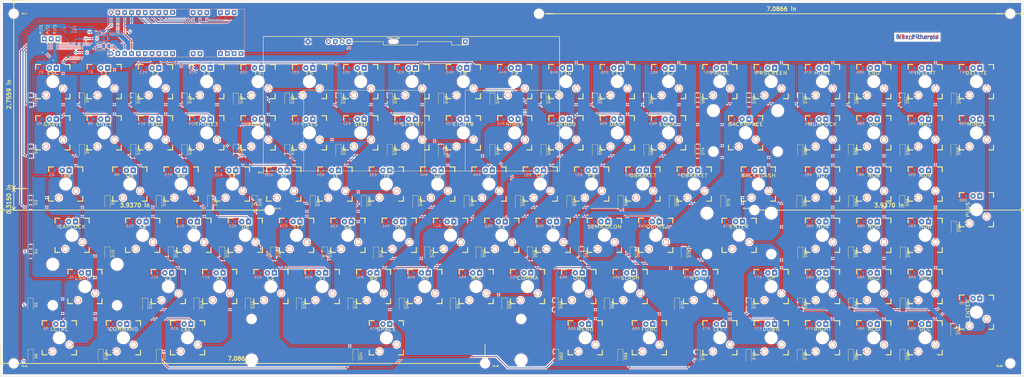
<source format=kicad_pcb>
(kicad_pcb (version 20171130) (host pcbnew 5.0.1-33cea8e~68~ubuntu18.04.1)
  (title_block (title KJKeyBoard) (date 2018-11-17) (rev 1.4))
  (layers (0 F.Cu signal hide) (31 B.Cu signal hide) (34 B.Paste user hide) (35 F.Paste user hide) (36 B.SilkS user hide) (37 F.SilkS user hide) (38 B.Mask user hide) (39 F.Mask user hide) (44 Edge.Cuts user))
  (net 0 "")
  (net 1 "Net-(Aa1-Pad3)")
  (net 2 "Net-(Aa1-Pad2)")
  (net 3 "Net-(Aa1-Pad1)")
  (net 4 "Net-(BACKSLASH1-Pad3)")
  (net 5 "Net-(BACKSLASH1-Pad2)")
  (net 6 "Net-(BACKSLASH1-Pad1)")
  (net 7 "Net-(BACKSPACE1-Pad1)")
  (net 8 "Net-(BACKSPACE1-Pad3)")
  (net 9 "Net-(Bb1-Pad3)")
  (net 10 "Net-(Bb1-Pad2)")
  (net 11 "Net-(Bb1-Pad1)")
  (net 12 "Net-(CAPLOCK1-Pad1)")
  (net 13 "Net-(CAPLOCK1-Pad2)")
  (net 14 "Net-(CAPLOCK1-Pad3)")
  (net 15 "Net-(Cc1-Pad3)")
  (net 16 "Net-(Cc1-Pad2)")
  (net 17 "Net-(Cc1-Pad1)")
  (net 18 "Net-(COMMA1-Pad1)")
  (net 19 "Net-(COMMA1-Pad2)")
  (net 20 "Net-(COMMA1-Pad3)")
  (net 21 "Net-(COMMAND1-Pad3)")
  (net 22 "Net-(COMMAND1-Pad1)")
  (net 23 "Net-(D1-Pad1)")
  (net 24 "Net-(D2-Pad1)")
  (net 25 "Net-(D3-Pad1)")
  (net 26 "Net-(D5-Pad1)")
  (net 27 "Net-(D6-Pad1)")
  (net 28 "Net-(D7-Pad1)")
  (net 29 "Net-(D8-Pad1)")
  (net 30 "Net-(D9-Pad1)")
  (net 31 "Net-(D11-Pad1)")
  (net 32 "Net-(D13-Pad1)")
  (net 33 "Net-(D14-Pad1)")
  (net 34 "Net-(D15-Pad1)")
  (net 35 "Net-(D16-Pad1)")
  (net 36 "Net-(D17-Pad1)")
  (net 37 "Net-(D18-Pad1)")
  (net 38 "Net-(D19-Pad1)")
  (net 39 "Net-(D20-Pad1)")
  (net 40 "Net-(D21-Pad1)")
  (net 41 "Net-(D22-Pad1)")
  (net 42 "Net-(D24-Pad1)")
  (net 43 "Net-(D25-Pad1)")
  (net 44 "Net-(D26-Pad1)")
  (net 45 "Net-(D27-Pad1)")
  (net 46 "Net-(D28-Pad1)")
  (net 47 "Net-(D29-Pad1)")
  (net 48 "Net-(D30-Pad1)")
  (net 49 "Net-(D31-Pad1)")
  (net 50 "Net-(D32-Pad1)")
  (net 51 "Net-(D33-Pad1)")
  (net 52 "Net-(D34-Pad1)")
  (net 53 "Net-(D35-Pad1)")
  (net 54 "Net-(D36-Pad1)")
  (net 55 "Net-(D37-Pad1)")
  (net 56 "Net-(D38-Pad1)")
  (net 57 "Net-(D39-Pad1)")
  (net 58 "Net-(D40-Pad1)")
  (net 59 "Net-(D41-Pad1)")
  (net 60 "Net-(D43-Pad1)")
  (net 61 "Net-(D44-Pad1)")
  (net 62 "Net-(D45-Pad1)")
  (net 63 "Net-(D46-Pad1)")
  (net 64 "Net-(D47-Pad1)")
  (net 65 "Net-(D48-Pad1)")
  (net 66 "Net-(D49-Pad1)")
  (net 67 "Net-(D50-Pad1)")
  (net 68 "Net-(D51-Pad1)")
  (net 69 "Net-(D52-Pad1)")
  (net 70 "Net-(D54-Pad1)")
  (net 71 "Net-(D55-Pad1)")
  (net 72 "Net-(D56-Pad1)")
  (net 73 "Net-(D57-Pad1)")
  (net 74 "Net-(D58-Pad1)")
  (net 75 "Net-(D59-Pad1)")
  (net 76 "Net-(D60-Pad1)")
  (net 77 "Net-(D61-Pad1)")
  (net 78 "Net-(D62-Pad1)")
  (net 79 "Net-(D63-Pad1)")
  (net 80 "Net-(D64-Pad1)")
  (net 81 "Net-(D65-Pad1)")
  (net 82 "Net-(D66-Pad1)")
  (net 83 "Net-(D67-Pad1)")
  (net 84 "Net-(D68-Pad1)")
  (net 85 "Net-(D69-Pad1)")
  (net 86 "Net-(D70-Pad1)")
  (net 87 "Net-(D71-Pad1)")
  (net 88 "Net-(D72-Pad1)")
  (net 89 "Net-(D73-Pad1)")
  (net 90 "Net-(D76-Pad1)")
  (net 91 "Net-(D77-Pad1)")
  (net 92 "Net-(D78-Pad1)")
  (net 93 "Net-(D79-Pad1)")
  (net 94 "Net-(D80-Pad1)")
  (net 95 "Net-(D81-Pad1)")
  (net 96 "Net-(D82-Pad1)")
  (net 97 "Net-(D83-Pad1)")
  (net 98 "Net-(D84-Pad1)")
  (net 99 "Net-(Dd1-Pad3)")
  (net 100 "Net-(DOT1-Pad2)")
  (net 101 "Net-(DOT1-Pad3)")
  (net 102 "Net-(DOWN1-Pad3)")
  (net 103 "Net-(Ee1-Pad3)")
  (net 104 "Net-(EIGHT8-Pad3)")
  (net 105 "Net-(END1-Pad3)")
  (net 106 "Net-(ENTER1-Pad3)")
  (net 107 "Net-(EQUAL1-Pad2)")
  (net 108 "Net-(EQUAL1-Pad3)")
  (net 109 "Net-(ESC1-Pad3)")
  (net 110 "Net-(MCU1-Pad1)")
  (net 111 "Net-(MCU1-Pad0)")
  (net 112 "Net-(MCU1-Pad49)")
  (net 113 "Net-(MCU1-Pad27)")
  (net 114 "Net-(MCU1-Pad46)")
  (net 115 "Net-(F1-Pad3)")
  (net 116 "Net-(F2-Pad3)")
  (net 117 "Net-(F2-Pad2)")
  (net 118 "Net-(F3-Pad3)")
  (net 119 "Net-(F4-Pad3)")
  (net 120 "Net-(F4-Pad2)")
  (net 121 "Net-(F5-Pad3)")
  (net 122 "Net-(F6-Pad2)")
  (net 123 "Net-(F6-Pad3)")
  (net 124 "Net-(F7-Pad3)")
  (net 125 "Net-(F8-Pad2)")
  (net 126 "Net-(F8-Pad3)")
  (net 127 "Net-(F9-Pad3)")
  (net 128 "Net-(F10-Pad3)")
  (net 129 "Net-(F11-Pad3)")
  (net 130 "Net-(F12-Pad3)")
  (net 131 "Net-(Ff1-Pad3)")
  (net 132 "Net-(FIVE5-Pad3)")
  (net 133 "Net-(FOUR4-Pad3)")
  (net 134 "Net-(FUNC1-Pad3)")
  (net 135 "Net-(Gg1-Pad3)")
  (net 136 "Net-(GRAVE1-Pad3)")
  (net 137 "Net-(Hh1-Pad3)")
  (net 138 "Net-(HOME1-Pad3)")
  (net 139 "Net-(Ii1-Pad3)")
  (net 140 "Net-(Jj1-Pad3)")
  (net 141 "Net-(Kk1-Pad3)")
  (net 142 "Net-(LALT1-Pad3)")
  (net 143 "Net-(LBRAKET1-Pad3)")
  (net 144 "Net-(LCTRL1-Pad3)")
  (net 145 "Net-(LEFT1-Pad3)")
  (net 146 "Net-(Ll1-Pad3)")
  (net 147 "Net-(LSHIFT1-Pad3)")
  (net 148 "Net-(MCU1-Pad26)")
  (net 149 "Net-(MCU1-Pad25)")
  (net 150 "Net-(MCU1-Pad24)")
  (net 151 "Net-(MINUS1-Pad3)")
  (net 152 "Net-(Mm1-Pad3)")
  (net 153 "Net-(NINE9-Pad3)")
  (net 154 "Net-(Nn1-Pad3)")
  (net 155 "Net-(ONE1-Pad3)")
  (net 156 "Net-(Oo1-Pad3)")
  (net 157 "Net-(Pp1-Pad3)")
  (net 158 "Net-(Qq1-Pad3)")
  (net 159 "Net-(QUOTE1-Pad3)")
  (net 160 "Net-(R3-Pad2)")
  (net 161 "Net-(R11-Pad2)")
  (net 162 "Net-(R14-Pad2)")
  (net 163 "Net-(R15-Pad2)")
  (net 164 "Net-(R16-Pad2)")
  (net 165 "Net-(R17-Pad2)")
  (net 166 "Net-(R20-Pad2)")
  (net 167 "Net-(R24-Pad2)")
  (net 168 "Net-(R28-Pad2)")
  (net 169 "Net-(R30-Pad2)")
  (net 170 "Net-(R32-Pad2)")
  (net 171 "Net-(R34-Pad2)")
  (net 172 "Net-(R35-Pad2)")
  (net 173 "Net-(R38-Pad2)")
  (net 174 "Net-(R40-Pad2)")
  (net 175 "Net-(R50-Pad2)")
  (net 176 "Net-(R64-Pad2)")
  (net 177 "Net-(R65-Pad2)")
  (net 178 "Net-(R68-Pad2)")
  (net 179 "Net-(R70-Pad2)")
  (net 180 "Net-(R77-Pad2)")
  (net 181 "Net-(R_trans1-Pad1)")
  (net 182 "Net-(R_trans2-Pad1)")
  (net 183 "Net-(R_trans3-Pad1)")
  (net 184 /LED_C2)
  (net 185 /LED_C1)
  (net 186 /LED_C3)
  (net 187 /Row_1)
  (net 188 /Row_2)
  (net 189 /Row_3)
  (net 190 /Row_4)
  (net 191 /Row_5)
  (net 192 /Row_6)
  (net 193 "Net-(DEC1-Pad3)")
  (net 194 "Net-(DEC1-Pad2)")
  (net 195 "Net-(D90-Pad1)")
  (net 196 "Net-(D97-Pad1)")
  (net 197 "Net-(DEL1-Pad2)")
  (net 198 "Net-(DEL1-Pad3)")
  (net 199 "Net-(DEV1-Pad3)")
  (net 200 "Net-(D86-Pad1)")
  (net 201 "Net-(DOWN1-Pad2)")
  (net 202 "Net-(D85-Pad1)")
  (net 203 "Net-(MCU1-Pad45)")
  (net 204 "Net-(HOME1-Pad2)")
  (net 205 "Net-(D91-Pad1)")
  (net 206 "Net-(INS1-Pad2)")
  (net 207 "Net-(INS1-Pad3)")
  (net 208 "Net-(MENU1-Pad3)")
  (net 209 "Net-(MUL1-Pad3)")
  (net 210 "Net-(D92-Pad1)")
  (net 211 "Net-(NO0-Pad3)")
  (net 212 "Net-(NO1-Pad3)")
  (net 213 "Net-(D89-Pad1)")
  (net 214 "Net-(No2-Pad3)")
  (net 215 "Net-(D95-Pad1)")
  (net 216 "Net-(No3-Pad3)")
  (net 217 "Net-(NO4-Pad3)")
  (net 218 "Net-(D88-Pad1)")
  (net 219 "Net-(No5-Pad3)")
  (net 220 "Net-(No6-Pad3)")
  (net 221 "Net-(D94-Pad1)")
  (net 222 "Net-(NO7-Pad3)")
  (net 223 "Net-(D87-Pad1)")
  (net 224 "Net-(No8-Pad3)")
  (net 225 "Net-(D93-Pad1)")
  (net 226 "Net-(No9-Pad3)")
  (net 227 "Net-(NUMLOCK1-Pad3)")
  (net 228 "Net-(PAUSE1-Pad3)")
  (net 229 "Net-(D99-Pad1)")
  (net 230 "Net-(PLUS1-Pad3)")
  (net 231 "Net-(PRSCREEN1-Pad3)")
  (net 232 "Net-(R78-Pad2)")
  (net 233 "Net-(R96-Pad2)")
  (net 234 "Net-(D96-Pad1)")
  (net 235 "Net-(R98-Pad2)")
  (net 236 "Net-(D98-Pad1)")
  (module sw_fprint_wLed:Mounting_hole_M3 (layer F.Cu) (at 55 52)
    (fp_text reference M3_TL (at 4 0) (layer F.SilkS) (effects (font (size 0.5 0.5) (thickness 0.125))))
    (fp_text value Mounting_hole_M3)
    (pad "" np_thru_hole circle (at 0 0) (size 3 3) (drill 3) (layers *.Cu *.Mask F.SilkS Eco2.User) (clearance 0.25))
  )
  (module sw_fprint_wLed:Mounting_hole_M3 (layer F.Cu) (at 55 182)
    (fp_text reference M3_BL (at 4 1) (layer F.SilkS) (effects (font (size 0.5 0.5) (thickness 0.125))))
    (fp_text value Mounting_hole_M3)
    (pad "" np_thru_hole circle (at 0 0) (size 3 3) (drill 3) (layers *.Cu *.Mask F.SilkS Eco2.User) (clearance 0.25))
  )
  (module sw_fprint_wLed:Mounting_hole_M3 (layer F.Cu) (at 230 182)
    (fp_text reference M3_BM (at 4 1) (layer F.SilkS) (effects (font (size 0.5 0.5) (thickness 0.125))))
    (fp_text value Mounting_hole_M3)
    (pad "" np_thru_hole circle (at 0 0) (size 3 3) (drill 3) (layers *.Cu *.Mask F.SilkS) (clearance 0.25))
  )
  (module sw_fprint_wLed:Mounting_hole_M3 (layer F.Cu) (at 425 182)
    (fp_text reference M3_BR (at -4 1) (layer F.SilkS) (effects (font (size 0.5 0.5) (thickness 0.125))))
    (fp_text value Mounting_hole_M3)
    (pad "" np_thru_hole circle (at 0 0) (size 3 3) (drill 3) (layers *.Cu *.Mask F.SilkS Eco2.User) (clearance 0.25))
  )
  (module sw_fprint_wLed:Mounting_hole_M3 (layer F.Cu) (at 425 52)
    (fp_text reference M3_TR (at -4 0) (layer F.SilkS) (effects (font (size 0.5 0.5) (thickness 0.125))))
    (fp_text value Mounting_hole_M3)
    (pad "" np_thru_hole circle (at 0 0) (size 3 3) (drill 3) (layers *.Cu *.Mask F.SilkS Eco2.User) (clearance 0.25))
  )
  (module sw_fprint_wLed:Mounting_hole_M3 (layer F.Cu) (at 250 52)
    (fp_text reference M3_TM (at 4 0) (layer F.SilkS) (effects (font (size 0.5 0.5) (thickness 0.125))))
    (fp_text value Mounting_hole_M3)
    (pad "" np_thru_hole circle (at 0 0) (size 3 3) (drill 3) (layers *.Cu *.Mask F.SilkS Eco2.User) (clearance 0.25))
  )
  (module sw_fprint_wLed:Mounting_hole_M3 (layer F.Cu) (at 330 125)
    (fp_text reference M3_MR (at -3 -0.611) (layer F.SilkS) (effects (font (size 0.5 0.5) (thickness 0.125))))
    (fp_text value Mounting_hole_M3)
    (pad "" np_thru_hole circle (at 0 0) (size 3 3) (drill 3) (layers *.Cu *.Mask F.SilkS) (clearance 0.25))
  )
  (module sw_fprint_wLed:Mounting_hole_M3 (layer F.Cu) (at 150 125)
    (fp_text reference M3_ML (at 3 -0.611) (layer F.SilkS) (effects (font (size 0.5 0.5) (thickness 0.125))))
    (fp_text value Mounting_hole_M3)
    (pad "" np_thru_hole circle (at 0 0) (size 3 3) (drill 3) (layers *.Cu *.Mask F.SilkS) (clearance 0.25))
  )
  (module sw_fprint_wLed:CHERRY_PCB_225H (layer F.Cu) (at 81.43125 153.425 180)
    (fp_text reference LSHIFT (at 0 3.175 180) (layer F.SilkS) (effects (font (size 1.27 1.524) (thickness 0.2032))))
    (fp_text value SWITCH_PUSH hide)
    (pad 1 thru_hole circle (at 2.54 -5.08 180) (size 2.286 2.286) (drill 1.4986) (layers *.Cu *.SilkS *.Mask) (net 26 "Net-(D5-Pad1)"))
    (pad 2 thru_hole circle (at -3.81 -2.54 180) (size 2.286 2.286) (drill 1.4986) (layers *.Cu *.SilkS *.Mask) (net 13 "Net-(CAPLOCK1-Pad2)"))
    (pad HOLE np_thru_hole circle (at 0 0 180) (size 3.9878 3.9878) (drill 3.9878) (layers *.Cu))
    (pad HOLE np_thru_hole circle (at -11.938 -6.985 180) (size 3.048 3.048) (drill 3.048) (layers *.Cu))
    (pad HOLE np_thru_hole circle (at 11.938 -6.985 180) (size 3.048 3.048) (drill 3.048) (layers *.Cu))
    (pad HOLE np_thru_hole circle (at -11.938 8.255 180) (size 3.9878 3.9878) (drill 3.9878) (layers *.Cu))
    (pad HOLE np_thru_hole circle (at 11.938 8.255 180) (size 3.9878 3.9878) (drill 3.9878) (layers *.Cu))
    (pad 4 thru_hole rect (at -1.27 5.08 180) (size 1.9 2.1) (drill 0.9) (layers *.Cu *.Mask) (net 186 /LED_C3))
    (pad 3 thru_hole oval (at 1.27 5.08 180) (size 1.9 2.1) (drill 0.9) (layers *.Cu *.Mask) (net 147 "Net-(LSHIFT1-Pad3)"))
  )
  (module sw_fprint_wLed:CHERRY_PCB_200V (layer F.Cu) (at 412.425 162.95 180)
    (fp_text reference V_ENTER (at 3.175 0 270) (layer F.SilkS) (effects (font (size 1.27 1.524) (thickness 0.2032))))
    (fp_text value SWITCH_PUSH hide)
    (pad 1 thru_hole circle (at 2.54 -5.08 270) (size 2.286 2.286) (drill 1.4986) (layers *.Cu *.SilkS *.Mask) (net 234 "Net-(D96-Pad1)"))
    (pad 2 thru_hole circle (at -3.81 -2.54 270) (size 2.286 2.286) (drill 1.4986) (layers *.Cu *.SilkS *.Mask) (net 206 "Net-(INS1-Pad2)"))
    (pad HOLE np_thru_hole circle (at 0 0 270) (size 3.9878 3.9878) (drill 3.9878) (layers *.Cu))
    (pad 3 thru_hole oval (at 1.27 5.08 180) (size 1.9 2.1) (drill 0.9) (layers *.Cu *.Mask) (net 233 "Net-(R96-Pad2)"))
    (pad 4 thru_hole rect (at -1.27 5.08 180) (size 1.9 2.1) (drill 0.9) (layers *.Cu *.Mask) (net 186 /LED_C3))
  )
  (module sw_fprint_wLed:CHERRY_PCB_200V (layer F.Cu) (at 412.425 124.85 180)
    (fp_text reference PLUS (at 3.175 0 270) (layer F.SilkS) (effects (font (size 1.27 1.524) (thickness 0.2032))))
    (fp_text value SWITCH_PUSH hide)
    (pad 1 thru_hole circle (at 2.54 -5.08 270) (size 2.286 2.286) (drill 1.4986) (layers *.Cu *.SilkS *.Mask) (net 229 "Net-(D99-Pad1)"))
    (pad 2 thru_hole circle (at -3.81 -2.54 270) (size 2.286 2.286) (drill 1.4986) (layers *.Cu *.SilkS *.Mask) (net 197 "Net-(DEL1-Pad2)"))
    (pad HOLE np_thru_hole circle (at 0 0 270) (size 3.9878 3.9878) (drill 3.9878) (layers *.Cu))
    (pad 3 thru_hole oval (at 1.27 5.08 180) (size 1.9 2.1) (drill 0.9) (layers *.Cu *.Mask) (net 230 "Net-(PLUS1-Pad3)"))
    (pad 4 thru_hole rect (at -1.27 5.08 180) (size 1.9 2.1) (drill 0.9) (layers *.Cu *.Mask) (net 186 /LED_C3))
  )
  (module sw_fprint_wLed:CHERRY_PCB_225H (layer F.Cu) (at 324.31875 134.375 180)
    (fp_text reference ENTER (at 0 3.175 180) (layer F.SilkS) (effects (font (size 1.27 1.524) (thickness 0.2032))))
    (fp_text value SWITCH_PUSH hide)
    (pad 1 thru_hole circle (at 2.54 -5.08 180) (size 2.286 2.286) (drill 1.4986) (layers *.Cu *.SilkS *.Mask) (net 90 "Net-(D76-Pad1)"))
    (pad 2 thru_hole circle (at -3.81 -2.54 180) (size 2.286 2.286) (drill 1.4986) (layers *.Cu *.SilkS *.Mask) (net 5 "Net-(BACKSLASH1-Pad2)"))
    (pad HOLE np_thru_hole circle (at 0 0 180) (size 3.9878 3.9878) (drill 3.9878) (layers *.Cu))
    (pad HOLE np_thru_hole circle (at -11.938 -6.985 180) (size 3.048 3.048) (drill 3.048) (layers *.Cu))
    (pad HOLE np_thru_hole circle (at 11.938 -6.985 180) (size 3.048 3.048) (drill 3.048) (layers *.Cu))
    (pad HOLE np_thru_hole circle (at -11.938 8.255 180) (size 3.9878 3.9878) (drill 3.9878) (layers *.Cu))
    (pad HOLE np_thru_hole circle (at 11.938 8.255 180) (size 3.9878 3.9878) (drill 3.9878) (layers *.Cu))
    (pad 4 thru_hole rect (at -1.27 5.08 180) (size 1.9 2.1) (drill 0.9) (layers *.Cu *.Mask) (net 184 /LED_C2))
    (pad 3 thru_hole oval (at 1.27 5.08 180) (size 1.9 2.1) (drill 0.9) (layers *.Cu *.Mask) (net 106 "Net-(ENTER1-Pad3)"))
  )
  (module sw_fprint_wLed:CHERRY_PCB_200H (layer F.Cu) (at 326.7 96.275 180)
    (fp_text reference BACKSPACE (at 0 3.175 180) (layer F.SilkS) (effects (font (size 1.27 1.524) (thickness 0.2032))))
    (fp_text value SWITCH_PUSH hide)
    (pad 1 thru_hole circle (at 2.54 -5.08 180) (size 2.286 2.286) (drill 1.4986) (layers *.Cu *.SilkS *.Mask) (net 7 "Net-(BACKSPACE1-Pad1)"))
    (pad 2 thru_hole circle (at -3.81 -2.54 180) (size 2.286 2.286) (drill 1.4986) (layers *.Cu *.SilkS *.Mask) (net 5 "Net-(BACKSLASH1-Pad2)"))
    (pad HOLE np_thru_hole circle (at 0 0 180) (size 3.9878 3.9878) (drill 3.9878) (layers *.Cu))
    (pad HOLE np_thru_hole circle (at -11.938 -6.985 180) (size 3.048 3.048) (drill 3.048) (layers *.Cu))
    (pad HOLE np_thru_hole circle (at 11.938 -6.985 180) (size 3.048 3.048) (drill 3.048) (layers *.Cu))
    (pad HOLE np_thru_hole circle (at -11.938 8.255 180) (size 3.9878 3.9878) (drill 3.9878) (layers *.Cu))
    (pad HOLE np_thru_hole circle (at 11.938 8.255 180) (size 3.9878 3.9878) (drill 3.9878) (layers *.Cu))
    (pad 4 thru_hole rect (at -1.27 5.08 180) (size 1.9 2.1) (drill 0.9) (layers *.Cu *.Mask) (net 185 /LED_C1))
    (pad 3 thru_hole oval (at 1.27 5.08 180) (size 1.9 2.1) (drill 0.9) (layers *.Cu *.Mask) (net 8 "Net-(BACKSPACE1-Pad3)"))
  )
  (module sw_fprint_wLed:CHERRY_PCB_650H (layer F.Cu) (at 193.35 172.475 180)
    (fp_text reference SPACE (at 0 3.175 180) (layer F.SilkS) (effects (font (size 1.27 1.524) (thickness 0.2032))))
    (fp_text value SWITCH_PUSH hide)
    (pad 3 thru_hole oval (at 1.27 5.08 180) (size 1.9 2.1) (drill 0.9) (layers *.Cu *.Mask) (net 167 "Net-(R24-Pad2)"))
    (pad 4 thru_hole rect (at -1.27 5.08 180) (size 1.9 2.1) (drill 0.9) (layers *.Cu *.Mask) (net 186 /LED_C3))
    (pad HOLE np_thru_hole circle (at 50.038 -8.255 180) (size 3.9878 3.9878) (drill 3.9878) (layers *.Cu))
    (pad HOLE np_thru_hole circle (at -50.038 -8.255 180) (size 3.9878 3.9878) (drill 3.9878) (layers *.Cu))
    (pad HOLE np_thru_hole circle (at 50.038 6.985 180) (size 3.048 3.048) (drill 3.048) (layers *.Cu))
    (pad HOLE np_thru_hole circle (at -50.038 6.985 180) (size 3.048 3.048) (drill 3.048) (layers *.Cu))
    (pad HOLE np_thru_hole circle (at 0 0 180) (size 3.9878 3.9878) (drill 3.9878) (layers *.Cu))
    (pad 2 thru_hole circle (at -3.81 -2.54 180) (size 2.286 2.286) (drill 1.4986) (layers *.Cu *.SilkS *.Mask) (net 16 "Net-(Cc1-Pad2)"))
    (pad 1 thru_hole circle (at 2.54 -5.08 180) (size 2.286 2.286) (drill 1.4986) (layers *.Cu *.SilkS *.Mask) (net 42 "Net-(D24-Pad1)"))
  )
  (module sw_fprint_wLed:CHERRY_PCB_125H (layer F.Cu) (at 290.98125 172.475 180)
    (fp_text reference FUNC (at 0 3.175 180) (layer F.SilkS) (effects (font (size 1.27 1.524) (thickness 0.2032))))
    (fp_text value SWITCH_PUSH hide)
    (pad 1 thru_hole circle (at 2.54 -5.08 180) (size 2.286 2.286) (drill 1.4986) (layers *.Cu *.SilkS *.Mask) (net 82 "Net-(D66-Pad1)"))
    (pad 2 thru_hole circle (at -3.81 -2.54 180) (size 2.286 2.286) (drill 1.4986) (layers *.Cu *.SilkS *.Mask) (net 107 "Net-(EQUAL1-Pad2)"))
    (pad HOLE np_thru_hole circle (at 0 0 180) (size 3.9878 3.9878) (drill 3.9878) (layers *.Cu))
    (pad 4 thru_hole rect (at -1.27 5.08 180) (size 1.9 2.1) (drill 0.9) (layers *.Cu *.Mask) (net 186 /LED_C3))
    (pad 3 thru_hole oval (at 1.27 5.08 180) (size 1.9 2.1) (drill 0.9) (layers *.Cu *.Mask) (net 134 "Net-(FUNC1-Pad3)"))
  )
  (module sw_fprint_wLed:CHERRY_PCB_125H (layer F.Cu) (at 267.16875 172.475 180)
    (fp_text reference MENU (at 0 3.175 180) (layer F.SilkS) (effects (font (size 1.27 1.524) (thickness 0.2032))))
    (fp_text value SWITCH_PUSH hide)
    (pad 1 thru_hole circle (at 2.54 -5.08 180) (size 2.286 2.286) (drill 1.4986) (layers *.Cu *.SilkS *.Mask) (net 76 "Net-(D60-Pad1)"))
    (pad 2 thru_hole circle (at -3.81 -2.54 180) (size 2.286 2.286) (drill 1.4986) (layers *.Cu *.SilkS *.Mask) (net 100 "Net-(DOT1-Pad2)"))
    (pad HOLE np_thru_hole circle (at 0 0 180) (size 3.9878 3.9878) (drill 3.9878) (layers *.Cu))
    (pad 4 thru_hole rect (at -1.27 5.08 180) (size 1.9 2.1) (drill 0.9) (layers *.Cu *.Mask) (net 186 /LED_C3))
    (pad 3 thru_hole oval (at 1.27 5.08 180) (size 1.9 2.1) (drill 0.9) (layers *.Cu *.Mask) (net 208 "Net-(MENU1-Pad3)"))
  )
  (module sw_fprint_wLed:CHERRY_PCB_125H (layer F.Cu) (at 95.71875 172.475 180)
    (fp_text reference COMMAND (at 0 3.175 180) (layer F.SilkS) (effects (font (size 1.27 1.524) (thickness 0.2032))))
    (fp_text value SWITCH_PUSH hide)
    (pad 1 thru_hole circle (at 2.54 -5.08 180) (size 2.286 2.286) (drill 1.4986) (layers *.Cu *.SilkS *.Mask) (net 22 "Net-(COMMAND1-Pad1)"))
    (pad 2 thru_hole circle (at -3.81 -2.54 180) (size 2.286 2.286) (drill 1.4986) (layers *.Cu *.SilkS *.Mask) (net 2 "Net-(Aa1-Pad2)"))
    (pad HOLE np_thru_hole circle (at 0 0 180) (size 3.9878 3.9878) (drill 3.9878) (layers *.Cu))
    (pad 4 thru_hole rect (at -1.27 5.08 180) (size 1.9 2.1) (drill 0.9) (layers *.Cu *.Mask) (net 186 /LED_C3))
    (pad 3 thru_hole oval (at 1.27 5.08 180) (size 1.9 2.1) (drill 0.9) (layers *.Cu *.Mask) (net 21 "Net-(COMMAND1-Pad3)"))
  )
  (module sw_fprint_wLed:CHERRY_PCB_125H (layer F.Cu) (at 119.53125 172.475 180)
    (fp_text reference LALT (at 0 3.175 180) (layer F.SilkS) (effects (font (size 1.27 1.524) (thickness 0.2032))))
    (fp_text value SWITCH_PUSH hide)
    (pad 1 thru_hole circle (at 2.54 -5.08 180) (size 2.286 2.286) (drill 1.4986) (layers *.Cu *.SilkS *.Mask) (net 37 "Net-(D18-Pad1)"))
    (pad 2 thru_hole circle (at -3.81 -2.54 180) (size 2.286 2.286) (drill 1.4986) (layers *.Cu *.SilkS *.Mask) (net 117 "Net-(F2-Pad2)"))
    (pad HOLE np_thru_hole circle (at 0 0 180) (size 3.9878 3.9878) (drill 3.9878) (layers *.Cu))
    (pad 4 thru_hole rect (at -1.27 5.08 180) (size 1.9 2.1) (drill 0.9) (layers *.Cu *.Mask) (net 186 /LED_C3))
    (pad 3 thru_hole oval (at 1.27 5.08 180) (size 1.9 2.1) (drill 0.9) (layers *.Cu *.Mask) (net 142 "Net-(LALT1-Pad3)"))
  )
  (module sw_fprint_wLed:CHERRY_PCB_125H (layer F.Cu) (at 71.90625 172.475 180)
    (fp_text reference LCTRL (at 0 3.175 180) (layer F.SilkS) (effects (font (size 1.27 1.524) (thickness 0.2032))))
    (fp_text value SWITCH_PUSH hide)
    (pad 1 thru_hole circle (at 2.54 -5.08 180) (size 2.286 2.286) (drill 1.4986) (layers *.Cu *.SilkS *.Mask) (net 27 "Net-(D6-Pad1)"))
    (pad 2 thru_hole circle (at -3.81 -2.54 180) (size 2.286 2.286) (drill 1.4986) (layers *.Cu *.SilkS *.Mask) (net 13 "Net-(CAPLOCK1-Pad2)"))
    (pad HOLE np_thru_hole circle (at 0 0 180) (size 3.9878 3.9878) (drill 3.9878) (layers *.Cu))
    (pad 4 thru_hole rect (at -1.27 5.08 180) (size 1.9 2.1) (drill 0.9) (layers *.Cu *.Mask) (net 186 /LED_C3))
    (pad 3 thru_hole oval (at 1.27 5.08 180) (size 1.9 2.1) (drill 0.9) (layers *.Cu *.Mask) (net 144 "Net-(LCTRL1-Pad3)"))
  )
  (module sw_fprint_wLed:CHERRY_PCB_175H (layer F.Cu) (at 76.66875 134.375 180)
    (fp_text reference CAPLOCK (at 0 3.175 180) (layer F.SilkS) (effects (font (size 1.27 1.524) (thickness 0.2032))))
    (fp_text value SWITCH_PUSH hide)
    (pad 1 thru_hole circle (at 2.54 -5.08 180) (size 2.286 2.286) (drill 1.4986) (layers *.Cu *.SilkS *.Mask) (net 12 "Net-(CAPLOCK1-Pad1)"))
    (pad 2 thru_hole circle (at -3.81 -2.54 180) (size 2.286 2.286) (drill 1.4986) (layers *.Cu *.SilkS *.Mask) (net 13 "Net-(CAPLOCK1-Pad2)"))
    (pad HOLE np_thru_hole circle (at 0 0 180) (size 3.9878 3.9878) (drill 3.9878) (layers *.Cu))
    (pad 4 thru_hole rect (at -1.27 5.08 180) (size 1.9 2.1) (drill 0.9) (layers *.Cu *.Mask) (net 184 /LED_C2))
    (pad 3 thru_hole oval (at 1.27 5.08 180) (size 1.9 2.1) (drill 0.9) (layers *.Cu *.Mask) (net 14 "Net-(CAPLOCK1-Pad3)"))
  )
  (module sw_fprint_wLed:CHERRY_PCB_175H (layer F.Cu) (at 310.03125 153.425 180)
    (fp_text reference RSHIFT (at 0 3.175 180) (layer F.SilkS) (effects (font (size 1.27 1.524) (thickness 0.2032))))
    (fp_text value SWITCH_PUSH hide)
    (pad 1 thru_hole circle (at 2.54 -5.08 180) (size 2.286 2.286) (drill 1.4986) (layers *.Cu *.SilkS *.Mask) (net 86 "Net-(D70-Pad1)"))
    (pad 2 thru_hole circle (at -3.81 -2.54 180) (size 2.286 2.286) (drill 1.4986) (layers *.Cu *.SilkS *.Mask) (net 201 "Net-(DOWN1-Pad2)"))
    (pad HOLE np_thru_hole circle (at 0 0 180) (size 3.9878 3.9878) (drill 3.9878) (layers *.Cu))
    (pad 4 thru_hole rect (at -1.27 5.08 180) (size 1.9 2.1) (drill 0.9) (layers *.Cu *.Mask) (net 184 /LED_C2))
    (pad 3 thru_hole oval (at 1.27 5.08 180) (size 1.9 2.1) (drill 0.9) (layers *.Cu *.Mask) (net 179 "Net-(R70-Pad2)"))
  )
  (module sw_fprint_wLed:CHERRY_PCB_150H (layer F.Cu) (at 331.4625 115.325 180)
    (fp_text reference BACKSLASH (at 0 3.175 180) (layer F.SilkS) (effects (font (size 1.27 1.524) (thickness 0.2032))))
    (fp_text value SWITCH_PUSH hide)
    (pad 1 thru_hole circle (at 2.54 -5.08 180) (size 2.286 2.286) (drill 1.4986) (layers *.Cu *.SilkS *.Mask) (net 6 "Net-(BACKSLASH1-Pad1)"))
    (pad 2 thru_hole circle (at -3.81 -2.54 180) (size 2.286 2.286) (drill 1.4986) (layers *.Cu *.SilkS *.Mask) (net 5 "Net-(BACKSLASH1-Pad2)"))
    (pad HOLE np_thru_hole circle (at 0 0 180) (size 3.9878 3.9878) (drill 3.9878) (layers *.Cu))
    (pad 4 thru_hole rect (at -1.27 5.08 180) (size 1.9 2.1) (drill 0.9) (layers *.Cu *.Mask) (net 184 /LED_C2))
    (pad 3 thru_hole oval (at 1.27 5.08 180) (size 1.9 2.1) (drill 0.9) (layers *.Cu *.Mask) (net 4 "Net-(BACKSLASH1-Pad3)"))
  )
  (module sw_fprint_wLed:CHERRY_PCB_150H (layer F.Cu) (at 74.2875 115.325 180)
    (fp_text reference TAB (at 0 3.175 180) (layer F.SilkS) (effects (font (size 1.27 1.524) (thickness 0.2032))))
    (fp_text value SWITCH_PUSH hide)
    (pad 1 thru_hole circle (at 2.54 -5.08 180) (size 2.286 2.286) (drill 1.4986) (layers *.Cu *.SilkS *.Mask) (net 25 "Net-(D3-Pad1)"))
    (pad 2 thru_hole circle (at -3.81 -2.54 180) (size 2.286 2.286) (drill 1.4986) (layers *.Cu *.SilkS *.Mask) (net 13 "Net-(CAPLOCK1-Pad2)"))
    (pad HOLE np_thru_hole circle (at 0 0 180) (size 3.9878 3.9878) (drill 3.9878) (layers *.Cu))
    (pad 4 thru_hole rect (at -1.27 5.08 180) (size 1.9 2.1) (drill 0.9) (layers *.Cu *.Mask) (net 184 /LED_C2))
    (pad 3 thru_hole oval (at 1.27 5.08 180) (size 1.9 2.1) (drill 0.9) (layers *.Cu *.Mask) (net 160 "Net-(R3-Pad2)"))
  )
  (module sw_fprint_wLed:CHERRY_PCB_100H (layer F.Cu) (at 102.8625 134.375 180)
    (fp_text reference Aa (at 0 3.175 180) (layer F.SilkS) (effects (font (size 1.27 1.524) (thickness 0.2032))))
    (fp_text value SWITCH_PUSH hide)
    (pad 1 thru_hole circle (at 2.54 -5.08 180) (size 2.286 2.286) (drill 1.4986) (layers *.Cu *.SilkS *.Mask) (net 3 "Net-(Aa1-Pad1)"))
    (pad 2 thru_hole circle (at -3.81 -2.54 180) (size 2.286 2.286) (drill 1.4986) (layers *.Cu *.SilkS *.Mask) (net 2 "Net-(Aa1-Pad2)"))
    (pad HOLE np_thru_hole circle (at 0 0 180) (size 3.9878 3.9878) (drill 3.9878) (layers *.Cu))
    (pad 4 thru_hole rect (at -1.27 5.08 180) (size 1.9 2.1) (drill 0.9) (layers *.Cu *.Mask) (net 184 /LED_C2))
    (pad 3 thru_hole oval (at 1.27 5.08 180) (size 1.9 2.1) (drill 0.9) (layers *.Cu *.Mask) (net 1 "Net-(Aa1-Pad3)"))
  )
  (module sw_fprint_wLed:CHERRY_PCB_100H (layer F.Cu) (at 188.5875 153.425 180)
    (fp_text reference Bb (at 0 3.175 180) (layer F.SilkS) (effects (font (size 1.27 1.524) (thickness 0.2032))))
    (fp_text value SWITCH_PUSH hide)
    (pad 1 thru_hole circle (at 2.54 -5.08 180) (size 2.286 2.286) (drill 1.4986) (layers *.Cu *.SilkS *.Mask) (net 11 "Net-(Bb1-Pad1)"))
    (pad 2 thru_hole circle (at -3.81 -2.54 180) (size 2.286 2.286) (drill 1.4986) (layers *.Cu *.SilkS *.Mask) (net 10 "Net-(Bb1-Pad2)"))
    (pad HOLE np_thru_hole circle (at 0 0 180) (size 3.9878 3.9878) (drill 3.9878) (layers *.Cu))
    (pad 4 thru_hole rect (at -1.27 5.08 180) (size 1.9 2.1) (drill 0.9) (layers *.Cu *.Mask) (net 186 /LED_C3))
    (pad 3 thru_hole oval (at 1.27 5.08 180) (size 1.9 2.1) (drill 0.9) (layers *.Cu *.Mask) (net 9 "Net-(Bb1-Pad3)"))
  )
  (module sw_fprint_wLed:CHERRY_PCB_100H (layer F.Cu) (at 150.4875 153.425 180)
    (fp_text reference Cc (at 0 3.175 180) (layer F.SilkS) (effects (font (size 1.27 1.524) (thickness 0.2032))))
    (fp_text value SWITCH_PUSH hide)
    (pad 1 thru_hole circle (at 2.54 -5.08 180) (size 2.286 2.286) (drill 1.4986) (layers *.Cu *.SilkS *.Mask) (net 17 "Net-(Cc1-Pad1)"))
    (pad 2 thru_hole circle (at -3.81 -2.54 180) (size 2.286 2.286) (drill 1.4986) (layers *.Cu *.SilkS *.Mask) (net 16 "Net-(Cc1-Pad2)"))
    (pad HOLE np_thru_hole circle (at 0 0 180) (size 3.9878 3.9878) (drill 3.9878) (layers *.Cu))
    (pad 4 thru_hole rect (at -1.27 5.08 180) (size 1.9 2.1) (drill 0.9) (layers *.Cu *.Mask) (net 186 /LED_C3))
    (pad 3 thru_hole oval (at 1.27 5.08 180) (size 1.9 2.1) (drill 0.9) (layers *.Cu *.Mask) (net 15 "Net-(Cc1-Pad3)"))
  )
  (module sw_fprint_wLed:CHERRY_PCB_100H (layer F.Cu) (at 245.7375 153.425 180)
    (fp_text reference COMMA (at 0 3.175 180) (layer F.SilkS) (effects (font (size 1.27 1.524) (thickness 0.2032))))
    (fp_text value SWITCH_PUSH hide)
    (pad 1 thru_hole circle (at 2.54 -5.08 180) (size 2.286 2.286) (drill 1.4986) (layers *.Cu *.SilkS *.Mask) (net 18 "Net-(COMMA1-Pad1)"))
    (pad 2 thru_hole circle (at -3.81 -2.54 180) (size 2.286 2.286) (drill 1.4986) (layers *.Cu *.SilkS *.Mask) (net 19 "Net-(COMMA1-Pad2)"))
    (pad HOLE np_thru_hole circle (at 0 0 180) (size 3.9878 3.9878) (drill 3.9878) (layers *.Cu))
    (pad 4 thru_hole rect (at -1.27 5.08 180) (size 1.9 2.1) (drill 0.9) (layers *.Cu *.Mask) (net 186 /LED_C3))
    (pad 3 thru_hole oval (at 1.27 5.08 180) (size 1.9 2.1) (drill 0.9) (layers *.Cu *.Mask) (net 20 "Net-(COMMA1-Pad3)"))
  )
  (module sw_fprint_wLed:CHERRY_PCB_100H (layer F.Cu) (at 140.9625 134.375 180)
    (fp_text reference Dd (at 0 3.175 180) (layer F.SilkS) (effects (font (size 1.27 1.524) (thickness 0.2032))))
    (fp_text value SWITCH_PUSH hide)
    (pad 1 thru_hole circle (at 2.54 -5.08 180) (size 2.286 2.286) (drill 1.4986) (layers *.Cu *.SilkS *.Mask) (net 41 "Net-(D22-Pad1)"))
    (pad 2 thru_hole circle (at -3.81 -2.54 180) (size 2.286 2.286) (drill 1.4986) (layers *.Cu *.SilkS *.Mask) (net 16 "Net-(Cc1-Pad2)"))
    (pad HOLE np_thru_hole circle (at 0 0 180) (size 3.9878 3.9878) (drill 3.9878) (layers *.Cu))
    (pad 4 thru_hole rect (at -1.27 5.08 180) (size 1.9 2.1) (drill 0.9) (layers *.Cu *.Mask) (net 184 /LED_C2))
    (pad 3 thru_hole oval (at 1.27 5.08 180) (size 1.9 2.1) (drill 0.9) (layers *.Cu *.Mask) (net 99 "Net-(Dd1-Pad3)"))
  )
  (module sw_fprint_wLed:CHERRY_PCB_100H (layer F.Cu) (at 264.7875 153.425 180)
    (fp_text reference DOT (at 0 3.175 180) (layer F.SilkS) (effects (font (size 1.27 1.524) (thickness 0.2032))))
    (fp_text value SWITCH_PUSH hide)
    (pad 1 thru_hole circle (at 2.54 -5.08 180) (size 2.286 2.286) (drill 1.4986) (layers *.Cu *.SilkS *.Mask) (net 75 "Net-(D59-Pad1)"))
    (pad 2 thru_hole circle (at -3.81 -2.54 180) (size 2.286 2.286) (drill 1.4986) (layers *.Cu *.SilkS *.Mask) (net 100 "Net-(DOT1-Pad2)"))
    (pad HOLE np_thru_hole circle (at 0 0 180) (size 3.9878 3.9878) (drill 3.9878) (layers *.Cu))
    (pad 4 thru_hole rect (at -1.27 5.08 180) (size 1.9 2.1) (drill 0.9) (layers *.Cu *.Mask) (net 186 /LED_C3))
    (pad 3 thru_hole oval (at 1.27 5.08 180) (size 1.9 2.1) (drill 0.9) (layers *.Cu *.Mask) (net 101 "Net-(DOT1-Pad3)"))
  )
  (module sw_fprint_wLed:CHERRY_PCB_100H (layer F.Cu) (at 136.2 115.325 180)
    (fp_text reference Ee (at 0 3.175 180) (layer F.SilkS) (effects (font (size 1.27 1.524) (thickness 0.2032))))
    (fp_text value SWITCH_PUSH hide)
    (pad 1 thru_hole circle (at 2.54 -5.08 180) (size 2.286 2.286) (drill 1.4986) (layers *.Cu *.SilkS *.Mask) (net 40 "Net-(D21-Pad1)"))
    (pad 2 thru_hole circle (at -3.81 -2.54 180) (size 2.286 2.286) (drill 1.4986) (layers *.Cu *.SilkS *.Mask) (net 16 "Net-(Cc1-Pad2)"))
    (pad HOLE np_thru_hole circle (at 0 0 180) (size 3.9878 3.9878) (drill 3.9878) (layers *.Cu))
    (pad 4 thru_hole rect (at -1.27 5.08 180) (size 1.9 2.1) (drill 0.9) (layers *.Cu *.Mask) (net 184 /LED_C2))
    (pad 3 thru_hole oval (at 1.27 5.08 180) (size 1.9 2.1) (drill 0.9) (layers *.Cu *.Mask) (net 103 "Net-(Ee1-Pad3)"))
  )
  (module sw_fprint_wLed:CHERRY_PCB_100H (layer F.Cu) (at 221.925 96.275 180)
    (fp_text reference EIGHT8 (at 0 3.175 180) (layer F.SilkS) (effects (font (size 1.27 1.524) (thickness 0.2032))))
    (fp_text value SWITCH_PUSH hide)
    (pad 1 thru_hole circle (at 2.54 -5.08 180) (size 2.286 2.286) (drill 1.4986) (layers *.Cu *.SilkS *.Mask) (net 57 "Net-(D39-Pad1)"))
    (pad 2 thru_hole circle (at -3.81 -2.54 180) (size 2.286 2.286) (drill 1.4986) (layers *.Cu *.SilkS *.Mask) (net 10 "Net-(Bb1-Pad2)"))
    (pad HOLE np_thru_hole circle (at 0 0 180) (size 3.9878 3.9878) (drill 3.9878) (layers *.Cu))
    (pad 4 thru_hole rect (at -1.27 5.08 180) (size 1.9 2.1) (drill 0.9) (layers *.Cu *.Mask) (net 184 /LED_C2))
    (pad 3 thru_hole oval (at 1.27 5.08 180) (size 1.9 2.1) (drill 0.9) (layers *.Cu *.Mask) (net 104 "Net-(EIGHT8-Pad3)"))
  )
  (module sw_fprint_wLed:CHERRY_PCB_100H (layer F.Cu) (at 298.125 96.275 180)
    (fp_text reference EQUAL (at 0 3.175 180) (layer F.SilkS) (effects (font (size 1.27 1.524) (thickness 0.2032))))
    (fp_text value SWITCH_PUSH hide)
    (pad 1 thru_hole circle (at 2.54 -5.08 180) (size 2.286 2.286) (drill 1.4986) (layers *.Cu *.SilkS *.Mask) (net 78 "Net-(D62-Pad1)"))
    (pad 2 thru_hole circle (at -3.81 -2.54 180) (size 2.286 2.286) (drill 1.4986) (layers *.Cu *.SilkS *.Mask) (net 107 "Net-(EQUAL1-Pad2)"))
    (pad HOLE np_thru_hole circle (at 0 0 180) (size 3.9878 3.9878) (drill 3.9878) (layers *.Cu))
    (pad 4 thru_hole rect (at -1.27 5.08 180) (size 1.9 2.1) (drill 0.9) (layers *.Cu *.Mask) (net 185 /LED_C1))
    (pad 3 thru_hole oval (at 1.27 5.08 180) (size 1.9 2.1) (drill 0.9) (layers *.Cu *.Mask) (net 108 "Net-(EQUAL1-Pad3)"))
  )
  (module sw_fprint_wLed:CHERRY_PCB_100H (layer F.Cu) (at 69.525 77.225 180)
    (fp_text reference ESC (at 0 3.175 180) (layer F.SilkS) (effects (font (size 1.27 1.524) (thickness 0.2032))))
    (fp_text value SWITCH_PUSH hide)
    (pad 1 thru_hole circle (at 2.54 -5.08 180) (size 2.286 2.286) (drill 1.4986) (layers *.Cu *.SilkS *.Mask) (net 23 "Net-(D1-Pad1)"))
    (pad 2 thru_hole circle (at -3.81 -2.54 180) (size 2.286 2.286) (drill 1.4986) (layers *.Cu *.SilkS *.Mask) (net 13 "Net-(CAPLOCK1-Pad2)"))
    (pad HOLE np_thru_hole circle (at 0 0 180) (size 3.9878 3.9878) (drill 3.9878) (layers *.Cu))
    (pad 4 thru_hole rect (at -1.27 5.08 180) (size 1.9 2.1) (drill 0.9) (layers *.Cu *.Mask) (net 185 /LED_C1))
    (pad 3 thru_hole oval (at 1.27 5.08 180) (size 1.9 2.1) (drill 0.9) (layers *.Cu *.Mask) (net 109 "Net-(ESC1-Pad3)"))
  )
  (module sw_fprint_wLed:CHERRY_PCB_100H (layer F.Cu) (at 88.575 77.225 180)
    (fp_text reference F1 (at 0 3.175 180) (layer F.SilkS) (effects (font (size 1.27 1.524) (thickness 0.2032))))
    (fp_text value SWITCH_PUSH hide)
    (pad 1 thru_hole circle (at 2.54 -5.08 180) (size 2.286 2.286) (drill 1.4986) (layers *.Cu *.SilkS *.Mask) (net 28 "Net-(D7-Pad1)"))
    (pad 2 thru_hole circle (at -3.81 -2.54 180) (size 2.286 2.286) (drill 1.4986) (layers *.Cu *.SilkS *.Mask) (net 2 "Net-(Aa1-Pad2)"))
    (pad HOLE np_thru_hole circle (at 0 0 180) (size 3.9878 3.9878) (drill 3.9878) (layers *.Cu))
    (pad 4 thru_hole rect (at -1.27 5.08 180) (size 1.9 2.1) (drill 0.9) (layers *.Cu *.Mask) (net 185 /LED_C1))
    (pad 3 thru_hole oval (at 1.27 5.08 180) (size 1.9 2.1) (drill 0.9) (layers *.Cu *.Mask) (net 115 "Net-(F1-Pad3)"))
  )
  (module sw_fprint_wLed:CHERRY_PCB_100H (layer F.Cu) (at 107.625 77.225 180)
    (fp_text reference F2 (at 0 3.175 180) (layer F.SilkS) (effects (font (size 1.27 1.524) (thickness 0.2032))))
    (fp_text value SWITCH_PUSH hide)
    (pad 1 thru_hole circle (at 2.54 -5.08 180) (size 2.286 2.286) (drill 1.4986) (layers *.Cu *.SilkS *.Mask) (net 32 "Net-(D13-Pad1)"))
    (pad 2 thru_hole circle (at -3.81 -2.54 180) (size 2.286 2.286) (drill 1.4986) (layers *.Cu *.SilkS *.Mask) (net 117 "Net-(F2-Pad2)"))
    (pad HOLE np_thru_hole circle (at 0 0 180) (size 3.9878 3.9878) (drill 3.9878) (layers *.Cu))
    (pad 4 thru_hole rect (at -1.27 5.08 180) (size 1.9 2.1) (drill 0.9) (layers *.Cu *.Mask) (net 185 /LED_C1))
    (pad 3 thru_hole oval (at 1.27 5.08 180) (size 1.9 2.1) (drill 0.9) (layers *.Cu *.Mask) (net 116 "Net-(F2-Pad3)"))
  )
  (module sw_fprint_wLed:CHERRY_PCB_100H (layer F.Cu) (at 126.675 77.225 180)
    (fp_text reference F3 (at 0 3.175 180) (layer F.SilkS) (effects (font (size 1.27 1.524) (thickness 0.2032))))
    (fp_text value SWITCH_PUSH hide)
    (pad 1 thru_hole circle (at 2.54 -5.08 180) (size 2.286 2.286) (drill 1.4986) (layers *.Cu *.SilkS *.Mask) (net 38 "Net-(D19-Pad1)"))
    (pad 2 thru_hole circle (at -3.81 -2.54 180) (size 2.286 2.286) (drill 1.4986) (layers *.Cu *.SilkS *.Mask) (net 16 "Net-(Cc1-Pad2)"))
    (pad HOLE np_thru_hole circle (at 0 0 180) (size 3.9878 3.9878) (drill 3.9878) (layers *.Cu))
    (pad 4 thru_hole rect (at -1.27 5.08 180) (size 1.9 2.1) (drill 0.9) (layers *.Cu *.Mask) (net 185 /LED_C1))
    (pad 3 thru_hole oval (at 1.27 5.08 180) (size 1.9 2.1) (drill 0.9) (layers *.Cu *.Mask) (net 118 "Net-(F3-Pad3)"))
  )
  (module sw_fprint_wLed:CHERRY_PCB_100H (layer F.Cu) (at 145.725 77.225 180)
    (fp_text reference F4 (at 0 3.175 180) (layer F.SilkS) (effects (font (size 1.27 1.524) (thickness 0.2032))))
    (fp_text value SWITCH_PUSH hide)
    (pad 1 thru_hole circle (at 2.54 -5.08 180) (size 2.286 2.286) (drill 1.4986) (layers *.Cu *.SilkS *.Mask) (net 44 "Net-(D26-Pad1)"))
    (pad 2 thru_hole circle (at -3.81 -2.54 180) (size 2.286 2.286) (drill 1.4986) (layers *.Cu *.SilkS *.Mask) (net 120 "Net-(F4-Pad2)"))
    (pad HOLE np_thru_hole circle (at 0 0 180) (size 3.9878 3.9878) (drill 3.9878) (layers *.Cu))
    (pad 4 thru_hole rect (at -1.27 5.08 180) (size 1.9 2.1) (drill 0.9) (layers *.Cu *.Mask) (net 185 /LED_C1))
    (pad 3 thru_hole oval (at 1.27 5.08 180) (size 1.9 2.1) (drill 0.9) (layers *.Cu *.Mask) (net 119 "Net-(F4-Pad3)"))
  )
  (module sw_fprint_wLed:CHERRY_PCB_100H (layer F.Cu) (at 164.775 77.225 180)
    (fp_text reference F5 (at 0 3.175 180) (layer F.SilkS) (effects (font (size 1.27 1.524) (thickness 0.2032))))
    (fp_text value SWITCH_PUSH hide)
    (pad 1 thru_hole circle (at 2.54 -5.08 180) (size 2.286 2.286) (drill 1.4986) (layers *.Cu *.SilkS *.Mask) (net 43 "Net-(D25-Pad1)"))
    (pad 2 thru_hole circle (at -3.81 -2.54 180) (size 2.286 2.286) (drill 1.4986) (layers *.Cu *.SilkS *.Mask) (net 120 "Net-(F4-Pad2)"))
    (pad HOLE np_thru_hole circle (at 0 0 180) (size 3.9878 3.9878) (drill 3.9878) (layers *.Cu))
    (pad 4 thru_hole rect (at -1.27 5.08 180) (size 1.9 2.1) (drill 0.9) (layers *.Cu *.Mask) (net 185 /LED_C1))
    (pad 3 thru_hole oval (at 1.27 5.08 180) (size 1.9 2.1) (drill 0.9) (layers *.Cu *.Mask) (net 121 "Net-(F5-Pad3)"))
  )
  (module sw_fprint_wLed:CHERRY_PCB_100H (layer F.Cu) (at 183.825 77.225 180)
    (fp_text reference F6 (at 0 3.175 180) (layer F.SilkS) (effects (font (size 1.27 1.524) (thickness 0.2032))))
    (fp_text value SWITCH_PUSH hide)
    (pad 1 thru_hole circle (at 2.54 -5.08 180) (size 2.286 2.286) (drill 1.4986) (layers *.Cu *.SilkS *.Mask) (net 49 "Net-(D31-Pad1)"))
    (pad 2 thru_hole circle (at -3.81 -2.54 180) (size 2.286 2.286) (drill 1.4986) (layers *.Cu *.SilkS *.Mask) (net 122 "Net-(F6-Pad2)"))
    (pad HOLE np_thru_hole circle (at 0 0 180) (size 3.9878 3.9878) (drill 3.9878) (layers *.Cu))
    (pad 4 thru_hole rect (at -1.27 5.08 180) (size 1.9 2.1) (drill 0.9) (layers *.Cu *.Mask) (net 185 /LED_C1))
    (pad 3 thru_hole oval (at 1.27 5.08 180) (size 1.9 2.1) (drill 0.9) (layers *.Cu *.Mask) (net 123 "Net-(F6-Pad3)"))
  )
  (module sw_fprint_wLed:CHERRY_PCB_100H (layer F.Cu) (at 202.875 77.225 180)
    (fp_text reference F7 (at 0 3.175 180) (layer F.SilkS) (effects (font (size 1.27 1.524) (thickness 0.2032))))
    (fp_text value SWITCH_PUSH hide)
    (pad 1 thru_hole circle (at 2.54 -5.08 180) (size 2.286 2.286) (drill 1.4986) (layers *.Cu *.SilkS *.Mask) (net 55 "Net-(D37-Pad1)"))
    (pad 2 thru_hole circle (at -3.81 -2.54 180) (size 2.286 2.286) (drill 1.4986) (layers *.Cu *.SilkS *.Mask) (net 10 "Net-(Bb1-Pad2)"))
    (pad HOLE np_thru_hole circle (at 0 0 180) (size 3.9878 3.9878) (drill 3.9878) (layers *.Cu))
    (pad 4 thru_hole rect (at -1.27 5.08 180) (size 1.9 2.1) (drill 0.9) (layers *.Cu *.Mask) (net 185 /LED_C1))
    (pad 3 thru_hole oval (at 1.27 5.08 180) (size 1.9 2.1) (drill 0.9) (layers *.Cu *.Mask) (net 124 "Net-(F7-Pad3)"))
  )
  (module sw_fprint_wLed:CHERRY_PCB_100H (layer F.Cu) (at 221.925 77.225 180)
    (fp_text reference F8 (at 0 3.175 180) (layer F.SilkS) (effects (font (size 1.27 1.524) (thickness 0.2032))))
    (fp_text value SWITCH_PUSH hide)
    (pad 1 thru_hole circle (at 2.54 -5.08 180) (size 2.286 2.286) (drill 1.4986) (layers *.Cu *.SilkS *.Mask) (net 60 "Net-(D43-Pad1)"))
    (pad 2 thru_hole circle (at -3.81 -2.54 180) (size 2.286 2.286) (drill 1.4986) (layers *.Cu *.SilkS *.Mask) (net 125 "Net-(F8-Pad2)"))
    (pad HOLE np_thru_hole circle (at 0 0 180) (size 3.9878 3.9878) (drill 3.9878) (layers *.Cu))
    (pad 4 thru_hole rect (at -1.27 5.08 180) (size 1.9 2.1) (drill 0.9) (layers *.Cu *.Mask) (net 185 /LED_C1))
    (pad 3 thru_hole oval (at 1.27 5.08 180) (size 1.9 2.1) (drill 0.9) (layers *.Cu *.Mask) (net 126 "Net-(F8-Pad3)"))
  )
  (module sw_fprint_wLed:CHERRY_PCB_100H (layer F.Cu) (at 240.975 77.225 180)
    (fp_text reference F9 (at 0 3.175 180) (layer F.SilkS) (effects (font (size 1.27 1.524) (thickness 0.2032))))
    (fp_text value SWITCH_PUSH hide)
    (pad 1 thru_hole circle (at 2.54 -5.08 180) (size 2.286 2.286) (drill 1.4986) (layers *.Cu *.SilkS *.Mask) (net 61 "Net-(D44-Pad1)"))
    (pad 2 thru_hole circle (at -3.81 -2.54 180) (size 2.286 2.286) (drill 1.4986) (layers *.Cu *.SilkS *.Mask) (net 125 "Net-(F8-Pad2)"))
    (pad HOLE np_thru_hole circle (at 0 0 180) (size 3.9878 3.9878) (drill 3.9878) (layers *.Cu))
    (pad 4 thru_hole rect (at -1.27 5.08 180) (size 1.9 2.1) (drill 0.9) (layers *.Cu *.Mask) (net 185 /LED_C1))
    (pad 3 thru_hole oval (at 1.27 5.08 180) (size 1.9 2.1) (drill 0.9) (layers *.Cu *.Mask) (net 127 "Net-(F9-Pad3)"))
  )
  (module sw_fprint_wLed:CHERRY_PCB_100H (layer F.Cu) (at 260.025 77.225 180)
    (fp_text reference F10 (at 0 3.175 180) (layer F.SilkS) (effects (font (size 1.27 1.524) (thickness 0.2032))))
    (fp_text value SWITCH_PUSH hide)
    (pad 1 thru_hole circle (at 2.54 -5.08 180) (size 2.286 2.286) (drill 1.4986) (layers *.Cu *.SilkS *.Mask) (net 66 "Net-(D49-Pad1)"))
    (pad 2 thru_hole circle (at -3.81 -2.54 180) (size 2.286 2.286) (drill 1.4986) (layers *.Cu *.SilkS *.Mask) (net 19 "Net-(COMMA1-Pad2)"))
    (pad HOLE np_thru_hole circle (at 0 0 180) (size 3.9878 3.9878) (drill 3.9878) (layers *.Cu))
    (pad 4 thru_hole rect (at -1.27 5.08 180) (size 1.9 2.1) (drill 0.9) (layers *.Cu *.Mask) (net 185 /LED_C1))
    (pad 3 thru_hole oval (at 1.27 5.08 180) (size 1.9 2.1) (drill 0.9) (layers *.Cu *.Mask) (net 128 "Net-(F10-Pad3)"))
  )
  (module sw_fprint_wLed:CHERRY_PCB_100H (layer F.Cu) (at 279.075 77.225 180)
    (fp_text reference F11 (at 0 3.175 180) (layer F.SilkS) (effects (font (size 1.27 1.524) (thickness 0.2032))))
    (fp_text value SWITCH_PUSH hide)
    (pad 1 thru_hole circle (at 2.54 -5.08 180) (size 2.286 2.286) (drill 1.4986) (layers *.Cu *.SilkS *.Mask) (net 71 "Net-(D55-Pad1)"))
    (pad 2 thru_hole circle (at -3.81 -2.54 180) (size 2.286 2.286) (drill 1.4986) (layers *.Cu *.SilkS *.Mask) (net 100 "Net-(DOT1-Pad2)"))
    (pad HOLE np_thru_hole circle (at 0 0 180) (size 3.9878 3.9878) (drill 3.9878) (layers *.Cu))
    (pad 4 thru_hole rect (at -1.27 5.08 180) (size 1.9 2.1) (drill 0.9) (layers *.Cu *.Mask) (net 185 /LED_C1))
    (pad 3 thru_hole oval (at 1.27 5.08 180) (size 1.9 2.1) (drill 0.9) (layers *.Cu *.Mask) (net 129 "Net-(F11-Pad3)"))
  )
  (module sw_fprint_wLed:CHERRY_PCB_100H (layer F.Cu) (at 298.125 77.225 180)
    (fp_text reference F12 (at 0 3.175 180) (layer F.SilkS) (effects (font (size 1.27 1.524) (thickness 0.2032))))
    (fp_text value SWITCH_PUSH hide)
    (pad 1 thru_hole circle (at 2.54 -5.08 180) (size 2.286 2.286) (drill 1.4986) (layers *.Cu *.SilkS *.Mask) (net 77 "Net-(D61-Pad1)"))
    (pad 2 thru_hole circle (at -3.81 -2.54 180) (size 2.286 2.286) (drill 1.4986) (layers *.Cu *.SilkS *.Mask) (net 107 "Net-(EQUAL1-Pad2)"))
    (pad HOLE np_thru_hole circle (at 0 0 180) (size 3.9878 3.9878) (drill 3.9878) (layers *.Cu))
    (pad 4 thru_hole rect (at -1.27 5.08 180) (size 1.9 2.1) (drill 0.9) (layers *.Cu *.Mask) (net 185 /LED_C1))
    (pad 3 thru_hole oval (at 1.27 5.08 180) (size 1.9 2.1) (drill 0.9) (layers *.Cu *.Mask) (net 130 "Net-(F12-Pad3)"))
  )
  (module sw_fprint_wLed:CHERRY_PCB_100H (layer F.Cu) (at 160.0125 134.375 180)
    (fp_text reference Ff (at 0 3.175 180) (layer F.SilkS) (effects (font (size 1.27 1.524) (thickness 0.2032))))
    (fp_text value SWITCH_PUSH hide)
    (pad 1 thru_hole circle (at 2.54 -5.08 180) (size 2.286 2.286) (drill 1.4986) (layers *.Cu *.SilkS *.Mask) (net 47 "Net-(D29-Pad1)"))
    (pad 2 thru_hole circle (at -3.81 -2.54 180) (size 2.286 2.286) (drill 1.4986) (layers *.Cu *.SilkS *.Mask) (net 120 "Net-(F4-Pad2)"))
    (pad HOLE np_thru_hole circle (at 0 0 180) (size 3.9878 3.9878) (drill 3.9878) (layers *.Cu))
    (pad 4 thru_hole rect (at -1.27 5.08 180) (size 1.9 2.1) (drill 0.9) (layers *.Cu *.Mask) (net 186 /LED_C3))
    (pad 3 thru_hole oval (at 1.27 5.08 180) (size 1.9 2.1) (drill 0.9) (layers *.Cu *.Mask) (net 131 "Net-(Ff1-Pad3)"))
  )
  (module sw_fprint_wLed:CHERRY_PCB_100H (layer F.Cu) (at 164.775 96.275 180)
    (fp_text reference FIVE5 (at 0 3.175 180) (layer F.SilkS) (effects (font (size 1.27 1.524) (thickness 0.2032))))
    (fp_text value SWITCH_PUSH hide)
    (pad 1 thru_hole circle (at 2.54 -5.08 180) (size 2.286 2.286) (drill 1.4986) (layers *.Cu *.SilkS *.Mask) (net 51 "Net-(D33-Pad1)"))
    (pad 2 thru_hole circle (at -3.81 -2.54 180) (size 2.286 2.286) (drill 1.4986) (layers *.Cu *.SilkS *.Mask) (net 122 "Net-(F6-Pad2)"))
    (pad HOLE np_thru_hole circle (at 0 0 180) (size 3.9878 3.9878) (drill 3.9878) (layers *.Cu))
    (pad 4 thru_hole rect (at -1.27 5.08 180) (size 1.9 2.1) (drill 0.9) (layers *.Cu *.Mask) (net 184 /LED_C2))
    (pad 3 thru_hole oval (at 1.27 5.08 180) (size 1.9 2.1) (drill 0.9) (layers *.Cu *.Mask) (net 132 "Net-(FIVE5-Pad3)"))
  )
  (module sw_fprint_wLed:CHERRY_PCB_100H (layer F.Cu) (at 145.725 96.275 180)
    (fp_text reference FOUR4 (at 0 3.175 180) (layer F.SilkS) (effects (font (size 1.27 1.524) (thickness 0.2032))))
    (fp_text value SWITCH_PUSH hide)
    (pad 1 thru_hole circle (at 2.54 -5.08 180) (size 2.286 2.286) (drill 1.4986) (layers *.Cu *.SilkS *.Mask) (net 45 "Net-(D27-Pad1)"))
    (pad 2 thru_hole circle (at -3.81 -2.54 180) (size 2.286 2.286) (drill 1.4986) (layers *.Cu *.SilkS *.Mask) (net 120 "Net-(F4-Pad2)"))
    (pad HOLE np_thru_hole circle (at 0 0 180) (size 3.9878 3.9878) (drill 3.9878) (layers *.Cu))
    (pad 4 thru_hole rect (at -1.27 5.08 180) (size 1.9 2.1) (drill 0.9) (layers *.Cu *.Mask) (net 184 /LED_C2))
    (pad 3 thru_hole oval (at 1.27 5.08 180) (size 1.9 2.1) (drill 0.9) (layers *.Cu *.Mask) (net 133 "Net-(FOUR4-Pad3)"))
  )
  (module sw_fprint_wLed:CHERRY_PCB_100H (layer F.Cu) (at 179.0625 134.375 180)
    (fp_text reference Gg (at 0 3.175 180) (layer F.SilkS) (effects (font (size 1.27 1.524) (thickness 0.2032))))
    (fp_text value SWITCH_PUSH hide)
    (pad 1 thru_hole circle (at 2.54 -5.08 180) (size 2.286 2.286) (drill 1.4986) (layers *.Cu *.SilkS *.Mask) (net 54 "Net-(D36-Pad1)"))
    (pad 2 thru_hole circle (at -3.81 -2.54 180) (size 2.286 2.286) (drill 1.4986) (layers *.Cu *.SilkS *.Mask) (net 122 "Net-(F6-Pad2)"))
    (pad HOLE np_thru_hole circle (at 0 0 180) (size 3.9878 3.9878) (drill 3.9878) (layers *.Cu))
    (pad 4 thru_hole rect (at -1.27 5.08 180) (size 1.9 2.1) (drill 0.9) (layers *.Cu *.Mask) (net 186 /LED_C3))
    (pad 3 thru_hole oval (at 1.27 5.08 180) (size 1.9 2.1) (drill 0.9) (layers *.Cu *.Mask) (net 135 "Net-(Gg1-Pad3)"))
  )
  (module sw_fprint_wLed:CHERRY_PCB_100H (layer F.Cu) (at 69.525 96.275 180)
    (fp_text reference GRAVE (at 0 3.175 180) (layer F.SilkS) (effects (font (size 1.27 1.524) (thickness 0.2032))))
    (fp_text value SWITCH_PUSH hide)
    (pad 1 thru_hole circle (at 2.54 -5.08 180) (size 2.286 2.286) (drill 1.4986) (layers *.Cu *.SilkS *.Mask) (net 24 "Net-(D2-Pad1)"))
    (pad 2 thru_hole circle (at -3.81 -2.54 180) (size 2.286 2.286) (drill 1.4986) (layers *.Cu *.SilkS *.Mask) (net 13 "Net-(CAPLOCK1-Pad2)"))
    (pad HOLE np_thru_hole circle (at 0 0 180) (size 3.9878 3.9878) (drill 3.9878) (layers *.Cu))
    (pad 4 thru_hole rect (at -1.27 5.08 180) (size 1.9 2.1) (drill 0.9) (layers *.Cu *.Mask) (net 185 /LED_C1))
    (pad 3 thru_hole oval (at 1.27 5.08 180) (size 1.9 2.1) (drill 0.9) (layers *.Cu *.Mask) (net 136 "Net-(GRAVE1-Pad3)"))
  )
  (module sw_fprint_wLed:CHERRY_PCB_100H (layer F.Cu) (at 198.1125 134.375 180)
    (fp_text reference Hh (at 0 3.175 180) (layer F.SilkS) (effects (font (size 1.27 1.524) (thickness 0.2032))))
    (fp_text value SWITCH_PUSH hide)
    (pad 1 thru_hole circle (at 2.54 -5.08 180) (size 2.286 2.286) (drill 1.4986) (layers *.Cu *.SilkS *.Mask) (net 59 "Net-(D41-Pad1)"))
    (pad 2 thru_hole circle (at -3.81 -2.54 180) (size 2.286 2.286) (drill 1.4986) (layers *.Cu *.SilkS *.Mask) (net 10 "Net-(Bb1-Pad2)"))
    (pad HOLE np_thru_hole circle (at 0 0 180) (size 3.9878 3.9878) (drill 3.9878) (layers *.Cu))
    (pad 4 thru_hole rect (at -1.27 5.08 180) (size 1.9 2.1) (drill 0.9) (layers *.Cu *.Mask) (net 186 /LED_C3))
    (pad 3 thru_hole oval (at 1.27 5.08 180) (size 1.9 2.1) (drill 0.9) (layers *.Cu *.Mask) (net 137 "Net-(Hh1-Pad3)"))
  )
  (module sw_fprint_wLed:CHERRY_PCB_100H (layer F.Cu) (at 231.45 115.325 180)
    (fp_text reference Ii (at 0 3.175 180) (layer F.SilkS) (effects (font (size 1.27 1.524) (thickness 0.2032))))
    (fp_text value SWITCH_PUSH hide)
    (pad 1 thru_hole circle (at 2.54 -5.08 180) (size 2.286 2.286) (drill 1.4986) (layers *.Cu *.SilkS *.Mask) (net 63 "Net-(D46-Pad1)"))
    (pad 2 thru_hole circle (at -3.81 -2.54 180) (size 2.286 2.286) (drill 1.4986) (layers *.Cu *.SilkS *.Mask) (net 125 "Net-(F8-Pad2)"))
    (pad HOLE np_thru_hole circle (at 0 0 180) (size 3.9878 3.9878) (drill 3.9878) (layers *.Cu))
    (pad 4 thru_hole rect (at -1.27 5.08 180) (size 1.9 2.1) (drill 0.9) (layers *.Cu *.Mask) (net 184 /LED_C2))
    (pad 3 thru_hole oval (at 1.27 5.08 180) (size 1.9 2.1) (drill 0.9) (layers *.Cu *.Mask) (net 139 "Net-(Ii1-Pad3)"))
  )
  (module sw_fprint_wLed:CHERRY_PCB_100H (layer F.Cu) (at 217.1625 134.375 180)
    (fp_text reference Jj (at 0 3.175 180) (layer F.SilkS) (effects (font (size 1.27 1.524) (thickness 0.2032))))
    (fp_text value SWITCH_PUSH hide)
    (pad 1 thru_hole circle (at 2.54 -5.08 180) (size 2.286 2.286) (drill 1.4986) (layers *.Cu *.SilkS *.Mask) (net 64 "Net-(D47-Pad1)"))
    (pad 2 thru_hole circle (at -3.81 -2.54 180) (size 2.286 2.286) (drill 1.4986) (layers *.Cu *.SilkS *.Mask) (net 125 "Net-(F8-Pad2)"))
    (pad HOLE np_thru_hole circle (at 0 0 180) (size 3.9878 3.9878) (drill 3.9878) (layers *.Cu))
    (pad 4 thru_hole rect (at -1.27 5.08 180) (size 1.9 2.1) (drill 0.9) (layers *.Cu *.Mask) (net 186 /LED_C3))
    (pad 3 thru_hole oval (at 1.27 5.08 180) (size 1.9 2.1) (drill 0.9) (layers *.Cu *.Mask) (net 140 "Net-(Jj1-Pad3)"))
  )
  (module sw_fprint_wLed:CHERRY_PCB_100H (layer F.Cu) (at 236.2125 134.375 180)
    (fp_text reference Kk (at 0 3.175 180) (layer F.SilkS) (effects (font (size 1.27 1.524) (thickness 0.2032))))
    (fp_text value SWITCH_PUSH hide)
    (pad 1 thru_hole circle (at 2.54 -5.08 180) (size 2.286 2.286) (drill 1.4986) (layers *.Cu *.SilkS *.Mask) (net 69 "Net-(D52-Pad1)"))
    (pad 2 thru_hole circle (at -3.81 -2.54 180) (size 2.286 2.286) (drill 1.4986) (layers *.Cu *.SilkS *.Mask) (net 19 "Net-(COMMA1-Pad2)"))
    (pad HOLE np_thru_hole circle (at 0 0 180) (size 3.9878 3.9878) (drill 3.9878) (layers *.Cu))
    (pad 4 thru_hole rect (at -1.27 5.08 180) (size 1.9 2.1) (drill 0.9) (layers *.Cu *.Mask) (net 184 /LED_C2))
    (pad 3 thru_hole oval (at 1.27 5.08 180) (size 1.9 2.1) (drill 0.9) (layers *.Cu *.Mask) (net 141 "Net-(Kk1-Pad3)"))
  )
  (module sw_fprint_wLed:CHERRY_PCB_100H (layer F.Cu) (at 288.6 115.325 180)
    (fp_text reference OBRAKET (at 0 3.175 180) (layer F.SilkS) (effects (font (size 1.27 1.524) (thickness 0.2032))))
    (fp_text value SWITCH_PUSH hide)
    (pad 1 thru_hole circle (at 2.54 -5.08 180) (size 2.286 2.286) (drill 1.4986) (layers *.Cu *.SilkS *.Mask) (net 79 "Net-(D63-Pad1)"))
    (pad 2 thru_hole circle (at -3.81 -2.54 180) (size 2.286 2.286) (drill 1.4986) (layers *.Cu *.SilkS *.Mask) (net 107 "Net-(EQUAL1-Pad2)"))
    (pad HOLE np_thru_hole circle (at 0 0 180) (size 3.9878 3.9878) (drill 3.9878) (layers *.Cu))
    (pad 4 thru_hole rect (at -1.27 5.08 180) (size 1.9 2.1) (drill 0.9) (layers *.Cu *.Mask) (net 184 /LED_C2))
    (pad 3 thru_hole oval (at 1.27 5.08 180) (size 1.9 2.1) (drill 0.9) (layers *.Cu *.Mask) (net 143 "Net-(LBRAKET1-Pad3)"))
  )
  (module sw_fprint_wLed:CHERRY_PCB_100H (layer F.Cu) (at 255.2625 134.375 180)
    (fp_text reference Ll (at 0 3.175 180) (layer F.SilkS) (effects (font (size 1.27 1.524) (thickness 0.2032))))
    (fp_text value SWITCH_PUSH hide)
    (pad 1 thru_hole circle (at 2.54 -5.08 180) (size 2.286 2.286) (drill 1.4986) (layers *.Cu *.SilkS *.Mask) (net 74 "Net-(D58-Pad1)"))
    (pad 2 thru_hole circle (at -3.81 -2.54 180) (size 2.286 2.286) (drill 1.4986) (layers *.Cu *.SilkS *.Mask) (net 100 "Net-(DOT1-Pad2)"))
    (pad HOLE np_thru_hole circle (at 0 0 180) (size 3.9878 3.9878) (drill 3.9878) (layers *.Cu))
    (pad 4 thru_hole rect (at -1.27 5.08 180) (size 1.9 2.1) (drill 0.9) (layers *.Cu *.Mask) (net 184 /LED_C2))
    (pad 3 thru_hole oval (at 1.27 5.08 180) (size 1.9 2.1) (drill 0.9) (layers *.Cu *.Mask) (net 146 "Net-(Ll1-Pad3)"))
  )
  (module sw_fprint_wLed:CHERRY_PCB_100H (layer F.Cu) (at 279.075 96.275 180)
    (fp_text reference DASH (at 0 3.175 180) (layer F.SilkS) (effects (font (size 1.27 1.524) (thickness 0.2032))))
    (fp_text value SWITCH_PUSH hide)
    (pad 1 thru_hole circle (at 2.54 -5.08 180) (size 2.286 2.286) (drill 1.4986) (layers *.Cu *.SilkS *.Mask) (net 72 "Net-(D56-Pad1)"))
    (pad 2 thru_hole circle (at -3.81 -2.54 180) (size 2.286 2.286) (drill 1.4986) (layers *.Cu *.SilkS *.Mask) (net 100 "Net-(DOT1-Pad2)"))
    (pad HOLE np_thru_hole circle (at 0 0 180) (size 3.9878 3.9878) (drill 3.9878) (layers *.Cu))
    (pad 4 thru_hole rect (at -1.27 5.08 180) (size 1.9 2.1) (drill 0.9) (layers *.Cu *.Mask) (net 185 /LED_C1))
    (pad 3 thru_hole oval (at 1.27 5.08 180) (size 1.9 2.1) (drill 0.9) (layers *.Cu *.Mask) (net 151 "Net-(MINUS1-Pad3)"))
  )
  (module sw_fprint_wLed:CHERRY_PCB_100H (layer F.Cu) (at 226.6875 153.425 180)
    (fp_text reference Mm (at 0 3.175 180) (layer F.SilkS) (effects (font (size 1.27 1.524) (thickness 0.2032))))
    (fp_text value SWITCH_PUSH hide)
    (pad 1 thru_hole circle (at 2.54 -5.08 180) (size 2.286 2.286) (drill 1.4986) (layers *.Cu *.SilkS *.Mask) (net 70 "Net-(D54-Pad1)"))
    (pad 2 thru_hole circle (at -3.81 -2.54 180) (size 2.286 2.286) (drill 1.4986) (layers *.Cu *.SilkS *.Mask) (net 19 "Net-(COMMA1-Pad2)"))
    (pad HOLE np_thru_hole circle (at 0 0 180) (size 3.9878 3.9878) (drill 3.9878) (layers *.Cu))
    (pad 4 thru_hole rect (at -1.27 5.08 180) (size 1.9 2.1) (drill 0.9) (layers *.Cu *.Mask) (net 186 /LED_C3))
    (pad 3 thru_hole oval (at 1.27 5.08 180) (size 1.9 2.1) (drill 0.9) (layers *.Cu *.Mask) (net 152 "Net-(Mm1-Pad3)"))
  )
  (module sw_fprint_wLed:CHERRY_PCB_100H (layer F.Cu) (at 240.975 96.275 180)
    (fp_text reference NINE9 (at 0 3.175 180) (layer F.SilkS) (effects (font (size 1.27 1.524) (thickness 0.2032))))
    (fp_text value SWITCH_PUSH hide)
    (pad 1 thru_hole circle (at 2.54 -5.08 180) (size 2.286 2.286) (drill 1.4986) (layers *.Cu *.SilkS *.Mask) (net 62 "Net-(D45-Pad1)"))
    (pad 2 thru_hole circle (at -3.81 -2.54 180) (size 2.286 2.286) (drill 1.4986) (layers *.Cu *.SilkS *.Mask) (net 125 "Net-(F8-Pad2)"))
    (pad HOLE np_thru_hole circle (at 0 0 180) (size 3.9878 3.9878) (drill 3.9878) (layers *.Cu))
    (pad 4 thru_hole rect (at -1.27 5.08 180) (size 1.9 2.1) (drill 0.9) (layers *.Cu *.Mask) (net 184 /LED_C2))
    (pad 3 thru_hole oval (at 1.27 5.08 180) (size 1.9 2.1) (drill 0.9) (layers *.Cu *.Mask) (net 153 "Net-(NINE9-Pad3)"))
  )
  (module sw_fprint_wLed:CHERRY_PCB_100H (layer F.Cu) (at 207.6375 153.425 180)
    (fp_text reference Nn (at 0 3.175 180) (layer F.SilkS) (effects (font (size 1.27 1.524) (thickness 0.2032))))
    (fp_text value SWITCH_PUSH hide)
    (pad 1 thru_hole circle (at 2.54 -5.08 180) (size 2.286 2.286) (drill 1.4986) (layers *.Cu *.SilkS *.Mask) (net 65 "Net-(D48-Pad1)"))
    (pad 2 thru_hole circle (at -3.81 -2.54 180) (size 2.286 2.286) (drill 1.4986) (layers *.Cu *.SilkS *.Mask) (net 125 "Net-(F8-Pad2)"))
    (pad HOLE np_thru_hole circle (at 0 0 180) (size 3.9878 3.9878) (drill 3.9878) (layers *.Cu))
    (pad 4 thru_hole rect (at -1.27 5.08 180) (size 1.9 2.1) (drill 0.9) (layers *.Cu *.Mask) (net 186 /LED_C3))
    (pad 3 thru_hole oval (at 1.27 5.08 180) (size 1.9 2.1) (drill 0.9) (layers *.Cu *.Mask) (net 154 "Net-(Nn1-Pad3)"))
  )
  (module sw_fprint_wLed:CHERRY_PCB_100H (layer F.Cu) (at 88.575 96.275 180)
    (fp_text reference ONE1 (at 0 3.175 180) (layer F.SilkS) (effects (font (size 1.27 1.524) (thickness 0.2032))))
    (fp_text value SWITCH_PUSH hide)
    (pad 1 thru_hole circle (at 2.54 -5.08 180) (size 2.286 2.286) (drill 1.4986) (layers *.Cu *.SilkS *.Mask) (net 29 "Net-(D8-Pad1)"))
    (pad 2 thru_hole circle (at -3.81 -2.54 180) (size 2.286 2.286) (drill 1.4986) (layers *.Cu *.SilkS *.Mask) (net 2 "Net-(Aa1-Pad2)"))
    (pad HOLE np_thru_hole circle (at 0 0 180) (size 3.9878 3.9878) (drill 3.9878) (layers *.Cu))
    (pad 4 thru_hole rect (at -1.27 5.08 180) (size 1.9 2.1) (drill 0.9) (layers *.Cu *.Mask) (net 185 /LED_C1))
    (pad 3 thru_hole oval (at 1.27 5.08 180) (size 1.9 2.1) (drill 0.9) (layers *.Cu *.Mask) (net 155 "Net-(ONE1-Pad3)"))
  )
  (module sw_fprint_wLed:CHERRY_PCB_100H (layer F.Cu) (at 250.5 115.325 180)
    (fp_text reference Oo (at 0 3.175 180) (layer F.SilkS) (effects (font (size 1.27 1.524) (thickness 0.2032))))
    (fp_text value SWITCH_PUSH hide)
    (pad 1 thru_hole circle (at 2.54 -5.08 180) (size 2.286 2.286) (drill 1.4986) (layers *.Cu *.SilkS *.Mask) (net 68 "Net-(D51-Pad1)"))
    (pad 2 thru_hole circle (at -3.81 -2.54 180) (size 2.286 2.286) (drill 1.4986) (layers *.Cu *.SilkS *.Mask) (net 19 "Net-(COMMA1-Pad2)"))
    (pad HOLE np_thru_hole circle (at 0 0 180) (size 3.9878 3.9878) (drill 3.9878) (layers *.Cu))
    (pad 4 thru_hole rect (at -1.27 5.08 180) (size 1.9 2.1) (drill 0.9) (layers *.Cu *.Mask) (net 184 /LED_C2))
    (pad 3 thru_hole oval (at 1.27 5.08 180) (size 1.9 2.1) (drill 0.9) (layers *.Cu *.Mask) (net 156 "Net-(Oo1-Pad3)"))
  )
  (module sw_fprint_wLed:CHERRY_PCB_100H (layer F.Cu) (at 269.55 115.325 180)
    (fp_text reference Pp (at 0 3.175 180) (layer F.SilkS) (effects (font (size 1.27 1.524) (thickness 0.2032))))
    (fp_text value SWITCH_PUSH hide)
    (pad 1 thru_hole circle (at 2.54 -5.08 180) (size 2.286 2.286) (drill 1.4986) (layers *.Cu *.SilkS *.Mask) (net 73 "Net-(D57-Pad1)"))
    (pad 2 thru_hole circle (at -3.81 -2.54 180) (size 2.286 2.286) (drill 1.4986) (layers *.Cu *.SilkS *.Mask) (net 100 "Net-(DOT1-Pad2)"))
    (pad HOLE np_thru_hole circle (at 0 0 180) (size 3.9878 3.9878) (drill 3.9878) (layers *.Cu))
    (pad 4 thru_hole rect (at -1.27 5.08 180) (size 1.9 2.1) (drill 0.9) (layers *.Cu *.Mask) (net 184 /LED_C2))
    (pad 3 thru_hole oval (at 1.27 5.08 180) (size 1.9 2.1) (drill 0.9) (layers *.Cu *.Mask) (net 157 "Net-(Pp1-Pad3)"))
  )
  (module sw_fprint_wLed:CHERRY_PCB_100H (layer F.Cu) (at 98.1 115.325 180)
    (fp_text reference Qq (at 0 3.175 180) (layer F.SilkS) (effects (font (size 1.27 1.524) (thickness 0.2032))))
    (fp_text value SWITCH_PUSH hide)
    (pad 1 thru_hole circle (at 2.54 -5.08 180) (size 2.286 2.286) (drill 1.4986) (layers *.Cu *.SilkS *.Mask) (net 30 "Net-(D9-Pad1)"))
    (pad 2 thru_hole circle (at -3.81 -2.54 180) (size 2.286 2.286) (drill 1.4986) (layers *.Cu *.SilkS *.Mask) (net 2 "Net-(Aa1-Pad2)"))
    (pad HOLE np_thru_hole circle (at 0 0 180) (size 3.9878 3.9878) (drill 3.9878) (layers *.Cu))
    (pad 4 thru_hole rect (at -1.27 5.08 180) (size 1.9 2.1) (drill 0.9) (layers *.Cu *.Mask) (net 184 /LED_C2))
    (pad 3 thru_hole oval (at 1.27 5.08 180) (size 1.9 2.1) (drill 0.9) (layers *.Cu *.Mask) (net 158 "Net-(Qq1-Pad3)"))
  )
  (module sw_fprint_wLed:CHERRY_PCB_100H (layer F.Cu) (at 293.3625 134.375 180)
    (fp_text reference QUOTE (at 0 3.175 180) (layer F.SilkS) (effects (font (size 1.27 1.524) (thickness 0.2032))))
    (fp_text value SWITCH_PUSH hide)
    (pad 1 thru_hole circle (at 2.54 -5.08 180) (size 2.286 2.286) (drill 1.4986) (layers *.Cu *.SilkS *.Mask) (net 85 "Net-(D69-Pad1)"))
    (pad 2 thru_hole circle (at -3.81 -2.54 180) (size 2.286 2.286) (drill 1.4986) (layers *.Cu *.SilkS *.Mask) (net 201 "Net-(DOWN1-Pad2)"))
    (pad HOLE np_thru_hole circle (at 0 0 180) (size 3.9878 3.9878) (drill 3.9878) (layers *.Cu))
    (pad 4 thru_hole rect (at -1.27 5.08 180) (size 1.9 2.1) (drill 0.9) (layers *.Cu *.Mask) (net 184 /LED_C2))
    (pad 3 thru_hole oval (at 1.27 5.08 180) (size 1.9 2.1) (drill 0.9) (layers *.Cu *.Mask) (net 159 "Net-(QUOTE1-Pad3)"))
  )
  (module sw_fprint_wLed:CHERRY_PCB_100H (layer F.Cu) (at 307.65 115.325 180)
    (fp_text reference CBRAKET (at 0 3.175 180) (layer F.SilkS) (effects (font (size 1.27 1.524) (thickness 0.2032))))
    (fp_text value SWITCH_PUSH hide)
    (pad 1 thru_hole circle (at 2.54 -5.08 180) (size 2.286 2.286) (drill 1.4986) (layers *.Cu *.SilkS *.Mask) (net 84 "Net-(D68-Pad1)"))
    (pad 2 thru_hole circle (at -3.81 -2.54 180) (size 2.286 2.286) (drill 1.4986) (layers *.Cu *.SilkS *.Mask) (net 201 "Net-(DOWN1-Pad2)"))
    (pad HOLE np_thru_hole circle (at 0 0 180) (size 3.9878 3.9878) (drill 3.9878) (layers *.Cu))
    (pad 4 thru_hole rect (at -1.27 5.08 180) (size 1.9 2.1) (drill 0.9) (layers *.Cu *.Mask) (net 185 /LED_C1))
    (pad 3 thru_hole oval (at 1.27 5.08 180) (size 1.9 2.1) (drill 0.9) (layers *.Cu *.Mask) (net 178 "Net-(R68-Pad2)"))
  )
  (module sw_fprint_wLed:CHERRY_PCB_100H (layer F.Cu) (at 155.25 115.325 180)
    (fp_text reference Rr (at 0 3.175 180) (layer F.SilkS) (effects (font (size 1.27 1.524) (thickness 0.2032))))
    (fp_text value SWITCH_PUSH hide)
    (pad 1 thru_hole circle (at 2.54 -5.08 180) (size 2.286 2.286) (drill 1.4986) (layers *.Cu *.SilkS *.Mask) (net 46 "Net-(D28-Pad1)"))
    (pad 2 thru_hole circle (at -3.81 -2.54 180) (size 2.286 2.286) (drill 1.4986) (layers *.Cu *.SilkS *.Mask) (net 120 "Net-(F4-Pad2)"))
    (pad HOLE np_thru_hole circle (at 0 0 180) (size 3.9878 3.9878) (drill 3.9878) (layers *.Cu))
    (pad 4 thru_hole rect (at -1.27 5.08 180) (size 1.9 2.1) (drill 0.9) (layers *.Cu *.Mask) (net 184 /LED_C2))
    (pad 3 thru_hole oval (at 1.27 5.08 180) (size 1.9 2.1) (drill 0.9) (layers *.Cu *.Mask) (net 168 "Net-(R28-Pad2)"))
  )
  (module sw_fprint_wLed:CHERRY_PCB_100H (layer F.Cu) (at 274.3125 134.375 180)
    (fp_text reference SEMICOLON (at 0 3.175 180) (layer F.SilkS) (effects (font (size 1.27 1.524) (thickness 0.2032))))
    (fp_text value SWITCH_PUSH hide)
    (pad 1 thru_hole circle (at 2.54 -5.08 180) (size 2.286 2.286) (drill 1.4986) (layers *.Cu *.SilkS *.Mask) (net 80 "Net-(D64-Pad1)"))
    (pad 2 thru_hole circle (at -3.81 -2.54 180) (size 2.286 2.286) (drill 1.4986) (layers *.Cu *.SilkS *.Mask) (net 107 "Net-(EQUAL1-Pad2)"))
    (pad HOLE np_thru_hole circle (at 0 0 180) (size 3.9878 3.9878) (drill 3.9878) (layers *.Cu))
    (pad 4 thru_hole rect (at -1.27 5.08 180) (size 1.9 2.1) (drill 0.9) (layers *.Cu *.Mask) (net 184 /LED_C2))
    (pad 3 thru_hole oval (at 1.27 5.08 180) (size 1.9 2.1) (drill 0.9) (layers *.Cu *.Mask) (net 176 "Net-(R64-Pad2)"))
  )
  (module sw_fprint_wLed:CHERRY_PCB_100H (layer F.Cu) (at 202.875 96.275 180)
    (fp_text reference SEVEN7 (at 0 3.175 180) (layer F.SilkS) (effects (font (size 1.27 1.524) (thickness 0.2032))))
    (fp_text value SWITCH_PUSH hide)
    (pad 1 thru_hole circle (at 2.54 -5.08 180) (size 2.286 2.286) (drill 1.4986) (layers *.Cu *.SilkS *.Mask) (net 56 "Net-(D38-Pad1)"))
    (pad 2 thru_hole circle (at -3.81 -2.54 180) (size 2.286 2.286) (drill 1.4986) (layers *.Cu *.SilkS *.Mask) (net 10 "Net-(Bb1-Pad2)"))
    (pad HOLE np_thru_hole circle (at 0 0 180) (size 3.9878 3.9878) (drill 3.9878) (layers *.Cu))
    (pad 4 thru_hole rect (at -1.27 5.08 180) (size 1.9 2.1) (drill 0.9) (layers *.Cu *.Mask) (net 185 /LED_C1))
    (pad 3 thru_hole oval (at 1.27 5.08 180) (size 1.9 2.1) (drill 0.9) (layers *.Cu *.Mask) (net 173 "Net-(R38-Pad2)"))
  )
  (module sw_fprint_wLed:CHERRY_PCB_100H (layer F.Cu) (at 183.825 96.275 180)
    (fp_text reference SIX6 (at 0 3.175 180) (layer F.SilkS) (effects (font (size 1.27 1.524) (thickness 0.2032))))
    (fp_text value SWITCH_PUSH hide)
    (pad 1 thru_hole circle (at 2.54 -5.08 180) (size 2.286 2.286) (drill 1.4986) (layers *.Cu *.SilkS *.Mask) (net 50 "Net-(D32-Pad1)"))
    (pad 2 thru_hole circle (at -3.81 -2.54 180) (size 2.286 2.286) (drill 1.4986) (layers *.Cu *.SilkS *.Mask) (net 122 "Net-(F6-Pad2)"))
    (pad HOLE np_thru_hole circle (at 0 0 180) (size 3.9878 3.9878) (drill 3.9878) (layers *.Cu))
    (pad 4 thru_hole rect (at -1.27 5.08 180) (size 1.9 2.1) (drill 0.9) (layers *.Cu *.Mask) (net 185 /LED_C1))
    (pad 3 thru_hole oval (at 1.27 5.08 180) (size 1.9 2.1) (drill 0.9) (layers *.Cu *.Mask) (net 170 "Net-(R32-Pad2)"))
  )
  (module sw_fprint_wLed:CHERRY_PCB_100H (layer F.Cu) (at 283.8375 153.425 180)
    (fp_text reference SLASH (at 0 3.175 180) (layer F.SilkS) (effects (font (size 1.27 1.524) (thickness 0.2032))))
    (fp_text value SWITCH_PUSH hide)
    (pad 1 thru_hole circle (at 2.54 -5.08 180) (size 2.286 2.286) (drill 1.4986) (layers *.Cu *.SilkS *.Mask) (net 81 "Net-(D65-Pad1)"))
    (pad 2 thru_hole circle (at -3.81 -2.54 180) (size 2.286 2.286) (drill 1.4986) (layers *.Cu *.SilkS *.Mask) (net 107 "Net-(EQUAL1-Pad2)"))
    (pad HOLE np_thru_hole circle (at 0 0 180) (size 3.9878 3.9878) (drill 3.9878) (layers *.Cu))
    (pad 4 thru_hole rect (at -1.27 5.08 180) (size 1.9 2.1) (drill 0.9) (layers *.Cu *.Mask) (net 186 /LED_C3))
    (pad 3 thru_hole oval (at 1.27 5.08 180) (size 1.9 2.1) (drill 0.9) (layers *.Cu *.Mask) (net 177 "Net-(R65-Pad2)"))
  )
  (module sw_fprint_wLed:CHERRY_PCB_100H (layer F.Cu) (at 121.9125 134.375 180)
    (fp_text reference Ss (at 0 3.175 180) (layer F.SilkS) (effects (font (size 1.27 1.524) (thickness 0.2032))))
    (fp_text value SWITCH_PUSH hide)
    (pad 1 thru_hole circle (at 2.54 -5.08 180) (size 2.286 2.286) (drill 1.4986) (layers *.Cu *.SilkS *.Mask) (net 35 "Net-(D16-Pad1)"))
    (pad 2 thru_hole circle (at -3.81 -2.54 180) (size 2.286 2.286) (drill 1.4986) (layers *.Cu *.SilkS *.Mask) (net 117 "Net-(F2-Pad2)"))
    (pad HOLE np_thru_hole circle (at 0 0 180) (size 3.9878 3.9878) (drill 3.9878) (layers *.Cu))
    (pad 4 thru_hole rect (at -1.27 5.08 180) (size 1.9 2.1) (drill 0.9) (layers *.Cu *.Mask) (net 184 /LED_C2))
    (pad 3 thru_hole oval (at 1.27 5.08 180) (size 1.9 2.1) (drill 0.9) (layers *.Cu *.Mask) (net 164 "Net-(R16-Pad2)"))
  )
  (module sw_fprint_wLed:CHERRY_PCB_100H (layer F.Cu) (at 126.675 96.275 180)
    (fp_text reference THREE3 (at 0 3.175 180) (layer F.SilkS) (effects (font (size 1.27 1.524) (thickness 0.2032))))
    (fp_text value SWITCH_PUSH hide)
    (pad 1 thru_hole circle (at 2.54 -5.08 180) (size 2.286 2.286) (drill 1.4986) (layers *.Cu *.SilkS *.Mask) (net 39 "Net-(D20-Pad1)"))
    (pad 2 thru_hole circle (at -3.81 -2.54 180) (size 2.286 2.286) (drill 1.4986) (layers *.Cu *.SilkS *.Mask) (net 16 "Net-(Cc1-Pad2)"))
    (pad HOLE np_thru_hole circle (at 0 0 180) (size 3.9878 3.9878) (drill 3.9878) (layers *.Cu))
    (pad 4 thru_hole rect (at -1.27 5.08 180) (size 1.9 2.1) (drill 0.9) (layers *.Cu *.Mask) (net 185 /LED_C1))
    (pad 3 thru_hole oval (at 1.27 5.08 180) (size 1.9 2.1) (drill 0.9) (layers *.Cu *.Mask) (net 166 "Net-(R20-Pad2)"))
  )
  (module sw_fprint_wLed:CHERRY_PCB_100H (layer F.Cu) (at 174.3 115.325 180)
    (fp_text reference Tt (at 0 3.175 180) (layer F.SilkS) (effects (font (size 1.27 1.524) (thickness 0.2032))))
    (fp_text value SWITCH_PUSH hide)
    (pad 1 thru_hole circle (at 2.54 -5.08 180) (size 2.286 2.286) (drill 1.4986) (layers *.Cu *.SilkS *.Mask) (net 52 "Net-(D34-Pad1)"))
    (pad 2 thru_hole circle (at -3.81 -2.54 180) (size 2.286 2.286) (drill 1.4986) (layers *.Cu *.SilkS *.Mask) (net 122 "Net-(F6-Pad2)"))
    (pad HOLE np_thru_hole circle (at 0 0 180) (size 3.9878 3.9878) (drill 3.9878) (layers *.Cu))
    (pad 4 thru_hole rect (at -1.27 5.08 180) (size 1.9 2.1) (drill 0.9) (layers *.Cu *.Mask) (net 184 /LED_C2))
    (pad 3 thru_hole oval (at 1.27 5.08 180) (size 1.9 2.1) (drill 0.9) (layers *.Cu *.Mask) (net 171 "Net-(R34-Pad2)"))
  )
  (module sw_fprint_wLed:CHERRY_PCB_100H (layer F.Cu) (at 107.625 96.275 180)
    (fp_text reference TWO2 (at 0 3.175 180) (layer F.SilkS) (effects (font (size 1.27 1.524) (thickness 0.2032))))
    (fp_text value SWITCH_PUSH hide)
    (pad 1 thru_hole circle (at 2.54 -5.08 180) (size 2.286 2.286) (drill 1.4986) (layers *.Cu *.SilkS *.Mask) (net 33 "Net-(D14-Pad1)"))
    (pad 2 thru_hole circle (at -3.81 -2.54 180) (size 2.286 2.286) (drill 1.4986) (layers *.Cu *.SilkS *.Mask) (net 117 "Net-(F2-Pad2)"))
    (pad HOLE np_thru_hole circle (at 0 0 180) (size 3.9878 3.9878) (drill 3.9878) (layers *.Cu))
    (pad 4 thru_hole rect (at -1.27 5.08 180) (size 1.9 2.1) (drill 0.9) (layers *.Cu *.Mask) (net 185 /LED_C1))
    (pad 3 thru_hole oval (at 1.27 5.08 180) (size 1.9 2.1) (drill 0.9) (layers *.Cu *.Mask) (net 162 "Net-(R14-Pad2)"))
  )
  (module sw_fprint_wLed:CHERRY_PCB_100H (layer F.Cu) (at 212.4 115.325 180)
    (fp_text reference Uu (at 0 3.175 180) (layer F.SilkS) (effects (font (size 1.27 1.524) (thickness 0.2032))))
    (fp_text value SWITCH_PUSH hide)
    (pad 1 thru_hole circle (at 2.54 -5.08 180) (size 2.286 2.286) (drill 1.4986) (layers *.Cu *.SilkS *.Mask) (net 58 "Net-(D40-Pad1)"))
    (pad 2 thru_hole circle (at -3.81 -2.54 180) (size 2.286 2.286) (drill 1.4986) (layers *.Cu *.SilkS *.Mask) (net 10 "Net-(Bb1-Pad2)"))
    (pad HOLE np_thru_hole circle (at 0 0 180) (size 3.9878 3.9878) (drill 3.9878) (layers *.Cu))
    (pad 4 thru_hole rect (at -1.27 5.08 180) (size 1.9 2.1) (drill 0.9) (layers *.Cu *.Mask) (net 184 /LED_C2))
    (pad 3 thru_hole oval (at 1.27 5.08 180) (size 1.9 2.1) (drill 0.9) (layers *.Cu *.Mask) (net 174 "Net-(R40-Pad2)"))
  )
  (module sw_fprint_wLed:CHERRY_PCB_100H (layer F.Cu) (at 169.5375 153.425 180)
    (fp_text reference Vv (at 0 3.175 180) (layer F.SilkS) (effects (font (size 1.27 1.524) (thickness 0.2032))))
    (fp_text value SWITCH_PUSH hide)
    (pad 1 thru_hole circle (at 2.54 -5.08 180) (size 2.286 2.286) (drill 1.4986) (layers *.Cu *.SilkS *.Mask) (net 48 "Net-(D30-Pad1)"))
    (pad 2 thru_hole circle (at -3.81 -2.54 180) (size 2.286 2.286) (drill 1.4986) (layers *.Cu *.SilkS *.Mask) (net 120 "Net-(F4-Pad2)"))
    (pad HOLE np_thru_hole circle (at 0 0 180) (size 3.9878 3.9878) (drill 3.9878) (layers *.Cu))
    (pad 4 thru_hole rect (at -1.27 5.08 180) (size 1.9 2.1) (drill 0.9) (layers *.Cu *.Mask) (net 186 /LED_C3))
    (pad 3 thru_hole oval (at 1.27 5.08 180) (size 1.9 2.1) (drill 0.9) (layers *.Cu *.Mask) (net 169 "Net-(R30-Pad2)"))
  )
  (module sw_fprint_wLed:CHERRY_PCB_100H (layer F.Cu) (at 117.15 115.325 180)
    (fp_text reference Ww (at 0 3.175 180) (layer F.SilkS) (effects (font (size 1.27 1.524) (thickness 0.2032))))
    (fp_text value SWITCH_PUSH hide)
    (pad 1 thru_hole circle (at 2.54 -5.08 180) (size 2.286 2.286) (drill 1.4986) (layers *.Cu *.SilkS *.Mask) (net 34 "Net-(D15-Pad1)"))
    (pad 2 thru_hole circle (at -3.81 -2.54 180) (size 2.286 2.286) (drill 1.4986) (layers *.Cu *.SilkS *.Mask) (net 117 "Net-(F2-Pad2)"))
    (pad HOLE np_thru_hole circle (at 0 0 180) (size 3.9878 3.9878) (drill 3.9878) (layers *.Cu))
    (pad 4 thru_hole rect (at -1.27 5.08 180) (size 1.9 2.1) (drill 0.9) (layers *.Cu *.Mask) (net 184 /LED_C2))
    (pad 3 thru_hole oval (at 1.27 5.08 180) (size 1.9 2.1) (drill 0.9) (layers *.Cu *.Mask) (net 163 "Net-(R15-Pad2)"))
  )
  (module sw_fprint_wLed:CHERRY_PCB_100H (layer F.Cu) (at 131.4375 153.425 180)
    (fp_text reference Xx (at 0 3.175 180) (layer F.SilkS) (effects (font (size 1.27 1.524) (thickness 0.2032))))
    (fp_text value SWITCH_PUSH hide)
    (pad 1 thru_hole circle (at 2.54 -5.08 180) (size 2.286 2.286) (drill 1.4986) (layers *.Cu *.SilkS *.Mask) (net 36 "Net-(D17-Pad1)"))
    (pad 2 thru_hole circle (at -3.81 -2.54 180) (size 2.286 2.286) (drill 1.4986) (layers *.Cu *.SilkS *.Mask) (net 117 "Net-(F2-Pad2)"))
    (pad HOLE np_thru_hole circle (at 0 0 180) (size 3.9878 3.9878) (drill 3.9878) (layers *.Cu))
    (pad 4 thru_hole rect (at -1.27 5.08 180) (size 1.9 2.1) (drill 0.9) (layers *.Cu *.Mask) (net 186 /LED_C3))
    (pad 3 thru_hole oval (at 1.27 5.08 180) (size 1.9 2.1) (drill 0.9) (layers *.Cu *.Mask) (net 165 "Net-(R17-Pad2)"))
  )
  (module sw_fprint_wLed:CHERRY_PCB_100H (layer F.Cu) (at 193.35 115.325 180)
    (fp_text reference Yy (at 0 3.175 180) (layer F.SilkS) (effects (font (size 1.27 1.524) (thickness 0.2032))))
    (fp_text value SWITCH_PUSH hide)
    (pad 1 thru_hole circle (at 2.54 -5.08 180) (size 2.286 2.286) (drill 1.4986) (layers *.Cu *.SilkS *.Mask) (net 53 "Net-(D35-Pad1)"))
    (pad 2 thru_hole circle (at -3.81 -2.54 180) (size 2.286 2.286) (drill 1.4986) (layers *.Cu *.SilkS *.Mask) (net 122 "Net-(F6-Pad2)"))
    (pad HOLE np_thru_hole circle (at 0 0 180) (size 3.9878 3.9878) (drill 3.9878) (layers *.Cu))
    (pad 4 thru_hole rect (at -1.27 5.08 180) (size 1.9 2.1) (drill 0.9) (layers *.Cu *.Mask) (net 186 /LED_C3))
    (pad 3 thru_hole oval (at 1.27 5.08 180) (size 1.9 2.1) (drill 0.9) (layers *.Cu *.Mask) (net 172 "Net-(R35-Pad2)"))
  )
  (module sw_fprint_wLed:CHERRY_PCB_100H (layer F.Cu) (at 260.025 96.275 180)
    (fp_text reference ZERO0 (at 0 3.175 180) (layer F.SilkS) (effects (font (size 1.27 1.524) (thickness 0.2032))))
    (fp_text value SWITCH_PUSH hide)
    (pad 1 thru_hole circle (at 2.54 -5.08 180) (size 2.286 2.286) (drill 1.4986) (layers *.Cu *.SilkS *.Mask) (net 67 "Net-(D50-Pad1)"))
    (pad 2 thru_hole circle (at -3.81 -2.54 180) (size 2.286 2.286) (drill 1.4986) (layers *.Cu *.SilkS *.Mask) (net 19 "Net-(COMMA1-Pad2)"))
    (pad HOLE np_thru_hole circle (at 0 0 180) (size 3.9878 3.9878) (drill 3.9878) (layers *.Cu))
    (pad 4 thru_hole rect (at -1.27 5.08 180) (size 1.9 2.1) (drill 0.9) (layers *.Cu *.Mask) (net 185 /LED_C1))
    (pad 3 thru_hole oval (at 1.27 5.08 180) (size 1.9 2.1) (drill 0.9) (layers *.Cu *.Mask) (net 175 "Net-(R50-Pad2)"))
  )
  (module sw_fprint_wLed:CHERRY_PCB_100H (layer F.Cu) (at 112.3875 153.425 180)
    (fp_text reference Zz (at 0 3.175) (layer F.SilkS) (effects (font (size 1.27 1.524) (thickness 0.2032))))
    (fp_text value SWITCH_PUSH hide)
    (pad 1 thru_hole circle (at 2.54 -5.08 180) (size 2.286 2.286) (drill 1.4986) (layers *.Cu *.SilkS *.Mask) (net 31 "Net-(D11-Pad1)"))
    (pad 2 thru_hole circle (at -3.81 -2.54 180) (size 2.286 2.286) (drill 1.4986) (layers *.Cu *.SilkS *.Mask) (net 2 "Net-(Aa1-Pad2)"))
    (pad HOLE np_thru_hole circle (at 0 0 180) (size 3.9878 3.9878) (drill 3.9878) (layers *.Cu))
    (pad 4 thru_hole rect (at -1.27 5.08 180) (size 1.9 2.1) (drill 0.9) (layers *.Cu *.Mask) (net 186 /LED_C3))
    (pad 3 thru_hole oval (at 1.27 5.08 180) (size 1.9 2.1) (drill 0.9) (layers *.Cu *.Mask) (net 161 "Net-(R11-Pad2)"))
  )
  (module sw_fprint_wLed:CHERRY_PCB_100H (layer F.Cu) (at 393.375 172.475 180)
    (fp_text reference DEC (at 0 3.175 180) (layer F.SilkS) (effects (font (size 1.27 1.524) (thickness 0.2032))))
    (fp_text value SWITCH_PUSH hide)
    (pad 1 thru_hole circle (at 2.54 -5.08 180) (size 2.286 2.286) (drill 1.4986) (layers *.Cu *.SilkS *.Mask) (net 195 "Net-(D90-Pad1)"))
    (pad 2 thru_hole circle (at -3.81 -2.54 180) (size 2.286 2.286) (drill 1.4986) (layers *.Cu *.SilkS *.Mask) (net 194 "Net-(DEC1-Pad2)"))
    (pad HOLE np_thru_hole circle (at 0 0 180) (size 3.9878 3.9878) (drill 3.9878) (layers *.Cu))
    (pad 4 thru_hole rect (at -1.27 5.08 180) (size 1.9 2.1) (drill 0.9) (layers *.Cu *.Mask) (net 186 /LED_C3))
    (pad 3 thru_hole oval (at 1.27 5.08 180) (size 1.9 2.1) (drill 0.9) (layers *.Cu *.Mask) (net 193 "Net-(DEC1-Pad3)"))
  )
  (module sw_fprint_wLed:CHERRY_PCB_100H (layer F.Cu) (at 412.425 77.225 180)
    (fp_text reference DELETE (at 0 3.175 180) (layer F.SilkS) (effects (font (size 1.27 1.524) (thickness 0.2032))))
    (fp_text value SWITCH_PUSH hide)
    (pad 1 thru_hole circle (at 2.54 -5.08 180) (size 2.286 2.286) (drill 1.4986) (layers *.Cu *.SilkS *.Mask) (net 196 "Net-(D97-Pad1)"))
    (pad 2 thru_hole circle (at -3.81 -2.54 180) (size 2.286 2.286) (drill 1.4986) (layers *.Cu *.SilkS *.Mask) (net 197 "Net-(DEL1-Pad2)"))
    (pad HOLE np_thru_hole circle (at 0 0 180) (size 3.9878 3.9878) (drill 3.9878) (layers *.Cu))
    (pad 4 thru_hole rect (at -1.27 5.08 180) (size 1.9 2.1) (drill 0.9) (layers *.Cu *.Mask) (net 185 /LED_C1))
    (pad 3 thru_hole oval (at 1.27 5.08 180) (size 1.9 2.1) (drill 0.9) (layers *.Cu *.Mask) (net 198 "Net-(DEL1-Pad3)"))
  )
  (module sw_fprint_wLed:CHERRY_PCB_100H (layer F.Cu) (at 374.325 96.275 180)
    (fp_text reference DIV (at 0 3.175 180) (layer F.SilkS) (effects (font (size 1.27 1.524) (thickness 0.2032))))
    (fp_text value SWITCH_PUSH hide)
    (pad 1 thru_hole circle (at 2.54 -5.08 180) (size 2.286 2.286) (drill 1.4986) (layers *.Cu *.SilkS *.Mask) (net 200 "Net-(D86-Pad1)"))
    (pad 2 thru_hole circle (at -3.81 -2.54 180) (size 2.286 2.286) (drill 1.4986) (layers *.Cu *.SilkS *.Mask) (net 194 "Net-(DEC1-Pad2)"))
    (pad HOLE np_thru_hole circle (at 0 0 180) (size 3.9878 3.9878) (drill 3.9878) (layers *.Cu))
    (pad 4 thru_hole rect (at -1.27 5.08 180) (size 1.9 2.1) (drill 0.9) (layers *.Cu *.Mask) (net 185 /LED_C1))
    (pad 3 thru_hole oval (at 1.27 5.08 180) (size 1.9 2.1) (drill 0.9) (layers *.Cu *.Mask) (net 199 "Net-(DEV1-Pad3)"))
  )
  (module sw_fprint_wLed:CHERRY_PCB_100H (layer F.Cu) (at 336.225 172.475 180)
    (fp_text reference DOWN (at 0 3.175 180) (layer F.SilkS) (effects (font (size 1.27 1.524) (thickness 0.2032))))
    (fp_text value SWITCH_PUSH hide)
    (pad 1 thru_hole circle (at 2.54 -5.08 180) (size 2.286 2.286) (drill 1.4986) (layers *.Cu *.SilkS *.Mask) (net 88 "Net-(D72-Pad1)"))
    (pad 2 thru_hole circle (at -3.81 -2.54 180) (size 2.286 2.286) (drill 1.4986) (layers *.Cu *.SilkS *.Mask) (net 201 "Net-(DOWN1-Pad2)"))
    (pad HOLE np_thru_hole circle (at 0 0 180) (size 3.9878 3.9878) (drill 3.9878) (layers *.Cu))
    (pad 4 thru_hole rect (at -1.27 5.08 180) (size 1.9 2.1) (drill 0.9) (layers *.Cu *.Mask) (net 186 /LED_C3))
    (pad 3 thru_hole oval (at 1.27 5.08 180) (size 1.9 2.1) (drill 0.9) (layers *.Cu *.Mask) (net 102 "Net-(DOWN1-Pad3)"))
  )
  (module sw_fprint_wLed:CHERRY_PCB_100H (layer F.Cu) (at 374.325 77.225 180)
    (fp_text reference END (at 0 3.175 180) (layer F.SilkS) (effects (font (size 1.27 1.524) (thickness 0.2032))))
    (fp_text value SWITCH_PUSH hide)
    (pad 1 thru_hole circle (at 2.54 -5.08 180) (size 2.286 2.286) (drill 1.4986) (layers *.Cu *.SilkS *.Mask) (net 202 "Net-(D85-Pad1)"))
    (pad 2 thru_hole circle (at -3.81 -2.54 180) (size 2.286 2.286) (drill 1.4986) (layers *.Cu *.SilkS *.Mask) (net 194 "Net-(DEC1-Pad2)"))
    (pad HOLE np_thru_hole circle (at 0 0 180) (size 3.9878 3.9878) (drill 3.9878) (layers *.Cu))
    (pad 4 thru_hole rect (at -1.27 5.08 180) (size 1.9 2.1) (drill 0.9) (layers *.Cu *.Mask) (net 185 /LED_C1))
    (pad 3 thru_hole oval (at 1.27 5.08 180) (size 1.9 2.1) (drill 0.9) (layers *.Cu *.Mask) (net 105 "Net-(END1-Pad3)"))
  )
  (module sw_fprint_wLed:CHERRY_PCB_100H (layer F.Cu) (at 355.275 77.225 180)
    (fp_text reference HOME (at 0 3.175 180) (layer F.SilkS) (effects (font (size 1.27 1.524) (thickness 0.2032))))
    (fp_text value SWITCH_PUSH hide)
    (pad 1 thru_hole circle (at 2.54 -5.08 180) (size 2.286 2.286) (drill 1.4986) (layers *.Cu *.SilkS *.Mask) (net 93 "Net-(D79-Pad1)"))
    (pad 2 thru_hole circle (at -3.81 -2.54 180) (size 2.286 2.286) (drill 1.4986) (layers *.Cu *.SilkS *.Mask) (net 204 "Net-(HOME1-Pad2)"))
    (pad HOLE np_thru_hole circle (at 0 0 180) (size 3.9878 3.9878) (drill 3.9878) (layers *.Cu))
    (pad 4 thru_hole rect (at -1.27 5.08 180) (size 1.9 2.1) (drill 0.9) (layers *.Cu *.Mask) (net 185 /LED_C1))
    (pad 3 thru_hole oval (at 1.27 5.08 180) (size 1.9 2.1) (drill 0.9) (layers *.Cu *.Mask) (net 138 "Net-(HOME1-Pad3)"))
  )
  (module sw_fprint_wLed:CHERRY_PCB_100H (layer F.Cu) (at 393.375 77.225 180)
    (fp_text reference INSERT (at 0 3.175 180) (layer F.SilkS) (effects (font (size 1.27 1.524) (thickness 0.2032))))
    (fp_text value SWITCH_PUSH hide)
    (pad 1 thru_hole circle (at 2.54 -5.08 180) (size 2.286 2.286) (drill 1.4986) (layers *.Cu *.SilkS *.Mask) (net 205 "Net-(D91-Pad1)"))
    (pad 2 thru_hole circle (at -3.81 -2.54 180) (size 2.286 2.286) (drill 1.4986) (layers *.Cu *.SilkS *.Mask) (net 206 "Net-(INS1-Pad2)"))
    (pad HOLE np_thru_hole circle (at 0 0 180) (size 3.9878 3.9878) (drill 3.9878) (layers *.Cu))
    (pad 4 thru_hole rect (at -1.27 5.08 180) (size 1.9 2.1) (drill 0.9) (layers *.Cu *.Mask) (net 185 /LED_C1))
    (pad 3 thru_hole oval (at 1.27 5.08 180) (size 1.9 2.1) (drill 0.9) (layers *.Cu *.Mask) (net 207 "Net-(INS1-Pad3)"))
  )
  (module sw_fprint_wLed:CHERRY_PCB_100H (layer F.Cu) (at 317.175 172.475 180)
    (fp_text reference LEFT (at 0 3.175 180) (layer F.SilkS) (effects (font (size 1.27 1.524) (thickness 0.2032))))
    (fp_text value SWITCH_PUSH hide)
    (pad 1 thru_hole circle (at 2.54 -5.08 180) (size 2.286 2.286) (drill 1.4986) (layers *.Cu *.SilkS *.Mask) (net 87 "Net-(D71-Pad1)"))
    (pad 2 thru_hole circle (at -3.81 -2.54 180) (size 2.286 2.286) (drill 1.4986) (layers *.Cu *.SilkS *.Mask) (net 201 "Net-(DOWN1-Pad2)"))
    (pad HOLE np_thru_hole circle (at 0 0 180) (size 3.9878 3.9878) (drill 3.9878) (layers *.Cu))
    (pad 4 thru_hole rect (at -1.27 5.08 180) (size 1.9 2.1) (drill 0.9) (layers *.Cu *.Mask) (net 186 /LED_C3))
    (pad 3 thru_hole oval (at 1.27 5.08 180) (size 1.9 2.1) (drill 0.9) (layers *.Cu *.Mask) (net 145 "Net-(LEFT1-Pad3)"))
  )
  (module sw_fprint_wLed:CHERRY_PCB_100H (layer F.Cu) (at 393.375 96.275 180)
    (fp_text reference MUL (at 0 3.175 180) (layer F.SilkS) (effects (font (size 1.27 1.524) (thickness 0.2032))))
    (fp_text value SWITCH_PUSH hide)
    (pad 1 thru_hole circle (at 2.54 -5.08 180) (size 2.286 2.286) (drill 1.4986) (layers *.Cu *.SilkS *.Mask) (net 210 "Net-(D92-Pad1)"))
    (pad 2 thru_hole circle (at -3.81 -2.54 180) (size 2.286 2.286) (drill 1.4986) (layers *.Cu *.SilkS *.Mask) (net 206 "Net-(INS1-Pad2)"))
    (pad HOLE np_thru_hole circle (at 0 0 180) (size 3.9878 3.9878) (drill 3.9878) (layers *.Cu))
    (pad 4 thru_hole rect (at -1.27 5.08 180) (size 1.9 2.1) (drill 0.9) (layers *.Cu *.Mask) (net 185 /LED_C1))
    (pad 3 thru_hole oval (at 1.27 5.08 180) (size 1.9 2.1) (drill 0.9) (layers *.Cu *.Mask) (net 209 "Net-(MUL1-Pad3)"))
  )
  (module sw_fprint_wLed:CHERRY_PCB_100H (layer F.Cu) (at 374.325 172.475 180)
    (fp_text reference NO0 (at 0 3.175 180) (layer F.SilkS) (effects (font (size 1.27 1.524) (thickness 0.2032))))
    (fp_text value SWITCH_PUSH hide)
    (pad 1 thru_hole circle (at 2.54 -5.08 180) (size 2.286 2.286) (drill 1.4986) (layers *.Cu *.SilkS *.Mask) (net 98 "Net-(D84-Pad1)"))
    (pad 2 thru_hole circle (at -3.81 -2.54 180) (size 2.286 2.286) (drill 1.4986) (layers *.Cu *.SilkS *.Mask) (net 204 "Net-(HOME1-Pad2)"))
    (pad HOLE np_thru_hole circle (at 0 0 180) (size 3.9878 3.9878) (drill 3.9878) (layers *.Cu))
    (pad 4 thru_hole rect (at -1.27 5.08 180) (size 1.9 2.1) (drill 0.9) (layers *.Cu *.Mask) (net 186 /LED_C3))
    (pad 3 thru_hole oval (at 1.27 5.08 180) (size 1.9 2.1) (drill 0.9) (layers *.Cu *.Mask) (net 211 "Net-(NO0-Pad3)"))
  )
  (module sw_fprint_wLed:CHERRY_PCB_100H (layer F.Cu) (at 355.275 153.425 180)
    (fp_text reference NO1 (at 0 3.175 180) (layer F.SilkS) (effects (font (size 1.27 1.524) (thickness 0.2032))))
    (fp_text value SWITCH_PUSH hide)
    (pad 1 thru_hole circle (at 2.54 -5.08 180) (size 2.286 2.286) (drill 1.4986) (layers *.Cu *.SilkS *.Mask) (net 97 "Net-(D83-Pad1)"))
    (pad 2 thru_hole circle (at -3.81 -2.54 180) (size 2.286 2.286) (drill 1.4986) (layers *.Cu *.SilkS *.Mask) (net 204 "Net-(HOME1-Pad2)"))
    (pad HOLE np_thru_hole circle (at 0 0 180) (size 3.9878 3.9878) (drill 3.9878) (layers *.Cu))
    (pad 4 thru_hole rect (at -1.27 5.08 180) (size 1.9 2.1) (drill 0.9) (layers *.Cu *.Mask) (net 186 /LED_C3))
    (pad 3 thru_hole oval (at 1.27 5.08 180) (size 1.9 2.1) (drill 0.9) (layers *.Cu *.Mask) (net 212 "Net-(NO1-Pad3)"))
  )
  (module sw_fprint_wLed:CHERRY_PCB_100H (layer F.Cu) (at 374.325 153.425 180)
    (fp_text reference NO2 (at 0 3.175 180) (layer F.SilkS) (effects (font (size 1.27 1.524) (thickness 0.2032))))
    (fp_text value SWITCH_PUSH hide)
    (pad 1 thru_hole circle (at 2.54 -5.08 180) (size 2.286 2.286) (drill 1.4986) (layers *.Cu *.SilkS *.Mask) (net 213 "Net-(D89-Pad1)"))
    (pad 2 thru_hole circle (at -3.81 -2.54 180) (size 2.286 2.286) (drill 1.4986) (layers *.Cu *.SilkS *.Mask) (net 194 "Net-(DEC1-Pad2)"))
    (pad HOLE np_thru_hole circle (at 0 0 180) (size 3.9878 3.9878) (drill 3.9878) (layers *.Cu))
    (pad 4 thru_hole rect (at -1.27 5.08 180) (size 1.9 2.1) (drill 0.9) (layers *.Cu *.Mask) (net 186 /LED_C3))
    (pad 3 thru_hole oval (at 1.27 5.08 180) (size 1.9 2.1) (drill 0.9) (layers *.Cu *.Mask) (net 214 "Net-(No2-Pad3)"))
  )
  (module sw_fprint_wLed:CHERRY_PCB_100H (layer F.Cu) (at 393.375 153.425 180)
    (fp_text reference NO3 (at 0 3.175 180) (layer F.SilkS) (effects (font (size 1.27 1.524) (thickness 0.2032))))
    (fp_text value SWITCH_PUSH hide)
    (pad 1 thru_hole circle (at 2.54 -5.08 180) (size 2.286 2.286) (drill 1.4986) (layers *.Cu *.SilkS *.Mask) (net 215 "Net-(D95-Pad1)"))
    (pad 2 thru_hole circle (at -3.81 -2.54 180) (size 2.286 2.286) (drill 1.4986) (layers *.Cu *.SilkS *.Mask) (net 206 "Net-(INS1-Pad2)"))
    (pad HOLE np_thru_hole circle (at 0 0 180) (size 3.9878 3.9878) (drill 3.9878) (layers *.Cu))
    (pad 4 thru_hole rect (at -1.27 5.08 180) (size 1.9 2.1) (drill 0.9) (layers *.Cu *.Mask) (net 186 /LED_C3))
    (pad 3 thru_hole oval (at 1.27 5.08 180) (size 1.9 2.1) (drill 0.9) (layers *.Cu *.Mask) (net 216 "Net-(No3-Pad3)"))
  )
  (module sw_fprint_wLed:CHERRY_PCB_100H (layer F.Cu) (at 355.275 134.375 180)
    (fp_text reference NO4 (at 0 3.175 180) (layer F.SilkS) (effects (font (size 1.27 1.524) (thickness 0.2032))))
    (fp_text value SWITCH_PUSH hide)
    (pad 1 thru_hole circle (at 2.54 -5.08 180) (size 2.286 2.286) (drill 1.4986) (layers *.Cu *.SilkS *.Mask) (net 96 "Net-(D82-Pad1)"))
    (pad 2 thru_hole circle (at -3.81 -2.54 180) (size 2.286 2.286) (drill 1.4986) (layers *.Cu *.SilkS *.Mask) (net 204 "Net-(HOME1-Pad2)"))
    (pad HOLE np_thru_hole circle (at 0 0 180) (size 3.9878 3.9878) (drill 3.9878) (layers *.Cu))
    (pad 4 thru_hole rect (at -1.27 5.08 180) (size 1.9 2.1) (drill 0.9) (layers *.Cu *.Mask) (net 184 /LED_C2))
    (pad 3 thru_hole oval (at 1.27 5.08 180) (size 1.9 2.1) (drill 0.9) (layers *.Cu *.Mask) (net 217 "Net-(NO4-Pad3)"))
  )
  (module sw_fprint_wLed:CHERRY_PCB_100H (layer F.Cu) (at 374.325 134.375 180)
    (fp_text reference NO5 (at 0 3.175 180) (layer F.SilkS) (effects (font (size 1.27 1.524) (thickness 0.2032))))
    (fp_text value SWITCH_PUSH hide)
    (pad 1 thru_hole circle (at 2.54 -5.08 180) (size 2.286 2.286) (drill 1.4986) (layers *.Cu *.SilkS *.Mask) (net 218 "Net-(D88-Pad1)"))
    (pad 2 thru_hole circle (at -3.81 -2.54 180) (size 2.286 2.286) (drill 1.4986) (layers *.Cu *.SilkS *.Mask) (net 194 "Net-(DEC1-Pad2)"))
    (pad HOLE np_thru_hole circle (at 0 0 180) (size 3.9878 3.9878) (drill 3.9878) (layers *.Cu))
    (pad 4 thru_hole rect (at -1.27 5.08 180) (size 1.9 2.1) (drill 0.9) (layers *.Cu *.Mask) (net 184 /LED_C2))
    (pad 3 thru_hole oval (at 1.27 5.08 180) (size 1.9 2.1) (drill 0.9) (layers *.Cu *.Mask) (net 219 "Net-(No5-Pad3)"))
  )
  (module sw_fprint_wLed:CHERRY_PCB_100H (layer F.Cu) (at 393.375 134.375 180)
    (fp_text reference NO6 (at 0 3.175 180) (layer F.SilkS) (effects (font (size 1.27 1.524) (thickness 0.2032))))
    (fp_text value SWITCH_PUSH hide)
    (pad 1 thru_hole circle (at 2.54 -5.08 180) (size 2.286 2.286) (drill 1.4986) (layers *.Cu *.SilkS *.Mask) (net 221 "Net-(D94-Pad1)"))
    (pad 2 thru_hole circle (at -3.81 -2.54 180) (size 2.286 2.286) (drill 1.4986) (layers *.Cu *.SilkS *.Mask) (net 206 "Net-(INS1-Pad2)"))
    (pad HOLE np_thru_hole circle (at 0 0 180) (size 3.9878 3.9878) (drill 3.9878) (layers *.Cu))
    (pad 4 thru_hole rect (at -1.27 5.08 180) (size 1.9 2.1) (drill 0.9) (layers *.Cu *.Mask) (net 184 /LED_C2))
    (pad 3 thru_hole oval (at 1.27 5.08 180) (size 1.9 2.1) (drill 0.9) (layers *.Cu *.Mask) (net 220 "Net-(No6-Pad3)"))
  )
  (module sw_fprint_wLed:CHERRY_PCB_100H (layer F.Cu) (at 355.275 115.325 180)
    (fp_text reference NO7 (at 0 3.175 180) (layer F.SilkS) (effects (font (size 1.27 1.524) (thickness 0.2032))))
    (fp_text value SWITCH_PUSH hide)
    (pad 1 thru_hole circle (at 2.54 -5.08 180) (size 2.286 2.286) (drill 1.4986) (layers *.Cu *.SilkS *.Mask) (net 95 "Net-(D81-Pad1)"))
    (pad 2 thru_hole circle (at -3.81 -2.54 180) (size 2.286 2.286) (drill 1.4986) (layers *.Cu *.SilkS *.Mask) (net 204 "Net-(HOME1-Pad2)"))
    (pad HOLE np_thru_hole circle (at 0 0 180) (size 3.9878 3.9878) (drill 3.9878) (layers *.Cu))
    (pad 4 thru_hole rect (at -1.27 5.08 180) (size 1.9 2.1) (drill 0.9) (layers *.Cu *.Mask) (net 184 /LED_C2))
    (pad 3 thru_hole oval (at 1.27 5.08 180) (size 1.9 2.1) (drill 0.9) (layers *.Cu *.Mask) (net 222 "Net-(NO7-Pad3)"))
  )
  (module sw_fprint_wLed:CHERRY_PCB_100H (layer F.Cu) (at 374.325 115.325 180)
    (fp_text reference NO8 (at 0 3.175 180) (layer F.SilkS) (effects (font (size 1.27 1.524) (thickness 0.2032))))
    (fp_text value SWITCH_PUSH hide)
    (pad 1 thru_hole circle (at 2.54 -5.08 180) (size 2.286 2.286) (drill 1.4986) (layers *.Cu *.SilkS *.Mask) (net 223 "Net-(D87-Pad1)"))
    (pad 2 thru_hole circle (at -3.81 -2.54 180) (size 2.286 2.286) (drill 1.4986) (layers *.Cu *.SilkS *.Mask) (net 194 "Net-(DEC1-Pad2)"))
    (pad HOLE np_thru_hole circle (at 0 0 180) (size 3.9878 3.9878) (drill 3.9878) (layers *.Cu))
    (pad 4 thru_hole rect (at -1.27 5.08 180) (size 1.9 2.1) (drill 0.9) (layers *.Cu *.Mask) (net 184 /LED_C2))
    (pad 3 thru_hole oval (at 1.27 5.08 180) (size 1.9 2.1) (drill 0.9) (layers *.Cu *.Mask) (net 224 "Net-(No8-Pad3)"))
  )
  (module sw_fprint_wLed:CHERRY_PCB_100H (layer F.Cu) (at 393.375 115.325 180)
    (fp_text reference NO9 (at 0 3.175 180) (layer F.SilkS) (effects (font (size 1.27 1.524) (thickness 0.2032))))
    (fp_text value SWITCH_PUSH hide)
    (pad 1 thru_hole circle (at 2.54 -5.08 180) (size 2.286 2.286) (drill 1.4986) (layers *.Cu *.SilkS *.Mask) (net 225 "Net-(D93-Pad1)"))
    (pad 2 thru_hole circle (at -3.81 -2.54 180) (size 2.286 2.286) (drill 1.4986) (layers *.Cu *.SilkS *.Mask) (net 206 "Net-(INS1-Pad2)"))
    (pad HOLE np_thru_hole circle (at 0 0 180) (size 3.9878 3.9878) (drill 3.9878) (layers *.Cu))
    (pad 4 thru_hole rect (at -1.27 5.08 180) (size 1.9 2.1) (drill 0.9) (layers *.Cu *.Mask) (net 184 /LED_C2))
    (pad 3 thru_hole oval (at 1.27 5.08 180) (size 1.9 2.1) (drill 0.9) (layers *.Cu *.Mask) (net 226 "Net-(No9-Pad3)"))
  )
  (module sw_fprint_wLed:CHERRY_PCB_100H (layer F.Cu) (at 355.275 96.275 180)
    (fp_text reference NUMLOCK (at 0 3.175 180) (layer F.SilkS) (effects (font (size 1.27 1.524) (thickness 0.2032))))
    (fp_text value SWITCH_PUSH hide)
    (pad 1 thru_hole circle (at 2.54 -5.08 180) (size 2.286 2.286) (drill 1.4986) (layers *.Cu *.SilkS *.Mask) (net 94 "Net-(D80-Pad1)"))
    (pad 2 thru_hole circle (at -3.81 -2.54 180) (size 2.286 2.286) (drill 1.4986) (layers *.Cu *.SilkS *.Mask) (net 204 "Net-(HOME1-Pad2)"))
    (pad HOLE np_thru_hole circle (at 0 0 180) (size 3.9878 3.9878) (drill 3.9878) (layers *.Cu))
    (pad 4 thru_hole rect (at -1.27 5.08 180) (size 1.9 2.1) (drill 0.9) (layers *.Cu *.Mask) (net 185 /LED_C1))
    (pad 3 thru_hole oval (at 1.27 5.08 180) (size 1.9 2.1) (drill 0.9) (layers *.Cu *.Mask) (net 227 "Net-(NUMLOCK1-Pad3)"))
  )
  (module sw_fprint_wLed:CHERRY_PCB_100H (layer F.Cu) (at 317.175 77.225 180)
    (fp_text reference PAUSE (at 0 3.175 180) (layer F.SilkS) (effects (font (size 1.27 1.524) (thickness 0.2032))))
    (fp_text value SWITCH_PUSH hide)
    (pad 1 thru_hole circle (at 2.54 -5.08 180) (size 2.286 2.286) (drill 1.4986) (layers *.Cu *.SilkS *.Mask) (net 83 "Net-(D67-Pad1)"))
    (pad 2 thru_hole circle (at -3.81 -2.54 180) (size 2.286 2.286) (drill 1.4986) (layers *.Cu *.SilkS *.Mask) (net 201 "Net-(DOWN1-Pad2)"))
    (pad HOLE np_thru_hole circle (at 0 0 180) (size 3.9878 3.9878) (drill 3.9878) (layers *.Cu))
    (pad 4 thru_hole rect (at -1.27 5.08 180) (size 1.9 2.1) (drill 0.9) (layers *.Cu *.Mask) (net 185 /LED_C1))
    (pad 3 thru_hole oval (at 1.27 5.08 180) (size 1.9 2.1) (drill 0.9) (layers *.Cu *.Mask) (net 228 "Net-(PAUSE1-Pad3)"))
  )
  (module sw_fprint_wLed:CHERRY_PCB_100H (layer F.Cu) (at 336.225 77.225 180)
    (fp_text reference PRSCREEN (at 0 3.175 180) (layer F.SilkS) (effects (font (size 1.27 1.524) (thickness 0.2032))))
    (fp_text value SWITCH_PUSH hide)
    (pad 1 thru_hole circle (at 2.54 -5.08 180) (size 2.286 2.286) (drill 1.4986) (layers *.Cu *.SilkS *.Mask) (net 89 "Net-(D73-Pad1)"))
    (pad 2 thru_hole circle (at -3.81 -2.54 180) (size 2.286 2.286) (drill 1.4986) (layers *.Cu *.SilkS *.Mask) (net 5 "Net-(BACKSLASH1-Pad2)"))
    (pad HOLE np_thru_hole circle (at 0 0 180) (size 3.9878 3.9878) (drill 3.9878) (layers *.Cu))
    (pad 4 thru_hole rect (at -1.27 5.08 180) (size 1.9 2.1) (drill 0.9) (layers *.Cu *.Mask) (net 185 /LED_C1))
    (pad 3 thru_hole oval (at 1.27 5.08 180) (size 1.9 2.1) (drill 0.9) (layers *.Cu *.Mask) (net 231 "Net-(PRSCREEN1-Pad3)"))
  )
  (module sw_fprint_wLed:CHERRY_PCB_100H (layer F.Cu) (at 412.425 96.275 180)
    (fp_text reference MINUS (at 0 3.175 180) (layer F.SilkS) (effects (font (size 1.27 1.524) (thickness 0.2032))))
    (fp_text value SWITCH_PUSH hide)
    (pad 1 thru_hole circle (at 2.54 -5.08 180) (size 2.286 2.286) (drill 1.4986) (layers *.Cu *.SilkS *.Mask) (net 236 "Net-(D98-Pad1)"))
    (pad 2 thru_hole circle (at -3.81 -2.54 180) (size 2.286 2.286) (drill 1.4986) (layers *.Cu *.SilkS *.Mask) (net 197 "Net-(DEL1-Pad2)"))
    (pad HOLE np_thru_hole circle (at 0 0 180) (size 3.9878 3.9878) (drill 3.9878) (layers *.Cu))
    (pad 4 thru_hole rect (at -1.27 5.08 180) (size 1.9 2.1) (drill 0.9) (layers *.Cu *.Mask) (net 184 /LED_C2))
    (pad 3 thru_hole oval (at 1.27 5.08 180) (size 1.9 2.1) (drill 0.9) (layers *.Cu *.Mask) (net 235 "Net-(R98-Pad2)"))
  )
  (module sw_fprint_wLed:CHERRY_PCB_100H (layer F.Cu) (at 355.275 172.475 180)
    (fp_text reference RIGHT (at 0 3.175 180) (layer F.SilkS) (effects (font (size 1.27 1.524) (thickness 0.2032))))
    (fp_text value SWITCH_PUSH hide)
    (pad 1 thru_hole circle (at 2.54 -5.08 180) (size 2.286 2.286) (drill 1.4986) (layers *.Cu *.SilkS *.Mask) (net 92 "Net-(D78-Pad1)"))
    (pad 2 thru_hole circle (at -3.81 -2.54 180) (size 2.286 2.286) (drill 1.4986) (layers *.Cu *.SilkS *.Mask) (net 5 "Net-(BACKSLASH1-Pad2)"))
    (pad HOLE np_thru_hole circle (at 0 0 180) (size 3.9878 3.9878) (drill 3.9878) (layers *.Cu))
    (pad 4 thru_hole rect (at -1.27 5.08 180) (size 1.9 2.1) (drill 0.9) (layers *.Cu *.Mask) (net 186 /LED_C3))
    (pad 3 thru_hole oval (at 1.27 5.08 180) (size 1.9 2.1) (drill 0.9) (layers *.Cu *.Mask) (net 232 "Net-(R78-Pad2)"))
  )
  (module sw_fprint_wLed:CHERRY_PCB_100H (layer F.Cu) (at 336.225 153.425 180)
    (fp_text reference UP (at 0 3.175 180) (layer F.SilkS) (effects (font (size 1.27 1.524) (thickness 0.2032))))
    (fp_text value SWITCH_PUSH hide)
    (pad 1 thru_hole circle (at 2.54 -5.08 180) (size 2.286 2.286) (drill 1.4986) (layers *.Cu *.SilkS *.Mask) (net 91 "Net-(D77-Pad1)"))
    (pad 2 thru_hole circle (at -3.81 -2.54 180) (size 2.286 2.286) (drill 1.4986) (layers *.Cu *.SilkS *.Mask) (net 5 "Net-(BACKSLASH1-Pad2)"))
    (pad HOLE np_thru_hole circle (at 0 0 180) (size 3.9878 3.9878) (drill 3.9878) (layers *.Cu))
    (pad 4 thru_hole rect (at -1.27 5.08 180) (size 1.9 2.1) (drill 0.9) (layers *.Cu *.Mask) (net 186 /LED_C3))
    (pad 3 thru_hole oval (at 1.27 5.08 180) (size 1.9 2.1) (drill 0.9) (layers *.Cu *.Mask) (net 180 "Net-(R77-Pad2)"))
  )
  (module sw_fprint_wLed:Teensy2.0++_footprint_assigned_v2 (layer B.Cu) (at 89.845 50.301)
    (fp_text reference MCU (at 2.032 1.143) (layer B.SilkS) (effects (justify mirror)))
    (fp_text value Teensy2.0++ hide)
    (fp_text user MiniUSB (at 3.556 9.2075) (layer B.SilkS) (effects (justify mirror)))
    (pad 46 thru_hole circle (at 1.27 16.51) (size 1.7 1.7) (drill 0.9) (layers *.Cu *.Mask) (net 114 "Net-(MCU1-Pad46)"))
    (pad 49 thru_hole circle (at 1.27 1.27) (size 1.7 1.7) (drill 0.9) (layers *.Cu *.Mask) (net 112 "Net-(MCU1-Pad49)"))
    (pad 26 thru_hole rect (at 3.81 16.51) (size 1.7 1.7) (drill 0.9) (layers *.Cu *.Mask) (net 148 "Net-(MCU1-Pad26)"))
    (pad 25 thru_hole rect (at 6.35 16.51) (size 1.7 1.7) (drill 0.9) (layers *.Cu *.Mask) (net 149 "Net-(MCU1-Pad25)"))
    (pad 24 thru_hole rect (at 8.89 16.51) (size 1.7 1.7) (drill 0.9) (layers *.Cu *.Mask) (net 150 "Net-(MCU1-Pad24)"))
    (pad 27 thru_hole rect (at 3.81 1.27) (size 1.7 1.7) (drill 0.9) (layers *.Cu *.Mask) (net 113 "Net-(MCU1-Pad27)"))
    (pad 0 thru_hole rect (at 6.35 1.27) (size 1.7 1.7) (drill 0.9) (layers *.Cu *.Mask) (net 111 "Net-(MCU1-Pad0)"))
    (pad 1 thru_hole rect (at 8.89 1.27) (size 1.7 1.7) (drill 0.9) (layers *.Cu *.Mask) (net 110 "Net-(MCU1-Pad1)"))
    (pad 2 thru_hole rect (at 11.43 1.27) (size 1.7 1.7) (drill 0.9) (layers *.Cu *.Mask) (net 19 "Net-(COMMA1-Pad2)"))
    (pad 3 thru_hole rect (at 13.97 1.27) (size 1.7 1.7) (drill 0.9) (layers *.Cu *.Mask) (net 100 "Net-(DOT1-Pad2)"))
    (pad 4 thru_hole rect (at 16.51 1.27) (size 1.7 1.7) (drill 0.9) (layers *.Cu *.Mask) (net 107 "Net-(EQUAL1-Pad2)"))
    (pad 5 thru_hole rect (at 19.05 1.27) (size 1.7 1.7) (drill 0.9) (layers *.Cu *.Mask) (net 201 "Net-(DOWN1-Pad2)"))
    (pad 6 thru_hole rect (at 21.59 1.27) (size 1.7 1.7) (drill 0.9) (layers *.Cu *.Mask) (net 5 "Net-(BACKSLASH1-Pad2)"))
    (pad 7 thru_hole rect (at 24.13 1.27) (size 1.7 1.7) (drill 0.9) (layers *.Cu *.Mask) (net 204 "Net-(HOME1-Pad2)"))
    (pad 10 thru_hole rect (at 31.75 1.27) (size 1.7 1.7) (drill 0.9) (layers *.Cu *.Mask) (net 194 "Net-(DEC1-Pad2)"))
    (pad 11 thru_hole rect (at 34.29 1.27) (size 1.7 1.7) (drill 0.9) (layers *.Cu *.Mask) (net 206 "Net-(INS1-Pad2)"))
    (pad 12 thru_hole rect (at 36.83 1.27) (size 1.7 1.7) (drill 0.9) (layers *.Cu *.Mask) (net 197 "Net-(DEL1-Pad2)"))
    (pad 14 thru_hole rect (at 41.91 1.27) (size 1.7 1.7) (drill 0.9) (layers *.Cu *.Mask) (net 192 /Row_6))
    (pad 15 thru_hole rect (at 44.45 1.27) (size 1.7 1.7) (drill 0.9) (layers *.Cu *.Mask) (net 191 /Row_5))
    (pad 16 thru_hole rect (at 46.99 1.27) (size 1.7 1.7) (drill 0.9) (layers *.Cu *.Mask) (net 190 /Row_4))
    (pad 45 thru_hole rect (at 49.53 16.51) (size 1.7 1.7) (drill 0.9) (layers *.Cu *.Mask) (net 203 "Net-(MCU1-Pad45)"))
    (pad 44 thru_hole rect (at 46.99 16.51) (size 1.7 1.7) (drill 0.9) (layers *.Cu *.Mask) (net 189 /Row_3))
    (pad 43 thru_hole rect (at 44.45 16.51) (size 1.7 1.7) (drill 0.9) (layers *.Cu *.Mask) (net 188 /Row_2))
    (pad 42 thru_hole rect (at 41.91 16.51) (size 1.7 1.7) (drill 0.9) (layers *.Cu *.Mask) (net 187 /Row_1))
    (pad 39 thru_hole rect (at 34.29 16.51) (size 1.7 1.7) (drill 0.9) (layers *.Cu *.Mask) (net 125 "Net-(F8-Pad2)"))
    (pad 38 thru_hole rect (at 31.75 16.51) (size 1.7 1.7) (drill 0.9) (layers *.Cu *.Mask) (net 10 "Net-(Bb1-Pad2)"))
    (pad 18 thru_hole rect (at 24.13 16.51) (size 1.7 1.7) (drill 0.9) (layers *.Cu *.Mask) (net 122 "Net-(F6-Pad2)"))
    (pad 19 thru_hole rect (at 21.59 16.51) (size 1.7 1.7) (drill 0.9) (layers *.Cu *.Mask) (net 120 "Net-(F4-Pad2)"))
    (pad 20 thru_hole rect (at 19.05 16.51) (size 1.7 1.7) (drill 0.9) (layers *.Cu *.Mask) (net 16 "Net-(Cc1-Pad2)"))
    (pad 21 thru_hole rect (at 16.51 16.51) (size 1.7 1.7) (drill 0.9) (layers *.Cu *.Mask) (net 117 "Net-(F2-Pad2)"))
    (pad 22 thru_hole rect (at 13.97 16.51) (size 1.7 1.7) (drill 0.9) (layers *.Cu *.Mask) (net 2 "Net-(Aa1-Pad2)"))
    (pad 23 thru_hole rect (at 11.43 16.51) (size 1.7 1.7) (drill 0.9) (layers *.Cu *.Mask) (net 13 "Net-(CAPLOCK1-Pad2)"))
  )
  (module Package_TO_SOT_SMD:SOT-23 (layer B.Cu) (at 79.243 62.255 90)
    (fp_text reference Trs2 (at 0 2.5 90) (layer B.SilkS) (effects (justify mirror)))
    (fp_text value 2SC1815)
    (pad 1 smd rect (at -1 0.95 90) (size 0.9 0.8) (layers B.Cu B.Paste B.Mask) (net 112 "Net-(MCU1-Pad49)"))
    (pad 2 smd rect (at -1 -0.95 90) (size 0.9 0.8) (layers B.Cu B.Paste B.Mask) (net 184 /LED_C2))
    (pad 3 smd rect (at 1 0 90) (size 0.9 0.8) (layers B.Cu B.Paste B.Mask) (net 182 "Net-(R_trans2-Pad1)"))
  )
  (module Resistor_SMD:R_0805_2012Metric (layer B.Cu) (at 89.2885 58.429)
    (fp_text reference Rtrs1 (at -2.2375 1.397) (layer B.SilkS) (effects (justify mirror)))
    (fp_text value R hide)
    (pad 1 smd roundrect (at -0.9375 0) (size 0.975 1.4) (layers B.Cu B.Paste B.Mask) (net 181 "Net-(R_trans1-Pad1)"))
    (pad 2 smd roundrect (at 0.9375 0) (size 0.975 1.4) (layers B.Cu B.Paste B.Mask) (net 150 "Net-(MCU1-Pad24)"))
  )
  (module Connector_PinHeader_2.54mm:PinHeader_1x01_P2.54mm_Vertical (layer F.Cu) (at 66.35 61.35)
    (fp_text reference PJT1 (at -1.2065 -3.556 90) (layer F.SilkS))
    (fp_text value CON1)
    (pad 1 thru_hole rect (at 0 0) (size 1.7 1.7) (drill 1) (layers *.Cu *.Mask) (net 186 /LED_C3))
  )
  (module sw_fprint_wLed:ext_module_footprint_v2 (layer F.Cu) (at 147.63 110.466)
    (fp_text reference ext_1 (at 0 0.5) (layer F.SilkS))
    (fp_text value ext_module_comp)
    (pad 7 thru_hole rect (at 31.84 -48.1) (size 1.7 1.7) (drill 0.9) (layers *.Cu *.Mask) (net 203 "Net-(MCU1-Pad45)"))
    (pad 6 thru_hole circle (at 29.3 -48.1) (size 1.7 1.7) (drill 0.9) (layers *.Cu *.Mask) (net 110 "Net-(MCU1-Pad1)"))
    (pad 5 thru_hole rect (at 26.76 -48.1) (size 1.7 1.7) (drill 0.9) (layers *.Cu *.Mask) (net 111 "Net-(MCU1-Pad0)"))
    (pad 4 thru_hole circle (at 24.22 -48.1) (size 1.7 1.7) (drill 0.9) (layers *.Cu *.Mask) (net 112 "Net-(MCU1-Pad49)"))
    (pad 8 thru_hole rect (at 75.02 -48.1) (size 1.7 1.7) (drill 0.9) (layers *.Cu *.Mask) (net 113 "Net-(MCU1-Pad27)"))
    (pad 1 thru_hole rect (at 16.6 -48.1) (size 1.7 1.7) (drill 0.9) (layers *.Cu *.Mask) (net 114 "Net-(MCU1-Pad46)"))
  )
  (module Package_TO_SOT_SMD:SOT-23 (layer B.Cu) (at 75.24 57.794 90)
    (fp_text reference Trs1 (at 0 2.5 90) (layer B.SilkS) (effects (justify mirror)))
    (fp_text value 2SC1815)
    (pad 3 smd rect (at 1 0 90) (size 0.9 0.8) (layers B.Cu B.Paste B.Mask) (net 181 "Net-(R_trans1-Pad1)"))
    (pad 2 smd rect (at -1 -0.95 90) (size 0.9 0.8) (layers B.Cu B.Paste B.Mask) (net 186 /LED_C3))
    (pad 1 smd rect (at -1 0.95 90) (size 0.9 0.8) (layers B.Cu B.Paste B.Mask) (net 112 "Net-(MCU1-Pad49)"))
  )
  (module Resistor_SMD:R_0805_2012Metric (layer B.Cu) (at 286.0115 167.395)
    (fp_text reference R66 (at 0 1.65) (layer B.SilkS) (effects (justify mirror)))
    (fp_text value R)
    (pad 1 smd roundrect (at -0.9375 0) (size 0.975 1.4) (layers B.Cu B.Paste B.Mask) (net 114 "Net-(MCU1-Pad46)"))
    (pad 2 smd roundrect (at 0.9375 0) (size 0.975 1.4) (layers B.Cu B.Paste B.Mask) (net 134 "Net-(FUNC1-Pad3)"))
  )
  (module sw_fprint_wLed:D_MiniMELFr (layer F.Cu) (at 113.34 141.205 270)
    (fp_text reference D16 (at 0 -2 270) (layer F.SilkS))
    (fp_text value DIODE)
    (pad 2 smd rect (at 1.75 0 270) (size 1.3 1.7) (layers F.Cu F.Paste F.Mask) (net 190 /Row_4))
    (pad 1 smd rect (at -1.75 0 270) (size 1.3 1.7) (layers F.Cu F.Paste F.Mask) (net 35 "Net-(D16-Pad1)"))
  )
  (module sw_fprint_wLed:D_MiniMELFr (layer F.Cu) (at 122.865 160.255 270)
    (fp_text reference D17 (at 0 -2 270) (layer F.SilkS))
    (fp_text value DIODE)
    (pad 2 smd rect (at 1.75 0 270) (size 1.3 1.7) (layers F.Cu F.Paste F.Mask) (net 191 /Row_5))
    (pad 1 smd rect (at -1.75 0 270) (size 1.3 1.7) (layers F.Cu F.Paste F.Mask) (net 36 "Net-(D17-Pad1)"))
  )
  (module sw_fprint_wLed:D_MiniMELFr (layer F.Cu) (at 108.895 179.305 270)
    (fp_text reference D18 (at 0 -2 270) (layer F.SilkS))
    (fp_text value DIODE)
    (pad 2 smd rect (at 1.75 0 270) (size 1.3 1.7) (layers F.Cu F.Paste F.Mask) (net 192 /Row_6))
    (pad 1 smd rect (at -1.75 0 270) (size 1.3 1.7) (layers F.Cu F.Paste F.Mask) (net 37 "Net-(D18-Pad1)"))
  )
  (module sw_fprint_wLed:D_MiniMELFr (layer F.Cu) (at 118.42 84.055 270)
    (fp_text reference D19 (at 0 -2 270) (layer F.SilkS))
    (fp_text value DIODE)
    (pad 2 smd rect (at 1.75 0 270) (size 1.3 1.7) (layers F.Cu F.Paste F.Mask) (net 187 /Row_1))
    (pad 1 smd rect (at -1.75 0 270) (size 1.3 1.7) (layers F.Cu F.Paste F.Mask) (net 38 "Net-(D19-Pad1)"))
  )
  (module sw_fprint_wLed:D_MiniMELFr (layer F.Cu) (at 118.42 103.105 270)
    (fp_text reference D20 (at 0 -2 270) (layer F.SilkS))
    (fp_text value DIODE)
    (pad 2 smd rect (at 1.75 0 270) (size 1.3 1.7) (layers F.Cu F.Paste F.Mask) (net 188 /Row_2))
    (pad 1 smd rect (at -1.75 0 270) (size 1.3 1.7) (layers F.Cu F.Paste F.Mask) (net 39 "Net-(D20-Pad1)"))
  )
  (module sw_fprint_wLed:D_MiniMELFr (layer F.Cu) (at 127.945 122.155 270)
    (fp_text reference D21 (at 0 -2 270) (layer F.SilkS))
    (fp_text value DIODE)
    (pad 2 smd rect (at 1.75 0 270) (size 1.3 1.7) (layers F.Cu F.Paste F.Mask) (net 189 /Row_3))
    (pad 1 smd rect (at -1.75 0 270) (size 1.3 1.7) (layers F.Cu F.Paste F.Mask) (net 40 "Net-(D21-Pad1)"))
  )
  (module sw_fprint_wLed:D_MiniMELFr (layer F.Cu) (at 132.39 141.205 270)
    (fp_text reference D22 (at 0 -2 270) (layer F.SilkS))
    (fp_text value DIODE)
    (pad 2 smd rect (at 1.75 0 270) (size 1.3 1.7) (layers F.Cu F.Paste F.Mask) (net 190 /Row_4))
    (pad 1 smd rect (at -1.75 0 270) (size 1.3 1.7) (layers F.Cu F.Paste F.Mask) (net 41 "Net-(D22-Pad1)"))
  )
  (module sw_fprint_wLed:D_MiniMELFr (layer F.Cu) (at 141.915 160.255 270)
    (fp_text reference D23 (at 0 -2 270) (layer F.SilkS))
    (fp_text value DIODE)
    (pad 2 smd rect (at 1.75 0 270) (size 1.3 1.7) (layers F.Cu F.Paste F.Mask) (net 191 /Row_5))
    (pad 1 smd rect (at -1.75 0 270) (size 1.3 1.7) (layers F.Cu F.Paste F.Mask) (net 17 "Net-(Cc1-Pad1)"))
  )
  (module sw_fprint_wLed:D_MiniMELFr (layer F.Cu) (at 181.92 179.305 270)
    (fp_text reference D24 (at 0 -2 270) (layer F.SilkS))
    (fp_text value DIODE)
    (pad 2 smd rect (at 1.75 0 270) (size 1.3 1.7) (layers F.Cu F.Paste F.Mask) (net 192 /Row_6))
    (pad 1 smd rect (at -1.75 0 270) (size 1.3 1.7) (layers F.Cu F.Paste F.Mask) (net 42 "Net-(D24-Pad1)"))
  )
  (module sw_fprint_wLed:D_MiniMELFr (layer F.Cu) (at 156.52 84.055 270)
    (fp_text reference D25 (at 0 -2 270) (layer F.SilkS))
    (fp_text value DIODE)
    (pad 2 smd rect (at 1.75 0 270) (size 1.3 1.7) (layers F.Cu F.Paste F.Mask) (net 187 /Row_1))
    (pad 1 smd rect (at -1.75 0 270) (size 1.3 1.7) (layers F.Cu F.Paste F.Mask) (net 43 "Net-(D25-Pad1)"))
  )
  (module sw_fprint_wLed:D_MiniMELFr (layer F.Cu) (at 137.47 84.055 270)
    (fp_text reference D26 (at 0 -2 270) (layer F.SilkS))
    (fp_text value DIODE)
    (pad 2 smd rect (at 1.75 0 270) (size 1.3 1.7) (layers F.Cu F.Paste F.Mask) (net 188 /Row_2))
    (pad 1 smd rect (at -1.75 0 270) (size 1.3 1.7) (layers F.Cu F.Paste F.Mask) (net 44 "Net-(D26-Pad1)"))
  )
  (module sw_fprint_wLed:D_MiniMELFr (layer F.Cu) (at 137.47 103.105 270)
    (fp_text reference D27 (at 0 -2 270) (layer F.SilkS))
    (fp_text value DIODE)
    (pad 2 smd rect (at 1.75 0 270) (size 1.3 1.7) (layers F.Cu F.Paste F.Mask) (net 189 /Row_3))
    (pad 1 smd rect (at -1.75 0 270) (size 1.3 1.7) (layers F.Cu F.Paste F.Mask) (net 45 "Net-(D27-Pad1)"))
  )
  (module sw_fprint_wLed:D_MiniMELFr (layer F.Cu) (at 144.488 122.155 270)
    (fp_text reference D28 (at 0 -2 270) (layer F.SilkS))
    (fp_text value DIODE)
    (pad 2 smd rect (at 1.75 0 270) (size 1.3 1.7) (layers F.Cu F.Paste F.Mask) (net 190 /Row_4))
    (pad 1 smd rect (at -1.75 0 270) (size 1.3 1.7) (layers F.Cu F.Paste F.Mask) (net 46 "Net-(D28-Pad1)"))
  )
  (module sw_fprint_wLed:D_MiniMELFr (layer F.Cu) (at 151.44 141.205 270)
    (fp_text reference D29 (at 0 -2 270) (layer F.SilkS))
    (fp_text value DIODE)
    (pad 2 smd rect (at 1.75 0 270) (size 1.3 1.7) (layers F.Cu F.Paste F.Mask) (net 191 /Row_5))
    (pad 1 smd rect (at -1.75 0 270) (size 1.3 1.7) (layers F.Cu F.Paste F.Mask) (net 47 "Net-(D29-Pad1)"))
  )
  (module sw_fprint_wLed:D_MiniMELFr (layer F.Cu) (at 160.965 160.255 270)
    (fp_text reference D30 (at 0 -2 270) (layer F.SilkS))
    (fp_text value DIODE)
    (pad 2 smd rect (at 1.75 0 270) (size 1.3 1.7) (layers F.Cu F.Paste F.Mask) (net 192 /Row_6))
    (pad 1 smd rect (at -1.75 0 270) (size 1.3 1.7) (layers F.Cu F.Paste F.Mask) (net 48 "Net-(D30-Pad1)"))
  )
  (module sw_fprint_wLed:D_MiniMELFr (layer F.Cu) (at 175.57 84.055 270)
    (fp_text reference D31 (at 0 -2 270) (layer F.SilkS))
    (fp_text value DIODE)
    (pad 2 smd rect (at 1.75 0 270) (size 1.3 1.7) (layers F.Cu F.Paste F.Mask) (net 187 /Row_1))
    (pad 1 smd rect (at -1.75 0 270) (size 1.3 1.7) (layers F.Cu F.Paste F.Mask) (net 49 "Net-(D31-Pad1)"))
  )
  (module sw_fprint_wLed:D_MiniMELFr (layer F.Cu) (at 175.57 103.105 270)
    (fp_text reference D32 (at 0 -2 270) (layer F.SilkS))
    (fp_text value DIODE)
    (pad 2 smd rect (at 1.75 0 270) (size 1.3 1.7) (layers F.Cu F.Paste F.Mask) (net 188 /Row_2))
    (pad 1 smd rect (at -1.75 0 270) (size 1.3 1.7) (layers F.Cu F.Paste F.Mask) (net 50 "Net-(D32-Pad1)"))
  )
  (module sw_fprint_wLed:D_MiniMELFr (layer F.Cu) (at 156.52 103.105 270)
    (fp_text reference D33 (at 0 -2 270) (layer F.SilkS))
    (fp_text value DIODE)
    (pad 2 smd rect (at 1.75 0 270) (size 1.3 1.7) (layers F.Cu F.Paste F.Mask) (net 189 /Row_3))
    (pad 1 smd rect (at -1.75 0 270) (size 1.3 1.7) (layers F.Cu F.Paste F.Mask) (net 51 "Net-(D33-Pad1)"))
  )
  (module sw_fprint_wLed:D_MiniMELFr (layer F.Cu) (at 166.045 122.155 270)
    (fp_text reference D34 (at 0 -2 270) (layer F.SilkS))
    (fp_text value DIODE)
    (pad 2 smd rect (at 1.75 0 270) (size 1.3 1.7) (layers F.Cu F.Paste F.Mask) (net 190 /Row_4))
    (pad 1 smd rect (at -1.75 0 270) (size 1.3 1.7) (layers F.Cu F.Paste F.Mask) (net 52 "Net-(D34-Pad1)"))
  )
  (module sw_fprint_wLed:D_MiniMELFr (layer F.Cu) (at 185.095 122.155 270)
    (fp_text reference D35 (at 0 -2 270) (layer F.SilkS))
    (fp_text value DIODE)
    (pad 2 smd rect (at 1.75 0 270) (size 1.3 1.7) (layers F.Cu F.Paste F.Mask) (net 191 /Row_5))
    (pad 1 smd rect (at -1.75 0 270) (size 1.3 1.7) (layers F.Cu F.Paste F.Mask) (net 53 "Net-(D35-Pad1)"))
  )
  (module sw_fprint_wLed:D_MiniMELFr (layer F.Cu) (at 170.49 141.205 270)
    (fp_text reference D36 (at 0 -2 270) (layer F.SilkS))
    (fp_text value DIODE)
    (pad 2 smd rect (at 1.75 0 270) (size 1.3 1.7) (layers F.Cu F.Paste F.Mask) (net 192 /Row_6))
    (pad 1 smd rect (at -1.75 0 270) (size 1.3 1.7) (layers F.Cu F.Paste F.Mask) (net 54 "Net-(D36-Pad1)"))
  )
  (module sw_fprint_wLed:D_MiniMELFr (layer F.Cu) (at 194.62 84.055 270)
    (fp_text reference D37 (at 0 -2 270) (layer F.SilkS))
    (fp_text value DIODE)
    (pad 2 smd rect (at 1.75 0 270) (size 1.3 1.7) (layers F.Cu F.Paste F.Mask) (net 187 /Row_1))
    (pad 1 smd rect (at -1.75 0 270) (size 1.3 1.7) (layers F.Cu F.Paste F.Mask) (net 55 "Net-(D37-Pad1)"))
  )
  (module sw_fprint_wLed:D_MiniMELFr (layer F.Cu) (at 194.62 103.105 270)
    (fp_text reference D38 (at 0 -2 270) (layer F.SilkS))
    (fp_text value DIODE)
    (pad 2 smd rect (at 1.75 0 270) (size 1.3 1.7) (layers F.Cu F.Paste F.Mask) (net 188 /Row_2))
    (pad 1 smd rect (at -1.75 0 270) (size 1.3 1.7) (layers F.Cu F.Paste F.Mask) (net 56 "Net-(D38-Pad1)"))
  )
  (module sw_fprint_wLed:D_MiniMELFr (layer F.Cu) (at 213.67 103.105 270)
    (fp_text reference D39 (at 0 -2 270) (layer F.SilkS))
    (fp_text value DIODE)
    (pad 2 smd rect (at 1.75 0 270) (size 1.3 1.7) (layers F.Cu F.Paste F.Mask) (net 189 /Row_3))
    (pad 1 smd rect (at -1.75 0 270) (size 1.3 1.7) (layers F.Cu F.Paste F.Mask) (net 57 "Net-(D39-Pad1)"))
  )
  (module sw_fprint_wLed:D_MiniMELFr (layer F.Cu) (at 204.145 122.155 270)
    (fp_text reference D40 (at 0 -2 270) (layer F.SilkS))
    (fp_text value DIODE)
    (pad 2 smd rect (at 1.75 0 270) (size 1.3 1.7) (layers F.Cu F.Paste F.Mask) (net 190 /Row_4))
    (pad 1 smd rect (at -1.75 0 270) (size 1.3 1.7) (layers F.Cu F.Paste F.Mask) (net 58 "Net-(D40-Pad1)"))
  )
  (module sw_fprint_wLed:D_MiniMELFr (layer F.Cu) (at 189.54 141.205 270)
    (fp_text reference D41 (at 0 -2 270) (layer F.SilkS))
    (fp_text value DIODE)
    (pad 2 smd rect (at 1.75 0 270) (size 1.3 1.7) (layers F.Cu F.Paste F.Mask) (net 191 /Row_5))
    (pad 1 smd rect (at -1.75 0 270) (size 1.3 1.7) (layers F.Cu F.Paste F.Mask) (net 59 "Net-(D41-Pad1)"))
  )
  (module sw_fprint_wLed:D_MiniMELFr (layer F.Cu) (at 180.015 160.255 270)
    (fp_text reference D42 (at 0 -2 270) (layer F.SilkS))
    (fp_text value DIODE)
    (pad 2 smd rect (at 1.75 0 270) (size 1.3 1.7) (layers F.Cu F.Paste F.Mask) (net 192 /Row_6))
    (pad 1 smd rect (at -1.75 0 270) (size 1.3 1.7) (layers F.Cu F.Paste F.Mask) (net 11 "Net-(Bb1-Pad1)"))
  )
  (module sw_fprint_wLed:D_MiniMELFr (layer F.Cu) (at 213.67 84.055 270)
    (fp_text reference D43 (at 0 -2 270) (layer F.SilkS))
    (fp_text value DIODE)
    (pad 2 smd rect (at 1.75 0 270) (size 1.3 1.7) (layers F.Cu F.Paste F.Mask) (net 187 /Row_1))
    (pad 1 smd rect (at -1.75 0 270) (size 1.3 1.7) (layers F.Cu F.Paste F.Mask) (net 60 "Net-(D43-Pad1)"))
  )
  (module sw_fprint_wLed:D_MiniMELFr (layer F.Cu) (at 232.72 84.055 270)
    (fp_text reference D44 (at 0 -2 270) (layer F.SilkS))
    (fp_text value DIODE)
    (pad 2 smd rect (at 1.75 0 270) (size 1.3 1.7) (layers F.Cu F.Paste F.Mask) (net 188 /Row_2))
    (pad 1 smd rect (at -1.75 0 270) (size 1.3 1.7) (layers F.Cu F.Paste F.Mask) (net 61 "Net-(D44-Pad1)"))
  )
  (module sw_fprint_wLed:D_MiniMELFr (layer F.Cu) (at 232.72 103.105 270)
    (fp_text reference D45 (at 0 -2 270) (layer F.SilkS))
    (fp_text value DIODE)
    (pad 2 smd rect (at 1.75 0 270) (size 1.3 1.7) (layers F.Cu F.Paste F.Mask) (net 189 /Row_3))
    (pad 1 smd rect (at -1.75 0 270) (size 1.3 1.7) (layers F.Cu F.Paste F.Mask) (net 62 "Net-(D45-Pad1)"))
  )
  (module sw_fprint_wLed:D_MiniMELFr (layer F.Cu) (at 223.195 122.155 270)
    (fp_text reference D46 (at 0 -2 270) (layer F.SilkS))
    (fp_text value DIODE)
    (pad 2 smd rect (at 1.75 0 270) (size 1.3 1.7) (layers F.Cu F.Paste F.Mask) (net 190 /Row_4))
    (pad 1 smd rect (at -1.75 0 270) (size 1.3 1.7) (layers F.Cu F.Paste F.Mask) (net 63 "Net-(D46-Pad1)"))
  )
  (module sw_fprint_wLed:D_MiniMELFr (layer F.Cu) (at 208.59 141.205 270)
    (fp_text reference D47 (at 0 -2 270) (layer F.SilkS))
    (fp_text value DIODE)
    (pad 2 smd rect (at 1.75 0 270) (size 1.3 1.7) (layers F.Cu F.Paste F.Mask) (net 191 /Row_5))
    (pad 1 smd rect (at -1.75 0 270) (size 1.3 1.7) (layers F.Cu F.Paste F.Mask) (net 64 "Net-(D47-Pad1)"))
  )
  (module sw_fprint_wLed:D_MiniMELFr (layer F.Cu) (at 199.065 160.255 270)
    (fp_text reference D48 (at 0 -2 270) (layer F.SilkS))
    (fp_text value DIODE)
    (pad 2 smd rect (at 1.75 0 270) (size 1.3 1.7) (layers F.Cu F.Paste F.Mask) (net 192 /Row_6))
    (pad 1 smd rect (at -1.75 0 270) (size 1.3 1.7) (layers F.Cu F.Paste F.Mask) (net 65 "Net-(D48-Pad1)"))
  )
  (module sw_fprint_wLed:D_MiniMELFr (layer F.Cu) (at 251.77 84.055 270)
    (fp_text reference D49 (at 0 -2 270) (layer F.SilkS))
    (fp_text value DIODE)
    (pad 2 smd rect (at 1.75 0 270) (size 1.3 1.7) (layers F.Cu F.Paste F.Mask) (net 187 /Row_1))
    (pad 1 smd rect (at -1.75 0 270) (size 1.3 1.7) (layers F.Cu F.Paste F.Mask) (net 66 "Net-(D49-Pad1)"))
  )
  (module sw_fprint_wLed:D_MiniMELFr (layer F.Cu) (at 251.77 103.105 270)
    (fp_text reference D50 (at 0 -2 270) (layer F.SilkS))
    (fp_text value DIODE)
    (pad 2 smd rect (at 1.75 0 270) (size 1.3 1.7) (layers F.Cu F.Paste F.Mask) (net 188 /Row_2))
    (pad 1 smd rect (at -1.75 0 270) (size 1.3 1.7) (layers F.Cu F.Paste F.Mask) (net 67 "Net-(D50-Pad1)"))
  )
  (module sw_fprint_wLed:D_MiniMELFr (layer F.Cu) (at 242.245 122.155 270)
    (fp_text reference D51 (at 0 -2 270) (layer F.SilkS))
    (fp_text value DIODE)
    (pad 2 smd rect (at 1.75 0 270) (size 1.3 1.7) (layers F.Cu F.Paste F.Mask) (net 189 /Row_3))
    (pad 1 smd rect (at -1.75 0 270) (size 1.3 1.7) (layers F.Cu F.Paste F.Mask) (net 68 "Net-(D51-Pad1)"))
  )
  (module sw_fprint_wLed:D_MiniMELFr (layer F.Cu) (at 227.64 141.205 270)
    (fp_text reference D52 (at 0 -2 270) (layer F.SilkS))
    (fp_text value DIODE)
    (pad 2 smd rect (at 1.75 0 270) (size 1.3 1.7) (layers F.Cu F.Paste F.Mask) (net 190 /Row_4))
    (pad 1 smd rect (at -1.75 0 270) (size 1.3 1.7) (layers F.Cu F.Paste F.Mask) (net 69 "Net-(D52-Pad1)"))
  )
  (module sw_fprint_wLed:D_MiniMELFr (layer F.Cu) (at 237.165 160.255 270)
    (fp_text reference D53 (at 0 -2 270) (layer F.SilkS))
    (fp_text value DIODE)
    (pad 2 smd rect (at 1.75 0 270) (size 1.3 1.7) (layers F.Cu F.Paste F.Mask) (net 191 /Row_5))
    (pad 1 smd rect (at -1.75 0 270) (size 1.3 1.7) (layers F.Cu F.Paste F.Mask) (net 18 "Net-(COMMA1-Pad1)"))
  )
  (module sw_fprint_wLed:D_MiniMELFr (layer F.Cu) (at 218.115 160.255 270)
    (fp_text reference D54 (at 0 -2 270) (layer F.SilkS))
    (fp_text value DIODE)
    (pad 2 smd rect (at 1.75 0 270) (size 1.3 1.7) (layers F.Cu F.Paste F.Mask) (net 192 /Row_6))
    (pad 1 smd rect (at -1.75 0 270) (size 1.3 1.7) (layers F.Cu F.Paste F.Mask) (net 70 "Net-(D54-Pad1)"))
  )
  (module sw_fprint_wLed:D_MiniMELFr (layer F.Cu) (at 270.82 84.055 270)
    (fp_text reference D55 (at 0 -2 270) (layer F.SilkS))
    (fp_text value DIODE)
    (pad 2 smd rect (at 1.75 0 270) (size 1.3 1.7) (layers F.Cu F.Paste F.Mask) (net 187 /Row_1))
    (pad 1 smd rect (at -1.75 0 270) (size 1.3 1.7) (layers F.Cu F.Paste F.Mask) (net 71 "Net-(D55-Pad1)"))
  )
  (module sw_fprint_wLed:D_MiniMELFr (layer F.Cu) (at 270.82 103.105 270)
    (fp_text reference D56 (at 0 -2 270) (layer F.SilkS))
    (fp_text value DIODE)
    (pad 2 smd rect (at 1.75 0 270) (size 1.3 1.7) (layers F.Cu F.Paste F.Mask) (net 188 /Row_2))
    (pad 1 smd rect (at -1.75 0 270) (size 1.3 1.7) (layers F.Cu F.Paste F.Mask) (net 72 "Net-(D56-Pad1)"))
  )
  (module sw_fprint_wLed:D_MiniMELFr (layer F.Cu) (at 261.295 122.155 270)
    (fp_text reference D57 (at 0 -2 270) (layer F.SilkS))
    (fp_text value DIODE)
    (pad 2 smd rect (at 1.75 0 270) (size 1.3 1.7) (layers F.Cu F.Paste F.Mask) (net 189 /Row_3))
    (pad 1 smd rect (at -1.75 0 270) (size 1.3 1.7) (layers F.Cu F.Paste F.Mask) (net 73 "Net-(D57-Pad1)"))
  )
  (module sw_fprint_wLed:D_MiniMELFr (layer F.Cu) (at 246.69 141.205 270)
    (fp_text reference D58 (at 0 -2 270) (layer F.SilkS))
    (fp_text value DIODE)
    (pad 2 smd rect (at 1.75 0 270) (size 1.3 1.7) (layers F.Cu F.Paste F.Mask) (net 190 /Row_4))
    (pad 1 smd rect (at -1.75 0 270) (size 1.3 1.7) (layers F.Cu F.Paste F.Mask) (net 74 "Net-(D58-Pad1)"))
  )
  (module sw_fprint_wLed:D_MiniMELFr (layer F.Cu) (at 256.215 160.255 270)
    (fp_text reference D59 (at 0 -2 270) (layer F.SilkS))
    (fp_text value DIODE)
    (pad 2 smd rect (at 1.75 0 270) (size 1.3 1.7) (layers F.Cu F.Paste F.Mask) (net 191 /Row_5))
    (pad 1 smd rect (at -1.75 0 270) (size 1.3 1.7) (layers F.Cu F.Paste F.Mask) (net 75 "Net-(D59-Pad1)"))
  )
  (module sw_fprint_wLed:D_MiniMELFr (layer F.Cu) (at 256.342 179.305 270)
    (fp_text reference D60 (at 0 -2 270) (layer F.SilkS))
    (fp_text value DIODE)
    (pad 2 smd rect (at 1.75 0 270) (size 1.3 1.7) (layers F.Cu F.Paste F.Mask) (net 192 /Row_6))
    (pad 1 smd rect (at -1.75 0 270) (size 1.3 1.7) (layers F.Cu F.Paste F.Mask) (net 76 "Net-(D60-Pad1)"))
  )
  (module sw_fprint_wLed:D_MiniMELFr (layer F.Cu) (at 289.87 84.055 270)
    (fp_text reference D61 (at 0 -2 270) (layer F.SilkS))
    (fp_text value DIODE)
    (pad 2 smd rect (at 1.75 0 270) (size 1.3 1.7) (layers F.Cu F.Paste F.Mask) (net 187 /Row_1))
    (pad 1 smd rect (at -1.75 0 270) (size 1.3 1.7) (layers F.Cu F.Paste F.Mask) (net 77 "Net-(D61-Pad1)"))
  )
  (module sw_fprint_wLed:D_MiniMELFr (layer F.Cu) (at 289.87 103.105 270)
    (fp_text reference D62 (at 0 -2 270) (layer F.SilkS))
    (fp_text value DIODE)
    (pad 2 smd rect (at 1.75 0 270) (size 1.3 1.7) (layers F.Cu F.Paste F.Mask) (net 188 /Row_2))
    (pad 1 smd rect (at -1.75 0 270) (size 1.3 1.7) (layers F.Cu F.Paste F.Mask) (net 78 "Net-(D62-Pad1)"))
  )
  (module sw_fprint_wLed:D_MiniMELFr (layer F.Cu) (at 280.345 122.155 270)
    (fp_text reference D63 (at 0 -2 270) (layer F.SilkS))
    (fp_text value DIODE)
    (pad 2 smd rect (at 1.75 0 270) (size 1.3 1.7) (layers F.Cu F.Paste F.Mask) (net 189 /Row_3))
    (pad 1 smd rect (at -1.75 0 270) (size 1.3 1.7) (layers F.Cu F.Paste F.Mask) (net 79 "Net-(D63-Pad1)"))
  )
  (module sw_fprint_wLed:D_MiniMELFr (layer F.Cu) (at 265.74 141.205 270)
    (fp_text reference D64 (at 0 -2 270) (layer F.SilkS))
    (fp_text value DIODE)
    (pad 2 smd rect (at 1.75 0 270) (size 1.3 1.7) (layers F.Cu F.Paste F.Mask) (net 190 /Row_4))
    (pad 1 smd rect (at -1.75 0 270) (size 1.3 1.7) (layers F.Cu F.Paste F.Mask) (net 80 "Net-(D64-Pad1)"))
  )
  (module sw_fprint_wLed:D_MiniMELFr (layer F.Cu) (at 275.265 160.255 270)
    (fp_text reference D65 (at 0 -2 270) (layer F.SilkS))
    (fp_text value DIODE)
    (pad 2 smd rect (at 1.75 0 270) (size 1.3 1.7) (layers F.Cu F.Paste F.Mask) (net 191 /Row_5))
    (pad 1 smd rect (at -1.75 0 270) (size 1.3 1.7) (layers F.Cu F.Paste F.Mask) (net 81 "Net-(D65-Pad1)"))
  )
  (module sw_fprint_wLed:D_MiniMELFr (layer F.Cu) (at 280.218 179.305 270)
    (fp_text reference D66 (at 0 -2 270) (layer F.SilkS))
    (fp_text value DIODE)
    (pad 2 smd rect (at 1.75 0 270) (size 1.3 1.7) (layers F.Cu F.Paste F.Mask) (net 192 /Row_6))
    (pad 1 smd rect (at -1.75 0 270) (size 1.3 1.7) (layers F.Cu F.Paste F.Mask) (net 82 "Net-(D66-Pad1)"))
  )
  (module sw_fprint_wLed:D_MiniMELFr (layer F.Cu) (at 308.92 84.055 270)
    (fp_text reference D67 (at 0 -2 270) (layer F.SilkS))
    (fp_text value DIODE)
    (pad 2 smd rect (at 1.75 0 270) (size 1.3 1.7) (layers F.Cu F.Paste F.Mask) (net 187 /Row_1))
    (pad 1 smd rect (at -1.75 0 270) (size 1.3 1.7) (layers F.Cu F.Paste F.Mask) (net 83 "Net-(D67-Pad1)"))
  )
  (module sw_fprint_wLed:D_MiniMELFr (layer F.Cu) (at 299.395 122.155 270)
    (fp_text reference D68 (at 0 -2 270) (layer F.SilkS))
    (fp_text value DIODE)
    (pad 2 smd rect (at 1.75 0 270) (size 1.3 1.7) (layers F.Cu F.Paste F.Mask) (net 188 /Row_2))
    (pad 1 smd rect (at -1.75 0 270) (size 1.3 1.7) (layers F.Cu F.Paste F.Mask) (net 84 "Net-(D68-Pad1)"))
  )
  (module sw_fprint_wLed:D_MiniMELFr (layer F.Cu) (at 284.79 141.205 270)
    (fp_text reference D69 (at 0 -2 270) (layer F.SilkS))
    (fp_text value DIODE)
    (pad 2 smd rect (at 1.75 0 270) (size 1.3 1.7) (layers F.Cu F.Paste F.Mask) (net 189 /Row_3))
    (pad 1 smd rect (at -1.75 0 270) (size 1.3 1.7) (layers F.Cu F.Paste F.Mask) (net 85 "Net-(D69-Pad1)"))
  )
  (module sw_fprint_wLed:D_MiniMELFr (layer F.Cu) (at 301.3 160.255 270)
    (fp_text reference D70 (at 0 -2 270) (layer F.SilkS))
    (fp_text value DIODE)
    (pad 2 smd rect (at 1.75 0 270) (size 1.3 1.7) (layers F.Cu F.Paste F.Mask) (net 190 /Row_4))
    (pad 1 smd rect (at -1.75 0 270) (size 1.3 1.7) (layers F.Cu F.Paste F.Mask) (net 86 "Net-(D70-Pad1)"))
  )
  (module sw_fprint_wLed:D_MiniMELFr (layer F.Cu) (at 308.92 179.46 270)
    (fp_text reference D71 (at 0 -2 270) (layer F.SilkS))
    (fp_text value DIODE)
    (pad 2 smd rect (at 1.75 0 270) (size 1.3 1.7) (layers F.Cu F.Paste F.Mask) (net 191 /Row_5))
    (pad 1 smd rect (at -1.75 0 270) (size 1.3 1.7) (layers F.Cu F.Paste F.Mask) (net 87 "Net-(D71-Pad1)"))
  )
  (module sw_fprint_wLed:D_MiniMELFr (layer F.Cu) (at 327.843 179.305 270)
    (fp_text reference D72 (at 0 -2 270) (layer F.SilkS))
    (fp_text value DIODE)
    (pad 2 smd rect (at 1.75 0 270) (size 1.3 1.7) (layers F.Cu F.Paste F.Mask) (net 192 /Row_6))
    (pad 1 smd rect (at -1.75 0 270) (size 1.3 1.7) (layers F.Cu F.Paste F.Mask) (net 88 "Net-(D72-Pad1)"))
  )
  (module sw_fprint_wLed:D_MiniMELFr (layer F.Cu) (at 327.97 84.055 270)
    (fp_text reference D73 (at 0 -2 270) (layer F.SilkS))
    (fp_text value DIODE)
    (pad 2 smd rect (at 1.75 0 270) (size 1.3 1.7) (layers F.Cu F.Paste F.Mask) (net 187 /Row_1))
    (pad 1 smd rect (at -1.75 0 270) (size 1.3 1.7) (layers F.Cu F.Paste F.Mask) (net 89 "Net-(D73-Pad1)"))
  )
  (module sw_fprint_wLed:D_MiniMELFr (layer F.Cu) (at 308.92 103.105 270)
    (fp_text reference D74 (at 0 -2 270) (layer F.SilkS))
    (fp_text value DIODE)
    (pad 2 smd rect (at 1.75 0 270) (size 1.3 1.7) (layers F.Cu F.Paste F.Mask) (net 188 /Row_2))
    (pad 1 smd rect (at -1.75 0 270) (size 1.3 1.7) (layers F.Cu F.Paste F.Mask) (net 7 "Net-(BACKSPACE1-Pad1)"))
  )
  (module sw_fprint_wLed:D_MiniMELFr (layer F.Cu) (at 318.445 122.155 270)
    (fp_text reference D75 (at 0 -2 270) (layer F.SilkS))
    (fp_text value DIODE)
    (pad 2 smd rect (at 1.75 0 270) (size 1.3 1.7) (layers F.Cu F.Paste F.Mask) (net 189 /Row_3))
    (pad 1 smd rect (at -1.75 0 270) (size 1.3 1.7) (layers F.Cu F.Paste F.Mask) (net 6 "Net-(BACKSLASH1-Pad1)"))
  )
  (module sw_fprint_wLed:D_MiniMELFr (layer F.Cu) (at 303.84 141.205 270)
    (fp_text reference D76 (at 0 -2 270) (layer F.SilkS))
    (fp_text value DIODE)
    (pad 2 smd rect (at 1.75 0 270) (size 1.3 1.7) (layers F.Cu F.Paste F.Mask) (net 190 /Row_4))
    (pad 1 smd rect (at -1.75 0 270) (size 1.3 1.7) (layers F.Cu F.Paste F.Mask) (net 90 "Net-(D76-Pad1)"))
  )
  (module sw_fprint_wLed:D_MiniMELFr (layer F.Cu) (at 327.97 160.255 270)
    (fp_text reference D77 (at 0 -2 270) (layer F.SilkS))
    (fp_text value DIODE)
    (pad 2 smd rect (at 1.75 0 270) (size 1.3 1.7) (layers F.Cu F.Paste F.Mask) (net 191 /Row_5))
    (pad 1 smd rect (at -1.75 0 270) (size 1.3 1.7) (layers F.Cu F.Paste F.Mask) (net 91 "Net-(D77-Pad1)"))
  )
  (module sw_fprint_wLed:D_MiniMELFr (layer F.Cu) (at 346.893 179.305 270)
    (fp_text reference D78 (at 0 -2 270) (layer F.SilkS))
    (fp_text value DIODE)
    (pad 2 smd rect (at 1.75 0 270) (size 1.3 1.7) (layers F.Cu F.Paste F.Mask) (net 192 /Row_6))
    (pad 1 smd rect (at -1.75 0 270) (size 1.3 1.7) (layers F.Cu F.Paste F.Mask) (net 92 "Net-(D78-Pad1)"))
  )
  (module sw_fprint_wLed:D_MiniMELFr (layer F.Cu) (at 347.02 84.055 270)
    (fp_text reference D79 (at 0 -2 270) (layer F.SilkS))
    (fp_text value DIODE)
    (pad 2 smd rect (at 1.75 0 270) (size 1.3 1.7) (layers F.Cu F.Paste F.Mask) (net 187 /Row_1))
    (pad 1 smd rect (at -1.75 0 270) (size 1.3 1.7) (layers F.Cu F.Paste F.Mask) (net 93 "Net-(D79-Pad1)"))
  )
  (module sw_fprint_wLed:D_MiniMELFr (layer F.Cu) (at 347.02 103.105 270)
    (fp_text reference D80 (at 0 -2 270) (layer F.SilkS))
    (fp_text value DIODE)
    (pad 2 smd rect (at 1.75 0 270) (size 1.3 1.7) (layers F.Cu F.Paste F.Mask) (net 188 /Row_2))
    (pad 1 smd rect (at -1.75 0 270) (size 1.3 1.7) (layers F.Cu F.Paste F.Mask) (net 94 "Net-(D80-Pad1)"))
  )
  (module sw_fprint_wLed:D_MiniMELFr (layer F.Cu) (at 346.766 122.155 270)
    (fp_text reference D81 (at 0 -2 270) (layer F.SilkS))
    (fp_text value DIODE)
    (pad 2 smd rect (at 1.75 0 270) (size 1.3 1.7) (layers F.Cu F.Paste F.Mask) (net 189 /Row_3))
    (pad 1 smd rect (at -1.75 0 270) (size 1.3 1.7) (layers F.Cu F.Paste F.Mask) (net 95 "Net-(D81-Pad1)"))
  )
  (module sw_fprint_wLed:D_MiniMELFr (layer F.Cu) (at 347.02 141.205 270)
    (fp_text reference D82 (at 0 -2 270) (layer F.SilkS))
    (fp_text value DIODE)
    (pad 2 smd rect (at 1.75 0 270) (size 1.3 1.7) (layers F.Cu F.Paste F.Mask) (net 190 /Row_4))
    (pad 1 smd rect (at -1.75 0 270) (size 1.3 1.7) (layers F.Cu F.Paste F.Mask) (net 96 "Net-(D82-Pad1)"))
  )
  (module sw_fprint_wLed:D_MiniMELFr (layer F.Cu) (at 347.02 160.255 270)
    (fp_text reference D83 (at 0 -2 270) (layer F.SilkS))
    (fp_text value DIODE)
    (pad 2 smd rect (at 1.75 0 270) (size 1.3 1.7) (layers F.Cu F.Paste F.Mask) (net 191 /Row_5))
    (pad 1 smd rect (at -1.75 0 270) (size 1.3 1.7) (layers F.Cu F.Paste F.Mask) (net 97 "Net-(D83-Pad1)"))
  )
  (module sw_fprint_wLed:D_MiniMELFr (layer F.Cu) (at 365.816 179.305 270)
    (fp_text reference D84 (at 0 -2 270) (layer F.SilkS))
    (fp_text value DIODE)
    (pad 2 smd rect (at 1.75 0 270) (size 1.3 1.7) (layers F.Cu F.Paste F.Mask) (net 192 /Row_6))
    (pad 1 smd rect (at -1.75 0 270) (size 1.3 1.7) (layers F.Cu F.Paste F.Mask) (net 98 "Net-(D84-Pad1)"))
  )
  (module sw_fprint_wLed:D_MiniMELFr (layer F.Cu) (at 89.845 122.155 270)
    (fp_text reference D9 (at 0 -2 270) (layer F.SilkS))
    (fp_text value DIODE)
    (pad 2 smd rect (at 1.75 0 270) (size 1.3 1.7) (layers F.Cu F.Paste F.Mask) (net 189 /Row_3))
    (pad 1 smd rect (at -1.75 0 270) (size 1.3 1.7) (layers F.Cu F.Paste F.Mask) (net 30 "Net-(D9-Pad1)"))
  )
  (module sw_fprint_wLed:D_MiniMELFr (layer F.Cu) (at 89.845 141.205 270)
    (fp_text reference D10 (at 0 -2 270) (layer F.SilkS))
    (fp_text value DIODE)
    (pad 2 smd rect (at 1.75 0 270) (size 1.3 1.7) (layers F.Cu F.Paste F.Mask) (net 190 /Row_4))
    (pad 1 smd rect (at -1.75 0 270) (size 1.3 1.7) (layers F.Cu F.Paste F.Mask) (net 3 "Net-(Aa1-Pad1)"))
  )
  (module sw_fprint_wLed:D_MiniMELFr (layer F.Cu) (at 103.815 160.255 270)
    (fp_text reference D11 (at 0 -2 270) (layer F.SilkS))
    (fp_text value DIODE)
    (pad 2 smd rect (at 1.75 0 270) (size 1.3 1.7) (layers F.Cu F.Paste F.Mask) (net 191 /Row_5))
    (pad 1 smd rect (at -1.75 0 270) (size 1.3 1.7) (layers F.Cu F.Paste F.Mask) (net 31 "Net-(D11-Pad1)"))
  )
  (module sw_fprint_wLed:D_MiniMELFr (layer F.Cu) (at 87.305 179.305 270)
    (fp_text reference D12 (at 0 -2 270) (layer F.SilkS))
    (fp_text value DIODE)
    (pad 2 smd rect (at 1.75 0 270) (size 1.3 1.7) (layers F.Cu F.Paste F.Mask) (net 192 /Row_6))
    (pad 1 smd rect (at -1.75 0 270) (size 1.3 1.7) (layers F.Cu F.Paste F.Mask) (net 22 "Net-(COMMAND1-Pad1)"))
  )
  (module sw_fprint_wLed:D_MiniMELFr (layer F.Cu) (at 99.37 84.055 270)
    (fp_text reference D13 (at 0 -2 270) (layer F.SilkS))
    (fp_text value DIODE)
    (pad 2 smd rect (at 1.75 0 270) (size 1.3 1.7) (layers F.Cu F.Paste F.Mask) (net 187 /Row_1))
    (pad 1 smd rect (at -1.75 0 270) (size 1.3 1.7) (layers F.Cu F.Paste F.Mask) (net 32 "Net-(D13-Pad1)"))
  )
  (module sw_fprint_wLed:D_MiniMELFr (layer F.Cu) (at 99.37 103.105 270)
    (fp_text reference D14 (at 0 -2 270) (layer F.SilkS))
    (fp_text value DIODE)
    (pad 2 smd rect (at 1.75 0 270) (size 1.3 1.7) (layers F.Cu F.Paste F.Mask) (net 188 /Row_2))
    (pad 1 smd rect (at -1.75 0 270) (size 1.3 1.7) (layers F.Cu F.Paste F.Mask) (net 33 "Net-(D14-Pad1)"))
  )
  (module sw_fprint_wLed:D_MiniMELFr (layer F.Cu) (at 108.895 122.155 270)
    (fp_text reference D15 (at 0 -2 270) (layer F.SilkS))
    (fp_text value DIODE)
    (pad 2 smd rect (at 1.75 0 270) (size 1.3 1.7) (layers F.Cu F.Paste F.Mask) (net 189 /Row_3))
    (pad 1 smd rect (at -1.75 0 270) (size 1.3 1.7) (layers F.Cu F.Paste F.Mask) (net 34 "Net-(D15-Pad1)"))
  )
  (module sw_fprint_wLed:D_MiniMELFr (layer F.Cu) (at 61.27 84.055 270)
    (fp_text reference D1 (at 0 -2 270) (layer F.SilkS))
    (fp_text value DIODE)
    (pad 2 smd rect (at 1.75 0 270) (size 1.3 1.7) (layers F.Cu F.Paste F.Mask) (net 187 /Row_1))
    (pad 1 smd rect (at -1.75 0 270) (size 1.3 1.7) (layers F.Cu F.Paste F.Mask) (net 23 "Net-(D1-Pad1)"))
  )
  (module sw_fprint_wLed:D_MiniMELFr (layer F.Cu) (at 61.27 103.105 270)
    (fp_text reference D2 (at 0 -2 270) (layer F.SilkS))
    (fp_text value DIODE)
    (pad 2 smd rect (at 1.75 0 270) (size 1.3 1.7) (layers F.Cu F.Paste F.Mask) (net 188 /Row_2))
    (pad 1 smd rect (at -1.75 0 270) (size 1.3 1.7) (layers F.Cu F.Paste F.Mask) (net 24 "Net-(D2-Pad1)"))
  )
  (module sw_fprint_wLed:D_MiniMELFr (layer F.Cu) (at 61.27 122.155 270)
    (fp_text reference D3 (at 0 -2 270) (layer F.SilkS))
    (fp_text value DIODE)
    (pad 2 smd rect (at 1.75 0 270) (size 1.3 1.7) (layers F.Cu F.Paste F.Mask) (net 189 /Row_3))
    (pad 1 smd rect (at -1.75 0 270) (size 1.3 1.7) (layers F.Cu F.Paste F.Mask) (net 25 "Net-(D3-Pad1)"))
  )
  (module sw_fprint_wLed:D_MiniMELFr (layer F.Cu) (at 61.3335 140.344 270)
    (fp_text reference D4 (at 0 -2 270) (layer F.SilkS))
    (fp_text value DIODE)
    (pad 2 smd rect (at 1.75 0 270) (size 1.3 1.7) (layers F.Cu F.Paste F.Mask) (net 190 /Row_4))
    (pad 1 smd rect (at -1.75 0 270) (size 1.3 1.7) (layers F.Cu F.Paste F.Mask) (net 12 "Net-(CAPLOCK1-Pad1)"))
  )
  (module sw_fprint_wLed:D_MiniMELFr (layer F.Cu) (at 61.27 160.255 270)
    (fp_text reference D5 (at 0 -2 270) (layer F.SilkS))
    (fp_text value DIODE)
    (pad 2 smd rect (at 1.75 0 270) (size 1.3 1.7) (layers F.Cu F.Paste F.Mask) (net 191 /Row_5))
    (pad 1 smd rect (at -1.75 0 270) (size 1.3 1.7) (layers F.Cu F.Paste F.Mask) (net 26 "Net-(D5-Pad1)"))
  )
  (module sw_fprint_wLed:D_MiniMELFr (layer F.Cu) (at 61.27 179.305 270)
    (fp_text reference D6 (at 0 -2 270) (layer F.SilkS))
    (fp_text value DIODE)
    (pad 2 smd rect (at 1.75 0 270) (size 1.3 1.7) (layers F.Cu F.Paste F.Mask) (net 192 /Row_6))
    (pad 1 smd rect (at -1.75 0 270) (size 1.3 1.7) (layers F.Cu F.Paste F.Mask) (net 27 "Net-(D6-Pad1)"))
  )
  (module sw_fprint_wLed:D_MiniMELFr (layer F.Cu) (at 80.32 84.055 270)
    (fp_text reference D7 (at 0 -2 270) (layer F.SilkS))
    (fp_text value DIODE)
    (pad 2 smd rect (at 1.75 0 270) (size 1.3 1.7) (layers F.Cu F.Paste F.Mask) (net 187 /Row_1))
    (pad 1 smd rect (at -1.75 0 270) (size 1.3 1.7) (layers F.Cu F.Paste F.Mask) (net 28 "Net-(D7-Pad1)"))
  )
  (module sw_fprint_wLed:D_MiniMELFr (layer F.Cu) (at 80.32 103.105 270)
    (fp_text reference D8 (at 0 -2 270) (layer F.SilkS))
    (fp_text value DIODE)
    (pad 2 smd rect (at 1.75 0 270) (size 1.3 1.7) (layers F.Cu F.Paste F.Mask) (net 188 /Row_2))
    (pad 1 smd rect (at -1.75 0 270) (size 1.3 1.7) (layers F.Cu F.Paste F.Mask) (net 29 "Net-(D8-Pad1)"))
  )
  (module Connector_PinHeader_2.54mm:PinHeader_1x01_P2.54mm_Vertical (layer F.Cu) (at 68.89 61.35)
    (fp_text reference PJT2 (at -1.2065 -3.4925 90) (layer F.SilkS))
    (fp_text value CON2)
    (pad 1 thru_hole rect (at 0 0) (size 1.7 1.7) (drill 1) (layers *.Cu *.Mask) (net 184 /LED_C2))
  )
  (module Connector_PinHeader_2.54mm:PinHeader_1x01_P2.54mm_Vertical (layer F.Cu) (at 71.43 61.35)
    (fp_text reference PJT3 (at -1.143 -3.556 90) (layer F.SilkS))
    (fp_text value CON3)
    (pad 1 thru_hole rect (at 0 0) (size 1.7 1.7) (drill 1) (layers *.Cu *.Mask) (net 185 /LED_C1))
  )
  (module Resistor_SMD:R_0805_2012Metric (layer B.Cu) (at 65.08 72.145)
    (fp_text reference R1 (at 0 1.65) (layer B.SilkS) (effects (justify mirror)))
    (fp_text value R)
    (pad 1 smd roundrect (at -0.9375 0) (size 0.975 1.4) (layers B.Cu B.Paste B.Mask) (net 114 "Net-(MCU1-Pad46)"))
    (pad 2 smd roundrect (at 0.9375 0) (size 0.975 1.4) (layers B.Cu B.Paste B.Mask) (net 109 "Net-(ESC1-Pad3)"))
  )
  (module Resistor_SMD:R_0805_2012Metric (layer B.Cu) (at 64.445 91.195)
    (fp_text reference R2 (at 0 1.65) (layer B.SilkS) (effects (justify mirror)))
    (fp_text value R)
    (pad 2 smd roundrect (at 0.9375 0) (size 0.975 1.4) (layers B.Cu B.Paste B.Mask) (net 136 "Net-(GRAVE1-Pad3)"))
    (pad 1 smd roundrect (at -0.9375 0) (size 0.975 1.4) (layers B.Cu B.Paste B.Mask) (net 114 "Net-(MCU1-Pad46)"))
  )
  (module Resistor_SMD:R_0805_2012Metric (layer B.Cu) (at 69.1925 110.245)
    (fp_text reference R3 (at 0 1.65) (layer B.SilkS) (effects (justify mirror)))
    (fp_text value R)
    (pad 1 smd roundrect (at -0.9375 0) (size 0.975 1.4) (layers B.Cu B.Paste B.Mask) (net 114 "Net-(MCU1-Pad46)"))
    (pad 2 smd roundrect (at 0.9375 0) (size 0.975 1.4) (layers B.Cu B.Paste B.Mask) (net 160 "Net-(R3-Pad2)"))
  )
  (module Resistor_SMD:R_0805_2012Metric (layer B.Cu) (at 71.7625 129.295)
    (fp_text reference R4 (at 0 1.65) (layer B.SilkS) (effects (justify mirror)))
    (fp_text value R)
    (pad 2 smd roundrect (at 0.9375 0) (size 0.975 1.4) (layers B.Cu B.Paste B.Mask) (net 14 "Net-(CAPLOCK1-Pad3)"))
    (pad 1 smd roundrect (at -0.9375 0) (size 0.975 1.4) (layers B.Cu B.Paste B.Mask) (net 114 "Net-(MCU1-Pad46)"))
  )
  (module Resistor_SMD:R_0805_2012Metric (layer B.Cu) (at 76.51 148.345)
    (fp_text reference R5 (at 0 1.65) (layer B.SilkS) (effects (justify mirror)))
    (fp_text value R)
    (pad 1 smd roundrect (at -0.9375 0) (size 0.975 1.4) (layers B.Cu B.Paste B.Mask) (net 114 "Net-(MCU1-Pad46)"))
    (pad 2 smd roundrect (at 0.9375 0) (size 0.975 1.4) (layers B.Cu B.Paste B.Mask) (net 147 "Net-(LSHIFT1-Pad3)"))
  )
  (module Resistor_SMD:R_0805_2012Metric (layer B.Cu) (at 66.985 167.395)
    (fp_text reference R6 (at 0 1.65) (layer B.SilkS) (effects (justify mirror)))
    (fp_text value R)
    (pad 2 smd roundrect (at 0.9375 0) (size 0.975 1.4) (layers B.Cu B.Paste B.Mask) (net 144 "Net-(LCTRL1-Pad3)"))
    (pad 1 smd roundrect (at -0.9375 0) (size 0.975 1.4) (layers B.Cu B.Paste B.Mask) (net 114 "Net-(MCU1-Pad46)"))
  )
  (module Resistor_SMD:R_0805_2012Metric (layer B.Cu) (at 83.495 72.145)
    (fp_text reference R7 (at 0 1.65) (layer B.SilkS) (effects (justify mirror)))
    (fp_text value R)
    (pad 2 smd roundrect (at 0.9375 0) (size 0.975 1.4) (layers B.Cu B.Paste B.Mask) (net 115 "Net-(F1-Pad3)"))
    (pad 1 smd roundrect (at -0.9375 0) (size 0.975 1.4) (layers B.Cu B.Paste B.Mask) (net 114 "Net-(MCU1-Pad46)"))
  )
  (module Resistor_SMD:R_0805_2012Metric (layer B.Cu) (at 83.495 91.195)
    (fp_text reference R8 (at 0 1.65) (layer B.SilkS) (effects (justify mirror)))
    (fp_text value R)
    (pad 1 smd roundrect (at -0.9375 0) (size 0.975 1.4) (layers B.Cu B.Paste B.Mask) (net 114 "Net-(MCU1-Pad46)"))
    (pad 2 smd roundrect (at 0.9375 0) (size 0.975 1.4) (layers B.Cu B.Paste B.Mask) (net 155 "Net-(ONE1-Pad3)"))
  )
  (module Resistor_SMD:R_0805_2012Metric (layer B.Cu) (at 93.3225 110.245)
    (fp_text reference R9 (at 0 1.65) (layer B.SilkS) (effects (justify mirror)))
    (fp_text value R)
    (pad 2 smd roundrect (at 0.9375 0) (size 0.975 1.4) (layers B.Cu B.Paste B.Mask) (net 158 "Net-(Qq1-Pad3)"))
    (pad 1 smd roundrect (at -0.9375 0) (size 0.975 1.4) (layers B.Cu B.Paste B.Mask) (net 114 "Net-(MCU1-Pad46)"))
  )
  (module Resistor_SMD:R_0805_2012Metric (layer B.Cu) (at 98.1 129.295)
    (fp_text reference R10 (at 0 1.65) (layer B.SilkS) (effects (justify mirror)))
    (fp_text value R)
    (pad 1 smd roundrect (at -0.9375 0) (size 0.975 1.4) (layers B.Cu B.Paste B.Mask) (net 114 "Net-(MCU1-Pad46)"))
    (pad 2 smd roundrect (at 0.9375 0) (size 0.975 1.4) (layers B.Cu B.Paste B.Mask) (net 1 "Net-(Aa1-Pad3)"))
  )
  (module Resistor_SMD:R_0805_2012Metric (layer B.Cu) (at 107.2925 148.345)
    (fp_text reference R11 (at 0 1.65) (layer B.SilkS) (effects (justify mirror)))
    (fp_text value R)
    (pad 2 smd roundrect (at 0.9375 0) (size 0.975 1.4) (layers B.Cu B.Paste B.Mask) (net 161 "Net-(R11-Pad2)"))
    (pad 1 smd roundrect (at -0.9375 0) (size 0.975 1.4) (layers B.Cu B.Paste B.Mask) (net 114 "Net-(MCU1-Pad46)"))
  )
  (module Resistor_SMD:R_0805_2012Metric (layer B.Cu) (at 90.9395 167.395)
    (fp_text reference R12 (at 0 1.65) (layer B.SilkS) (effects (justify mirror)))
    (fp_text value R)
    (pad 1 smd roundrect (at -0.9375 0) (size 0.975 1.4) (layers B.Cu B.Paste B.Mask) (net 114 "Net-(MCU1-Pad46)"))
    (pad 2 smd roundrect (at 0.9375 0) (size 0.975 1.4) (layers B.Cu B.Paste B.Mask) (net 21 "Net-(COMMAND1-Pad3)"))
  )
  (module Resistor_SMD:R_0805_2012Metric (layer B.Cu) (at 103.18 72.145)
    (fp_text reference R13 (at 0 1.65) (layer B.SilkS) (effects (justify mirror)))
    (fp_text value R)
    (pad 2 smd roundrect (at 0.9375 0) (size 0.975 1.4) (layers B.Cu B.Paste B.Mask) (net 116 "Net-(F2-Pad3)"))
    (pad 1 smd roundrect (at -0.9375 0) (size 0.975 1.4) (layers B.Cu B.Paste B.Mask) (net 114 "Net-(MCU1-Pad46)"))
  )
  (module Resistor_SMD:R_0805_2012Metric (layer B.Cu) (at 102.545 91.195)
    (fp_text reference R14 (at 0 1.65) (layer B.SilkS) (effects (justify mirror)))
    (fp_text value R)
    (pad 1 smd roundrect (at -0.9375 0) (size 0.975 1.4) (layers B.Cu B.Paste B.Mask) (net 114 "Net-(MCU1-Pad46)"))
    (pad 2 smd roundrect (at 0.9375 0) (size 0.975 1.4) (layers B.Cu B.Paste B.Mask) (net 162 "Net-(R14-Pad2)"))
  )
  (module Resistor_SMD:R_0805_2012Metric (layer B.Cu) (at 112.4025 110.245)
    (fp_text reference R15 (at 0 1.65) (layer B.SilkS) (effects (justify mirror)))
    (fp_text value R)
    (pad 2 smd roundrect (at 0.9375 0) (size 0.975 1.4) (layers B.Cu B.Paste B.Mask) (net 163 "Net-(R15-Pad2)"))
    (pad 1 smd roundrect (at -0.9375 0) (size 0.975 1.4) (layers B.Cu B.Paste B.Mask) (net 114 "Net-(MCU1-Pad46)"))
  )
  (module Resistor_SMD:R_0805_2012Metric (layer B.Cu) (at 116.8475 129.295)
    (fp_text reference R16 (at 0 1.65) (layer B.SilkS) (effects (justify mirror)))
    (fp_text value R)
    (pad 2 smd roundrect (at 0.9375 0) (size 0.975 1.4) (layers B.Cu B.Paste B.Mask) (net 164 "Net-(R16-Pad2)"))
    (pad 1 smd roundrect (at -0.9375 0) (size 0.975 1.4) (layers B.Cu B.Paste B.Mask) (net 114 "Net-(MCU1-Pad46)"))
  )
  (module Resistor_SMD:R_0805_2012Metric (layer B.Cu) (at 126.3725 148.345)
    (fp_text reference R17 (at 0 1.65) (layer B.SilkS) (effects (justify mirror)))
    (fp_text value R)
    (pad 2 smd roundrect (at 0.9375 0) (size 0.975 1.4) (layers B.Cu B.Paste B.Mask) (net 165 "Net-(R17-Pad2)"))
    (pad 1 smd roundrect (at -0.9375 0) (size 0.975 1.4) (layers B.Cu B.Paste B.Mask) (net 114 "Net-(MCU1-Pad46)"))
  )
  (module Resistor_SMD:R_0805_2012Metric (layer B.Cu) (at 114.6885 167.395)
    (fp_text reference R18 (at 0 1.65) (layer B.SilkS) (effects (justify mirror)))
    (fp_text value R)
    (pad 1 smd roundrect (at -0.9375 0) (size 0.975 1.4) (layers B.Cu B.Paste B.Mask) (net 114 "Net-(MCU1-Pad46)"))
    (pad 2 smd roundrect (at 0.9375 0) (size 0.975 1.4) (layers B.Cu B.Paste B.Mask) (net 142 "Net-(LALT1-Pad3)"))
  )
  (module Resistor_SMD:R_0805_2012Metric (layer B.Cu) (at 121.595 72.145)
    (fp_text reference R19 (at 0 1.65) (layer B.SilkS) (effects (justify mirror)))
    (fp_text value R)
    (pad 1 smd roundrect (at -0.9375 0) (size 0.975 1.4) (layers B.Cu B.Paste B.Mask) (net 114 "Net-(MCU1-Pad46)"))
    (pad 2 smd roundrect (at 0.9375 0) (size 0.975 1.4) (layers B.Cu B.Paste B.Mask) (net 118 "Net-(F3-Pad3)"))
  )
  (module Resistor_SMD:R_0805_2012Metric (layer B.Cu) (at 121.2925 91.195)
    (fp_text reference R20 (at 0 1.65) (layer B.SilkS) (effects (justify mirror)))
    (fp_text value R)
    (pad 1 smd roundrect (at -0.9375 0) (size 0.975 1.4) (layers B.Cu B.Paste B.Mask) (net 114 "Net-(MCU1-Pad46)"))
    (pad 2 smd roundrect (at 0.9375 0) (size 0.975 1.4) (layers B.Cu B.Paste B.Mask) (net 166 "Net-(R20-Pad2)"))
  )
  (module Resistor_SMD:R_0805_2012Metric (layer B.Cu) (at 131.12 110.245)
    (fp_text reference R21 (at 0 1.65) (layer B.SilkS) (effects (justify mirror)))
    (fp_text value R)
    (pad 2 smd roundrect (at 0.9375 0) (size 0.975 1.4) (layers B.Cu B.Paste B.Mask) (net 103 "Net-(Ee1-Pad3)"))
    (pad 1 smd roundrect (at -0.9375 0) (size 0.975 1.4) (layers B.Cu B.Paste B.Mask) (net 114 "Net-(MCU1-Pad46)"))
  )
  (module Resistor_SMD:R_0805_2012Metric (layer B.Cu) (at 136.2 129.295)
    (fp_text reference R22 (at 0 1.65) (layer B.SilkS) (effects (justify mirror)))
    (fp_text value R)
    (pad 2 smd roundrect (at 0.9375 0) (size 0.975 1.4) (layers B.Cu B.Paste B.Mask) (net 99 "Net-(Dd1-Pad3)"))
    (pad 1 smd roundrect (at -0.9375 0) (size 0.975 1.4) (layers B.Cu B.Paste B.Mask) (net 114 "Net-(MCU1-Pad46)"))
  )
  (module Resistor_SMD:R_0805_2012Metric (layer B.Cu) (at 145.725 148.345)
    (fp_text reference R23 (at 0 1.65) (layer B.SilkS) (effects (justify mirror)))
    (fp_text value R)
    (pad 1 smd roundrect (at -0.9375 0) (size 0.975 1.4) (layers B.Cu B.Paste B.Mask) (net 114 "Net-(MCU1-Pad46)"))
    (pad 2 smd roundrect (at 0.9375 0) (size 0.975 1.4) (layers B.Cu B.Paste B.Mask) (net 15 "Net-(Cc1-Pad3)"))
  )
  (module Resistor_SMD:R_0805_2012Metric (layer B.Cu) (at 188.6025 167.395)
    (fp_text reference R24 (at 0 1.65) (layer B.SilkS) (effects (justify mirror)))
    (fp_text value R)
    (pad 2 smd roundrect (at 0.9375 0) (size 0.975 1.4) (layers B.Cu B.Paste B.Mask) (net 167 "Net-(R24-Pad2)"))
    (pad 1 smd roundrect (at -0.9375 0) (size 0.975 1.4) (layers B.Cu B.Paste B.Mask) (net 114 "Net-(MCU1-Pad46)"))
  )
  (module Resistor_SMD:R_0805_2012Metric (layer B.Cu) (at 159.695 72.145)
    (fp_text reference R25 (at 0 1.65) (layer B.SilkS) (effects (justify mirror)))
    (fp_text value R)
    (pad 1 smd roundrect (at -0.9375 0) (size 0.975 1.4) (layers B.Cu B.Paste B.Mask) (net 114 "Net-(MCU1-Pad46)"))
    (pad 2 smd roundrect (at 0.9375 0) (size 0.975 1.4) (layers B.Cu B.Paste B.Mask) (net 121 "Net-(F5-Pad3)"))
  )
  (module Resistor_SMD:R_0805_2012Metric (layer B.Cu) (at 140.3425 72.145)
    (fp_text reference R26 (at 0 1.65) (layer B.SilkS) (effects (justify mirror)))
    (fp_text value R)
    (pad 2 smd roundrect (at 0.9375 0) (size 0.975 1.4) (layers B.Cu B.Paste B.Mask) (net 119 "Net-(F4-Pad3)"))
    (pad 1 smd roundrect (at -0.9375 0) (size 0.975 1.4) (layers B.Cu B.Paste B.Mask) (net 114 "Net-(MCU1-Pad46)"))
  )
  (module Resistor_SMD:R_0805_2012Metric (layer B.Cu) (at 140.9775 91.195)
    (fp_text reference R27 (at 0 1.65) (layer B.SilkS) (effects (justify mirror)))
    (fp_text value R)
    (pad 1 smd roundrect (at -0.9375 0) (size 0.975 1.4) (layers B.Cu B.Paste B.Mask) (net 114 "Net-(MCU1-Pad46)"))
    (pad 2 smd roundrect (at 0.9375 0) (size 0.975 1.4) (layers B.Cu B.Paste B.Mask) (net 133 "Net-(FOUR4-Pad3)"))
  )
  (module Resistor_SMD:R_0805_2012Metric (layer B.Cu) (at 149.8675 110.245)
    (fp_text reference R28 (at 0 1.65) (layer B.SilkS) (effects (justify mirror)))
    (fp_text value R)
    (pad 2 smd roundrect (at 0.9375 0) (size 0.975 1.4) (layers B.Cu B.Paste B.Mask) (net 168 "Net-(R28-Pad2)"))
    (pad 1 smd roundrect (at -0.9375 0) (size 0.975 1.4) (layers B.Cu B.Paste B.Mask) (net 114 "Net-(MCU1-Pad46)"))
  )
  (module Resistor_SMD:R_0805_2012Metric (layer B.Cu) (at 155.25 129.295)
    (fp_text reference R29 (at 0 1.65) (layer B.SilkS) (effects (justify mirror)))
    (fp_text value R)
    (pad 1 smd roundrect (at -0.9375 0) (size 0.975 1.4) (layers B.Cu B.Paste B.Mask) (net 114 "Net-(MCU1-Pad46)"))
    (pad 2 smd roundrect (at 0.9375 0) (size 0.975 1.4) (layers B.Cu B.Paste B.Mask) (net 131 "Net-(Ff1-Pad3)"))
  )
  (module Resistor_SMD:R_0805_2012Metric (layer B.Cu) (at 164.4725 148.345)
    (fp_text reference R30 (at 0 1.65) (layer B.SilkS) (effects (justify mirror)))
    (fp_text value R)
    (pad 2 smd roundrect (at 0.9375 0) (size 0.975 1.4) (layers B.Cu B.Paste B.Mask) (net 169 "Net-(R30-Pad2)"))
    (pad 1 smd roundrect (at -0.9375 0) (size 0.975 1.4) (layers B.Cu B.Paste B.Mask) (net 114 "Net-(MCU1-Pad46)"))
  )
  (module Resistor_SMD:R_0805_2012Metric (layer B.Cu) (at 178.4425 72.145)
    (fp_text reference R31 (at 0 1.65) (layer B.SilkS) (effects (justify mirror)))
    (fp_text value R)
    (pad 2 smd roundrect (at 0.9375 0) (size 0.975 1.4) (layers B.Cu B.Paste B.Mask) (net 123 "Net-(F6-Pad3)"))
    (pad 1 smd roundrect (at -0.9375 0) (size 0.975 1.4) (layers B.Cu B.Paste B.Mask) (net 114 "Net-(MCU1-Pad46)"))
  )
  (module Resistor_SMD:R_0805_2012Metric (layer B.Cu) (at 178.745 91.195)
    (fp_text reference R32 (at 0 1.65) (layer B.SilkS) (effects (justify mirror)))
    (fp_text value R)
    (pad 1 smd roundrect (at -0.9375 0) (size 0.975 1.4) (layers B.Cu B.Paste B.Mask) (net 114 "Net-(MCU1-Pad46)"))
    (pad 2 smd roundrect (at 0.9375 0) (size 0.975 1.4) (layers B.Cu B.Paste B.Mask) (net 170 "Net-(R32-Pad2)"))
  )
  (module Resistor_SMD:R_0805_2012Metric (layer B.Cu) (at 159.695 91.195)
    (fp_text reference R33 (at 0 1.65) (layer B.SilkS) (effects (justify mirror)))
    (fp_text value R)
    (pad 2 smd roundrect (at 0.9375 0) (size 0.975 1.4) (layers B.Cu B.Paste B.Mask) (net 132 "Net-(FIVE5-Pad3)"))
    (pad 1 smd roundrect (at -0.9375 0) (size 0.975 1.4) (layers B.Cu B.Paste B.Mask) (net 114 "Net-(MCU1-Pad46)"))
  )
  (module Resistor_SMD:R_0805_2012Metric (layer B.Cu) (at 168.9175 110.245)
    (fp_text reference R34 (at 0 1.65) (layer B.SilkS) (effects (justify mirror)))
    (fp_text value R)
    (pad 1 smd roundrect (at -0.9375 0) (size 0.975 1.4) (layers B.Cu B.Paste B.Mask) (net 114 "Net-(MCU1-Pad46)"))
    (pad 2 smd roundrect (at 0.9375 0) (size 0.975 1.4) (layers B.Cu B.Paste B.Mask) (net 171 "Net-(R34-Pad2)"))
  )
  (module Resistor_SMD:R_0805_2012Metric (layer B.Cu) (at 188.4755 110.245)
    (fp_text reference R35 (at 0 1.65) (layer B.SilkS) (effects (justify mirror)))
    (fp_text value R)
    (pad 1 smd roundrect (at -0.9375 0) (size 0.975 1.4) (layers B.Cu B.Paste B.Mask) (net 114 "Net-(MCU1-Pad46)"))
    (pad 2 smd roundrect (at 0.9375 0) (size 0.975 1.4) (layers B.Cu B.Paste B.Mask) (net 172 "Net-(R35-Pad2)"))
  )
  (module Resistor_SMD:R_0805_2012Metric (layer B.Cu) (at 173.9975 129.295)
    (fp_text reference R36 (at 0 1.65) (layer B.SilkS) (effects (justify mirror)))
    (fp_text value R)
    (pad 1 smd roundrect (at -0.9375 0) (size 0.975 1.4) (layers B.Cu B.Paste B.Mask) (net 114 "Net-(MCU1-Pad46)"))
    (pad 2 smd roundrect (at 0.9375 0) (size 0.975 1.4) (layers B.Cu B.Paste B.Mask) (net 135 "Net-(Gg1-Pad3)"))
  )
  (module Resistor_SMD:R_0805_2012Metric (layer B.Cu) (at 198.43 72.145)
    (fp_text reference R37 (at 0 1.65) (layer B.SilkS) (effects (justify mirror)))
    (fp_text value R)
    (pad 1 smd roundrect (at -0.9375 0) (size 0.975 1.4) (layers B.Cu B.Paste B.Mask) (net 114 "Net-(MCU1-Pad46)"))
    (pad 2 smd roundrect (at 0.9375 0) (size 0.975 1.4) (layers B.Cu B.Paste B.Mask) (net 124 "Net-(F7-Pad3)"))
  )
  (module Resistor_SMD:R_0805_2012Metric (layer B.Cu) (at 197.4925 91.195)
    (fp_text reference R38 (at 0 1.65) (layer B.SilkS) (effects (justify mirror)))
    (fp_text value R)
    (pad 2 smd roundrect (at 0.9375 0) (size 0.975 1.4) (layers B.Cu B.Paste B.Mask) (net 173 "Net-(R38-Pad2)"))
    (pad 1 smd roundrect (at -0.9375 0) (size 0.975 1.4) (layers B.Cu B.Paste B.Mask) (net 114 "Net-(MCU1-Pad46)"))
  )
  (module Resistor_SMD:R_0805_2012Metric (layer B.Cu) (at 216.845 91.195)
    (fp_text reference R39 (at 0 1.65) (layer B.SilkS) (effects (justify mirror)))
    (fp_text value R)
    (pad 1 smd roundrect (at -0.9375 0) (size 0.975 1.4) (layers B.Cu B.Paste B.Mask) (net 114 "Net-(MCU1-Pad46)"))
    (pad 2 smd roundrect (at 0.9375 0) (size 0.975 1.4) (layers B.Cu B.Paste B.Mask) (net 104 "Net-(EIGHT8-Pad3)"))
  )
  (module Resistor_SMD:R_0805_2012Metric (layer B.Cu) (at 207.32 110.245)
    (fp_text reference R40 (at 0 1.65) (layer B.SilkS) (effects (justify mirror)))
    (fp_text value R)
    (pad 1 smd roundrect (at -0.9375 0) (size 0.975 1.4) (layers B.Cu B.Paste B.Mask) (net 114 "Net-(MCU1-Pad46)"))
    (pad 2 smd roundrect (at 0.9375 0) (size 0.975 1.4) (layers B.Cu B.Paste B.Mask) (net 174 "Net-(R40-Pad2)"))
  )
  (module Resistor_SMD:R_0805_2012Metric (layer B.Cu) (at 193.1745 129.295)
    (fp_text reference R41 (at 0 1.65) (layer B.SilkS) (effects (justify mirror)))
    (fp_text value R)
    (pad 2 smd roundrect (at 0.9375 0) (size 0.975 1.4) (layers B.Cu B.Paste B.Mask) (net 137 "Net-(Hh1-Pad3)"))
    (pad 1 smd roundrect (at -0.9375 0) (size 0.975 1.4) (layers B.Cu B.Paste B.Mask) (net 114 "Net-(MCU1-Pad46)"))
  )
  (module Resistor_SMD:R_0805_2012Metric (layer B.Cu) (at 183.5225 148.345)
    (fp_text reference R42 (at 0 1.65) (layer B.SilkS) (effects (justify mirror)))
    (fp_text value R)
    (pad 1 smd roundrect (at -0.9375 0) (size 0.975 1.4) (layers B.Cu B.Paste B.Mask) (net 114 "Net-(MCU1-Pad46)"))
    (pad 2 smd roundrect (at 0.9375 0) (size 0.975 1.4) (layers B.Cu B.Paste B.Mask) (net 9 "Net-(Bb1-Pad3)"))
  )
  (module Resistor_SMD:R_0805_2012Metric (layer B.Cu) (at 216.845 72.145)
    (fp_text reference R43 (at 0 1.65) (layer B.SilkS) (effects (justify mirror)))
    (fp_text value R)
    (pad 2 smd roundrect (at 0.9375 0) (size 0.975 1.4) (layers B.Cu B.Paste B.Mask) (net 126 "Net-(F8-Pad3)"))
    (pad 1 smd roundrect (at -0.9375 0) (size 0.975 1.4) (layers B.Cu B.Paste B.Mask) (net 114 "Net-(MCU1-Pad46)"))
  )
  (module Resistor_SMD:R_0805_2012Metric (layer B.Cu) (at 236.53 72.145)
    (fp_text reference R44 (at 0 1.65) (layer B.SilkS) (effects (justify mirror)))
    (fp_text value R)
    (pad 1 smd roundrect (at -0.9375 0) (size 0.975 1.4) (layers B.Cu B.Paste B.Mask) (net 114 "Net-(MCU1-Pad46)"))
    (pad 2 smd roundrect (at 0.9375 0) (size 0.975 1.4) (layers B.Cu B.Paste B.Mask) (net 127 "Net-(F9-Pad3)"))
  )
  (module Resistor_SMD:R_0805_2012Metric (layer B.Cu) (at 235.895 91.195)
    (fp_text reference R45 (at 0 1.65) (layer B.SilkS) (effects (justify mirror)))
    (fp_text value R)
    (pad 2 smd roundrect (at 0.9375 0) (size 0.975 1.4) (layers B.Cu B.Paste B.Mask) (net 153 "Net-(NINE9-Pad3)"))
    (pad 1 smd roundrect (at -0.9375 0) (size 0.975 1.4) (layers B.Cu B.Paste B.Mask) (net 114 "Net-(MCU1-Pad46)"))
  )
  (module Resistor_SMD:R_0805_2012Metric (layer B.Cu) (at 227.005 110.245)
    (fp_text reference R46 (at 0 1.65) (layer B.SilkS) (effects (justify mirror)))
    (fp_text value R)
    (pad 1 smd roundrect (at -0.9375 0) (size 0.975 1.4) (layers B.Cu B.Paste B.Mask) (net 114 "Net-(MCU1-Pad46)"))
    (pad 2 smd roundrect (at 0.9375 0) (size 0.975 1.4) (layers B.Cu B.Paste B.Mask) (net 139 "Net-(Ii1-Pad3)"))
  )
  (module Resistor_SMD:R_0805_2012Metric (layer B.Cu) (at 212.2245 129.295)
    (fp_text reference R47 (at 0 1.65) (layer B.SilkS) (effects (justify mirror)))
    (fp_text value R)
    (pad 2 smd roundrect (at 0.9375 0) (size 0.975 1.4) (layers B.Cu B.Paste B.Mask) (net 140 "Net-(Jj1-Pad3)"))
    (pad 1 smd roundrect (at -0.9375 0) (size 0.975 1.4) (layers B.Cu B.Paste B.Mask) (net 114 "Net-(MCU1-Pad46)"))
  )
  (module Resistor_SMD:R_0805_2012Metric (layer B.Cu) (at 202.5725 148.345)
    (fp_text reference R48 (at 0 1.65) (layer B.SilkS) (effects (justify mirror)))
    (fp_text value R)
    (pad 1 smd roundrect (at -0.9375 0) (size 0.975 1.4) (layers B.Cu B.Paste B.Mask) (net 114 "Net-(MCU1-Pad46)"))
    (pad 2 smd roundrect (at 0.9375 0) (size 0.975 1.4) (layers B.Cu B.Paste B.Mask) (net 154 "Net-(Nn1-Pad3)"))
  )
  (module Resistor_SMD:R_0805_2012Metric (layer B.Cu) (at 255.58 72.145)
    (fp_text reference R49 (at 0 1.65) (layer B.SilkS) (effects (justify mirror)))
    (fp_text value R)
    (pad 1 smd roundrect (at -0.9375 0) (size 0.975 1.4) (layers B.Cu B.Paste B.Mask) (net 114 "Net-(MCU1-Pad46)"))
    (pad 2 smd roundrect (at 0.9375 0) (size 0.975 1.4) (layers B.Cu B.Paste B.Mask) (net 128 "Net-(F10-Pad3)"))
  )
  (module Resistor_SMD:R_0805_2012Metric (layer B.Cu) (at 254.6425 91.195)
    (fp_text reference R50 (at 0 1.65) (layer B.SilkS) (effects (justify mirror)))
    (fp_text value R)
    (pad 2 smd roundrect (at 0.9375 0) (size 0.975 1.4) (layers B.Cu B.Paste B.Mask) (net 175 "Net-(R50-Pad2)"))
    (pad 1 smd roundrect (at -0.9375 0) (size 0.975 1.4) (layers B.Cu B.Paste B.Mask) (net 114 "Net-(MCU1-Pad46)"))
  )
  (module Resistor_SMD:R_0805_2012Metric (layer B.Cu) (at 245.7525 110.245)
    (fp_text reference R51 (at 0 1.65) (layer B.SilkS) (effects (justify mirror)))
    (fp_text value R)
    (pad 1 smd roundrect (at -0.9375 0) (size 0.975 1.4) (layers B.Cu B.Paste B.Mask) (net 114 "Net-(MCU1-Pad46)"))
    (pad 2 smd roundrect (at 0.9375 0) (size 0.975 1.4) (layers B.Cu B.Paste B.Mask) (net 156 "Net-(Oo1-Pad3)"))
  )
  (module Resistor_SMD:R_0805_2012Metric (layer B.Cu) (at 231.2745 129.295)
    (fp_text reference R52 (at 0 1.65) (layer B.SilkS) (effects (justify mirror)))
    (fp_text value R)
    (pad 2 smd roundrect (at 0.9375 0) (size 0.975 1.4) (layers B.Cu B.Paste B.Mask) (net 141 "Net-(Kk1-Pad3)"))
    (pad 1 smd roundrect (at -0.9375 0) (size 0.975 1.4) (layers B.Cu B.Paste B.Mask) (net 114 "Net-(MCU1-Pad46)"))
  )
  (module Resistor_SMD:R_0805_2012Metric (layer B.Cu) (at 240.6725 148.345)
    (fp_text reference R53 (at 0 1.65) (layer B.SilkS) (effects (justify mirror)))
    (fp_text value R)
    (pad 1 smd roundrect (at -0.9375 0) (size 0.975 1.4) (layers B.Cu B.Paste B.Mask) (net 114 "Net-(MCU1-Pad46)"))
    (pad 2 smd roundrect (at 0.9375 0) (size 0.975 1.4) (layers B.Cu B.Paste B.Mask) (net 20 "Net-(COMMA1-Pad3)"))
  )
  (module Resistor_SMD:R_0805_2012Metric (layer B.Cu) (at 221.6225 148.345)
    (fp_text reference R54 (at 0 1.65) (layer B.SilkS) (effects (justify mirror)))
    (fp_text value R)
    (pad 2 smd roundrect (at 0.9375 0) (size 0.975 1.4) (layers B.Cu B.Paste B.Mask) (net 152 "Net-(Mm1-Pad3)"))
    (pad 1 smd roundrect (at -0.9375 0) (size 0.975 1.4) (layers B.Cu B.Paste B.Mask) (net 114 "Net-(MCU1-Pad46)"))
  )
  (module Resistor_SMD:R_0805_2012Metric (layer B.Cu) (at 274.3275 72.145)
    (fp_text reference R55 (at 0 1.65) (layer B.SilkS) (effects (justify mirror)))
    (fp_text value R)
    (pad 1 smd roundrect (at -0.9375 0) (size 0.975 1.4) (layers B.Cu B.Paste B.Mask) (net 114 "Net-(MCU1-Pad46)"))
    (pad 2 smd roundrect (at 0.9375 0) (size 0.975 1.4) (layers B.Cu B.Paste B.Mask) (net 129 "Net-(F11-Pad3)"))
  )
  (module Resistor_SMD:R_0805_2012Metric (layer B.Cu) (at 273.995 91.195)
    (fp_text reference R56 (at 0 1.65) (layer B.SilkS) (effects (justify mirror)))
    (fp_text value R)
    (pad 2 smd roundrect (at 0.9375 0) (size 0.975 1.4) (layers B.Cu B.Paste B.Mask) (net 151 "Net-(MINUS1-Pad3)"))
    (pad 1 smd roundrect (at -0.9375 0) (size 0.975 1.4) (layers B.Cu B.Paste B.Mask) (net 114 "Net-(MCU1-Pad46)"))
  )
  (module Resistor_SMD:R_0805_2012Metric (layer B.Cu) (at 264.8025 110.245)
    (fp_text reference R57 (at 0 1.65) (layer B.SilkS) (effects (justify mirror)))
    (fp_text value R)
    (pad 1 smd roundrect (at -0.9375 0) (size 0.975 1.4) (layers B.Cu B.Paste B.Mask) (net 114 "Net-(MCU1-Pad46)"))
    (pad 2 smd roundrect (at 0.9375 0) (size 0.975 1.4) (layers B.Cu B.Paste B.Mask) (net 157 "Net-(Pp1-Pad3)"))
  )
  (module Resistor_SMD:R_0805_2012Metric (layer B.Cu) (at 250.3245 129.295)
    (fp_text reference R58 (at 0 1.65) (layer B.SilkS) (effects (justify mirror)))
    (fp_text value R)
    (pad 2 smd roundrect (at 0.9375 0) (size 0.975 1.4) (layers B.Cu B.Paste B.Mask) (net 146 "Net-(Ll1-Pad3)"))
    (pad 1 smd roundrect (at -0.9375 0) (size 0.975 1.4) (layers B.Cu B.Paste B.Mask) (net 114 "Net-(MCU1-Pad46)"))
  )
  (module Resistor_SMD:R_0805_2012Metric (layer B.Cu) (at 259.0875 148.345)
    (fp_text reference R59 (at 0 1.65) (layer B.SilkS) (effects (justify mirror)))
    (fp_text value R)
    (pad 2 smd roundrect (at 0.9375 0) (size 0.975 1.4) (layers B.Cu B.Paste B.Mask) (net 101 "Net-(DOT1-Pad3)"))
    (pad 1 smd roundrect (at -0.9375 0) (size 0.975 1.4) (layers B.Cu B.Paste B.Mask) (net 114 "Net-(MCU1-Pad46)"))
  )
  (module Resistor_SMD:R_0805_2012Metric (layer B.Cu) (at 262.2625 167.395)
    (fp_text reference R60 (at 0 1.65) (layer B.SilkS) (effects (justify mirror)))
    (fp_text value R)
    (pad 1 smd roundrect (at -0.9375 0) (size 0.975 1.4) (layers B.Cu B.Paste B.Mask) (net 114 "Net-(MCU1-Pad46)"))
    (pad 2 smd roundrect (at 0.9375 0) (size 0.975 1.4) (layers B.Cu B.Paste B.Mask) (net 208 "Net-(MENU1-Pad3)"))
  )
  (module Resistor_SMD:R_0805_2012Metric (layer B.Cu) (at 292.7425 72.145)
    (fp_text reference R61 (at 0 1.65) (layer B.SilkS) (effects (justify mirror)))
    (fp_text value R)
    (pad 2 smd roundrect (at 0.9375 0) (size 0.975 1.4) (layers B.Cu B.Paste B.Mask) (net 130 "Net-(F12-Pad3)"))
    (pad 1 smd roundrect (at -0.9375 0) (size 0.975 1.4) (layers B.Cu B.Paste B.Mask) (net 114 "Net-(MCU1-Pad46)"))
  )
  (module Resistor_SMD:R_0805_2012Metric (layer B.Cu) (at 292.41 91.195)
    (fp_text reference R62 (at 0 1.65) (layer B.SilkS) (effects (justify mirror)))
    (fp_text value R)
    (pad 1 smd roundrect (at -0.9375 0) (size 0.975 1.4) (layers B.Cu B.Paste B.Mask) (net 114 "Net-(MCU1-Pad46)"))
    (pad 2 smd roundrect (at 0.9375 0) (size 0.975 1.4) (layers B.Cu B.Paste B.Mask) (net 108 "Net-(EQUAL1-Pad3)"))
  )
  (module Resistor_SMD:R_0805_2012Metric (layer B.Cu) (at 283.52 110.245)
    (fp_text reference R63 (at 0 1.65) (layer B.SilkS) (effects (justify mirror)))
    (fp_text value R)
    (pad 2 smd roundrect (at 0.9375 0) (size 0.975 1.4) (layers B.Cu B.Paste B.Mask) (net 143 "Net-(LBRAKET1-Pad3)"))
    (pad 1 smd roundrect (at -0.9375 0) (size 0.975 1.4) (layers B.Cu B.Paste B.Mask) (net 114 "Net-(MCU1-Pad46)"))
  )
  (module Resistor_SMD:R_0805_2012Metric (layer B.Cu) (at 269.55 129.295)
    (fp_text reference R64 (at 0 1.65) (layer B.SilkS) (effects (justify mirror)))
    (fp_text value R)
    (pad 1 smd roundrect (at -0.9375 0) (size 0.975 1.4) (layers B.Cu B.Paste B.Mask) (net 114 "Net-(MCU1-Pad46)"))
    (pad 2 smd roundrect (at 0.9375 0) (size 0.975 1.4) (layers B.Cu B.Paste B.Mask) (net 176 "Net-(R64-Pad2)"))
  )
  (module Resistor_SMD:R_0805_2012Metric (layer B.Cu) (at 278.7725 148.345)
    (fp_text reference R65 (at 0 1.65) (layer B.SilkS) (effects (justify mirror)))
    (fp_text value R)
    (pad 2 smd roundrect (at 0.9375 0) (size 0.975 1.4) (layers B.Cu B.Paste B.Mask) (net 177 "Net-(R65-Pad2)"))
    (pad 1 smd roundrect (at -0.9375 0) (size 0.975 1.4) (layers B.Cu B.Paste B.Mask) (net 114 "Net-(MCU1-Pad46)"))
  )
  (module Resistor_SMD:R_0805_2012Metric (layer B.Cu) (at 312.4275 72.145)
    (fp_text reference R67 (at 0 1.65) (layer B.SilkS) (effects (justify mirror)))
    (fp_text value R)
    (pad 2 smd roundrect (at 0.9375 0) (size 0.975 1.4) (layers B.Cu B.Paste B.Mask) (net 228 "Net-(PAUSE1-Pad3)"))
    (pad 1 smd roundrect (at -0.9375 0) (size 0.975 1.4) (layers B.Cu B.Paste B.Mask) (net 114 "Net-(MCU1-Pad46)"))
  )
  (module Resistor_SMD:R_0805_2012Metric (layer B.Cu) (at 302.9025 110.245)
    (fp_text reference R68 (at 0 1.65) (layer B.SilkS) (effects (justify mirror)))
    (fp_text value R)
    (pad 1 smd roundrect (at -0.9375 0) (size 0.975 1.4) (layers B.Cu B.Paste B.Mask) (net 114 "Net-(MCU1-Pad46)"))
    (pad 2 smd roundrect (at 0.9375 0) (size 0.975 1.4) (layers B.Cu B.Paste B.Mask) (net 178 "Net-(R68-Pad2)"))
  )
  (module Resistor_SMD:R_0805_2012Metric (layer B.Cu) (at 288.4245 129.295)
    (fp_text reference R69 (at 0 1.65) (layer B.SilkS) (effects (justify mirror)))
    (fp_text value R)
    (pad 2 smd roundrect (at 0.9375 0) (size 0.975 1.4) (layers B.Cu B.Paste B.Mask) (net 159 "Net-(QUOTE1-Pad3)"))
    (pad 1 smd roundrect (at -0.9375 0) (size 0.975 1.4) (layers B.Cu B.Paste B.Mask) (net 114 "Net-(MCU1-Pad46)"))
  )
  (module Resistor_SMD:R_0805_2012Metric (layer B.Cu) (at 305.11 148.345)
    (fp_text reference R70 (at 0 1.65) (layer B.SilkS) (effects (justify mirror)))
    (fp_text value R)
    (pad 1 smd roundrect (at -0.9375 0) (size 0.975 1.4) (layers B.Cu B.Paste B.Mask) (net 114 "Net-(MCU1-Pad46)"))
    (pad 2 smd roundrect (at 0.9375 0) (size 0.975 1.4) (layers B.Cu B.Paste B.Mask) (net 179 "Net-(R70-Pad2)"))
  )
  (module Resistor_SMD:R_0805_2012Metric (layer B.Cu) (at 312.095 167.395)
    (fp_text reference R71 (at 0 1.65) (layer B.SilkS) (effects (justify mirror)))
    (fp_text value R)
    (pad 2 smd roundrect (at 0.9375 0) (size 0.975 1.4) (layers B.Cu B.Paste B.Mask) (net 145 "Net-(LEFT1-Pad3)"))
    (pad 1 smd roundrect (at -0.9375 0) (size 0.975 1.4) (layers B.Cu B.Paste B.Mask) (net 114 "Net-(MCU1-Pad46)"))
  )
  (module Resistor_SMD:R_0805_2012Metric (layer B.Cu) (at 331.3505 167.395)
    (fp_text reference R72 (at 0 1.65) (layer B.SilkS) (effects (justify mirror)))
    (fp_text value R)
    (pad 2 smd roundrect (at 0.9375 0) (size 0.975 1.4) (layers B.Cu B.Paste B.Mask) (net 102 "Net-(DOWN1-Pad3)"))
    (pad 1 smd roundrect (at -0.9375 0) (size 0.975 1.4) (layers B.Cu B.Paste B.Mask) (net 114 "Net-(MCU1-Pad46)"))
  )
  (module Resistor_SMD:R_0805_2012Metric (layer B.Cu) (at 331.2235 72.145)
    (fp_text reference R73 (at 0 1.65) (layer B.SilkS) (effects (justify mirror)))
    (fp_text value R)
    (pad 2 smd roundrect (at 0.9375 0) (size 0.975 1.4) (layers B.Cu B.Paste B.Mask) (net 231 "Net-(PRSCREEN1-Pad3)"))
    (pad 1 smd roundrect (at -0.9375 0) (size 0.975 1.4) (layers B.Cu B.Paste B.Mask) (net 114 "Net-(MCU1-Pad46)"))
  )
  (module Resistor_SMD:R_0805_2012Metric (layer B.Cu) (at 321.62 91.195)
    (fp_text reference R74 (at 0 1.65) (layer B.SilkS) (effects (justify mirror)))
    (fp_text value R)
    (pad 1 smd roundrect (at -0.9375 0) (size 0.975 1.4) (layers B.Cu B.Paste B.Mask) (net 114 "Net-(MCU1-Pad46)"))
    (pad 2 smd roundrect (at 0.9375 0) (size 0.975 1.4) (layers B.Cu B.Paste B.Mask) (net 8 "Net-(BACKSPACE1-Pad3)"))
  )
  (module Resistor_SMD:R_0805_2012Metric (layer B.Cu) (at 326.7 110.245)
    (fp_text reference R75 (at 0 1.65) (layer B.SilkS) (effects (justify mirror)))
    (fp_text value R)
    (pad 2 smd roundrect (at 0.9375 0) (size 0.975 1.4) (layers B.Cu B.Paste B.Mask) (net 4 "Net-(BACKSLASH1-Pad3)"))
    (pad 1 smd roundrect (at -0.9375 0) (size 0.975 1.4) (layers B.Cu B.Paste B.Mask) (net 114 "Net-(MCU1-Pad46)"))
  )
  (module Resistor_SMD:R_0805_2012Metric (layer B.Cu) (at 319.715 129.295)
    (fp_text reference R76 (at 0 1.65) (layer B.SilkS) (effects (justify mirror)))
    (fp_text value R)
    (pad 1 smd roundrect (at -0.9375 0) (size 0.975 1.4) (layers B.Cu B.Paste B.Mask) (net 114 "Net-(MCU1-Pad46)"))
    (pad 2 smd roundrect (at 0.9375 0) (size 0.975 1.4) (layers B.Cu B.Paste B.Mask) (net 106 "Net-(ENTER1-Pad3)"))
  )
  (module Resistor_SMD:R_0805_2012Metric (layer B.Cu) (at 331.3505 148.345)
    (fp_text reference R77 (at 0 1.65) (layer B.SilkS) (effects (justify mirror)))
    (fp_text value R)
    (pad 2 smd roundrect (at 0.9375 0) (size 0.975 1.4) (layers B.Cu B.Paste B.Mask) (net 180 "Net-(R77-Pad2)"))
    (pad 1 smd roundrect (at -0.9375 0) (size 0.975 1.4) (layers B.Cu B.Paste B.Mask) (net 114 "Net-(MCU1-Pad46)"))
  )
  (module Resistor_SMD:R_0805_2012Metric (layer B.Cu) (at 350.4005 167.395)
    (fp_text reference R78 (at 0 1.65) (layer B.SilkS) (effects (justify mirror)))
    (fp_text value R)
    (pad 1 smd roundrect (at -0.9375 0) (size 0.975 1.4) (layers B.Cu B.Paste B.Mask) (net 114 "Net-(MCU1-Pad46)"))
    (pad 2 smd roundrect (at 0.9375 0) (size 0.975 1.4) (layers B.Cu B.Paste B.Mask) (net 232 "Net-(R78-Pad2)"))
  )
  (module Resistor_SMD:R_0805_2012Metric (layer B.Cu) (at 349.8925 72.145)
    (fp_text reference R79 (at 0 1.65) (layer B.SilkS) (effects (justify mirror)))
    (fp_text value R)
    (pad 2 smd roundrect (at 0.9375 0) (size 0.975 1.4) (layers B.Cu B.Paste B.Mask) (net 138 "Net-(HOME1-Pad3)"))
    (pad 1 smd roundrect (at -0.9375 0) (size 0.975 1.4) (layers B.Cu B.Paste B.Mask) (net 114 "Net-(MCU1-Pad46)"))
  )
  (module Resistor_SMD:R_0805_2012Metric (layer B.Cu) (at 350.195 91.195)
    (fp_text reference R80 (at 0 1.65) (layer B.SilkS) (effects (justify mirror)))
    (fp_text value R)
    (pad 1 smd roundrect (at -0.9375 0) (size 0.975 1.4) (layers B.Cu B.Paste B.Mask) (net 114 "Net-(MCU1-Pad46)"))
    (pad 2 smd roundrect (at 0.9375 0) (size 0.975 1.4) (layers B.Cu B.Paste B.Mask) (net 227 "Net-(NUMLOCK1-Pad3)"))
  )
  (module Resistor_SMD:R_0805_2012Metric (layer B.Cu) (at 349.8925 110.245)
    (fp_text reference R81 (at 0 1.65) (layer B.SilkS) (effects (justify mirror)))
    (fp_text value R)
    (pad 2 smd roundrect (at 0.9375 0) (size 0.975 1.4) (layers B.Cu B.Paste B.Mask) (net 222 "Net-(NO7-Pad3)"))
    (pad 1 smd roundrect (at -0.9375 0) (size 0.975 1.4) (layers B.Cu B.Paste B.Mask) (net 114 "Net-(MCU1-Pad46)"))
  )
  (module Resistor_SMD:R_0805_2012Metric (layer B.Cu) (at 350.5275 129.295)
    (fp_text reference R82 (at 0 1.65) (layer B.SilkS) (effects (justify mirror)))
    (fp_text value R)
    (pad 1 smd roundrect (at -0.9375 0) (size 0.975 1.4) (layers B.Cu B.Paste B.Mask) (net 114 "Net-(MCU1-Pad46)"))
    (pad 2 smd roundrect (at 0.9375 0) (size 0.975 1.4) (layers B.Cu B.Paste B.Mask) (net 217 "Net-(NO4-Pad3)"))
  )
  (module Resistor_SMD:R_0805_2012Metric (layer B.Cu) (at 350.5275 148.345)
    (fp_text reference R83 (at 0 1.65) (layer B.SilkS) (effects (justify mirror)))
    (fp_text value R)
    (pad 2 smd roundrect (at 0.9375 0) (size 0.975 1.4) (layers B.Cu B.Paste B.Mask) (net 212 "Net-(NO1-Pad3)"))
    (pad 1 smd roundrect (at -0.9375 0) (size 0.975 1.4) (layers B.Cu B.Paste B.Mask) (net 114 "Net-(MCU1-Pad46)"))
  )
  (module Resistor_SMD:R_0805_2012Metric (layer B.Cu) (at 369.4505 167.395)
    (fp_text reference R84 (at 0 1.65) (layer B.SilkS) (effects (justify mirror)))
    (fp_text value R)
    (pad 1 smd roundrect (at -0.9375 0) (size 0.975 1.4) (layers B.Cu B.Paste B.Mask) (net 114 "Net-(MCU1-Pad46)"))
    (pad 2 smd roundrect (at 0.9375 0) (size 0.975 1.4) (layers B.Cu B.Paste B.Mask) (net 211 "Net-(NO0-Pad3)"))
  )
  (module Resistor_SMD:R_0805_2012Metric (layer B.Cu) (at 89.2885 61.223)
    (fp_text reference Rtrs2 (at -2.2375 1.4605) (layer B.SilkS) (effects (justify mirror)))
    (fp_text value R hide)
    (pad 1 smd roundrect (at -0.9375 0) (size 0.975 1.4) (layers B.Cu B.Paste B.Mask) (net 182 "Net-(R_trans2-Pad1)"))
    (pad 2 smd roundrect (at 0.9375 0) (size 0.975 1.4) (layers B.Cu B.Paste B.Mask) (net 149 "Net-(MCU1-Pad25)"))
  )
  (module Resistor_SMD:R_0805_2012Metric (layer B.Cu) (at 89.2885 64.017)
    (fp_text reference Rtrs3 (at -2.2375 1.4605) (layer B.SilkS) (effects (justify mirror)))
    (fp_text value R hide)
    (pad 2 smd roundrect (at 0.9375 0) (size 0.975 1.4) (layers B.Cu B.Paste B.Mask) (net 148 "Net-(MCU1-Pad26)"))
    (pad 1 smd roundrect (at -0.9375 0) (size 0.975 1.4) (layers B.Cu B.Paste B.Mask) (net 183 "Net-(R_trans3-Pad1)"))
  )
  (module Package_TO_SOT_SMD:SOT-23 (layer B.Cu) (at 75.179 68.9065 90)
    (fp_text reference Trs3 (at 0 2.5 90) (layer B.SilkS) (effects (justify mirror)))
    (fp_text value 2SC1815)
    (pad 1 smd rect (at -1 0.95 90) (size 0.9 0.8) (layers B.Cu B.Paste B.Mask) (net 112 "Net-(MCU1-Pad49)"))
    (pad 2 smd rect (at -1 -0.95 90) (size 0.9 0.8) (layers B.Cu B.Paste B.Mask) (net 185 /LED_C1))
    (pad 3 smd rect (at 1 0 90) (size 0.9 0.8) (layers B.Cu B.Paste B.Mask) (net 183 "Net-(R_trans3-Pad1)"))
  )
  (module Diode_SMD:D_MiniMELF (layer F.Cu) (at 366.07 84.055 270)
    (fp_text reference D85 (at 0 -2 270) (layer F.SilkS))
    (fp_text value DIODE)
    (pad 2 smd rect (at 1.75 0 270) (size 1.3 1.7) (layers F.Cu F.Paste F.Mask) (net 187 /Row_1))
    (pad 1 smd rect (at -1.75 0 270) (size 1.3 1.7) (layers F.Cu F.Paste F.Mask) (net 202 "Net-(D85-Pad1)"))
  )
  (module Diode_SMD:D_MiniMELF (layer F.Cu) (at 365.816 103.105 270)
    (fp_text reference D86 (at 0 -2 270) (layer F.SilkS))
    (fp_text value DIODE)
    (pad 1 smd rect (at -1.75 0 270) (size 1.3 1.7) (layers F.Cu F.Paste F.Mask) (net 200 "Net-(D86-Pad1)"))
    (pad 2 smd rect (at 1.75 0 270) (size 1.3 1.7) (layers F.Cu F.Paste F.Mask) (net 188 /Row_2))
  )
  (module Diode_SMD:D_MiniMELF (layer F.Cu) (at 365.943 122.183 270)
    (fp_text reference D87 (at 0 -2 270) (layer F.SilkS))
    (fp_text value DIODE)
    (pad 2 smd rect (at 1.75 0 270) (size 1.3 1.7) (layers F.Cu F.Paste F.Mask) (net 189 /Row_3))
    (pad 1 smd rect (at -1.75 0 270) (size 1.3 1.7) (layers F.Cu F.Paste F.Mask) (net 223 "Net-(D87-Pad1)"))
  )
  (module Diode_SMD:D_MiniMELF (layer F.Cu) (at 365.816 141.205 270)
    (fp_text reference D88 (at 0 -2 270) (layer F.SilkS))
    (fp_text value DIODE)
    (pad 1 smd rect (at -1.75 0 270) (size 1.3 1.7) (layers F.Cu F.Paste F.Mask) (net 218 "Net-(D88-Pad1)"))
    (pad 2 smd rect (at 1.75 0 270) (size 1.3 1.7) (layers F.Cu F.Paste F.Mask) (net 190 /Row_4))
  )
  (module Diode_SMD:D_MiniMELF (layer F.Cu) (at 365.943 160.255 270)
    (fp_text reference D89 (at 0 -2 270) (layer F.SilkS))
    (fp_text value DIODE)
    (pad 2 smd rect (at 1.75 0 270) (size 1.3 1.7) (layers F.Cu F.Paste F.Mask) (net 191 /Row_5))
    (pad 1 smd rect (at -1.75 0 270) (size 1.3 1.7) (layers F.Cu F.Paste F.Mask) (net 213 "Net-(D89-Pad1)"))
  )
  (module Diode_SMD:D_MiniMELF (layer F.Cu) (at 384.993 179.305 270)
    (fp_text reference D90 (at 0 -2 270) (layer F.SilkS))
    (fp_text value DIODE)
    (pad 1 smd rect (at -1.75 0 270) (size 1.3 1.7) (layers F.Cu F.Paste F.Mask) (net 195 "Net-(D90-Pad1)"))
    (pad 2 smd rect (at 1.75 0 270) (size 1.3 1.7) (layers F.Cu F.Paste F.Mask) (net 192 /Row_6))
  )
  (module Diode_SMD:D_MiniMELF (layer F.Cu) (at 384.866 84.055 270)
    (fp_text reference D91 (at 0 -2 270) (layer F.SilkS))
    (fp_text value DIODE)
    (pad 1 smd rect (at -1.75 0 270) (size 1.3 1.7) (layers F.Cu F.Paste F.Mask) (net 205 "Net-(D91-Pad1)"))
    (pad 2 smd rect (at 1.75 0 270) (size 1.3 1.7) (layers F.Cu F.Paste F.Mask) (net 187 /Row_1))
  )
  (module Diode_SMD:D_MiniMELF (layer F.Cu) (at 384.993 103.105 270)
    (fp_text reference D92 (at 0 -2 270) (layer F.SilkS))
    (fp_text value DIODE)
    (pad 2 smd rect (at 1.75 0 270) (size 1.3 1.7) (layers F.Cu F.Paste F.Mask) (net 188 /Row_2))
    (pad 1 smd rect (at -1.75 0 270) (size 1.3 1.7) (layers F.Cu F.Paste F.Mask) (net 210 "Net-(D92-Pad1)"))
  )
  (module Diode_SMD:D_MiniMELF (layer F.Cu) (at 384.866 122.155 270)
    (fp_text reference D93 (at 0 -2 270) (layer F.SilkS))
    (fp_text value DIODE)
    (pad 1 smd rect (at -1.75 0 270) (size 1.3 1.7) (layers F.Cu F.Paste F.Mask) (net 225 "Net-(D93-Pad1)"))
    (pad 2 smd rect (at 1.75 0 270) (size 1.3 1.7) (layers F.Cu F.Paste F.Mask) (net 189 /Row_3))
  )
  (module Diode_SMD:D_MiniMELF (layer F.Cu) (at 385.12 141.205 270)
    (fp_text reference D94 (at 0 -2 270) (layer F.SilkS))
    (fp_text value DIODE)
    (pad 2 smd rect (at 1.75 0 270) (size 1.3 1.7) (layers F.Cu F.Paste F.Mask) (net 190 /Row_4))
    (pad 1 smd rect (at -1.75 0 270) (size 1.3 1.7) (layers F.Cu F.Paste F.Mask) (net 221 "Net-(D94-Pad1)"))
  )
  (module Diode_SMD:D_MiniMELF (layer F.Cu) (at 385.12 160.255 270)
    (fp_text reference D95 (at 0 -2 270) (layer F.SilkS))
    (fp_text value DIODE)
    (pad 1 smd rect (at -1.75 0 270) (size 1.3 1.7) (layers F.Cu F.Paste F.Mask) (net 215 "Net-(D95-Pad1)"))
    (pad 2 smd rect (at 1.75 0 270) (size 1.3 1.7) (layers F.Cu F.Paste F.Mask) (net 191 /Row_5))
  )
  (module Diode_SMD:D_MiniMELF (layer F.Cu) (at 403.916 169.78 270)
    (fp_text reference D96 (at 0 -2 270) (layer F.SilkS))
    (fp_text value DIODE)
    (pad 2 smd rect (at 1.75 0 270) (size 1.3 1.7) (layers F.Cu F.Paste F.Mask) (net 192 /Row_6))
    (pad 1 smd rect (at -1.75 0 270) (size 1.3 1.7) (layers F.Cu F.Paste F.Mask) (net 234 "Net-(D96-Pad1)"))
  )
  (module Diode_SMD:D_MiniMELF (layer F.Cu) (at 404.043 84.055 270)
    (fp_text reference D97 (at 0 -2 270) (layer F.SilkS))
    (fp_text value DIODE)
    (pad 2 smd rect (at 1.75 0 270) (size 1.3 1.7) (layers F.Cu F.Paste F.Mask) (net 187 /Row_1))
    (pad 1 smd rect (at -1.75 0 270) (size 1.3 1.7) (layers F.Cu F.Paste F.Mask) (net 196 "Net-(D97-Pad1)"))
  )
  (module Diode_SMD:D_MiniMELF (layer F.Cu) (at 403.916 103.105 270)
    (fp_text reference D98 (at 0 -2 270) (layer F.SilkS))
    (fp_text value DIODE)
    (pad 1 smd rect (at -1.75 0 270) (size 1.3 1.7) (layers F.Cu F.Paste F.Mask) (net 236 "Net-(D98-Pad1)"))
    (pad 2 smd rect (at 1.75 0 270) (size 1.3 1.7) (layers F.Cu F.Paste F.Mask) (net 189 /Row_3))
  )
  (module Diode_SMD:D_MiniMELF (layer F.Cu) (at 404.043 131.68 270)
    (fp_text reference D99 (at 0 -2 270) (layer F.SilkS))
    (fp_text value DIODE)
    (pad 1 smd rect (at -1.75 0 270) (size 1.3 1.7) (layers F.Cu F.Paste F.Mask) (net 229 "Net-(D99-Pad1)"))
    (pad 2 smd rect (at 1.75 0 270) (size 1.3 1.7) (layers F.Cu F.Paste F.Mask) (net 191 /Row_5))
  )
  (module Resistor_SMD:R_0805_2012Metric (layer B.Cu) (at 369.3235 72.145)
    (fp_text reference R85 (at 0 1.65) (layer B.SilkS) (effects (justify mirror)))
    (fp_text value R)
    (pad 1 smd roundrect (at -0.9375 0) (size 0.975 1.4) (layers B.Cu B.Paste B.Mask) (net 114 "Net-(MCU1-Pad46)"))
    (pad 2 smd roundrect (at 0.9375 0) (size 0.975 1.4) (layers B.Cu B.Paste B.Mask) (net 105 "Net-(END1-Pad3)"))
  )
  (module Resistor_SMD:R_0805_2012Metric (layer B.Cu) (at 369.4505 91.195)
    (fp_text reference R86 (at 0 1.65) (layer B.SilkS) (effects (justify mirror)))
    (fp_text value R)
    (pad 2 smd roundrect (at 0.9375 0) (size 0.975 1.4) (layers B.Cu B.Paste B.Mask) (net 199 "Net-(DEV1-Pad3)"))
    (pad 1 smd roundrect (at -0.9375 0) (size 0.975 1.4) (layers B.Cu B.Paste B.Mask) (net 114 "Net-(MCU1-Pad46)"))
  )
  (module Resistor_SMD:R_0805_2012Metric (layer B.Cu) (at 369.3235 110.245)
    (fp_text reference R87 (at 0 1.65) (layer B.SilkS) (effects (justify mirror)))
    (fp_text value R)
    (pad 1 smd roundrect (at -0.9375 0) (size 0.975 1.4) (layers B.Cu B.Paste B.Mask) (net 114 "Net-(MCU1-Pad46)"))
    (pad 2 smd roundrect (at 0.9375 0) (size 0.975 1.4) (layers B.Cu B.Paste B.Mask) (net 224 "Net-(No8-Pad3)"))
  )
  (module Resistor_SMD:R_0805_2012Metric (layer B.Cu) (at 369.5475 129.295)
    (fp_text reference R88 (at 0 1.65) (layer B.SilkS) (effects (justify mirror)))
    (fp_text value R)
    (pad 2 smd roundrect (at 0.9375 0) (size 0.975 1.4) (layers B.Cu B.Paste B.Mask) (net 219 "Net-(No5-Pad3)"))
    (pad 1 smd roundrect (at -0.9375 0) (size 0.975 1.4) (layers B.Cu B.Paste B.Mask) (net 114 "Net-(MCU1-Pad46)"))
  )
  (module Resistor_SMD:R_0805_2012Metric (layer B.Cu) (at 369.4505 148.345)
    (fp_text reference R89 (at 0 1.65) (layer B.SilkS) (effects (justify mirror)))
    (fp_text value R)
    (pad 1 smd roundrect (at -0.9375 0) (size 0.975 1.4) (layers B.Cu B.Paste B.Mask) (net 114 "Net-(MCU1-Pad46)"))
    (pad 2 smd roundrect (at 0.9375 0) (size 0.975 1.4) (layers B.Cu B.Paste B.Mask) (net 214 "Net-(No2-Pad3)"))
  )
  (module Resistor_SMD:R_0805_2012Metric (layer B.Cu) (at 388.5005 167.395)
    (fp_text reference R90 (at 0 1.65) (layer B.SilkS) (effects (justify mirror)))
    (fp_text value R)
    (pad 2 smd roundrect (at 0.9375 0) (size 0.975 1.4) (layers B.Cu B.Paste B.Mask) (net 193 "Net-(DEC1-Pad3)"))
    (pad 1 smd roundrect (at -0.9375 0) (size 0.975 1.4) (layers B.Cu B.Paste B.Mask) (net 114 "Net-(MCU1-Pad46)"))
  )
  (module Resistor_SMD:R_0805_2012Metric (layer B.Cu) (at 388.5005 72.145)
    (fp_text reference R91 (at 0 1.65) (layer B.SilkS) (effects (justify mirror)))
    (fp_text value R)
    (pad 1 smd roundrect (at -0.9375 0) (size 0.975 1.4) (layers B.Cu B.Paste B.Mask) (net 114 "Net-(MCU1-Pad46)"))
    (pad 2 smd roundrect (at 0.9375 0) (size 0.975 1.4) (layers B.Cu B.Paste B.Mask) (net 207 "Net-(INS1-Pad3)"))
  )
  (module Resistor_SMD:R_0805_2012Metric (layer B.Cu) (at 388.5005 91.195)
    (fp_text reference R92 (at 0 1.65) (layer B.SilkS) (effects (justify mirror)))
    (fp_text value R)
    (pad 2 smd roundrect (at 0.9375 0) (size 0.975 1.4) (layers B.Cu B.Paste B.Mask) (net 209 "Net-(MUL1-Pad3)"))
    (pad 1 smd roundrect (at -0.9375 0) (size 0.975 1.4) (layers B.Cu B.Paste B.Mask) (net 114 "Net-(MCU1-Pad46)"))
  )
  (module Resistor_SMD:R_0805_2012Metric (layer B.Cu) (at 388.5005 110.245)
    (fp_text reference R93 (at 0 1.65) (layer B.SilkS) (effects (justify mirror)))
    (fp_text value R)
    (pad 1 smd roundrect (at -0.9375 0) (size 0.975 1.4) (layers B.Cu B.Paste B.Mask) (net 114 "Net-(MCU1-Pad46)"))
    (pad 2 smd roundrect (at 0.9375 0) (size 0.975 1.4) (layers B.Cu B.Paste B.Mask) (net 226 "Net-(No9-Pad3)"))
  )
  (module Resistor_SMD:R_0805_2012Metric (layer B.Cu) (at 388.5005 129.295)
    (fp_text reference R94 (at 0 1.65) (layer B.SilkS) (effects (justify mirror)))
    (fp_text value R)
    (pad 1 smd roundrect (at -0.9375 0) (size 0.975 1.4) (layers B.Cu B.Paste B.Mask) (net 114 "Net-(MCU1-Pad46)"))
    (pad 2 smd roundrect (at 0.9375 0) (size 0.975 1.4) (layers B.Cu B.Paste B.Mask) (net 220 "Net-(No6-Pad3)"))
  )
  (module Resistor_SMD:R_0805_2012Metric (layer B.Cu) (at 388.549 148.345)
    (fp_text reference R95 (at 0 1.65) (layer B.SilkS) (effects (justify mirror)))
    (fp_text value R)
    (pad 2 smd roundrect (at 0.9375 0) (size 0.975 1.4) (layers B.Cu B.Paste B.Mask) (net 216 "Net-(No3-Pad3)"))
    (pad 1 smd roundrect (at -0.9375 0) (size 0.975 1.4) (layers B.Cu B.Paste B.Mask) (net 114 "Net-(MCU1-Pad46)"))
  )
  (module Resistor_SMD:R_0805_2012Metric (layer B.Cu) (at 407.4235 157.87)
    (fp_text reference R96 (at 0 1.65) (layer B.SilkS) (effects (justify mirror)))
    (fp_text value R)
    (pad 1 smd roundrect (at -0.9375 0) (size 0.975 1.4) (layers B.Cu B.Paste B.Mask) (net 114 "Net-(MCU1-Pad46)"))
    (pad 2 smd roundrect (at 0.9375 0) (size 0.975 1.4) (layers B.Cu B.Paste B.Mask) (net 233 "Net-(R96-Pad2)"))
  )
  (module Resistor_SMD:R_0805_2012Metric (layer B.Cu) (at 407.6775 72.145)
    (fp_text reference R97 (at 0 1.65) (layer B.SilkS) (effects (justify mirror)))
    (fp_text value R)
    (pad 2 smd roundrect (at 0.9375 0) (size 0.975 1.4) (layers B.Cu B.Paste B.Mask) (net 198 "Net-(DEL1-Pad3)"))
    (pad 1 smd roundrect (at -0.9375 0) (size 0.975 1.4) (layers B.Cu B.Paste B.Mask) (net 114 "Net-(MCU1-Pad46)"))
  )
  (module Resistor_SMD:R_0805_2012Metric (layer B.Cu) (at 407.4235 91.195)
    (fp_text reference R98 (at 0 1.65) (layer B.SilkS) (effects (justify mirror)))
    (fp_text value R)
    (pad 1 smd roundrect (at -0.9375 0) (size 0.975 1.4) (layers B.Cu B.Paste B.Mask) (net 114 "Net-(MCU1-Pad46)"))
    (pad 2 smd roundrect (at 0.9375 0) (size 0.975 1.4) (layers B.Cu B.Paste B.Mask) (net 235 "Net-(R98-Pad2)"))
  )
  (module Resistor_SMD:R_0805_2012Metric (layer B.Cu) (at 407.5505 119.77)
    (fp_text reference R99 (at 0 1.65) (layer B.SilkS) (effects (justify mirror)))
    (fp_text value R)
    (pad 2 smd roundrect (at 0.9375 0) (size 0.975 1.4) (layers B.Cu B.Paste B.Mask) (net 230 "Net-(PLUS1-Pad3)"))
    (pad 1 smd roundrect (at -0.9375 0) (size 0.975 1.4) (layers B.Cu B.Paste B.Mask) (net 114 "Net-(MCU1-Pad46)"))
  )
  (module sw_fprint_wLed:Photo_resistor_hole (layer F.Cu) (at 195.98 62.366)
    (fp_text reference photo_r_hole (at 0.02 -1.366) (layer F.SilkS) (effects (font (size 0.5 0.5) (thickness 0.125))))
    (fp_text value Photo_resistor_hole)
    (pad "" np_thru_hole oval (at 0 0) (size 3 1) (drill oval 3 1) (layers *.Cu *.Mask F.SilkS) (clearance 0.25))
  )
  (dimension 1 (width 0.3) (layer B.SilkS) (gr_text "1.000 mm" (at 431.5 49.1) (layer B.SilkS) (effects (font (size 1.5 1.5) (thickness 0.3)))) (feature1 (pts (xy 432 47) (xy 432 47.586421))) (feature2 (pts (xy 431 47) (xy 431 47.586421))) (crossbar (pts (xy 431 47) (xy 432 47))) (arrow1a (pts (xy 432 47) (xy 430.873496 47.586421))) (arrow1b (pts (xy 432 47) (xy 430.873496 46.413579))) (arrow2a (pts (xy 431 47) (xy 432.126504 47.586421))) (arrow2b (pts (xy 431 47) (xy 432.126504 46.413579))))
  (gr_text "HCM City - Nov 22, 2018. Where there's a will, there's a way!" (at 387.4 60.6) (layer F.Cu) (effects (font (size 1.5 1.5) (thickness 0.3))))
  (gr_text Layout99_v1.0 (at 390.5 60.6) (layer B.Cu) (effects (font (size 1.5 1.5) (thickness 0.3)) (justify mirror)))
  (dimension 8 (width 0.3) (layer F.SilkS) (gr_text "8.000 mm" (at 52.899543 121 270) (layer F.SilkS) (effects (font (size 1.5 1.5) (thickness 0.3)))) (feature1 (pts (xy 59.999543 125) (xy 54.413122 125))) (feature2 (pts (xy 59.999543 117) (xy 54.413122 117))) (crossbar (pts (xy 54.999543 117) (xy 54.999543 125))) (arrow1a (pts (xy 54.999543 125) (xy 54.413122 123.873496))) (arrow1b (pts (xy 54.999543 125) (xy 55.585964 123.873496))) (arrow2a (pts (xy 54.999543 117) (xy 54.413122 118.126504))) (arrow2b (pts (xy 54.999543 117) (xy 55.585964 118.126504))))
  (dimension 180 (width 0.3) (layer F.SilkS) (gr_text "180.000 mm" (at 340.003907 49.910526) (layer F.SilkS) (effects (font (size 1.5 1.5) (thickness 0.3)))) (feature1 (pts (xy 250.003907 52.010526) (xy 250.003907 51.424105))) (feature2 (pts (xy 430.003907 52.010526) (xy 430.003907 51.424105))) (crossbar (pts (xy 430.003907 52.010526) (xy 250.003907 52.010526))) (arrow1a (pts (xy 250.003907 52.010526) (xy 251.130411 51.424105))) (arrow1b (pts (xy 250.003907 52.010526) (xy 251.130411 52.596947))) (arrow2a (pts (xy 430.003907 52.010526) (xy 428.877403 51.424105))) (arrow2b (pts (xy 430.003907 52.010526) (xy 428.877403 52.596947))))
  (dimension 180 (width 0.3) (layer F.SilkS) (gr_text "180.000 mm" (at 140 184.112894) (layer F.SilkS) (effects (font (size 1.5 1.5) (thickness 0.3)))) (feature1 (pts (xy 230 175.012894) (xy 230 182.599315))) (feature2 (pts (xy 50 175.012894) (xy 50 182.599315))) (crossbar (pts (xy 50 182.012894) (xy 230 182.012894))) (arrow1a (pts (xy 230 182.012894) (xy 228.873496 182.599315))) (arrow1b (pts (xy 230 182.012894) (xy 228.873496 181.426473))) (arrow2a (pts (xy 50 182.012894) (xy 51.126504 182.599315))) (arrow2b (pts (xy 50 182.012894) (xy 51.126504 181.426473))))
  (dimension 100 (width 0.3) (layer F.SilkS) (gr_text "100.000 mm" (at 379.999617 122.893748) (layer F.SilkS) (effects (font (size 1.5 1.5) (thickness 0.3)))) (feature1 (pts (xy 329.999617 124.993748) (xy 329.999617 124.407327))) (feature2 (pts (xy 429.999617 124.993748) (xy 429.999617 124.407327))) (crossbar (pts (xy 429.999617 124.993748) (xy 329.999617 124.993748))) (arrow1a (pts (xy 329.999617 124.993748) (xy 331.126121 124.407327))) (arrow1b (pts (xy 329.999617 124.993748) (xy 331.126121 125.580169))) (arrow2a (pts (xy 429.999617 124.993748) (xy 428.873113 124.407327))) (arrow2b (pts (xy 429.999617 124.993748) (xy 428.873113 125.580169))))
  (dimension 70 (width 0.3) (layer F.SilkS) (gr_text "70.000 mm" (at 52.910893 81.979312 270) (layer F.SilkS) (effects (font (size 1.5 1.5) (thickness 0.3)))) (feature1 (pts (xy 59.010893 116.979312) (xy 54.424472 116.979312))) (feature2 (pts (xy 59.010893 46.979312) (xy 54.424472 46.979312))) (crossbar (pts (xy 55.010893 46.979312) (xy 55.010893 116.979312))) (arrow1a (pts (xy 55.010893 116.979312) (xy 54.424472 115.852808))) (arrow1b (pts (xy 55.010893 116.979312) (xy 55.597314 115.852808))) (arrow2a (pts (xy 55.010893 46.979312) (xy 54.424472 48.105816))) (arrow2b (pts (xy 55.010893 46.979312) (xy 55.597314 48.105816))))
  (dimension 100 (width 0.3) (layer F.SilkS) (gr_text "100.000 mm" (at 99.994703 127.101853) (layer F.SilkS) (effects (font (size 1.5 1.5) (thickness 0.3)))) (feature1 (pts (xy 149.994703 125.001853) (xy 149.994703 125.588274))) (feature2 (pts (xy 49.994703 125.001853) (xy 49.994703 125.588274))) (crossbar (pts (xy 49.994703 125.001853) (xy 149.994703 125.001853))) (arrow1a (pts (xy 149.994703 125.001853) (xy 148.868199 125.588274))) (arrow1b (pts (xy 149.994703 125.001853) (xy 148.868199 124.415432))) (arrow2a (pts (xy 49.994703 125.001853) (xy 51.121207 125.588274))) (arrow2b (pts (xy 49.994703 125.001853) (xy 51.121207 124.415432))))
  (dimension 100 (width 0.3) (layer F.SilkS) (gr_text "100.000 mm" (at 380 192.1) (layer F.SilkS) (effects (font (size 1.5 1.5) (thickness 0.3)))) (feature1 (pts (xy 330 189) (xy 330 190.586421))) (feature2 (pts (xy 430 189) (xy 430 190.586421))) (crossbar (pts (xy 430 190) (xy 330 190))) (arrow1a (pts (xy 330 190) (xy 331.126504 189.413579))) (arrow1b (pts (xy 330 190) (xy 331.126504 190.586421))) (arrow2a (pts (xy 430 190) (xy 428.873496 189.413579))) (arrow2b (pts (xy 430 190) (xy 428.873496 190.586421))))
  (dimension 190 (width 0.3) (layer F.SilkS) (gr_text "190.000 mm" (at 145 47.1) (layer F.SilkS) (effects (font (size 1.5 1.5) (thickness 0.3)))) (feature1 (pts (xy 240 45) (xy 240 45.586421))) (feature2 (pts (xy 50 45) (xy 50 45.586421))) (crossbar (pts (xy 50 45) (xy 240 45))) (arrow1a (pts (xy 240 45) (xy 238.873496 45.586421))) (arrow1b (pts (xy 240 45) (xy 238.873496 44.413579))) (arrow2a (pts (xy 50 45) (xy 51.126504 45.586421))) (arrow2b (pts (xy 50 45) (xy 51.126504 44.413579))))
  (gr_line (start 217.57 63.636) (end 222.65 63.636) (layer F.SilkS) (width 0.2))
  (gr_line (start 217.57 62.366) (end 217.57 63.636) (layer F.SilkS) (width 0.2))
  (gr_line (start 204.87 62.366) (end 217.57 62.366) (layer F.SilkS) (width 0.2))
  (gr_line (start 204.87 63.636) (end 204.87 62.366) (layer F.SilkS) (width 0.2))
  (gr_line (start 192.17 63.636) (end 204.87 63.636) (layer F.SilkS) (width 0.2))
  (gr_line (start 192.17 62.366) (end 192.17 63.636) (layer F.SilkS) (width 0.2))
  (gr_line (start 179.47 62.366) (end 192.17 62.366) (layer F.SilkS) (width 0.2))
  (gr_line (start 430 47) (end 370 47) (layer Edge.Cuts) (width 0.1))
  (gr_line (start 430 187) (end 430 47) (layer Edge.Cuts) (width 0.1))
  (gr_line (start 370 187) (end 430 187) (layer Edge.Cuts) (width 0.1))
  (gr_line (start 50 47) (end 50 187) (layer Edge.Cuts) (width 0.1))
  (gr_line (start 50 47) (end 370 47) (layer Edge.Cuts) (width 0.1))
  (gr_line (start 60 187) (end 370 187) (layer Edge.Cuts) (width 0.1))
  (gr_line (start 60 187) (end 50 187) (layer Edge.Cuts) (width 0.1))
  (segment (start 99.0375 129.295) (end 101.5925 129.295) (width 0.25) (layer B.Cu) (net 1))
  (segment (start 92.385 98.815) (end 92.385 79.765) (width 0.25) (layer B.Cu) (net 2))
  (segment (start 102.037 116.121554) (end 102.037 108.467) (width 0.25) (layer B.Cu) (net 2))
  (segment (start 102.037 108.467) (end 92.385 98.815) (width 0.25) (layer B.Cu) (net 2))
  (segment (start 101.91 117.865) (end 101.91 116.248554) (width 0.25) (layer B.Cu) (net 2))
  (segment (start 101.91 116.248554) (end 102.037 116.121554) (width 0.25) (layer B.Cu) (net 2))
  (segment (start 106.6725 136.915) (end 106.6725 122.6275) (width 0.25) (layer B.Cu) (net 2))
  (segment (start 106.6725 122.6275) (end 101.91 117.865) (width 0.25) (layer B.Cu) (net 2))
  (segment (start 116.1975 155.965) (end 116.1975 146.44) (width 0.25) (layer B.Cu) (net 2))
  (segment (start 116.1975 146.44) (end 106.6725 136.915) (width 0.25) (layer B.Cu) (net 2))
  (segment (start 116.1975 156.4095) (end 116.1975 155.965) (width 0.25) (layer B.Cu) (net 2))
  (segment (start 99.52875 175.015) (end 99.52875 173.07825) (width 0.25) (layer B.Cu) (net 2))
  (segment (start 99.52875 173.07825) (end 116.1975 156.4095) (width 0.25) (layer B.Cu) (net 2))
  (segment (start 103.815 68.285) (end 103.815 66.811) (width 0.25) (layer F.Cu) (net 2))
  (segment (start 103 69.1) (end 103.815 68.285) (width 0.25) (layer F.Cu) (net 2))
  (segment (start 93.6 69.1) (end 103 69.1) (width 0.25) (layer F.Cu) (net 2))
  (segment (start 92.385 79.765) (end 92.385 70.315) (width 0.25) (layer F.Cu) (net 2))
  (segment (start 92.385 70.315) (end 93.6 69.1) (width 0.25) (layer F.Cu) (net 2))
  (segment (start 100.3225 139.455) (end 89.845 139.455) (width 0.25) (layer F.Cu) (net 3))
  (segment (start 330.1925 110.245) (end 327.6375 110.245) (width 0.25) (layer B.Cu) (net 4))
  (segment (start 330.51 98.815) (end 335.2725 103.5775) (width 0.25) (layer B.Cu) (net 5))
  (segment (start 335.2725 103.5775) (end 335.2725 117.865) (width 0.25) (layer B.Cu) (net 5))
  (segment (start 340.035 140.09) (end 340.035 155.965) (width 0.25) (layer B.Cu) (net 5))
  (segment (start 328.12875 136.915) (end 336.86 136.915) (width 0.25) (layer B.Cu) (net 5))
  (segment (start 336.86 136.915) (end 340.035 140.09) (width 0.25) (layer B.Cu) (net 5))
  (segment (start 340.035 155.965) (end 342.067 155.965) (width 0.25) (layer B.Cu) (net 5))
  (segment (start 342.067 155.965) (end 348.417 162.315) (width 0.25) (layer B.Cu) (net 5))
  (segment (start 348.417 162.315) (end 356.291 162.315) (width 0.25) (layer B.Cu) (net 5))
  (segment (start 359.085 165.109) (end 359.085 175.015) (width 0.25) (layer B.Cu) (net 5))
  (segment (start 356.291 162.315) (end 359.085 165.109) (width 0.25) (layer B.Cu) (net 5))
  (segment (start 330.51 90.906446) (end 330.51 98.815) (width 0.25) (layer B.Cu) (net 5))
  (segment (start 340.035 79.765) (end 340.035 81.381446) (width 0.25) (layer B.Cu) (net 5))
  (segment (start 340.035 81.381446) (end 330.51 90.906446) (width 0.25) (layer B.Cu) (net 5))
  (segment (start 336.813 136.915) (end 328.12875 136.915) (width 0.25) (layer B.Cu) (net 5))
  (segment (start 340.068 133.66) (end 336.813 136.915) (width 0.25) (layer B.Cu) (net 5))
  (segment (start 335.2725 117.865) (end 340.068 122.6605) (width 0.25) (layer B.Cu) (net 5))
  (segment (start 340.068 122.6605) (end 340.068 133.66) (width 0.25) (layer B.Cu) (net 5))
  (segment (start 340.035 78.148554) (end 340.035 79.765) (width 0.25) (layer F.Cu) (net 5))
  (segment (start 340.035 68.857) (end 340.035 78.148554) (width 0.25) (layer F.Cu) (net 5))
  (segment (start 338.417 67.239) (end 340.035 68.857) (width 0.25) (layer F.Cu) (net 5))
  (segment (start 302.222 67.239) (end 338.417 67.239) (width 0.25) (layer F.Cu) (net 5))
  (segment (start 111.435 51.571) (end 111.435 53.142) (width 0.25) (layer F.Cu) (net 5))
  (segment (start 111.435 53.142) (end 112.324 54.031) (width 0.25) (layer F.Cu) (net 5))
  (segment (start 112.324 54.031) (end 118.834 54.031) (width 0.25) (layer F.Cu) (net 5))
  (segment (start 118.834 54.031) (end 121.903 57.1) (width 0.25) (layer F.Cu) (net 5))
  (segment (start 121.903 57.1) (end 226.805 57.1) (width 0.25) (layer F.Cu) (net 5))
  (segment (start 226.805 57.1) (end 234.404 64.699) (width 0.25) (layer F.Cu) (net 5))
  (segment (start 234.404 64.699) (end 263.741 64.699) (width 0.25) (layer F.Cu) (net 5))
  (segment (start 263.741 64.699) (end 265.011 65.969) (width 0.25) (layer F.Cu) (net 5))
  (segment (start 265.011 65.969) (end 300.952 65.969) (width 0.25) (layer F.Cu) (net 5))
  (segment (start 300.952 65.969) (end 302.222 67.239) (width 0.25) (layer F.Cu) (net 5))
  (segment (start 318.445 120.405) (end 328.9225 120.405) (width 0.25) (layer F.Cu) (net 6))
  (segment (start 309.254 101.021) (end 308.92 101.355) (width 0.25) (layer F.Cu) (net 7))
  (segment (start 324.16 101.355) (end 323.826 101.021) (width 0.25) (layer F.Cu) (net 7))
  (segment (start 323.826 101.021) (end 309.254 101.021) (width 0.25) (layer F.Cu) (net 7))
  (segment (start 322.5575 91.195) (end 325.43 91.195) (width 0.25) (layer B.Cu) (net 8))
  (segment (start 184.46 148.345) (end 187.3175 148.345) (width 0.25) (layer B.Cu) (net 9))
  (segment (start 192.3975 155.965) (end 192.3975 146.44) (width 0.25) (layer B.Cu) (net 10))
  (segment (start 192.3975 146.44) (end 201.9225 136.915) (width 0.25) (layer B.Cu) (net 10))
  (segment (start 201.9225 136.915) (end 203.065499 135.772001) (width 0.25) (layer B.Cu) (net 10))
  (segment (start 203.065499 135.772001) (end 203.065499 131.009501) (width 0.25) (layer B.Cu) (net 10))
  (segment (start 203.065499 131.009501) (end 216.21 117.865) (width 0.25) (layer B.Cu) (net 10))
  (segment (start 206.685 79.765) (end 206.685 98.815) (width 0.25) (layer B.Cu) (net 10))
  (segment (start 207.193 99.323) (end 206.685 98.815) (width 0.25) (layer B.Cu) (net 10))
  (segment (start 225.735 98.815) (end 225.227 99.323) (width 0.25) (layer B.Cu) (net 10))
  (segment (start 225.227 99.323) (end 207.193 99.323) (width 0.25) (layer B.Cu) (net 10))
  (segment (start 216.21 103.387) (end 216.21 117.865) (width 0.25) (layer B.Cu) (net 10))
  (segment (start 207.193 99.323) (end 212.146 99.323) (width 0.25) (layer B.Cu) (net 10))
  (segment (start 212.146 99.323) (end 216.21 103.387) (width 0.25) (layer B.Cu) (net 10))
  (segment (start 206.685 70.621) (end 206.685 79.765) (width 0.25) (layer F.Cu) (net 10))
  (segment (start 205.669 69.605) (end 206.685 70.621) (width 0.25) (layer F.Cu) (net 10))
  (segment (start 122.738 69.605) (end 205.669 69.605) (width 0.25) (layer F.Cu) (net 10))
  (segment (start 121.595 66.811) (end 121.595 68.462) (width 0.25) (layer F.Cu) (net 10))
  (segment (start 121.595 68.462) (end 122.738 69.605) (width 0.25) (layer F.Cu) (net 10))
  (segment (start 180.015 158.505) (end 186.0475 158.505) (width 0.25) (layer F.Cu) (net 11))
  (segment (start 73.26775 138.594) (end 74.12875 139.455) (width 0.25) (layer F.Cu) (net 12))
  (segment (start 61.3335 138.594) (end 73.26775 138.594) (width 0.25) (layer F.Cu) (net 12))
  (segment (start 82.352 175.015) (end 85.24125 172.12575) (width 0.25) (layer B.Cu) (net 13))
  (segment (start 75.71625 175.015) (end 82.352 175.015) (width 0.25) (layer B.Cu) (net 13))
  (segment (start 85.24125 172.12575) (end 85.24125 155.965) (width 0.25) (layer B.Cu) (net 13))
  (segment (start 80.47875 136.915) (end 85.24125 141.6775) (width 0.25) (layer B.Cu) (net 13))
  (segment (start 85.24125 141.6775) (end 85.24125 155.965) (width 0.25) (layer B.Cu) (net 13))
  (segment (start 78.0975 117.865) (end 78.0975 119.481446) (width 0.25) (layer B.Cu) (net 13))
  (segment (start 78.0975 119.481446) (end 80.47875 121.862696) (width 0.25) (layer B.Cu) (net 13))
  (segment (start 80.47875 121.862696) (end 80.47875 136.915) (width 0.25) (layer B.Cu) (net 13))
  (segment (start 73.335 98.815) (end 73.335 100.431446) (width 0.25) (layer B.Cu) (net 13))
  (segment (start 73.335 100.431446) (end 78.0975 105.193946) (width 0.25) (layer B.Cu) (net 13))
  (segment (start 78.0975 105.193946) (end 78.0975 117.865) (width 0.25) (layer B.Cu) (net 13))
  (segment (start 73.335 79.765) (end 73.335 98.815) (width 0.25) (layer B.Cu) (net 13))
  (segment (start 73.335 69.865) (end 73.335 79.765) (width 0.25) (layer F.Cu) (net 13))
  (segment (start 74.7 68.5) (end 73.335 69.865) (width 0.25) (layer F.Cu) (net 13))
  (segment (start 100.686 68.5) (end 74.7 68.5) (width 0.25) (layer F.Cu) (net 13))
  (segment (start 101.275 66.811) (end 101.275 67.911) (width 0.25) (layer F.Cu) (net 13))
  (segment (start 101.275 67.911) (end 100.686 68.5) (width 0.25) (layer F.Cu) (net 13))
  (segment (start 72.7 129.295) (end 75.39875 129.295) (width 0.25) (layer B.Cu) (net 14))
  (segment (start 146.6625 148.345) (end 149.2175 148.345) (width 0.25) (layer B.Cu) (net 15))
  (segment (start 130.485 79.765) (end 130.485 98.815) (width 0.25) (layer B.Cu) (net 16))
  (segment (start 130.485 98.815) (end 132.101446 98.815) (width 0.25) (layer B.Cu) (net 16))
  (segment (start 132.101446 98.815) (end 140.01 106.723554) (width 0.25) (layer B.Cu) (net 16))
  (segment (start 140.01 106.723554) (end 140.01 117.865) (width 0.25) (layer B.Cu) (net 16))
  (segment (start 140.01 117.865) (end 144.7725 122.6275) (width 0.25) (layer B.Cu) (net 16))
  (segment (start 144.7725 122.6275) (end 144.7725 136.915) (width 0.25) (layer B.Cu) (net 16))
  (segment (start 154.2975 155.965) (end 154.2975 146.44) (width 0.25) (layer B.Cu) (net 16))
  (segment (start 154.2975 146.44) (end 144.7725 136.915) (width 0.25) (layer B.Cu) (net 16))
  (segment (start 196.652 175.523) (end 197.16 175.015) (width 0.25) (layer B.Cu) (net 16))
  (segment (start 157.663 175.523) (end 196.652 175.523) (width 0.25) (layer B.Cu) (net 16))
  (segment (start 154.2975 155.965) (end 154.2975 172.1575) (width 0.25) (layer B.Cu) (net 16))
  (segment (start 154.2975 172.1575) (end 157.663 175.523) (width 0.25) (layer B.Cu) (net 16))
  (segment (start 108.895 67.53) (end 109.36 67.53) (width 0.25) (layer F.Cu) (net 16))
  (segment (start 124.546 80.146) (end 130.104 80.146) (width 0.25) (layer F.Cu) (net 16))
  (segment (start 123.4 79) (end 124.546 80.146) (width 0.25) (layer F.Cu) (net 16))
  (segment (start 115.3 71.5) (end 120.3 71.5) (width 0.25) (layer F.Cu) (net 16))
  (segment (start 108.895 68.795) (end 109.9 69.8) (width 0.25) (layer F.Cu) (net 16))
  (segment (start 130.104 80.146) (end 130.485 79.765) (width 0.25) (layer F.Cu) (net 16))
  (segment (start 120.3 71.5) (end 123.4 74.6) (width 0.25) (layer F.Cu) (net 16))
  (segment (start 108.895 66.811) (end 108.895 68.795) (width 0.25) (layer F.Cu) (net 16))
  (segment (start 123.4 74.6) (end 123.4 79) (width 0.25) (layer F.Cu) (net 16))
  (segment (start 109.9 69.8) (end 111.5 69.8) (width 0.25) (layer F.Cu) (net 16))
  (segment (start 111.5 69.8) (end 112.297 70.597) (width 0.25) (layer F.Cu) (net 16))
  (segment (start 112.297 70.597) (end 114.397 70.597) (width 0.25) (layer F.Cu) (net 16))
  (segment (start 114.397 70.597) (end 115.3 71.5) (width 0.25) (layer F.Cu) (net 16))
  (segment (start 141.915 158.505) (end 147.9475 158.505) (width 0.25) (layer F.Cu) (net 17))
  (segment (start 237.165 158.505) (end 243.1975 158.505) (width 0.25) (layer F.Cu) (net 18))
  (segment (start 249.5475 155.965) (end 250.690499 154.822001) (width 0.25) (layer B.Cu) (net 19))
  (segment (start 250.690499 154.822001) (end 250.690499 147.582999) (width 0.25) (layer B.Cu) (net 19))
  (segment (start 250.690499 147.582999) (end 240.0225 136.915) (width 0.25) (layer B.Cu) (net 19))
  (segment (start 240.0225 136.915) (end 240.0225 132.1525) (width 0.25) (layer B.Cu) (net 19))
  (segment (start 240.0225 132.1525) (end 254.31 117.865) (width 0.25) (layer B.Cu) (net 19))
  (segment (start 263.835 98.815) (end 263.835 79.765) (width 0.25) (layer B.Cu) (net 19))
  (segment (start 254.31 117.865) (end 254.31 108.34) (width 0.25) (layer B.Cu) (net 19))
  (segment (start 254.31 108.34) (end 263.835 98.815) (width 0.25) (layer B.Cu) (net 19))
  (segment (start 249.0395 156.473) (end 249.5475 155.965) (width 0.25) (layer B.Cu) (net 19))
  (segment (start 230.4975 155.965) (end 231.0055 156.473) (width 0.25) (layer B.Cu) (net 19))
  (segment (start 231.0055 156.473) (end 249.0395 156.473) (width 0.25) (layer B.Cu) (net 19))
  (segment (start 263.835 78.148554) (end 263.835 79.765) (width 0.25) (layer F.Cu) (net 19))
  (segment (start 117.691 56.571) (end 120.570011 59.450011) (width 0.25) (layer F.Cu) (net 19))
  (segment (start 262.217 67.239) (end 263.835 68.857) (width 0.25) (layer F.Cu) (net 19))
  (segment (start 232.927 67.239) (end 262.217 67.239) (width 0.25) (layer F.Cu) (net 19))
  (segment (start 105.175 56.571) (end 117.691 56.571) (width 0.25) (layer F.Cu) (net 19))
  (segment (start 263.835 68.857) (end 263.835 78.148554) (width 0.25) (layer F.Cu) (net 19))
  (segment (start 225.138011 59.450011) (end 232.927 67.239) (width 0.25) (layer F.Cu) (net 19))
  (segment (start 101.275 51.571) (end 101.275 52.671) (width 0.25) (layer F.Cu) (net 19))
  (segment (start 120.570011 59.450011) (end 225.138011 59.450011) (width 0.25) (layer F.Cu) (net 19))
  (segment (start 101.275 52.671) (end 105.175 56.571) (width 0.25) (layer F.Cu) (net 19))
  (segment (start 241.61 148.345) (end 244.4675 148.345) (width 0.25) (layer B.Cu) (net 20))
  (segment (start 91.877 167.395) (end 94.44875 167.395) (width 0.25) (layer B.Cu) (net 21))
  (segment (start 87.305 177.555) (end 93.17875 177.555) (width 0.25) (layer F.Cu) (net 22))
  (segment (start 61.27 82.305) (end 66.985 82.305) (width 0.25) (layer F.Cu) (net 23))
  (segment (start 66.985 101.355) (end 61.27 101.355) (width 0.25) (layer F.Cu) (net 24))
  (segment (start 71.7475 120.405) (end 61.27 120.405) (width 0.25) (layer F.Cu) (net 25))
  (segment (start 78.43025 158.044) (end 78.89125 158.505) (width 0.25) (layer F.Cu) (net 26))
  (segment (start 61.27 158.505) (end 61.731 158.044) (width 0.25) (layer F.Cu) (net 26))
  (segment (start 61.731 158.044) (end 78.43025 158.044) (width 0.25) (layer F.Cu) (net 26))
  (segment (start 61.27 177.555) (end 69.36625 177.555) (width 0.25) (layer F.Cu) (net 27))
  (segment (start 80.32 82.305) (end 86.035 82.305) (width 0.25) (layer F.Cu) (net 28))
  (segment (start 80.32 101.355) (end 86.035 101.355) (width 0.25) (layer F.Cu) (net 29))
  (segment (start 95.56 120.405) (end 89.845 120.405) (width 0.25) (layer F.Cu) (net 30))
  (segment (start 109.8475 158.505) (end 103.815 158.505) (width 0.25) (layer F.Cu) (net 31))
  (segment (start 99.37 82.305) (end 105.085 82.305) (width 0.25) (layer F.Cu) (net 32))
  (segment (start 99.37 101.355) (end 105.085 101.355) (width 0.25) (layer F.Cu) (net 33))
  (segment (start 114.61 120.405) (end 108.895 120.405) (width 0.25) (layer F.Cu) (net 34))
  (segment (start 119.3725 139.455) (end 113.34 139.455) (width 0.25) (layer F.Cu) (net 35))
  (segment (start 128.8975 158.505) (end 122.865 158.505) (width 0.25) (layer F.Cu) (net 36))
  (segment (start 108.895 177.555) (end 116.99125 177.555) (width 0.25) (layer F.Cu) (net 37))
  (segment (start 118.42 82.305) (end 124.135 82.305) (width 0.25) (layer F.Cu) (net 38))
  (segment (start 118.42 101.355) (end 124.135 101.355) (width 0.25) (layer F.Cu) (net 39))
  (segment (start 133.66 120.405) (end 127.945 120.405) (width 0.25) (layer F.Cu) (net 40))
  (segment (start 132.39 139.455) (end 138.4225 139.455) (width 0.25) (layer F.Cu) (net 41))
  (segment (start 181.92 177.555) (end 190.81 177.555) (width 0.25) (layer F.Cu) (net 42))
  (segment (start 162.235 82.305) (end 156.52 82.305) (width 0.25) (layer F.Cu) (net 43))
  (segment (start 143.185 82.305) (end 137.47 82.305) (width 0.25) (layer F.Cu) (net 44))
  (segment (start 143.185 101.355) (end 137.47 101.355) (width 0.25) (layer F.Cu) (net 45))
  (segment (start 144.488 120.405) (end 147.155 120.405) (width 0.25) (layer F.Cu) (net 46))
  (segment (start 152.71 120.405) (end 147.155 120.405) (width 0.25) (layer F.Cu) (net 46))
  (segment (start 147.155 120.405) (end 146.995 120.405) (width 0.25) (layer F.Cu) (net 46))
  (segment (start 151.44 139.455) (end 157.4725 139.455) (width 0.25) (layer F.Cu) (net 47))
  (segment (start 160.965 158.505) (end 166.9975 158.505) (width 0.25) (layer F.Cu) (net 48))
  (segment (start 181.285 82.305) (end 175.57 82.305) (width 0.25) (layer F.Cu) (net 49))
  (segment (start 175.57 101.355) (end 181.285 101.355) (width 0.25) (layer F.Cu) (net 50))
  (segment (start 156.52 101.355) (end 162.235 101.355) (width 0.25) (layer F.Cu) (net 51))
  (segment (start 166.045 120.405) (end 171.76 120.405) (width 0.25) (layer F.Cu) (net 52))
  (segment (start 185.095 120.405) (end 190.81 120.405) (width 0.25) (layer F.Cu) (net 53))
  (segment (start 176.5225 139.455) (end 170.49 139.455) (width 0.25) (layer F.Cu) (net 54))
  (segment (start 200.335 82.305) (end 194.62 82.305) (width 0.25) (layer F.Cu) (net 55))
  (segment (start 194.62 101.355) (end 200.335 101.355) (width 0.25) (layer F.Cu) (net 56))
  (segment (start 213.67 101.355) (end 219.385 101.355) (width 0.25) (layer F.Cu) (net 57))
  (segment (start 204.145 120.405) (end 209.86 120.405) (width 0.25) (layer F.Cu) (net 58))
  (segment (start 189.54 139.455) (end 195.5725 139.455) (width 0.25) (layer F.Cu) (net 59))
  (segment (start 219.385 82.305) (end 213.67 82.305) (width 0.25) (layer F.Cu) (net 60))
  (segment (start 238.435 82.305) (end 232.72 82.305) (width 0.25) (layer F.Cu) (net 61))
  (segment (start 232.72 101.355) (end 238.435 101.355) (width 0.25) (layer F.Cu) (net 62))
  (segment (start 223.195 120.405) (end 228.91 120.405) (width 0.25) (layer F.Cu) (net 63))
  (segment (start 208.59 139.455) (end 214.6225 139.455) (width 0.25) (layer F.Cu) (net 64))
  (segment (start 199.065 158.505) (end 205.0975 158.505) (width 0.25) (layer F.Cu) (net 65))
  (segment (start 251.77 82.305) (end 257.485 82.305) (width 0.25) (layer F.Cu) (net 66))
  (segment (start 251.77 101.355) (end 257.485 101.355) (width 0.25) (layer F.Cu) (net 67))
  (segment (start 242.245 120.405) (end 247.96 120.405) (width 0.25) (layer F.Cu) (net 68))
  (segment (start 227.64 139.455) (end 233.6725 139.455) (width 0.25) (layer F.Cu) (net 69))
  (segment (start 218.115 158.505) (end 224.1475 158.505) (width 0.25) (layer F.Cu) (net 70))
  (segment (start 270.82 82.305) (end 276.535 82.305) (width 0.25) (layer F.Cu) (net 71))
  (segment (start 276.535 101.355) (end 270.82 101.355) (width 0.25) (layer F.Cu) (net 72))
  (segment (start 267.01 120.405) (end 261.295 120.405) (width 0.25) (layer F.Cu) (net 73))
  (segment (start 246.69 139.455) (end 252.7225 139.455) (width 0.25) (layer F.Cu) (net 74))
  (segment (start 256.215 158.505) (end 262.2475 158.505) (width 0.25) (layer F.Cu) (net 75))
  (segment (start 256.342 177.555) (end 264.62875 177.555) (width 0.25) (layer F.Cu) (net 76))
  (segment (start 289.87 82.305) (end 295.585 82.305) (width 0.25) (layer F.Cu) (net 77))
  (segment (start 295.585 101.355) (end 289.87 101.355) (width 0.25) (layer F.Cu) (net 78))
  (segment (start 280.345 120.405) (end 286.06 120.405) (width 0.25) (layer F.Cu) (net 79))
  (segment (start 265.74 139.455) (end 271.7725 139.455) (width 0.25) (layer F.Cu) (net 80))
  (segment (start 275.265 158.505) (end 281.2975 158.505) (width 0.25) (layer F.Cu) (net 81))
  (segment (start 280.218 177.555) (end 288.44125 177.555) (width 0.25) (layer F.Cu) (net 82))
  (segment (start 308.92 82.305) (end 314.635 82.305) (width 0.25) (layer F.Cu) (net 83))
  (segment (start 299.395 120.405) (end 305.11 120.405) (width 0.25) (layer F.Cu) (net 84))
  (segment (start 284.79 139.455) (end 290.8225 139.455) (width 0.25) (layer F.Cu) (net 85))
  (segment (start 301.3 158.505) (end 307.49125 158.505) (width 0.25) (layer F.Cu) (net 86))
  (segment (start 308.92 177.71) (end 314.48 177.71) (width 0.25) (layer F.Cu) (net 87))
  (segment (start 314.48 177.71) (end 314.635 177.555) (width 0.25) (layer F.Cu) (net 87))
  (segment (start 328.943 177.555) (end 333.685 177.555) (width 0.25) (layer F.Cu) (net 88))
  (segment (start 327.843 177.555) (end 328.943 177.555) (width 0.25) (layer F.Cu) (net 88))
  (segment (start 327.97 82.305) (end 333.685 82.305) (width 0.25) (layer F.Cu) (net 89))
  (segment (start 321.31775 138.994) (end 321.77875 139.455) (width 0.25) (layer F.Cu) (net 90))
  (segment (start 303.84 139.455) (end 304.301 138.994) (width 0.25) (layer F.Cu) (net 90))
  (segment (start 304.301 138.994) (end 321.31775 138.994) (width 0.25) (layer F.Cu) (net 90))
  (segment (start 327.97 158.505) (end 333.685 158.505) (width 0.25) (layer F.Cu) (net 91))
  (segment (start 346.893 177.555) (end 352.735 177.555) (width 0.25) (layer F.Cu) (net 92))
  (segment (start 347.02 82.305) (end 352.735 82.305) (width 0.25) (layer F.Cu) (net 93))
  (segment (start 352.735 101.355) (end 347.02 101.355) (width 0.25) (layer F.Cu) (net 94))
  (segment (start 346.385 120.405) (end 352.735 120.405) (width 0.25) (layer F.Cu) (net 95))
  (segment (start 347.02 139.455) (end 352.735 139.455) (width 0.25) (layer F.Cu) (net 96))
  (segment (start 352.735 158.505) (end 347.02 158.505) (width 0.25) (layer F.Cu) (net 97))
  (segment (start 365.816 177.555) (end 371.785 177.555) (width 0.25) (layer F.Cu) (net 98))
  (segment (start 137.1375 129.295) (end 139.6925 129.295) (width 0.25) (layer B.Cu) (net 99))
  (segment (start 273.36 117.865) (end 273.36 108.34) (width 0.25) (layer B.Cu) (net 100))
  (segment (start 273.36 108.34) (end 282.885 98.815) (width 0.25) (layer B.Cu) (net 100))
  (segment (start 260.215499 135.772001) (end 260.215499 131.009501) (width 0.25) (layer B.Cu) (net 100))
  (segment (start 259.0725 136.915) (end 260.215499 135.772001) (width 0.25) (layer B.Cu) (net 100))
  (segment (start 260.215499 131.009501) (end 273.36 117.865) (width 0.25) (layer B.Cu) (net 100))
  (segment (start 268.5975 155.965) (end 268.5975 146.44) (width 0.25) (layer B.Cu) (net 100))
  (segment (start 268.5975 146.44) (end 259.0725 136.915) (width 0.25) (layer B.Cu) (net 100))
  (segment (start 282.885 98.815) (end 282.885 79.765) (width 0.25) (layer B.Cu) (net 100))
  (segment (start 270.97875 158.34625) (end 270.97875 175.015) (width 0.25) (layer B.Cu) (net 100))
  (segment (start 268.5975 155.965) (end 270.97875 158.34625) (width 0.25) (layer B.Cu) (net 100))
  (segment (start 281.775 67.874) (end 282.885 68.984) (width 0.25) (layer F.Cu) (net 100))
  (segment (start 262.598 66.604) (end 263.868 67.874) (width 0.25) (layer F.Cu) (net 100))
  (segment (start 233.261 66.604) (end 262.598 66.604) (width 0.25) (layer F.Cu) (net 100))
  (segment (start 225.557 58.9) (end 233.261 66.604) (width 0.25) (layer F.Cu) (net 100))
  (segment (start 103.815 53.236) (end 106.515 55.936) (width 0.25) (layer F.Cu) (net 100))
  (segment (start 118.072 55.936) (end 121.036 58.9) (width 0.25) (layer F.Cu) (net 100))
  (segment (start 121.036 58.9) (end 225.557 58.9) (width 0.25) (layer F.Cu) (net 100))
  (segment (start 282.885 68.984) (end 282.885 79.765) (width 0.25) (layer F.Cu) (net 100))
  (segment (start 103.815 51.571) (end 103.815 53.236) (width 0.25) (layer F.Cu) (net 100))
  (segment (start 106.515 55.936) (end 118.072 55.936) (width 0.25) (layer F.Cu) (net 100))
  (segment (start 263.868 67.874) (end 281.775 67.874) (width 0.25) (layer F.Cu) (net 100))
  (segment (start 260.025 148.345) (end 263.5175 148.345) (width 0.25) (layer B.Cu) (net 101))
  (segment (start 333.755 167.395) (end 332.288 167.395) (width 0.25) (layer B.Cu) (net 102))
  (segment (start 334.955 167.395) (end 333.755 167.395) (width 0.25) (layer B.Cu) (net 102))
  (segment (start 132.0575 110.245) (end 134.93 110.245) (width 0.25) (layer B.Cu) (net 103))
  (segment (start 217.7825 91.195) (end 220.655 91.195) (width 0.25) (layer B.Cu) (net 104))
  (segment (start 373.055 72.145) (end 370.261 72.145) (width 0.25) (layer B.Cu) (net 105))
  (segment (start 323.04875 129.295) (end 320.6525 129.295) (width 0.25) (layer B.Cu) (net 106))
  (segment (start 287.6475 155.965) (end 287.6475 146.44) (width 0.25) (layer B.Cu) (net 107))
  (segment (start 287.6475 146.44) (end 278.1225 136.915) (width 0.25) (layer B.Cu) (net 107))
  (segment (start 292.41 117.865) (end 292.41 108.34) (width 0.25) (layer B.Cu) (net 107))
  (segment (start 292.41 108.34) (end 301.935 98.815) (width 0.25) (layer B.Cu) (net 107))
  (segment (start 301.935 79.765) (end 301.935 98.815) (width 0.25) (layer B.Cu) (net 107))
  (segment (start 294.79125 163.10875) (end 294.79125 175.015) (width 0.25) (layer B.Cu) (net 107))
  (segment (start 287.6475 155.965) (end 294.79125 163.10875) (width 0.25) (layer B.Cu) (net 107))
  (segment (start 276.281 143.138) (end 278.1225 141.2965) (width 0.25) (layer B.Cu) (net 107))
  (segment (start 268.915 143.138) (end 276.281 143.138) (width 0.25) (layer B.Cu) (net 107))
  (segment (start 292.41 122.183) (end 289.743 124.85) (width 0.25) (layer B.Cu) (net 107))
  (segment (start 292.41 117.865) (end 292.41 122.183) (width 0.25) (layer B.Cu) (net 107))
  (segment (start 278.1225 141.2965) (end 278.1225 136.915) (width 0.25) (layer B.Cu) (net 107))
  (segment (start 289.743 124.85) (end 269.55 124.85) (width 0.25) (layer B.Cu) (net 107))
  (segment (start 269.55 124.85) (end 265.867 128.533) (width 0.25) (layer B.Cu) (net 107))
  (segment (start 265.867 128.533) (end 265.867 140.09) (width 0.25) (layer B.Cu) (net 107))
  (segment (start 265.867 140.09) (end 268.915 143.138) (width 0.25) (layer B.Cu) (net 107))
  (segment (start 301.935 68.984) (end 301.935 79.765) (width 0.25) (layer F.Cu) (net 107))
  (segment (start 300.19 67.239) (end 301.935 68.984) (width 0.25) (layer F.Cu) (net 107))
  (segment (start 262.979 65.969) (end 264.249 67.239) (width 0.25) (layer F.Cu) (net 107))
  (segment (start 233.642 65.969) (end 262.979 65.969) (width 0.25) (layer F.Cu) (net 107))
  (segment (start 106.355 53.236) (end 108.42 55.301) (width 0.25) (layer F.Cu) (net 107))
  (segment (start 106.355 51.571) (end 106.355 53.236) (width 0.25) (layer F.Cu) (net 107))
  (segment (start 264.249 67.239) (end 300.19 67.239) (width 0.25) (layer F.Cu) (net 107))
  (segment (start 108.42 55.301) (end 118.326 55.301) (width 0.25) (layer F.Cu) (net 107))
  (segment (start 118.326 55.301) (end 121.325 58.3) (width 0.25) (layer F.Cu) (net 107))
  (segment (start 121.325 58.3) (end 225.973 58.3) (width 0.25) (layer F.Cu) (net 107))
  (segment (start 225.973 58.3) (end 233.642 65.969) (width 0.25) (layer F.Cu) (net 107))
  (segment (start 293.3475 91.195) (end 296.855 91.195) (width 0.25) (layer B.Cu) (net 108))
  (segment (start 66.0175 72.145) (end 68.255 72.145) (width 0.25) (layer B.Cu) (net 109))
  (segment (start 98.735 52.671) (end 98.735 51.571) (width 0.25) (layer F.Cu) (net 110))
  (segment (start 98.735 52.671) (end 98.735 54.492) (width 0.25) (layer F.Cu) (net 110))
  (segment (start 98.735 54.492) (end 98.735 54.238) (width 0.25) (layer F.Cu) (net 110))
  (segment (start 98.735 54.492) (end 98.735 56.7145) (width 0.25) (layer F.Cu) (net 110))
  (segment (start 145.757978 60.000022) (end 175.072022 60.000022) (width 0.25) (layer F.Cu) (net 110))
  (segment (start 175.072022 60.000022) (end 176.93 61.858) (width 0.25) (layer F.Cu) (net 110))
  (segment (start 98.735 56.7145) (end 102.5285 60.508) (width 0.25) (layer F.Cu) (net 110))
  (segment (start 145.25 60.508) (end 145.757978 60.000022) (width 0.25) (layer F.Cu) (net 110))
  (segment (start 102.5285 60.508) (end 145.25 60.508) (width 0.25) (layer F.Cu) (net 110))
  (segment (start 174.39 63.546) (end 174.39 62.78) (width 0.25) (layer F.Cu) (net 111))
  (segment (start 96.195 59.7625) (end 98.1635 61.731) (width 0.25) (layer F.Cu) (net 111))
  (segment (start 96.195 51.571) (end 96.195 59.7625) (width 0.25) (layer F.Cu) (net 111))
  (segment (start 173.792 64.144) (end 174.39 63.546) (width 0.25) (layer F.Cu) (net 111))
  (segment (start 134.662 61.731) (end 137.075 64.144) (width 0.25) (layer F.Cu) (net 111))
  (segment (start 98.1635 61.731) (end 134.662 61.731) (width 0.25) (layer F.Cu) (net 111))
  (segment (start 137.075 64.144) (end 173.792 64.144) (width 0.25) (layer F.Cu) (net 111))
  (segment (start 80.193 63.255) (end 83.114 63.255) (width 0.25) (layer B.Cu) (net 112))
  (segment (start 83.114 63.255) (end 84.003 62.366) (width 0.25) (layer B.Cu) (net 112))
  (segment (start 76.19 58.794) (end 83.098 58.794) (width 0.25) (layer B.Cu) (net 112))
  (segment (start 84.003 59.699) (end 84.003 62.366) (width 0.25) (layer B.Cu) (net 112))
  (segment (start 83.098 58.794) (end 84.003 59.699) (width 0.25) (layer B.Cu) (net 112))
  (segment (start 78.685 69.9065) (end 76.129 69.9065) (width 0.25) (layer B.Cu) (net 112))
  (segment (start 80.193 63.255) (end 80.193 68.3985) (width 0.25) (layer B.Cu) (net 112))
  (segment (start 80.193 68.3985) (end 78.685 69.9065) (width 0.25) (layer B.Cu) (net 112))
  (via (at 83.098 58.794) (size 0.8) (drill 0.4) (layers F.Cu B.Cu) (net 112))
  (via (at 98.0365 58.683) (size 0.8) (drill 0.4) (layers F.Cu B.Cu) (net 112))
  (via (at 91.115 56.4605) (size 0.8) (drill 0.4) (layers F.Cu B.Cu) (net 112))
  (segment (start 88.591 58.794) (end 83.098 58.794) (width 0.25) (layer F.Cu) (net 112))
  (segment (start 91.115 56.4605) (end 90.9245 56.4605) (width 0.25) (layer F.Cu) (net 112))
  (segment (start 90.9245 56.4605) (end 88.591 58.794) (width 0.25) (layer F.Cu) (net 112))
  (segment (start 95.814 56.4605) (end 98.0365 58.683) (width 0.25) (layer B.Cu) (net 112))
  (segment (start 91.115 56.4605) (end 95.814 56.4605) (width 0.25) (layer B.Cu) (net 112))
  (segment (start 91.115 52.773081) (end 91.115 56.4605) (width 0.25) (layer F.Cu) (net 112))
  (segment (start 91.115 51.571) (end 91.115 52.773081) (width 0.25) (layer F.Cu) (net 112))
  (segment (start 98.436499 59.082999) (end 98.0365 58.683) (width 0.25) (layer F.Cu) (net 112))
  (segment (start 146.223967 60.550033) (end 145.631 61.143) (width 0.25) (layer F.Cu) (net 112))
  (segment (start 145.631 61.143) (end 100.4965 61.143) (width 0.25) (layer F.Cu) (net 112))
  (segment (start 170.034033 60.550033) (end 146.223967 60.550033) (width 0.25) (layer F.Cu) (net 112))
  (segment (start 100.4965 61.143) (end 98.436499 59.082999) (width 0.25) (layer F.Cu) (net 112))
  (segment (start 171.85 62.366) (end 170.034033 60.550033) (width 0.25) (layer F.Cu) (net 112))
  (segment (start 222.65 63.88) (end 221.8145 64.7155) (width 0.25) (layer F.Cu) (net 113))
  (segment (start 222.65 62.78) (end 222.65 63.88) (width 0.25) (layer F.Cu) (net 113))
  (segment (start 221.8145 64.7155) (end 136.8155 64.7155) (width 0.25) (layer F.Cu) (net 113))
  (segment (start 136.8155 64.7155) (end 134.4025 62.3025) (width 0.25) (layer F.Cu) (net 113))
  (segment (start 93.655 59.826) (end 93.655 51.571) (width 0.25) (layer F.Cu) (net 113))
  (segment (start 134.4025 62.3025) (end 96.1315 62.3025) (width 0.25) (layer F.Cu) (net 113))
  (segment (start 96.1315 62.3025) (end 93.655 59.826) (width 0.25) (layer F.Cu) (net 113))
  (segment (start 64.1425 72.145) (end 64.1425 71.1775) (width 0.25) (layer B.Cu) (net 114))
  (segment (start 64.1425 71.1775) (end 65.2705 70.0495) (width 0.25) (layer B.Cu) (net 114))
  (segment (start 65.2705 70.0495) (end 68.763 70.0495) (width 0.25) (layer B.Cu) (net 114))
  (via (at 69.5885 69.224) (size 0.8) (drill 0.4) (layers F.Cu B.Cu) (net 114))
  (segment (start 68.763 70.0495) (end 69.5885 69.224) (width 0.25) (layer B.Cu) (net 114))
  (via (at 65.6515 66.3665) (size 0.8) (drill 0.4) (layers F.Cu B.Cu) (net 114))
  (segment (start 66.731 66.3665) (end 69.5885 69.224) (width 0.25) (layer F.Cu) (net 114))
  (segment (start 65.6515 66.3665) (end 66.731 66.3665) (width 0.25) (layer F.Cu) (net 114))
  (segment (start 84.4325 72.145) (end 87.305 72.145) (width 0.25) (layer B.Cu) (net 115))
  (segment (start 104.1175 72.145) (end 106.355 72.145) (width 0.25) (layer B.Cu) (net 116))
  (segment (start 132.39 175.015) (end 135.311 172.094) (width 0.25) (layer B.Cu) (net 117))
  (segment (start 123.34125 175.015) (end 132.39 175.015) (width 0.25) (layer B.Cu) (net 117))
  (segment (start 135.311 172.094) (end 135.311 156.0285) (width 0.25) (layer B.Cu) (net 117))
  (segment (start 135.311 156.0285) (end 135.2475 155.965) (width 0.25) (layer B.Cu) (net 117))
  (segment (start 125.7225 136.915) (end 135.2475 146.44) (width 0.25) (layer B.Cu) (net 117))
  (segment (start 135.2475 146.44) (end 135.2475 155.965) (width 0.25) (layer B.Cu) (net 117))
  (segment (start 120.96 117.865) (end 120.96 119.481446) (width 0.25) (layer B.Cu) (net 117))
  (segment (start 120.96 119.481446) (end 125.7225 124.243946) (width 0.25) (layer B.Cu) (net 117))
  (segment (start 125.7225 124.243946) (end 125.7225 136.915) (width 0.25) (layer B.Cu) (net 117))
  (segment (start 111.435 98.815) (end 120.96 108.34) (width 0.25) (layer B.Cu) (net 117))
  (segment (start 120.96 108.34) (end 120.96 117.865) (width 0.25) (layer B.Cu) (net 117))
  (segment (start 111.435 79.765) (end 111.435 98.815) (width 0.25) (layer B.Cu) (net 117))
  (segment (start 111.054 80.146) (end 111.435 79.765) (width 0.25) (layer F.Cu) (net 117))
  (segment (start 102.046 80.146) (end 111.054 80.146) (width 0.25) (layer F.Cu) (net 117))
  (segment (start 106.355 68.845) (end 105.4 69.8) (width 0.25) (layer F.Cu) (net 117))
  (segment (start 106.355 66.811) (end 106.355 68.845) (width 0.25) (layer F.Cu) (net 117))
  (segment (start 102 69.8) (end 100.7 71.1) (width 0.25) (layer F.Cu) (net 117))
  (segment (start 100.7 71.1) (end 100.7 78.8) (width 0.25) (layer F.Cu) (net 117))
  (segment (start 105.4 69.8) (end 102 69.8) (width 0.25) (layer F.Cu) (net 117))
  (segment (start 100.7 78.8) (end 102.046 80.146) (width 0.25) (layer F.Cu) (net 117))
  (segment (start 122.5325 72.145) (end 125.405 72.145) (width 0.25) (layer B.Cu) (net 118))
  (segment (start 141.28 72.145) (end 144.455 72.145) (width 0.25) (layer B.Cu) (net 119))
  (segment (start 163.8225 136.915) (end 165.438946 136.915) (width 0.25) (layer B.Cu) (net 120))
  (segment (start 165.438946 136.915) (end 173.3475 144.823554) (width 0.25) (layer B.Cu) (net 120))
  (segment (start 173.3475 144.823554) (end 173.3475 155.965) (width 0.25) (layer B.Cu) (net 120))
  (segment (start 159.06 117.865) (end 163.8225 122.6275) (width 0.25) (layer B.Cu) (net 120))
  (segment (start 163.8225 122.6275) (end 163.8225 136.915) (width 0.25) (layer B.Cu) (net 120))
  (segment (start 149.535 98.815) (end 151.151446 98.815) (width 0.25) (layer B.Cu) (net 120))
  (segment (start 151.151446 98.815) (end 159.06 106.723554) (width 0.25) (layer B.Cu) (net 120))
  (segment (start 159.06 106.723554) (end 159.06 117.865) (width 0.25) (layer B.Cu) (net 120))
  (segment (start 149.535 79.765) (end 149.535 98.815) (width 0.25) (layer B.Cu) (net 120))
  (segment (start 149.916 80.146) (end 149.535 79.765) (width 0.25) (layer B.Cu) (net 120))
  (segment (start 168.585 79.765) (end 168.204 80.146) (width 0.25) (layer B.Cu) (net 120))
  (segment (start 168.204 80.146) (end 149.916 80.146) (width 0.25) (layer B.Cu) (net 120))
  (segment (start 149.535 76.717) (end 149.535 79.765) (width 0.25) (layer F.Cu) (net 120))
  (segment (start 146.995 74.177) (end 149.535 76.717) (width 0.25) (layer F.Cu) (net 120))
  (segment (start 123.9 74.177) (end 146.995 74.177) (width 0.25) (layer F.Cu) (net 120))
  (segment (start 111.435 68.735) (end 112.5 69.8) (width 0.25) (layer F.Cu) (net 120))
  (segment (start 111.435 66.811) (end 111.435 68.735) (width 0.25) (layer F.Cu) (net 120))
  (segment (start 112.5 69.8) (end 114.5 69.8) (width 0.25) (layer F.Cu) (net 120))
  (segment (start 114.5 69.8) (end 115.6 70.9) (width 0.25) (layer F.Cu) (net 120))
  (segment (start 115.6 70.9) (end 120.623 70.9) (width 0.25) (layer F.Cu) (net 120))
  (segment (start 120.623 70.9) (end 123.9 74.177) (width 0.25) (layer F.Cu) (net 120))
  (segment (start 160.6325 72.145) (end 163.505 72.145) (width 0.25) (layer B.Cu) (net 121))
  (segment (start 187.635 79.765) (end 187.635 98.815) (width 0.25) (layer B.Cu) (net 122))
  (segment (start 168.585 98.815) (end 187.635 98.815) (width 0.25) (layer B.Cu) (net 122))
  (segment (start 178.11 117.865) (end 178.11 108.34) (width 0.25) (layer B.Cu) (net 122))
  (segment (start 178.11 108.34) (end 187.635 98.815) (width 0.25) (layer B.Cu) (net 122))
  (segment (start 182.8725 136.915) (end 182.8725 122.6275) (width 0.25) (layer B.Cu) (net 122))
  (segment (start 182.8725 122.6275) (end 178.11 117.865) (width 0.25) (layer B.Cu) (net 122))
  (segment (start 178.491 118.246) (end 178.11 117.865) (width 0.25) (layer B.Cu) (net 122))
  (segment (start 197.16 117.865) (end 196.779 118.246) (width 0.25) (layer B.Cu) (net 122))
  (segment (start 196.779 118.246) (end 178.491 118.246) (width 0.25) (layer B.Cu) (net 122))
  (segment (start 187.381 80.019) (end 187.635 79.765) (width 0.25) (layer F.Cu) (net 122))
  (segment (start 176.699 80.019) (end 187.381 80.019) (width 0.25) (layer F.Cu) (net 122))
  (segment (start 113.975 68.375) (end 115.84 70.24) (width 0.25) (layer F.Cu) (net 122))
  (segment (start 113.975 66.811) (end 113.975 68.375) (width 0.25) (layer F.Cu) (net 122))
  (segment (start 115.84 70.24) (end 174.286 70.24) (width 0.25) (layer F.Cu) (net 122))
  (segment (start 174.286 70.24) (end 175.603 71.557) (width 0.25) (layer F.Cu) (net 122))
  (segment (start 175.603 71.557) (end 175.603 78.923) (width 0.25) (layer F.Cu) (net 122))
  (segment (start 175.603 78.923) (end 176.699 80.019) (width 0.25) (layer F.Cu) (net 122))
  (segment (start 179.38 72.145) (end 182.555 72.145) (width 0.25) (layer B.Cu) (net 123))
  (segment (start 199.3675 72.145) (end 201.605 72.145) (width 0.25) (layer B.Cu) (net 124))
  (segment (start 220.9725 136.915) (end 220.9725 132.1525) (width 0.25) (layer B.Cu) (net 125))
  (segment (start 220.9725 132.1525) (end 235.26 117.865) (width 0.25) (layer B.Cu) (net 125))
  (segment (start 220.9725 136.915) (end 211.4475 146.44) (width 0.25) (layer B.Cu) (net 125))
  (segment (start 211.4475 146.44) (end 211.4475 155.965) (width 0.25) (layer B.Cu) (net 125))
  (segment (start 235.26 117.865) (end 235.26 108.34) (width 0.25) (layer B.Cu) (net 125))
  (segment (start 235.26 108.34) (end 244.785 98.815) (width 0.25) (layer B.Cu) (net 125))
  (segment (start 244.785 79.765) (end 244.785 98.815) (width 0.25) (layer B.Cu) (net 125))
  (segment (start 244.277 80.273) (end 244.785 79.765) (width 0.25) (layer B.Cu) (net 125))
  (segment (start 225.735 79.765) (end 226.243 80.273) (width 0.25) (layer B.Cu) (net 125))
  (segment (start 226.243 80.273) (end 244.277 80.273) (width 0.25) (layer B.Cu) (net 125))
  (segment (start 225.735 70.875) (end 225.735 79.765) (width 0.25) (layer F.Cu) (net 125))
  (segment (start 124.135 68.208) (end 124.95499 69.02799) (width 0.25) (layer F.Cu) (net 125))
  (segment (start 224.893 70.033) (end 225.735 70.875) (width 0.25) (layer F.Cu) (net 125))
  (segment (start 124.95499 69.02799) (end 206.09399 69.02799) (width 0.25) (layer F.Cu) (net 125))
  (segment (start 124.135 66.811) (end 124.135 68.208) (width 0.25) (layer F.Cu) (net 125))
  (segment (start 206.09399 69.02799) (end 207.099 70.033) (width 0.25) (layer F.Cu) (net 125))
  (segment (start 207.099 70.033) (end 224.893 70.033) (width 0.25) (layer F.Cu) (net 125))
  (segment (start 217.7825 72.145) (end 220.655 72.145) (width 0.25) (layer B.Cu) (net 126))
  (segment (start 237.4675 72.145) (end 239.705 72.145) (width 0.25) (layer B.Cu) (net 127))
  (segment (start 256.5175 72.145) (end 258.755 72.145) (width 0.25) (layer B.Cu) (net 128))
  (segment (start 275.265 72.145) (end 277.805 72.145) (width 0.25) (layer B.Cu) (net 129))
  (segment (start 293.68 72.145) (end 296.855 72.145) (width 0.25) (layer B.Cu) (net 130))
  (segment (start 158.7425 129.295) (end 156.1875 129.295) (width 0.25) (layer B.Cu) (net 131))
  (segment (start 160.6325 91.195) (end 163.505 91.195) (width 0.25) (layer B.Cu) (net 132))
  (segment (start 141.915 91.195) (end 144.455 91.195) (width 0.25) (layer B.Cu) (net 133))
  (segment (start 289.71125 167.395) (end 286.949 167.395) (width 0.25) (layer B.Cu) (net 134))
  (segment (start 177.7925 129.295) (end 174.935 129.295) (width 0.25) (layer B.Cu) (net 135))
  (segment (start 65.3825 91.195) (end 68.255 91.195) (width 0.25) (layer B.Cu) (net 136))
  (segment (start 196.8425 129.295) (end 194.112 129.295) (width 0.25) (layer B.Cu) (net 137))
  (segment (start 354.005 72.145) (end 350.83 72.145) (width 0.25) (layer B.Cu) (net 138))
  (segment (start 227.9425 110.245) (end 230.18 110.245) (width 0.25) (layer B.Cu) (net 139))
  (segment (start 215.8925 129.295) (end 213.162 129.295) (width 0.25) (layer B.Cu) (net 140))
  (segment (start 234.9425 129.295) (end 232.212 129.295) (width 0.25) (layer B.Cu) (net 141))
  (segment (start 115.626 167.395) (end 118.26125 167.395) (width 0.25) (layer B.Cu) (net 142))
  (segment (start 284.4575 110.245) (end 287.33 110.245) (width 0.25) (layer B.Cu) (net 143))
  (segment (start 67.9225 167.395) (end 70.63625 167.395) (width 0.25) (layer B.Cu) (net 144))
  (segment (start 313.0325 167.395) (end 315.905 167.395) (width 0.25) (layer B.Cu) (net 145))
  (segment (start 253.9925 129.295) (end 251.262 129.295) (width 0.25) (layer B.Cu) (net 146))
  (segment (start 77.4475 148.345) (end 80.16125 148.345) (width 0.25) (layer B.Cu) (net 147))
  (segment (start 93.528 66.684) (end 93.655 66.811) (width 0.25) (layer B.Cu) (net 148))
  (segment (start 91.961 64.017) (end 90.226 64.017) (width 0.25) (layer B.Cu) (net 148))
  (segment (start 93.655 66.811) (end 93.655 65.711) (width 0.25) (layer B.Cu) (net 148))
  (segment (start 93.655 65.711) (end 91.961 64.017) (width 0.25) (layer B.Cu) (net 148))
  (segment (start 96.068 66.684) (end 96.195 66.811) (width 0.25) (layer B.Cu) (net 149))
  (segment (start 96.195 63.636) (end 96.195 66.811) (width 0.25) (layer B.Cu) (net 149))
  (segment (start 93.782 61.223) (end 96.195 63.636) (width 0.25) (layer B.Cu) (net 149))
  (segment (start 93.782 61.223) (end 90.226 61.223) (width 0.25) (layer B.Cu) (net 149))
  (segment (start 98.608 66.684) (end 98.735 66.811) (width 0.25) (layer B.Cu) (net 150))
  (segment (start 98.735 66.811) (end 98.735 65.711) (width 0.25) (layer B.Cu) (net 150))
  (segment (start 95.179 58.429) (end 98.735 61.985) (width 0.25) (layer B.Cu) (net 150))
  (segment (start 90.226 58.429) (end 95.179 58.429) (width 0.25) (layer B.Cu) (net 150))
  (segment (start 98.735 61.985) (end 98.735 66.811) (width 0.25) (layer B.Cu) (net 150))
  (segment (start 274.9325 91.195) (end 277.805 91.195) (width 0.25) (layer B.Cu) (net 151))
  (segment (start 222.56 148.345) (end 225.4175 148.345) (width 0.25) (layer B.Cu) (net 152))
  (segment (start 236.8325 91.195) (end 239.705 91.195) (width 0.25) (layer B.Cu) (net 153))
  (segment (start 203.51 148.345) (end 206.3675 148.345) (width 0.25) (layer B.Cu) (net 154))
  (segment (start 84.4325 91.195) (end 87.305 91.195) (width 0.25) (layer B.Cu) (net 155))
  (segment (start 246.69 110.245) (end 249.23 110.245) (width 0.25) (layer B.Cu) (net 156))
  (segment (start 265.74 110.245) (end 268.28 110.245) (width 0.25) (layer B.Cu) (net 157))
  (segment (start 94.26 110.245) (end 96.83 110.245) (width 0.25) (layer B.Cu) (net 158))
  (segment (start 292.0925 129.295) (end 289.362 129.295) (width 0.25) (layer B.Cu) (net 159))
  (segment (start 70.13 110.245) (end 73.0175 110.245) (width 0.25) (layer B.Cu) (net 160))
  (segment (start 108.23 148.345) (end 111.1175 148.345) (width 0.25) (layer B.Cu) (net 161))
  (segment (start 103.4825 91.195) (end 106.355 91.195) (width 0.25) (layer B.Cu) (net 162))
  (segment (start 113.34 110.245) (end 115.88 110.245) (width 0.25) (layer B.Cu) (net 163))
  (segment (start 117.785 129.295) (end 120.6425 129.295) (width 0.25) (layer B.Cu) (net 164))
  (segment (start 127.31 148.345) (end 130.1675 148.345) (width 0.25) (layer B.Cu) (net 165))
  (segment (start 122.23 91.195) (end 125.405 91.195) (width 0.25) (layer B.Cu) (net 166))
  (segment (start 192.08 167.395) (end 189.54 167.395) (width 0.25) (layer B.Cu) (net 167))
  (segment (start 192.74675 166.887) (end 192.23875 167.395) (width 0.25) (layer B.Cu) (net 167))
  (segment (start 150.805 110.245) (end 153.98 110.245) (width 0.25) (layer B.Cu) (net 168))
  (segment (start 165.41 148.345) (end 168.2675 148.345) (width 0.25) (layer B.Cu) (net 169))
  (segment (start 179.6825 91.195) (end 182.555 91.195) (width 0.25) (layer B.Cu) (net 170))
  (segment (start 169.855 110.245) (end 173.03 110.245) (width 0.25) (layer B.Cu) (net 171))
  (segment (start 189.413 110.245) (end 192.08 110.245) (width 0.25) (layer B.Cu) (net 172))
  (segment (start 198.43 91.195) (end 201.605 91.195) (width 0.25) (layer B.Cu) (net 173))
  (segment (start 211.13 110.245) (end 208.2575 110.245) (width 0.25) (layer B.Cu) (net 174))
  (segment (start 255.58 91.195) (end 258.755 91.195) (width 0.25) (layer B.Cu) (net 175))
  (segment (start 273.0425 129.295) (end 270.4875 129.295) (width 0.25) (layer B.Cu) (net 176))
  (segment (start 279.71 148.345) (end 282.5675 148.345) (width 0.25) (layer B.Cu) (net 177))
  (segment (start 306.38 110.245) (end 303.84 110.245) (width 0.25) (layer B.Cu) (net 178))
  (segment (start 306.0475 148.345) (end 308.76125 148.345) (width 0.25) (layer B.Cu) (net 179))
  (segment (start 332.288 148.345) (end 334.955 148.345) (width 0.25) (layer B.Cu) (net 180))
  (segment (start 86.035 58.429) (end 88.351 58.429) (width 0.25) (layer B.Cu) (net 181))
  (segment (start 84.4 56.794) (end 75.24 56.794) (width 0.25) (layer B.Cu) (net 181))
  (segment (start 86.035 58.429) (end 84.4 56.794) (width 0.25) (layer B.Cu) (net 181))
  (via (at 81.717 61.223) (size 0.8) (drill 0.4) (layers F.Cu B.Cu) (net 182))
  (segment (start 79.243 61.255) (end 81.685 61.255) (width 0.25) (layer B.Cu) (net 182))
  (segment (start 81.685 61.255) (end 81.717 61.223) (width 0.25) (layer B.Cu) (net 182))
  (via (at 85.908 61.223) (size 0.8) (drill 0.4) (layers F.Cu B.Cu) (net 182))
  (segment (start 81.717 61.223) (end 85.908 61.223) (width 0.25) (layer F.Cu) (net 182))
  (segment (start 85.908 61.223) (end 88.351 61.223) (width 0.25) (layer B.Cu) (net 182))
  (segment (start 86.035 64.017) (end 88.351 64.017) (width 0.25) (layer B.Cu) (net 183))
  (via (at 82.225 66.43) (size 0.8) (drill 0.4) (layers F.Cu B.Cu) (net 183))
  (via (at 78.161 66.43) (size 0.8) (drill 0.4) (layers F.Cu B.Cu) (net 183))
  (segment (start 78.161 66.43) (end 82.225 66.43) (width 0.25) (layer F.Cu) (net 183))
  (segment (start 83.622 66.43) (end 86.035 64.017) (width 0.25) (layer B.Cu) (net 183))
  (segment (start 82.225 66.43) (end 83.622 66.43) (width 0.25) (layer B.Cu) (net 183))
  (segment (start 75.179 67.8565) (end 75.179 67.9065) (width 0.25) (layer B.Cu) (net 183))
  (segment (start 76.6055 66.43) (end 75.179 67.8565) (width 0.25) (layer B.Cu) (net 183))
  (segment (start 78.161 66.43) (end 76.6055 66.43) (width 0.25) (layer B.Cu) (net 183))
  (segment (start 275.5825 129.295) (end 275.5825 128.145) (width 0.25) (layer B.Cu) (net 184))
  (segment (start 275.5825 128.145) (end 276.3375 127.39) (width 0.25) (layer B.Cu) (net 184))
  (segment (start 276.3375 127.39) (end 293.8775 127.39) (width 0.25) (layer B.Cu) (net 184))
  (segment (start 293.8775 127.39) (end 294.6325 128.145) (width 0.25) (layer B.Cu) (net 184))
  (segment (start 294.6325 128.145) (end 294.6325 129.295) (width 0.25) (layer B.Cu) (net 184))
  (segment (start 286.441 132.978) (end 286.441 141.995) (width 0.25) (layer B.Cu) (net 184))
  (segment (start 247.96 107.324) (end 248.976 108.34) (width 0.25) (layer F.Cu) (net 184))
  (segment (start 248.976 108.34) (end 252.525 108.34) (width 0.25) (layer F.Cu) (net 184))
  (segment (start 247.96 90.179) (end 247.96 107.324) (width 0.25) (layer F.Cu) (net 184))
  (segment (start 247.071 89.29) (end 247.96 90.179) (width 0.25) (layer F.Cu) (net 184))
  (segment (start 241.49 89.29) (end 247.071 89.29) (width 0.25) (layer F.Cu) (net 184))
  (segment (start 181.158 108.34) (end 182.174 107.324) (width 0.25) (layer F.Cu) (net 184))
  (segment (start 174.815 108.34) (end 181.158 108.34) (width 0.25) (layer F.Cu) (net 184))
  (segment (start 182.174 107.324) (end 204.399 107.324) (width 0.25) (layer F.Cu) (net 184))
  (segment (start 204.399 107.324) (end 205.415 108.34) (width 0.25) (layer F.Cu) (net 184))
  (segment (start 205.415 108.34) (end 214.425 108.34) (width 0.25) (layer F.Cu) (net 184))
  (segment (start 142.2325 129.295) (end 142.2325 128.145) (width 0.25) (layer F.Cu) (net 184))
  (segment (start 142.2325 128.145) (end 141.4775 127.39) (width 0.25) (layer F.Cu) (net 184))
  (segment (start 141.4775 127.39) (end 122.4275 127.39) (width 0.25) (layer F.Cu) (net 184))
  (segment (start 286.441 141.995) (end 291.013 146.567) (width 0.25) (layer B.Cu) (net 184))
  (segment (start 291.013 146.567) (end 310.67325 146.567) (width 0.25) (layer B.Cu) (net 184))
  (segment (start 288.219 131.2) (end 286.441 132.978) (width 0.25) (layer B.Cu) (net 184))
  (segment (start 293.8775 131.2) (end 288.219 131.2) (width 0.25) (layer B.Cu) (net 184))
  (segment (start 311.30125 147.195) (end 311.30125 148.345) (width 0.25) (layer B.Cu) (net 184))
  (segment (start 294.6325 129.295) (end 294.6325 130.445) (width 0.25) (layer B.Cu) (net 184))
  (segment (start 294.6325 130.445) (end 293.8775 131.2) (width 0.25) (layer B.Cu) (net 184))
  (segment (start 310.67325 146.567) (end 311.30125 147.195) (width 0.25) (layer B.Cu) (net 184))
  (segment (start 138.74 103.514) (end 143.566 108.34) (width 0.25) (layer B.Cu) (net 184))
  (segment (start 138.74 94.751) (end 138.74 103.514) (width 0.25) (layer B.Cu) (net 184))
  (segment (start 146.24 93.1) (end 140.391 93.1) (width 0.25) (layer B.Cu) (net 184))
  (segment (start 140.391 93.1) (end 138.74 94.751) (width 0.25) (layer B.Cu) (net 184))
  (segment (start 146.995 91.195) (end 146.995 92.345) (width 0.25) (layer B.Cu) (net 184))
  (segment (start 146.995 92.345) (end 146.24 93.1) (width 0.25) (layer B.Cu) (net 184))
  (segment (start 155.765 108.34) (end 156.52 109.095) (width 0.25) (layer B.Cu) (net 184))
  (segment (start 143.566 108.34) (end 155.765 108.34) (width 0.25) (layer B.Cu) (net 184))
  (segment (start 156.52 109.095) (end 156.52 110.245) (width 0.25) (layer B.Cu) (net 184))
  (segment (start 67.239 125.739) (end 68.89 127.39) (width 0.25) (layer B.Cu) (net 184))
  (segment (start 67.239 113.674) (end 67.239 125.739) (width 0.25) (layer B.Cu) (net 184))
  (segment (start 68.763 112.15) (end 67.239 113.674) (width 0.25) (layer B.Cu) (net 184))
  (segment (start 77.93875 128.145) (end 77.93875 129.295) (width 0.25) (layer B.Cu) (net 184))
  (segment (start 75.5575 110.245) (end 75.5575 111.395) (width 0.25) (layer B.Cu) (net 184))
  (segment (start 75.5575 111.395) (end 74.8025 112.15) (width 0.25) (layer B.Cu) (net 184))
  (segment (start 68.89 127.39) (end 77.18375 127.39) (width 0.25) (layer B.Cu) (net 184))
  (segment (start 77.18375 127.39) (end 77.93875 128.145) (width 0.25) (layer B.Cu) (net 184))
  (segment (start 241.49 89.29) (end 242.245 90.045) (width 0.25) (layer F.Cu) (net 184))
  (segment (start 242.245 90.045) (end 242.245 91.195) (width 0.25) (layer F.Cu) (net 184))
  (segment (start 147.623 89.417) (end 165.417 89.417) (width 0.25) (layer F.Cu) (net 184))
  (segment (start 165.417 89.417) (end 166.045 90.045) (width 0.25) (layer F.Cu) (net 184))
  (segment (start 166.045 90.045) (end 166.045 91.195) (width 0.25) (layer F.Cu) (net 184))
  (segment (start 146.995 91.195) (end 146.995 90.045) (width 0.25) (layer F.Cu) (net 184))
  (segment (start 146.995 90.045) (end 147.623 89.417) (width 0.25) (layer F.Cu) (net 184))
  (segment (start 256.469 127.263) (end 274.7005 127.263) (width 0.25) (layer F.Cu) (net 184))
  (segment (start 238.3645 127.263) (end 256.469 127.263) (width 0.25) (layer F.Cu) (net 184))
  (segment (start 256.5325 129.295) (end 256.5325 127.3265) (width 0.25) (layer F.Cu) (net 184))
  (segment (start 256.5325 127.3265) (end 256.469 127.263) (width 0.25) (layer F.Cu) (net 184))
  (segment (start 275.5825 128.145) (end 275.5825 129.295) (width 0.25) (layer F.Cu) (net 184))
  (segment (start 274.7005 127.263) (end 275.5825 128.145) (width 0.25) (layer F.Cu) (net 184))
  (segment (start 237.4825 129.295) (end 237.4825 128.145) (width 0.25) (layer F.Cu) (net 184))
  (segment (start 237.4825 128.145) (end 238.3645 127.263) (width 0.25) (layer F.Cu) (net 184))
  (segment (start 355.917 127.517) (end 356.545 128.145) (width 0.25) (layer F.Cu) (net 184))
  (segment (start 356.545 128.145) (end 356.545 129.295) (width 0.25) (layer F.Cu) (net 184))
  (segment (start 333.6145 108.213) (end 355.663 108.213) (width 0.25) (layer F.Cu) (net 184))
  (segment (start 355.663 108.213) (end 356.545 109.095) (width 0.25) (layer F.Cu) (net 184))
  (segment (start 356.545 109.095) (end 356.545 110.245) (width 0.25) (layer F.Cu) (net 184))
  (segment (start 332.7325 110.245) (end 332.7325 109.095) (width 0.25) (layer F.Cu) (net 184))
  (segment (start 332.7325 109.095) (end 333.6145 108.213) (width 0.25) (layer F.Cu) (net 184))
  (segment (start 270.82 108.34) (end 289.115 108.34) (width 0.25) (layer F.Cu) (net 184))
  (segment (start 252.525 108.34) (end 270.82 108.34) (width 0.25) (layer F.Cu) (net 184))
  (segment (start 270.82 110.245) (end 270.82 108.34) (width 0.25) (layer F.Cu) (net 184))
  (segment (start 289.115 108.34) (end 289.87 109.095) (width 0.25) (layer F.Cu) (net 184))
  (segment (start 289.87 109.095) (end 289.87 110.245) (width 0.25) (layer F.Cu) (net 184))
  (segment (start 251.77 110.245) (end 251.77 109.095) (width 0.25) (layer F.Cu) (net 184))
  (segment (start 251.77 109.095) (end 252.525 108.34) (width 0.25) (layer F.Cu) (net 184))
  (segment (start 214.425 108.34) (end 231.965 108.34) (width 0.25) (layer F.Cu) (net 184))
  (segment (start 231.965 108.34) (end 232.72 109.095) (width 0.25) (layer F.Cu) (net 184))
  (segment (start 232.72 109.095) (end 232.72 110.245) (width 0.25) (layer F.Cu) (net 184))
  (segment (start 213.67 110.245) (end 213.67 109.095) (width 0.25) (layer F.Cu) (net 184))
  (segment (start 213.67 109.095) (end 214.425 108.34) (width 0.25) (layer F.Cu) (net 184))
  (segment (start 156.52 108.34) (end 174.815 108.34) (width 0.25) (layer F.Cu) (net 184))
  (segment (start 138.225 108.34) (end 156.52 108.34) (width 0.25) (layer F.Cu) (net 184))
  (segment (start 156.52 110.245) (end 156.52 108.34) (width 0.25) (layer F.Cu) (net 184))
  (segment (start 174.815 108.34) (end 175.57 109.095) (width 0.25) (layer F.Cu) (net 184))
  (segment (start 175.57 109.095) (end 175.57 110.245) (width 0.25) (layer F.Cu) (net 184))
  (segment (start 137.47 110.245) (end 137.47 109.095) (width 0.25) (layer F.Cu) (net 184))
  (segment (start 137.47 109.095) (end 138.225 108.34) (width 0.25) (layer F.Cu) (net 184))
  (segment (start 105.085 127.39) (end 122.4275 127.39) (width 0.25) (layer F.Cu) (net 184))
  (segment (start 104.8875 127.39) (end 105.085 127.39) (width 0.25) (layer F.Cu) (net 184))
  (segment (start 77.93875 129.295) (end 77.93875 128.145) (width 0.25) (layer F.Cu) (net 184))
  (segment (start 77.93875 128.145) (end 78.69375 127.39) (width 0.25) (layer F.Cu) (net 184))
  (segment (start 78.69375 127.39) (end 105.085 127.39) (width 0.25) (layer F.Cu) (net 184))
  (segment (start 99.37 108.467) (end 76.002 108.467) (width 0.25) (layer F.Cu) (net 184))
  (segment (start 117.792 108.467) (end 99.37 108.467) (width 0.25) (layer F.Cu) (net 184))
  (segment (start 99.37 110.245) (end 99.37 108.467) (width 0.25) (layer F.Cu) (net 184))
  (segment (start 118.42 109.095) (end 117.792 108.467) (width 0.25) (layer F.Cu) (net 184))
  (segment (start 118.42 110.245) (end 118.42 109.095) (width 0.25) (layer F.Cu) (net 184))
  (segment (start 76.002 108.467) (end 75.5575 108.9115) (width 0.25) (layer F.Cu) (net 184))
  (segment (start 75.5575 108.9115) (end 75.5575 110.245) (width 0.25) (layer F.Cu) (net 184))
  (segment (start 122.4275 127.39) (end 123.1825 128.145) (width 0.25) (layer F.Cu) (net 184))
  (segment (start 123.1825 128.145) (end 123.1825 129.295) (width 0.25) (layer F.Cu) (net 184))
  (segment (start 104.1325 129.295) (end 104.1325 128.145) (width 0.25) (layer F.Cu) (net 184))
  (segment (start 104.1325 128.145) (end 104.8875 127.39) (width 0.25) (layer F.Cu) (net 184))
  (segment (start 394.645 108.848) (end 394.645 110.245) (width 0.25) (layer F.Cu) (net 184))
  (segment (start 394.01 108.213) (end 394.645 108.848) (width 0.25) (layer F.Cu) (net 184))
  (segment (start 375.595 110.245) (end 375.595 108.213) (width 0.25) (layer F.Cu) (net 184))
  (segment (start 355.663 108.213) (end 375.595 108.213) (width 0.25) (layer F.Cu) (net 184))
  (segment (start 375.595 108.213) (end 394.01 108.213) (width 0.25) (layer F.Cu) (net 184))
  (segment (start 394.645 127.995) (end 394.645 129.295) (width 0.25) (layer F.Cu) (net 184))
  (segment (start 394.167 127.517) (end 394.645 127.995) (width 0.25) (layer F.Cu) (net 184))
  (segment (start 375.595 127.995) (end 375.595 127.517) (width 0.25) (layer F.Cu) (net 184))
  (segment (start 375.595 129.295) (end 375.595 127.995) (width 0.25) (layer F.Cu) (net 184))
  (segment (start 355.917 127.517) (end 375.595 127.517) (width 0.25) (layer F.Cu) (net 184))
  (segment (start 375.595 127.517) (end 394.167 127.517) (width 0.25) (layer F.Cu) (net 184))
  (segment (start 413.695 89.895) (end 413.695 91.195) (width 0.25) (layer F.Cu) (net 184))
  (segment (start 394.01 108.213) (end 398.328 108.213) (width 0.25) (layer F.Cu) (net 184))
  (segment (start 398.328 108.213) (end 400.36 106.181) (width 0.25) (layer F.Cu) (net 184))
  (segment (start 400.36 106.181) (end 400.36 91.068) (width 0.25) (layer F.Cu) (net 184))
  (segment (start 400.36 91.068) (end 402.138 89.29) (width 0.25) (layer F.Cu) (net 184))
  (segment (start 402.138 89.29) (end 413.09 89.29) (width 0.25) (layer F.Cu) (net 184))
  (segment (start 413.09 89.29) (end 413.695 89.895) (width 0.25) (layer F.Cu) (net 184))
  (segment (start 232.72 109.095) (end 232.72 110.245) (width 0.25) (layer B.Cu) (net 184))
  (segment (start 242.245 92.345) (end 241.363 93.227) (width 0.25) (layer B.Cu) (net 184))
  (segment (start 242.245 91.195) (end 242.245 92.345) (width 0.25) (layer B.Cu) (net 184))
  (segment (start 241.363 93.227) (end 231.577 93.227) (width 0.25) (layer B.Cu) (net 184))
  (segment (start 229.044 105.419) (end 232.72 109.095) (width 0.25) (layer B.Cu) (net 184))
  (segment (start 231.577 93.227) (end 229.037 95.767) (width 0.25) (layer B.Cu) (net 184))
  (segment (start 229.037 95.767) (end 229.037 105.419) (width 0.25) (layer B.Cu) (net 184))
  (segment (start 229.037 105.419) (end 229.044 105.419) (width 0.25) (layer B.Cu) (net 184))
  (segment (start 141.4775 127.39) (end 142.2325 128.145) (width 0.25) (layer B.Cu) (net 184))
  (segment (start 131.374 127.39) (end 141.4775 127.39) (width 0.25) (layer B.Cu) (net 184))
  (segment (start 137.47 111.395) (end 136.588 112.277) (width 0.25) (layer B.Cu) (net 184))
  (segment (start 142.2325 128.145) (end 142.2325 129.295) (width 0.25) (layer B.Cu) (net 184))
  (segment (start 137.47 110.245) (end 137.47 111.395) (width 0.25) (layer B.Cu) (net 184))
  (segment (start 136.588 112.277) (end 130.612 112.277) (width 0.25) (layer B.Cu) (net 184))
  (segment (start 130.612 112.277) (end 129.342 113.547) (width 0.25) (layer B.Cu) (net 184))
  (segment (start 129.342 113.547) (end 129.342 125.358) (width 0.25) (layer B.Cu) (net 184))
  (segment (start 129.342 125.358) (end 131.374 127.39) (width 0.25) (layer B.Cu) (net 184))
  (segment (start 237.4825 115.1345) (end 237.4825 129.295) (width 0.25) (layer B.Cu) (net 184))
  (segment (start 240.086 112.531) (end 237.4825 115.1345) (width 0.25) (layer B.Cu) (net 184))
  (segment (start 251.77 110.245) (end 249.484 112.531) (width 0.25) (layer B.Cu) (net 184))
  (segment (start 249.484 112.531) (end 240.086 112.531) (width 0.25) (layer B.Cu) (net 184))
  (segment (start 74.8025 112.15) (end 69.017 112.15) (width 0.25) (layer B.Cu) (net 184))
  (segment (start 69.017 112.15) (end 68.763 112.15) (width 0.25) (layer B.Cu) (net 184))
  (segment (start 241.109 88.909) (end 241.49 89.29) (width 0.25) (layer F.Cu) (net 184))
  (segment (start 224.331 88.909) (end 241.109 88.909) (width 0.25) (layer F.Cu) (net 184))
  (segment (start 223.195 91.195) (end 223.195 90.045) (width 0.25) (layer F.Cu) (net 184))
  (segment (start 223.195 90.045) (end 224.331 88.909) (width 0.25) (layer F.Cu) (net 184))
  (segment (start 68.89 59.572) (end 68.89 61.35) (width 0.25) (layer B.Cu) (net 184))
  (segment (start 72.065 58.937) (end 69.525 58.937) (width 0.25) (layer B.Cu) (net 184))
  (segment (start 69.525 58.937) (end 68.89 59.572) (width 0.25) (layer B.Cu) (net 184))
  (segment (start 78.293 63.255) (end 76.383 63.255) (width 0.25) (layer B.Cu) (net 184))
  (segment (start 76.383 63.255) (end 72.065 58.937) (width 0.25) (layer B.Cu) (net 184))
  (segment (start 62.921 112.15) (end 69.017 112.15) (width 0.25) (layer B.Cu) (net 184))
  (segment (start 68.89 67.0015) (end 67.112 68.7795) (width 0.25) (layer B.Cu) (net 184))
  (segment (start 68.89 61.35) (end 68.89 67.0015) (width 0.25) (layer B.Cu) (net 184))
  (segment (start 63.6195 68.7795) (end 62.032 70.367) (width 0.25) (layer B.Cu) (net 184))
  (segment (start 62.032 70.367) (end 62.032 111.261) (width 0.25) (layer B.Cu) (net 184))
  (segment (start 67.112 68.7795) (end 63.6195 68.7795) (width 0.25) (layer B.Cu) (net 184))
  (segment (start 62.032 111.261) (end 62.921 112.15) (width 0.25) (layer B.Cu) (net 184))
  (segment (start 325.58875 128.145) (end 325.58875 129.295) (width 0.25) (layer B.Cu) (net 184))
  (segment (start 326.85 112.15) (end 325.58875 113.41125) (width 0.25) (layer B.Cu) (net 184))
  (segment (start 325.58875 113.41125) (end 325.58875 128.145) (width 0.25) (layer B.Cu) (net 184))
  (segment (start 331.9775 112.15) (end 326.85 112.15) (width 0.25) (layer B.Cu) (net 184))
  (segment (start 332.7325 110.245) (end 332.7325 111.395) (width 0.25) (layer B.Cu) (net 184))
  (segment (start 332.7325 111.395) (end 331.9775 112.15) (width 0.25) (layer B.Cu) (net 184))
  (segment (start 348.163 127.517) (end 355.917 127.517) (width 0.25) (layer F.Cu) (net 184))
  (segment (start 344.433 131.247) (end 348.163 127.517) (width 0.25) (layer F.Cu) (net 184))
  (segment (start 325.58875 129.295) (end 327.54075 131.247) (width 0.25) (layer F.Cu) (net 184))
  (segment (start 327.54075 131.247) (end 327.876 131.247) (width 0.25) (layer F.Cu) (net 184))
  (segment (start 327.876 131.247) (end 344.433 131.247) (width 0.25) (layer F.Cu) (net 184))
  (segment (start 294.6325 129.295) (end 294.6325 130.445) (width 0.25) (layer F.Cu) (net 184))
  (segment (start 294.6325 130.445) (end 295.4345 131.247) (width 0.25) (layer F.Cu) (net 184))
  (segment (start 324.447 131.247) (end 324.955 131.247) (width 0.25) (layer F.Cu) (net 184))
  (segment (start 324.955 131.247) (end 327.876 131.247) (width 0.25) (layer F.Cu) (net 184))
  (segment (start 324.748 131.247) (end 324.955 131.247) (width 0.25) (layer F.Cu) (net 184))
  (segment (start 324.447 131.247) (end 324.654 131.247) (width 0.25) (layer F.Cu) (net 184))
  (segment (start 295.4345 131.247) (end 324.447 131.247) (width 0.25) (layer F.Cu) (net 184))
  (segment (start 117.15 70.24) (end 127.945 70.24) (width 0.25) (layer B.Cu) (net 185))
  (segment (start 109.149 70.24) (end 117.15 70.24) (width 0.25) (layer B.Cu) (net 185))
  (segment (start 176.967 89.417) (end 174.3 86.75) (width 0.25) (layer B.Cu) (net 185))
  (segment (start 184.467 89.417) (end 176.967 89.417) (width 0.25) (layer B.Cu) (net 185))
  (segment (start 185.095 90.045) (end 184.467 89.417) (width 0.25) (layer B.Cu) (net 185))
  (segment (start 185.095 91.195) (end 185.095 90.045) (width 0.25) (layer B.Cu) (net 185))
  (segment (start 174.3 86.75) (end 174.3 70.367) (width 0.25) (layer B.Cu) (net 185))
  (segment (start 166.299 70.24) (end 174.173 70.24) (width 0.25) (layer B.Cu) (net 185))
  (segment (start 174.173 70.24) (end 184.841 70.24) (width 0.25) (layer B.Cu) (net 185))
  (segment (start 174.3 70.367) (end 174.173 70.24) (width 0.25) (layer B.Cu) (net 185))
  (segment (start 193.35 70.24) (end 203.891 70.24) (width 0.25) (layer B.Cu) (net 185))
  (segment (start 185.349 70.24) (end 193.35 70.24) (width 0.25) (layer B.Cu) (net 185))
  (segment (start 269.55 70.24) (end 250.5 70.24) (width 0.25) (layer B.Cu) (net 185))
  (segment (start 288.473 70.24) (end 299.141 70.24) (width 0.25) (layer B.Cu) (net 185))
  (segment (start 280.599 70.24) (end 288.473 70.24) (width 0.25) (layer B.Cu) (net 185))
  (segment (start 299.649 70.24) (end 308.92 70.24) (width 0.25) (layer B.Cu) (net 185))
  (segment (start 184.841 70.24) (end 185.349 70.24) (width 0.25) (layer B.Cu) (net 185))
  (segment (start 147.249 70.24) (end 165.537 70.24) (width 0.25) (layer B.Cu) (net 185))
  (segment (start 165.537 70.24) (end 165.791 70.24) (width 0.25) (layer B.Cu) (net 185))
  (segment (start 165.537 70.24) (end 166.299 70.24) (width 0.25) (layer B.Cu) (net 185))
  (segment (start 146.741 70.24) (end 147.249 70.24) (width 0.25) (layer B.Cu) (net 185))
  (segment (start 127.945 70.24) (end 146.741 70.24) (width 0.25) (layer B.Cu) (net 185))
  (segment (start 146.741 70.24) (end 146.995 70.494) (width 0.25) (layer B.Cu) (net 185))
  (segment (start 299.649 92.599) (end 299.395 92.345) (width 0.25) (layer F.Cu) (net 185))
  (segment (start 299.769 92.719) (end 299.649 92.599) (width 0.25) (layer F.Cu) (net 185))
  (segment (start 108.895 70.494) (end 109.149 70.24) (width 0.25) (layer B.Cu) (net 185))
  (segment (start 108.895 72.145) (end 108.895 70.494) (width 0.25) (layer B.Cu) (net 185))
  (segment (start 127.945 72.145) (end 127.945 70.24) (width 0.25) (layer B.Cu) (net 185))
  (segment (start 146.995 70.494) (end 147.249 70.24) (width 0.25) (layer B.Cu) (net 185))
  (segment (start 165.791 70.24) (end 166.045 70.494) (width 0.25) (layer B.Cu) (net 185))
  (segment (start 166.045 70.494) (end 166.299 70.24) (width 0.25) (layer B.Cu) (net 185))
  (segment (start 184.841 70.24) (end 185.095 70.494) (width 0.25) (layer B.Cu) (net 185))
  (segment (start 185.095 70.494) (end 185.349 70.24) (width 0.25) (layer B.Cu) (net 185))
  (segment (start 203.891 70.24) (end 204.145 70.494) (width 0.25) (layer B.Cu) (net 185))
  (segment (start 204.399 70.24) (end 222.941 70.24) (width 0.25) (layer B.Cu) (net 185))
  (segment (start 204.145 70.494) (end 204.399 70.24) (width 0.25) (layer B.Cu) (net 185))
  (segment (start 222.941 70.24) (end 223.195 70.494) (width 0.25) (layer B.Cu) (net 185))
  (segment (start 223.449 70.24) (end 241.991 70.24) (width 0.25) (layer B.Cu) (net 185))
  (segment (start 223.195 70.494) (end 223.449 70.24) (width 0.25) (layer B.Cu) (net 185))
  (segment (start 241.991 70.24) (end 242.245 70.494) (width 0.25) (layer B.Cu) (net 185))
  (segment (start 242.499 70.24) (end 261.041 70.24) (width 0.25) (layer B.Cu) (net 185))
  (segment (start 242.245 70.494) (end 242.499 70.24) (width 0.25) (layer B.Cu) (net 185))
  (segment (start 261.041 70.24) (end 261.295 70.494) (width 0.25) (layer B.Cu) (net 185))
  (segment (start 261.549 70.24) (end 280.091 70.24) (width 0.25) (layer B.Cu) (net 185))
  (segment (start 261.295 70.494) (end 261.549 70.24) (width 0.25) (layer B.Cu) (net 185))
  (segment (start 280.091 70.24) (end 280.345 70.494) (width 0.25) (layer B.Cu) (net 185))
  (segment (start 280.345 70.494) (end 280.599 70.24) (width 0.25) (layer B.Cu) (net 185))
  (segment (start 299.141 70.24) (end 299.395 70.494) (width 0.25) (layer B.Cu) (net 185))
  (segment (start 299.395 70.494) (end 299.649 70.24) (width 0.25) (layer B.Cu) (net 185))
  (segment (start 298.64 89.29) (end 299.395 90.045) (width 0.25) (layer B.Cu) (net 185))
  (segment (start 291.013 89.29) (end 298.64 89.29) (width 0.25) (layer B.Cu) (net 185))
  (segment (start 288.473 86.75) (end 291.013 89.29) (width 0.25) (layer B.Cu) (net 185))
  (segment (start 288.473 70.24) (end 288.473 86.75) (width 0.25) (layer B.Cu) (net 185))
  (segment (start 299.395 90.045) (end 299.395 91.195) (width 0.25) (layer B.Cu) (net 185))
  (segment (start 279.59 89.29) (end 280.345 90.045) (width 0.25) (layer B.Cu) (net 185))
  (segment (start 272.344 89.29) (end 279.59 89.29) (width 0.25) (layer B.Cu) (net 185))
  (segment (start 269.55 86.496) (end 272.344 89.29) (width 0.25) (layer B.Cu) (net 185))
  (segment (start 269.55 70.24) (end 269.55 86.496) (width 0.25) (layer B.Cu) (net 185))
  (segment (start 280.345 90.045) (end 280.345 91.195) (width 0.25) (layer B.Cu) (net 185))
  (segment (start 260.54 89.29) (end 261.295 90.045) (width 0.25) (layer B.Cu) (net 185))
  (segment (start 253.167 89.29) (end 260.54 89.29) (width 0.25) (layer B.Cu) (net 185))
  (segment (start 250.5 86.623) (end 253.167 89.29) (width 0.25) (layer B.Cu) (net 185))
  (segment (start 250.5 70.24) (end 250.5 86.623) (width 0.25) (layer B.Cu) (net 185))
  (segment (start 261.295 90.045) (end 261.295 91.195) (width 0.25) (layer B.Cu) (net 185))
  (segment (start 203.39 89.29) (end 204.145 90.045) (width 0.25) (layer B.Cu) (net 185))
  (segment (start 196.017 89.29) (end 203.39 89.29) (width 0.25) (layer B.Cu) (net 185))
  (segment (start 204.145 90.045) (end 204.145 91.195) (width 0.25) (layer B.Cu) (net 185))
  (segment (start 193.35 86.623) (end 196.017 89.29) (width 0.25) (layer B.Cu) (net 185))
  (segment (start 193.35 70.24) (end 193.35 86.623) (width 0.25) (layer B.Cu) (net 185))
  (segment (start 108.267 89.417) (end 108.895 90.045) (width 0.25) (layer B.Cu) (net 185))
  (segment (start 100.894 89.417) (end 108.267 89.417) (width 0.25) (layer B.Cu) (net 185))
  (segment (start 98.227 86.75) (end 100.894 89.417) (width 0.25) (layer B.Cu) (net 185))
  (segment (start 108.895 90.045) (end 108.895 91.195) (width 0.25) (layer B.Cu) (net 185))
  (segment (start 127.19 89.29) (end 127.945 90.045) (width 0.25) (layer B.Cu) (net 185))
  (segment (start 119.817 89.29) (end 127.19 89.29) (width 0.25) (layer B.Cu) (net 185))
  (segment (start 117.15 86.623) (end 119.817 89.29) (width 0.25) (layer B.Cu) (net 185))
  (segment (start 117.15 70.24) (end 117.15 86.623) (width 0.25) (layer B.Cu) (net 185))
  (segment (start 127.945 90.045) (end 127.945 91.195) (width 0.25) (layer B.Cu) (net 185))
  (segment (start 79.05 86.623) (end 81.844 89.417) (width 0.25) (layer B.Cu) (net 185))
  (segment (start 81.844 89.417) (end 89.217 89.417) (width 0.25) (layer B.Cu) (net 185))
  (segment (start 89.217 89.417) (end 89.845 90.045) (width 0.25) (layer B.Cu) (net 185))
  (segment (start 89.845 90.045) (end 89.845 91.195) (width 0.25) (layer B.Cu) (net 185))
  (segment (start 146.995 72.145) (end 146.995 70.494) (width 0.25) (layer B.Cu) (net 185))
  (segment (start 166.045 72.145) (end 166.045 70.494) (width 0.25) (layer B.Cu) (net 185))
  (segment (start 185.095 72.145) (end 185.095 70.494) (width 0.25) (layer B.Cu) (net 185))
  (segment (start 204.145 72.145) (end 204.145 70.494) (width 0.25) (layer B.Cu) (net 185))
  (segment (start 223.195 72.145) (end 223.195 70.494) (width 0.25) (layer B.Cu) (net 185))
  (segment (start 242.245 72.145) (end 242.245 70.494) (width 0.25) (layer B.Cu) (net 185))
  (segment (start 261.295 72.145) (end 261.295 70.494) (width 0.25) (layer B.Cu) (net 185))
  (segment (start 280.345 72.145) (end 280.345 70.494) (width 0.25) (layer B.Cu) (net 185))
  (segment (start 299.395 72.145) (end 299.395 70.494) (width 0.25) (layer B.Cu) (net 185))
  (segment (start 89.845 90.045) (end 90.226 89.664) (width 0.25) (layer F.Cu) (net 185))
  (segment (start 89.845 91.195) (end 89.845 90.045) (width 0.25) (layer F.Cu) (net 185))
  (segment (start 90.226 89.664) (end 90.226 89.29) (width 0.25) (layer F.Cu) (net 185))
  (segment (start 308.92 70.24) (end 308.92 110.245) (width 0.25) (layer B.Cu) (net 185))
  (segment (start 185.85 89.29) (end 203.39 89.29) (width 0.25) (layer F.Cu) (net 185))
  (segment (start 203.39 89.29) (end 204.145 90.045) (width 0.25) (layer F.Cu) (net 185))
  (segment (start 204.145 90.045) (end 204.145 91.195) (width 0.25) (layer F.Cu) (net 185))
  (segment (start 185.095 91.195) (end 185.095 90.045) (width 0.25) (layer F.Cu) (net 185))
  (segment (start 185.095 90.045) (end 185.85 89.29) (width 0.25) (layer F.Cu) (net 185))
  (segment (start 280.345 91.195) (end 280.345 90.045) (width 0.25) (layer F.Cu) (net 185))
  (segment (start 299.395 92.345) (end 299.395 91.195) (width 0.25) (layer F.Cu) (net 185))
  (segment (start 108.14 89.29) (end 127.19 89.29) (width 0.25) (layer F.Cu) (net 185))
  (segment (start 127.19 89.29) (end 127.945 90.045) (width 0.25) (layer F.Cu) (net 185))
  (segment (start 127.945 90.045) (end 127.945 91.195) (width 0.25) (layer F.Cu) (net 185))
  (segment (start 90.226 89.29) (end 108.14 89.29) (width 0.25) (layer F.Cu) (net 185))
  (segment (start 73.85 89.29) (end 90.226 89.29) (width 0.25) (layer F.Cu) (net 185))
  (segment (start 108.14 89.29) (end 108.895 90.045) (width 0.25) (layer F.Cu) (net 185))
  (segment (start 108.895 90.045) (end 108.895 91.195) (width 0.25) (layer F.Cu) (net 185))
  (segment (start 70.795 91.195) (end 71.945 91.195) (width 0.25) (layer F.Cu) (net 185))
  (segment (start 71.945 91.195) (end 73.85 89.29) (width 0.25) (layer F.Cu) (net 185))
  (segment (start 300.277 93.227) (end 299.649 92.599) (width 0.25) (layer F.Cu) (net 185))
  (segment (start 329.113 93.227) (end 300.277 93.227) (width 0.25) (layer F.Cu) (net 185))
  (segment (start 328.852 93.227) (end 329.113 93.227) (width 0.25) (layer F.Cu) (net 185))
  (segment (start 327.97 91.195) (end 327.97 92.345) (width 0.25) (layer F.Cu) (net 185))
  (segment (start 327.97 92.345) (end 328.852 93.227) (width 0.25) (layer F.Cu) (net 185))
  (segment (start 356.545 92.345) (end 356.545 91.195) (width 0.25) (layer F.Cu) (net 185))
  (segment (start 329.113 93.227) (end 355.663 93.227) (width 0.25) (layer F.Cu) (net 185))
  (segment (start 355.663 93.227) (end 356.545 92.345) (width 0.25) (layer F.Cu) (net 185))
  (segment (start 413.695 70.845) (end 413.695 72.145) (width 0.25) (layer B.Cu) (net 185))
  (segment (start 413.09 70.24) (end 413.695 70.845) (width 0.25) (layer B.Cu) (net 185))
  (segment (start 394.645 72.145) (end 394.645 70.24) (width 0.25) (layer B.Cu) (net 185))
  (segment (start 394.645 70.24) (end 413.09 70.24) (width 0.25) (layer B.Cu) (net 185))
  (segment (start 375.595 72.145) (end 375.595 70.24) (width 0.25) (layer B.Cu) (net 185))
  (segment (start 356.545 70.845) (end 356.545 70.24) (width 0.25) (layer B.Cu) (net 185))
  (segment (start 356.545 72.145) (end 356.545 70.845) (width 0.25) (layer B.Cu) (net 185))
  (segment (start 337.495 70.845) (end 337.495 70.24) (width 0.25) (layer B.Cu) (net 185))
  (segment (start 337.495 72.145) (end 337.495 70.845) (width 0.25) (layer B.Cu) (net 185))
  (segment (start 318.445 70.845) (end 318.445 70.24) (width 0.25) (layer B.Cu) (net 185))
  (segment (start 318.445 72.145) (end 318.445 70.845) (width 0.25) (layer B.Cu) (net 185))
  (segment (start 308.92 70.24) (end 318.445 70.24) (width 0.25) (layer B.Cu) (net 185))
  (segment (start 327.97 91.195) (end 327.97 70.24) (width 0.25) (layer B.Cu) (net 185))
  (segment (start 318.445 70.24) (end 327.97 70.24) (width 0.25) (layer B.Cu) (net 185))
  (segment (start 327.97 70.24) (end 337.495 70.24) (width 0.25) (layer B.Cu) (net 185))
  (segment (start 345.623 70.24) (end 356.545 70.24) (width 0.25) (layer B.Cu) (net 185))
  (segment (start 337.495 70.24) (end 345.623 70.24) (width 0.25) (layer B.Cu) (net 185))
  (segment (start 356.545 89.798) (end 356.545 91.195) (width 0.25) (layer B.Cu) (net 185))
  (segment (start 356.037 89.29) (end 356.545 89.798) (width 0.25) (layer B.Cu) (net 185))
  (segment (start 348.163 89.29) (end 356.037 89.29) (width 0.25) (layer B.Cu) (net 185))
  (segment (start 345.623 70.24) (end 345.623 86.75) (width 0.25) (layer B.Cu) (net 185))
  (segment (start 345.623 86.75) (end 348.163 89.29) (width 0.25) (layer B.Cu) (net 185))
  (segment (start 364.8 70.24) (end 375.595 70.24) (width 0.25) (layer B.Cu) (net 185))
  (segment (start 356.545 70.24) (end 364.8 70.24) (width 0.25) (layer B.Cu) (net 185))
  (segment (start 375.595 89.798) (end 375.595 91.195) (width 0.25) (layer B.Cu) (net 185))
  (segment (start 375.087 89.29) (end 375.595 89.798) (width 0.25) (layer B.Cu) (net 185))
  (segment (start 367.467 89.29) (end 375.087 89.29) (width 0.25) (layer B.Cu) (net 185))
  (segment (start 364.8 70.24) (end 364.8 86.623) (width 0.25) (layer B.Cu) (net 185))
  (segment (start 364.8 86.623) (end 367.467 89.29) (width 0.25) (layer B.Cu) (net 185))
  (segment (start 383.85 70.24) (end 383.85 86.75) (width 0.25) (layer B.Cu) (net 185))
  (segment (start 383.85 70.24) (end 394.645 70.24) (width 0.25) (layer B.Cu) (net 185))
  (segment (start 375.595 70.24) (end 383.85 70.24) (width 0.25) (layer B.Cu) (net 185))
  (segment (start 383.85 86.75) (end 386.39 89.29) (width 0.25) (layer B.Cu) (net 185))
  (segment (start 386.39 89.29) (end 394.137 89.29) (width 0.25) (layer B.Cu) (net 185))
  (segment (start 394.137 89.29) (end 394.645 89.798) (width 0.25) (layer B.Cu) (net 185))
  (segment (start 394.645 89.798) (end 394.645 91.195) (width 0.25) (layer B.Cu) (net 185))
  (segment (start 98.227 72.653) (end 100.64 70.24) (width 0.25) (layer B.Cu) (net 185))
  (segment (start 250.5 70.24) (end 100.64 70.24) (width 0.25) (layer B.Cu) (net 185))
  (segment (start 98.227 72.653) (end 98.227 86.75) (width 0.25) (layer B.Cu) (net 185))
  (segment (start 79.05 86.623) (end 79.05 74.177) (width 0.25) (layer B.Cu) (net 185))
  (segment (start 98.1 72.78) (end 98.227 72.653) (width 0.25) (layer B.Cu) (net 185))
  (segment (start 89.845 72.145) (end 90.48 72.78) (width 0.25) (layer B.Cu) (net 185))
  (segment (start 90.48 72.78) (end 98.1 72.78) (width 0.25) (layer B.Cu) (net 185))
  (segment (start 70.167 74.177) (end 78.796 74.177) (width 0.25) (layer B.Cu) (net 185))
  (segment (start 89.845 73.669) (end 89.845 72.145) (width 0.25) (layer B.Cu) (net 185))
  (segment (start 79.05 74.177) (end 89.337 74.177) (width 0.25) (layer B.Cu) (net 185))
  (segment (start 89.337 74.177) (end 89.845 73.669) (width 0.25) (layer B.Cu) (net 185))
  (segment (start 78.796 74.177) (end 79.05 74.177) (width 0.25) (layer B.Cu) (net 185))
  (segment (start 70.795 90.045) (end 70.795 91.195) (width 0.25) (layer B.Cu) (net 185))
  (segment (start 69.913 89.163) (end 70.795 90.045) (width 0.25) (layer B.Cu) (net 185))
  (segment (start 63.81 89.163) (end 69.913 89.163) (width 0.25) (layer B.Cu) (net 185))
  (segment (start 70.795 72.145) (end 70.795 73.542) (width 0.25) (layer B.Cu) (net 185))
  (segment (start 70.16 74.177) (end 63.683 74.177) (width 0.25) (layer B.Cu) (net 185))
  (segment (start 63.683 74.177) (end 62.794 75.066) (width 0.25) (layer B.Cu) (net 185))
  (segment (start 70.795 73.542) (end 70.16 74.177) (width 0.25) (layer B.Cu) (net 185))
  (segment (start 62.794 75.066) (end 62.794 88.147) (width 0.25) (layer B.Cu) (net 185))
  (segment (start 62.794 88.147) (end 63.81 89.163) (width 0.25) (layer B.Cu) (net 185))
  (segment (start 71.43 61.726) (end 71.43 61.35) (width 0.25) (layer B.Cu) (net 185))
  (segment (start 71.303 61.477) (end 71.43 61.35) (width 0.25) (layer B.Cu) (net 185))
  (segment (start 70.795 72.145) (end 71.303 71.637) (width 0.25) (layer B.Cu) (net 185))
  (segment (start 71.811 69.9225) (end 70.795 70.9385) (width 0.25) (layer B.Cu) (net 185))
  (segment (start 70.795 70.9385) (end 70.795 72.145) (width 0.25) (layer B.Cu) (net 185))
  (segment (start 72.9175 69.9225) (end 71.811 69.9225) (width 0.25) (layer B.Cu) (net 185))
  (segment (start 74.229 69.9065) (end 74.213 69.9225) (width 0.25) (layer B.Cu) (net 185))
  (segment (start 74.213 69.9225) (end 72.9175 69.9225) (width 0.25) (layer B.Cu) (net 185))
  (segment (start 71.811 67.3825) (end 71.811 69.9225) (width 0.25) (layer B.Cu) (net 185))
  (segment (start 71.43 61.35) (end 71.43 67.0015) (width 0.25) (layer B.Cu) (net 185))
  (segment (start 71.43 67.0015) (end 71.811 67.3825) (width 0.25) (layer B.Cu) (net 185))
  (segment (start 298.65 89.3) (end 281.224 89.3) (width 0.25) (layer F.Cu) (net 185))
  (segment (start 299.395 91.195) (end 299.395 90.045) (width 0.25) (layer F.Cu) (net 185))
  (segment (start 299.395 90.045) (end 298.65 89.3) (width 0.25) (layer F.Cu) (net 185))
  (segment (start 262.445 91.195) (end 261.295 91.195) (width 0.25) (layer F.Cu) (net 185))
  (segment (start 264.34 89.3) (end 262.445 91.195) (width 0.25) (layer F.Cu) (net 185))
  (segment (start 280.5 89.3) (end 281.224 89.3) (width 0.25) (layer F.Cu) (net 185))
  (segment (start 280.736 89.3) (end 280.5 89.3) (width 0.25) (layer F.Cu) (net 185))
  (segment (start 280.345 89.345) (end 280.345 91.195) (width 0.25) (layer F.Cu) (net 185))
  (segment (start 280.3 89.3) (end 280.345 89.345) (width 0.25) (layer F.Cu) (net 185))
  (segment (start 280.3 89.3) (end 264.34 89.3) (width 0.25) (layer F.Cu) (net 185))
  (segment (start 280.5 89.3) (end 280.3 89.3) (width 0.25) (layer F.Cu) (net 185))
  (segment (start 198.176 169.427) (end 198.049 169.3) (width 0.25) (layer B.Cu) (net 186))
  (segment (start 198.176 169.427) (end 196.144 167.395) (width 0.25) (layer B.Cu) (net 186))
  (segment (start 196.144 167.395) (end 194.62 167.395) (width 0.25) (layer B.Cu) (net 186))
  (segment (start 208.209 146.313) (end 208.9075 147.0115) (width 0.25) (layer B.Cu) (net 186))
  (segment (start 207.574 146.313) (end 208.209 146.313) (width 0.25) (layer B.Cu) (net 186))
  (segment (start 208.9075 147.0115) (end 208.9075 148.345) (width 0.25) (layer B.Cu) (net 186))
  (segment (start 153.091 142.884) (end 156.647 146.44) (width 0.25) (layer B.Cu) (net 186))
  (segment (start 153.091 132.216) (end 153.091 142.884) (width 0.25) (layer B.Cu) (net 186))
  (segment (start 154.107 131.2) (end 153.091 132.216) (width 0.25) (layer B.Cu) (net 186))
  (segment (start 160.5275 131.2) (end 154.107 131.2) (width 0.25) (layer B.Cu) (net 186))
  (segment (start 161.2825 129.295) (end 161.2825 130.445) (width 0.25) (layer B.Cu) (net 186))
  (segment (start 170.0525 146.44) (end 170.8075 147.195) (width 0.25) (layer B.Cu) (net 186))
  (segment (start 161.2825 130.445) (end 160.5275 131.2) (width 0.25) (layer B.Cu) (net 186))
  (segment (start 156.647 146.44) (end 170.0525 146.44) (width 0.25) (layer B.Cu) (net 186))
  (segment (start 170.8075 147.195) (end 170.8075 148.345) (width 0.25) (layer B.Cu) (net 186))
  (segment (start 200.462 126.12) (end 199.3825 127.1995) (width 0.25) (layer F.Cu) (net 186))
  (segment (start 199.3825 127.1995) (end 199.3825 129.295) (width 0.25) (layer F.Cu) (net 186))
  (segment (start 217.6775 127.39) (end 201.732 127.39) (width 0.25) (layer F.Cu) (net 186))
  (segment (start 201.732 127.39) (end 200.462 126.12) (width 0.25) (layer F.Cu) (net 186))
  (segment (start 199.065 110.245) (end 200.462 111.642) (width 0.25) (layer F.Cu) (net 186))
  (segment (start 194.62 110.245) (end 199.065 110.245) (width 0.25) (layer F.Cu) (net 186))
  (segment (start 200.462 111.642) (end 200.462 126.12) (width 0.25) (layer F.Cu) (net 186))
  (segment (start 217.6775 127.39) (end 218.4325 128.145) (width 0.25) (layer F.Cu) (net 186))
  (segment (start 218.4325 128.145) (end 218.4325 129.295) (width 0.25) (layer F.Cu) (net 186))
  (segment (start 96.957 165.49) (end 120.04625 165.49) (width 0.25) (layer F.Cu) (net 186))
  (segment (start 73.93125 165.49) (end 96.957 165.49) (width 0.25) (layer F.Cu) (net 186))
  (segment (start 96.98875 167.395) (end 96.98875 165.52175) (width 0.25) (layer F.Cu) (net 186))
  (segment (start 96.98875 165.52175) (end 96.957 165.49) (width 0.25) (layer F.Cu) (net 186))
  (segment (start 120.04625 165.49) (end 120.80125 166.245) (width 0.25) (layer F.Cu) (net 186))
  (segment (start 120.80125 166.245) (end 120.80125 167.395) (width 0.25) (layer F.Cu) (net 186))
  (segment (start 73.17625 167.395) (end 73.17625 166.245) (width 0.25) (layer F.Cu) (net 186))
  (segment (start 73.17625 166.245) (end 73.93125 165.49) (width 0.25) (layer F.Cu) (net 186))
  (segment (start 114.4125 146.44) (end 131.9525 146.44) (width 0.25) (layer F.Cu) (net 186))
  (segment (start 131.9525 146.44) (end 132.7075 147.195) (width 0.25) (layer F.Cu) (net 186))
  (segment (start 132.7075 147.195) (end 132.7075 148.345) (width 0.25) (layer F.Cu) (net 186))
  (segment (start 113.6575 148.345) (end 113.6575 147.195) (width 0.25) (layer F.Cu) (net 186))
  (segment (start 113.6575 147.195) (end 114.4125 146.44) (width 0.25) (layer F.Cu) (net 186))
  (segment (start 265.994 146.44) (end 284.3525 146.44) (width 0.25) (layer F.Cu) (net 186))
  (segment (start 247.7625 146.44) (end 265.994 146.44) (width 0.25) (layer F.Cu) (net 186))
  (segment (start 266.0575 148.345) (end 266.0575 146.5035) (width 0.25) (layer F.Cu) (net 186))
  (segment (start 266.0575 146.5035) (end 265.994 146.44) (width 0.25) (layer F.Cu) (net 186))
  (segment (start 284.3525 146.44) (end 285.1075 147.195) (width 0.25) (layer F.Cu) (net 186))
  (segment (start 285.1075 147.195) (end 285.1075 148.345) (width 0.25) (layer F.Cu) (net 186))
  (segment (start 247.0075 148.345) (end 247.0075 147.195) (width 0.25) (layer F.Cu) (net 186))
  (segment (start 247.0075 147.195) (end 247.7625 146.44) (width 0.25) (layer F.Cu) (net 186))
  (segment (start 170.8075 148.345) (end 170.8075 147.195) (width 0.25) (layer F.Cu) (net 186))
  (segment (start 170.8075 147.195) (end 170.1795 146.567) (width 0.25) (layer F.Cu) (net 186))
  (segment (start 170.1795 146.567) (end 152.3855 146.567) (width 0.25) (layer F.Cu) (net 186))
  (segment (start 152.3855 146.567) (end 151.7575 147.195) (width 0.25) (layer F.Cu) (net 186))
  (segment (start 151.7575 147.195) (end 151.7575 148.345) (width 0.25) (layer F.Cu) (net 186))
  (segment (start 180.3325 127.9615) (end 179.634 127.263) (width 0.25) (layer F.Cu) (net 186))
  (segment (start 180.3325 129.295) (end 180.3325 127.9615) (width 0.25) (layer F.Cu) (net 186))
  (segment (start 179.634 127.263) (end 162.108 127.263) (width 0.25) (layer F.Cu) (net 186))
  (segment (start 162.108 127.263) (end 161.2825 128.0885) (width 0.25) (layer F.Cu) (net 186))
  (segment (start 161.2825 128.0885) (end 161.2825 129.295) (width 0.25) (layer F.Cu) (net 186))
  (segment (start 185.984 143.138) (end 185.984 130.184) (width 0.25) (layer F.Cu) (net 186))
  (segment (start 185.984 143.3215) (end 185.984 143.138) (width 0.25) (layer F.Cu) (net 186))
  (segment (start 187.127 146.44) (end 185.984 145.297) (width 0.25) (layer F.Cu) (net 186))
  (segment (start 185.984 145.297) (end 185.984 143.138) (width 0.25) (layer F.Cu) (net 186))
  (segment (start 190.6125 146.44) (end 187.127 146.44) (width 0.25) (layer F.Cu) (net 186))
  (segment (start 185.984 130.184) (end 185.095 129.295) (width 0.25) (layer F.Cu) (net 186))
  (segment (start 185.095 129.295) (end 180.3325 129.295) (width 0.25) (layer F.Cu) (net 186))
  (segment (start 208.844 146.44) (end 190.6125 146.44) (width 0.25) (layer F.Cu) (net 186))
  (segment (start 227.2025 146.44) (end 208.844 146.44) (width 0.25) (layer F.Cu) (net 186))
  (segment (start 208.9075 148.345) (end 208.9075 146.5035) (width 0.25) (layer F.Cu) (net 186))
  (segment (start 208.9075 146.5035) (end 208.844 146.44) (width 0.25) (layer F.Cu) (net 186))
  (segment (start 227.9575 148.345) (end 227.9575 147.195) (width 0.25) (layer F.Cu) (net 186))
  (segment (start 227.9575 147.195) (end 227.2025 146.44) (width 0.25) (layer F.Cu) (net 186))
  (segment (start 190.6125 146.44) (end 189.8575 147.195) (width 0.25) (layer F.Cu) (net 186))
  (segment (start 189.8575 147.195) (end 189.8575 148.345) (width 0.25) (layer F.Cu) (net 186))
  (segment (start 337.495 165.49) (end 355.79 165.49) (width 0.25) (layer F.Cu) (net 186))
  (segment (start 319.2 165.49) (end 337.495 165.49) (width 0.25) (layer F.Cu) (net 186))
  (segment (start 337.495 167.395) (end 337.495 165.49) (width 0.25) (layer F.Cu) (net 186))
  (segment (start 355.79 165.49) (end 356.545 166.245) (width 0.25) (layer F.Cu) (net 186))
  (segment (start 356.545 166.245) (end 356.545 167.395) (width 0.25) (layer F.Cu) (net 186))
  (segment (start 318.445 167.395) (end 318.445 166.245) (width 0.25) (layer F.Cu) (net 186))
  (segment (start 318.445 166.245) (end 319.2 165.49) (width 0.25) (layer F.Cu) (net 186))
  (segment (start 194.62 167.395) (end 194.62 161.299) (width 0.25) (layer B.Cu) (net 186))
  (segment (start 194.62 161.299) (end 195.636 160.283) (width 0.25) (layer B.Cu) (net 186))
  (segment (start 195.636 160.283) (end 195.636 148.091) (width 0.25) (layer B.Cu) (net 186))
  (segment (start 197.414 146.313) (end 207.574 146.313) (width 0.25) (layer B.Cu) (net 186))
  (segment (start 195.636 148.091) (end 197.414 146.313) (width 0.25) (layer B.Cu) (net 186))
  (segment (start 199.7 179.46) (end 199.7 170.951) (width 0.25) (layer B.Cu) (net 186))
  (segment (start 199.7 170.951) (end 198.176 169.427) (width 0.25) (layer B.Cu) (net 186))
  (segment (start 195.509 183.651) (end 199.7 179.46) (width 0.25) (layer B.Cu) (net 186))
  (segment (start 195.382 183.651) (end 195.509 183.651) (width 0.25) (layer B.Cu) (net 186))
  (segment (start 252.532 183.651) (end 255.326 180.857) (width 0.25) (layer B.Cu) (net 186))
  (segment (start 266.0575 147.045) (end 266.0575 148.345) (width 0.25) (layer B.Cu) (net 186))
  (segment (start 255.326 147.837) (end 256.723 146.44) (width 0.25) (layer B.Cu) (net 186))
  (segment (start 256.723 146.44) (end 265.4525 146.44) (width 0.25) (layer B.Cu) (net 186))
  (segment (start 265.4525 146.44) (end 266.0575 147.045) (width 0.25) (layer B.Cu) (net 186))
  (segment (start 255.326 165.49) (end 255.326 147.837) (width 0.25) (layer B.Cu) (net 186))
  (segment (start 394.645 167.395) (end 394.645 167.295) (width 0.25) (layer B.Cu) (net 186))
  (segment (start 375.595 167.395) (end 375.595 166.095) (width 0.25) (layer B.Cu) (net 186))
  (segment (start 337.495 166.095) (end 337.495 167.395) (width 0.25) (layer B.Cu) (net 186))
  (segment (start 336.89 165.49) (end 337.495 166.095) (width 0.25) (layer B.Cu) (net 186))
  (segment (start 337.495 148.345) (end 337.495 147.045) (width 0.25) (layer B.Cu) (net 186))
  (segment (start 329.24 165.49) (end 336.89 165.49) (width 0.25) (layer B.Cu) (net 186))
  (segment (start 337.495 147.045) (end 336.89 146.44) (width 0.25) (layer B.Cu) (net 186))
  (segment (start 336.89 146.44) (end 329.113 146.44) (width 0.25) (layer B.Cu) (net 186))
  (segment (start 329.113 146.44) (end 326.7 148.853) (width 0.25) (layer B.Cu) (net 186))
  (segment (start 326.7 148.853) (end 326.7 162.95) (width 0.25) (layer B.Cu) (net 186))
  (segment (start 326.7 162.95) (end 329.24 165.49) (width 0.25) (layer B.Cu) (net 186))
  (segment (start 356.545 147.195) (end 356.545 148.345) (width 0.25) (layer F.Cu) (net 186))
  (segment (start 355.79 146.44) (end 356.545 147.195) (width 0.25) (layer F.Cu) (net 186))
  (segment (start 337.495 148.345) (end 337.495 147.195) (width 0.25) (layer F.Cu) (net 186))
  (segment (start 337.495 147.195) (end 338.25 146.44) (width 0.25) (layer F.Cu) (net 186))
  (segment (start 375.595 147.045) (end 374.99 146.44) (width 0.25) (layer F.Cu) (net 186))
  (segment (start 375.595 148.345) (end 375.595 147.045) (width 0.25) (layer F.Cu) (net 186))
  (segment (start 374.99 146.44) (end 354.767 146.44) (width 0.25) (layer F.Cu) (net 186))
  (segment (start 338.25 146.44) (end 354.767 146.44) (width 0.25) (layer F.Cu) (net 186))
  (segment (start 354.767 146.44) (end 355.79 146.44) (width 0.25) (layer F.Cu) (net 186))
  (segment (start 394.645 147.045) (end 394.04 146.44) (width 0.25) (layer F.Cu) (net 186))
  (segment (start 394.645 148.345) (end 394.645 147.045) (width 0.25) (layer F.Cu) (net 186))
  (segment (start 394.04 146.44) (end 374.99 146.44) (width 0.25) (layer F.Cu) (net 186))
  (segment (start 394.04 146.44) (end 400.233 146.44) (width 0.25) (layer F.Cu) (net 186))
  (segment (start 400.233 146.44) (end 401.63 145.043) (width 0.25) (layer F.Cu) (net 186))
  (segment (start 401.63 145.043) (end 401.63 124.342) (width 0.25) (layer F.Cu) (net 186))
  (segment (start 401.63 124.342) (end 404.805 121.167) (width 0.25) (layer F.Cu) (net 186))
  (segment (start 404.805 121.167) (end 404.805 117.992) (width 0.25) (layer F.Cu) (net 186))
  (segment (start 404.805 117.992) (end 406.456 116.341) (width 0.25) (layer F.Cu) (net 186))
  (segment (start 406.456 116.341) (end 412.298 116.341) (width 0.25) (layer F.Cu) (net 186))
  (segment (start 413.695 117.738) (end 413.695 119.77) (width 0.25) (layer F.Cu) (net 186))
  (segment (start 412.298 116.341) (end 413.695 117.738) (width 0.25) (layer F.Cu) (net 186))
  (segment (start 375.595 166.095) (end 375.595 165.49) (width 0.25) (layer F.Cu) (net 186))
  (segment (start 375.595 167.395) (end 375.595 166.095) (width 0.25) (layer F.Cu) (net 186))
  (segment (start 375.595 165.49) (end 355.79 165.49) (width 0.25) (layer F.Cu) (net 186))
  (segment (start 268.43875 165.96625) (end 268.43875 167.395) (width 0.25) (layer F.Cu) (net 186))
  (segment (start 269.042 165.363) (end 268.43875 165.96625) (width 0.25) (layer F.Cu) (net 186))
  (segment (start 291.51925 165.363) (end 269.042 165.363) (width 0.25) (layer F.Cu) (net 186))
  (segment (start 292.25125 167.395) (end 292.25125 166.095) (width 0.25) (layer F.Cu) (net 186))
  (segment (start 292.25125 166.095) (end 291.51925 165.363) (width 0.25) (layer F.Cu) (net 186))
  (segment (start 268.43875 167.395) (end 268.43875 166.095) (width 0.25) (layer B.Cu) (net 186))
  (segment (start 268.43875 166.095) (end 267.70675 165.363) (width 0.25) (layer B.Cu) (net 186))
  (segment (start 318.445 166.252) (end 318.445 167.395) (width 0.25) (layer B.Cu) (net 186))
  (segment (start 304.856 183.651) (end 307.904 180.603) (width 0.25) (layer B.Cu) (net 186))
  (segment (start 252.532 183.651) (end 304.856 183.651) (width 0.25) (layer B.Cu) (net 186))
  (segment (start 307.904 180.603) (end 307.904 167.776) (width 0.25) (layer B.Cu) (net 186))
  (segment (start 307.904 167.776) (end 310.19 165.49) (width 0.25) (layer B.Cu) (net 186))
  (segment (start 310.19 165.49) (end 317.683 165.49) (width 0.25) (layer B.Cu) (net 186))
  (segment (start 317.683 165.49) (end 318.445 166.252) (width 0.25) (layer B.Cu) (net 186))
  (segment (start 394.01 165.49) (end 375.595 165.49) (width 0.25) (layer F.Cu) (net 186))
  (segment (start 394.645 167.395) (end 394.645 166.125) (width 0.25) (layer F.Cu) (net 186))
  (segment (start 394.645 166.125) (end 394.01 165.49) (width 0.25) (layer F.Cu) (net 186))
  (segment (start 394.01 165.49) (end 397.947 165.49) (width 0.25) (layer F.Cu) (net 186))
  (segment (start 397.947 165.49) (end 404.551 158.886) (width 0.25) (layer F.Cu) (net 186))
  (segment (start 404.551 158.886) (end 404.551 156.346) (width 0.25) (layer F.Cu) (net 186))
  (segment (start 404.551 156.346) (end 406.329 154.568) (width 0.25) (layer F.Cu) (net 186))
  (segment (start 406.329 154.568) (end 412.044 154.568) (width 0.25) (layer F.Cu) (net 186))
  (segment (start 413.695 156.219) (end 413.695 157.87) (width 0.25) (layer F.Cu) (net 186))
  (segment (start 412.044 154.568) (end 413.695 156.219) (width 0.25) (layer F.Cu) (net 186))
  (segment (start 256.215 165.363) (end 255.326 166.252) (width 0.25) (layer B.Cu) (net 186))
  (segment (start 267.70675 165.363) (end 256.215 165.363) (width 0.25) (layer B.Cu) (net 186))
  (segment (start 255.326 180.857) (end 255.326 166.252) (width 0.25) (layer B.Cu) (net 186))
  (segment (start 255.326 166.252) (end 255.326 165.49) (width 0.25) (layer B.Cu) (net 186))
  (segment (start 206.304 144.408) (end 208.209 146.313) (width 0.25) (layer B.Cu) (net 186))
  (segment (start 206.304 133.74) (end 206.304 144.408) (width 0.25) (layer B.Cu) (net 186))
  (segment (start 208.844 131.2) (end 206.304 133.74) (width 0.25) (layer B.Cu) (net 186))
  (segment (start 217.6775 131.2) (end 208.844 131.2) (width 0.25) (layer B.Cu) (net 186))
  (segment (start 218.4325 129.295) (end 218.4325 130.445) (width 0.25) (layer B.Cu) (net 186))
  (segment (start 218.4325 130.445) (end 217.6775 131.2) (width 0.25) (layer B.Cu) (net 186))
  (segment (start 120.80125 166.095) (end 120.06925 165.363) (width 0.25) (layer B.Cu) (net 186))
  (segment (start 120.80125 167.395) (end 120.80125 166.095) (width 0.25) (layer B.Cu) (net 186))
  (segment (start 120.06925 165.363) (end 112.197 165.363) (width 0.25) (layer B.Cu) (net 186))
  (segment (start 112.197 165.363) (end 110.673 166.887) (width 0.25) (layer B.Cu) (net 186))
  (segment (start 110.673 182) (end 112.324 183.651) (width 0.25) (layer B.Cu) (net 186))
  (segment (start 110.673 166.887) (end 110.673 182) (width 0.25) (layer B.Cu) (net 186))
  (segment (start 112.324 183.651) (end 195.382 183.651) (width 0.25) (layer B.Cu) (net 186))
  (segment (start 74.732 150.504) (end 75.367 150.504) (width 0.25) (layer B.Cu) (net 186))
  (segment (start 73.17625 167.395) (end 73.17625 152.05975) (width 0.25) (layer B.Cu) (net 186))
  (segment (start 73.17625 152.05975) (end 74.732 150.504) (width 0.25) (layer B.Cu) (net 186))
  (segment (start 75.875 150.504) (end 75.367 150.504) (width 0.25) (layer B.Cu) (net 186))
  (segment (start 81.69225 150.504) (end 75.875 150.504) (width 0.25) (layer B.Cu) (net 186))
  (segment (start 82.70125 148.345) (end 82.70125 149.495) (width 0.25) (layer B.Cu) (net 186))
  (segment (start 82.70125 149.495) (end 81.69225 150.504) (width 0.25) (layer B.Cu) (net 186))
  (segment (start 113.6575 149.495) (end 113.6575 148.345) (width 0.25) (layer F.Cu) (net 186))
  (segment (start 113.0295 150.123) (end 113.6575 149.495) (width 0.25) (layer F.Cu) (net 186))
  (segment (start 83.32925 150.123) (end 113.0295 150.123) (width 0.25) (layer F.Cu) (net 186))
  (segment (start 82.70125 148.345) (end 82.70125 149.495) (width 0.25) (layer F.Cu) (net 186))
  (segment (start 82.70125 149.495) (end 83.32925 150.123) (width 0.25) (layer F.Cu) (net 186))
  (segment (start 74.29 58.744) (end 74.29 58.794) (width 0.25) (layer B.Cu) (net 186))
  (segment (start 73.594 58.048) (end 74.29 58.744) (width 0.25) (layer B.Cu) (net 186))
  (segment (start 67.874 58.048) (end 73.594 58.048) (width 0.25) (layer B.Cu) (net 186))
  (segment (start 66.35 61.35) (end 66.35 59.572) (width 0.25) (layer B.Cu) (net 186))
  (segment (start 66.35 59.572) (end 67.874 58.048) (width 0.25) (layer B.Cu) (net 186))
  (segment (start 61.27 149.234) (end 62.54 150.504) (width 0.25) (layer B.Cu) (net 186))
  (segment (start 68.0645 63.0645) (end 68.0645 66.811) (width 0.25) (layer B.Cu) (net 186))
  (segment (start 66.35 61.35) (end 68.0645 63.0645) (width 0.25) (layer B.Cu) (net 186))
  (segment (start 62.54 150.504) (end 74.732 150.504) (width 0.25) (layer B.Cu) (net 186))
  (segment (start 68.0645 66.811) (end 66.731 68.1445) (width 0.25) (layer B.Cu) (net 186))
  (segment (start 66.731 68.1445) (end 63.2385 68.1445) (width 0.25) (layer B.Cu) (net 186))
  (segment (start 63.2385 68.1445) (end 61.27 70.113) (width 0.25) (layer B.Cu) (net 186))
  (segment (start 61.27 70.113) (end 61.27 149.234) (width 0.25) (layer B.Cu) (net 186))
  (segment (start 234.277 179.46) (end 238.468 183.651) (width 0.25) (layer B.Cu) (net 186))
  (segment (start 199.7 179.46) (end 234.277 179.46) (width 0.25) (layer B.Cu) (net 186))
  (segment (start 238.468 183.651) (end 252.532 183.651) (width 0.25) (layer B.Cu) (net 186))
  (segment (start 240.594 80.273) (end 230.561 80.273) (width 0.25) (layer F.Cu) (net 187))
  (segment (start 251.77 85.805) (end 251.57 85.805) (width 0.25) (layer F.Cu) (net 187))
  (segment (start 251.57 85.805) (end 251.245 85.48) (width 0.25) (layer F.Cu) (net 187))
  (segment (start 230.561 80.273) (end 228.91 81.924) (width 0.25) (layer F.Cu) (net 187))
  (segment (start 228.91 81.924) (end 228.91 84.083) (width 0.25) (layer F.Cu) (net 187))
  (segment (start 228.91 84.083) (end 227.188 85.805) (width 0.25) (layer F.Cu) (net 187))
  (segment (start 227.188 85.805) (end 213.67 85.805) (width 0.25) (layer F.Cu) (net 187))
  (segment (start 61.199 85.734) (end 61.27 85.805) (width 0.25) (layer F.Cu) (net 187))
  (segment (start 145.979 80.4) (end 151.384 85.805) (width 0.25) (layer F.Cu) (net 187))
  (segment (start 151.384 85.805) (end 156.52 85.805) (width 0.25) (layer F.Cu) (net 187))
  (segment (start 136.2 80.4) (end 145.979 80.4) (width 0.25) (layer F.Cu) (net 187))
  (segment (start 134.93 81.67) (end 136.2 80.4) (width 0.25) (layer F.Cu) (net 187))
  (segment (start 134.93 84.337) (end 134.93 81.67) (width 0.25) (layer F.Cu) (net 187))
  (segment (start 155.067 85.805) (end 156.52 85.805) (width 0.25) (layer F.Cu) (net 187))
  (segment (start 133.462 85.805) (end 134.93 84.337) (width 0.25) (layer F.Cu) (net 187))
  (segment (start 118.42 85.805) (end 133.462 85.805) (width 0.25) (layer F.Cu) (net 187))
  (segment (start 156.52 85.805) (end 213.67 85.805) (width 0.25) (layer F.Cu) (net 187))
  (segment (start 251.77 85.805) (end 251.97 85.805) (width 0.25) (layer F.Cu) (net 187))
  (segment (start 251.97 85.805) (end 308.92 85.805) (width 0.25) (layer F.Cu) (net 187))
  (segment (start 99.37 85.805) (end 118.42 85.805) (width 0.25) (layer F.Cu) (net 187))
  (segment (start 80.32 85.805) (end 99.37 85.805) (width 0.25) (layer F.Cu) (net 187))
  (segment (start 61.27 85.805) (end 80.32 85.805) (width 0.25) (layer F.Cu) (net 187))
  (segment (start 241.864 81.543) (end 240.594 80.273) (width 0.25) (layer F.Cu) (net 187))
  (segment (start 241.991 81.67) (end 241.864 81.543) (width 0.25) (layer F.Cu) (net 187))
  (segment (start 246.126 85.805) (end 251.77 85.805) (width 0.25) (layer F.Cu) (net 187))
  (segment (start 241.864 81.543) (end 246.126 85.805) (width 0.25) (layer F.Cu) (net 187))
  (segment (start 308.92 85.805) (end 310.02 85.805) (width 0.25) (layer F.Cu) (net 187))
  (segment (start 310.02 85.805) (end 310.345 85.48) (width 0.25) (layer F.Cu) (net 187))
  (segment (start 326.87 85.805) (end 327.97 85.805) (width 0.25) (layer F.Cu) (net 187))
  (segment (start 326.545 85.48) (end 326.87 85.805) (width 0.25) (layer F.Cu) (net 187))
  (segment (start 310.345 85.48) (end 326.545 85.48) (width 0.25) (layer F.Cu) (net 187))
  (segment (start 329.07 85.805) (end 329.395 85.48) (width 0.25) (layer F.Cu) (net 187))
  (segment (start 327.97 85.805) (end 329.07 85.805) (width 0.25) (layer F.Cu) (net 187))
  (segment (start 345.92 85.805) (end 347.02 85.805) (width 0.25) (layer F.Cu) (net 187))
  (segment (start 345.595 85.48) (end 345.92 85.805) (width 0.25) (layer F.Cu) (net 187))
  (segment (start 329.395 85.48) (end 345.595 85.48) (width 0.25) (layer F.Cu) (net 187))
  (segment (start 347.02 85.805) (end 404.043 85.805) (width 0.25) (layer F.Cu) (net 187))
  (segment (start 59.944 85.805) (end 61.27 85.805) (width 0.25) (layer F.Cu) (net 187))
  (segment (start 131.755 65.541) (end 130.9295 64.7155) (width 0.25) (layer F.Cu) (net 187))
  (segment (start 131.755 66.811) (end 131.755 65.541) (width 0.25) (layer F.Cu) (net 187))
  (segment (start 59.365 66.3665) (end 59.365 85.226) (width 0.25) (layer F.Cu) (net 187))
  (segment (start 61.016 64.7155) (end 59.365 66.3665) (width 0.25) (layer F.Cu) (net 187))
  (segment (start 130.9295 64.7155) (end 61.016 64.7155) (width 0.25) (layer F.Cu) (net 187))
  (segment (start 59.365 85.226) (end 59.944 85.805) (width 0.25) (layer F.Cu) (net 187))
  (segment (start 232.72 88.02) (end 212.4 88.02) (width 0.25) (layer F.Cu) (net 188))
  (segment (start 234.244 88.02) (end 232.72 88.02) (width 0.25) (layer F.Cu) (net 188))
  (segment (start 211.257 103.26) (end 209.662 104.855) (width 0.25) (layer F.Cu) (net 188))
  (segment (start 211.257 89.163) (end 211.257 103.26) (width 0.25) (layer F.Cu) (net 188))
  (segment (start 212.4 88.02) (end 211.257 89.163) (width 0.25) (layer F.Cu) (net 188))
  (segment (start 234.244 88.02) (end 233.99 88.02) (width 0.25) (layer F.Cu) (net 188))
  (segment (start 209.662 104.855) (end 194.62 104.855) (width 0.25) (layer F.Cu) (net 188))
  (segment (start 174.47 104.855) (end 173.157 103.542) (width 0.25) (layer F.Cu) (net 188))
  (segment (start 175.57 104.855) (end 174.47 104.855) (width 0.25) (layer F.Cu) (net 188))
  (segment (start 173.157 103.542) (end 173.157 94.878) (width 0.25) (layer F.Cu) (net 188))
  (segment (start 173.157 94.878) (end 171.633 93.354) (width 0.25) (layer F.Cu) (net 188))
  (segment (start 171.633 93.354) (end 138.105 93.354) (width 0.25) (layer F.Cu) (net 188))
  (segment (start 138.105 93.354) (end 137.47 92.719) (width 0.25) (layer F.Cu) (net 188))
  (segment (start 137.47 92.719) (end 137.47 86.75) (width 0.25) (layer F.Cu) (net 188))
  (segment (start 137.47 97.926) (end 137.47 92.719) (width 0.25) (layer F.Cu) (net 188))
  (segment (start 137.47 86.75) (end 137.47 85.805) (width 0.25) (layer F.Cu) (net 188))
  (segment (start 137.47 87.131) (end 137.47 86.75) (width 0.25) (layer F.Cu) (net 188))
  (segment (start 132.009 103.387) (end 137.47 97.926) (width 0.25) (layer F.Cu) (net 188))
  (segment (start 120.988 103.387) (end 132.009 103.387) (width 0.25) (layer F.Cu) (net 188))
  (segment (start 118.42 104.855) (end 119.52 104.855) (width 0.25) (layer F.Cu) (net 188))
  (segment (start 119.52 104.855) (end 120.988 103.387) (width 0.25) (layer F.Cu) (net 188))
  (segment (start 232.72 88.02) (end 232.72 85.805) (width 0.25) (layer F.Cu) (net 188))
  (segment (start 61.27 104.855) (end 118.42 104.855) (width 0.25) (layer F.Cu) (net 188))
  (segment (start 296.347 104.855) (end 308.92 104.855) (width 0.25) (layer F.Cu) (net 188))
  (segment (start 251.77 104.855) (end 296.347 104.855) (width 0.25) (layer F.Cu) (net 188))
  (segment (start 297.363 122.945) (end 297.363 105.871) (width 0.25) (layer F.Cu) (net 188))
  (segment (start 297.363 105.871) (end 296.347 104.855) (width 0.25) (layer F.Cu) (net 188))
  (segment (start 298.252 123.834) (end 297.363 122.945) (width 0.25) (layer F.Cu) (net 188))
  (segment (start 299.124 123.834) (end 298.252 123.834) (width 0.25) (layer F.Cu) (net 188))
  (segment (start 299.395 123.905) (end 299.195 123.905) (width 0.25) (layer F.Cu) (net 188))
  (segment (start 299.195 123.905) (end 299.124 123.834) (width 0.25) (layer F.Cu) (net 188))
  (segment (start 309.557 105.292) (end 309.12 104.855) (width 0.25) (layer F.Cu) (net 188))
  (segment (start 309.12 104.855) (end 308.92 104.855) (width 0.25) (layer F.Cu) (net 188))
  (segment (start 175.57 104.855) (end 194.62 104.855) (width 0.25) (layer F.Cu) (net 188))
  (segment (start 347.02 104.855) (end 384.993 104.855) (width 0.25) (layer F.Cu) (net 188))
  (segment (start 247.833 88.02) (end 234.244 88.02) (width 0.25) (layer F.Cu) (net 188))
  (segment (start 251.57 104.855) (end 251.372 104.657) (width 0.25) (layer F.Cu) (net 188))
  (segment (start 251.77 104.855) (end 251.57 104.855) (width 0.25) (layer F.Cu) (net 188))
  (segment (start 251.372 104.657) (end 250.5 104.657) (width 0.25) (layer F.Cu) (net 188))
  (segment (start 250.5 104.657) (end 248.976 103.133) (width 0.25) (layer F.Cu) (net 188))
  (segment (start 248.976 103.133) (end 248.976 89.163) (width 0.25) (layer F.Cu) (net 188))
  (segment (start 248.976 89.163) (end 247.833 88.02) (width 0.25) (layer F.Cu) (net 188))
  (segment (start 59.309 104.855) (end 61.27 104.855) (width 0.25) (layer F.Cu) (net 188))
  (segment (start 58.476 104.022) (end 59.309 104.855) (width 0.25) (layer F.Cu) (net 188))
  (segment (start 58.476 66.11109) (end 58.476 104.022) (width 0.25) (layer F.Cu) (net 188))
  (segment (start 60.57009 64.017) (end 58.476 66.11109) (width 0.25) (layer F.Cu) (net 188))
  (segment (start 131.882 64.017) (end 60.57009 64.017) (width 0.25) (layer F.Cu) (net 188))
  (segment (start 134.295 66.43) (end 131.882 64.017) (width 0.25) (layer F.Cu) (net 188))
  (segment (start 134.295 66.811) (end 134.295 66.43) (width 0.25) (layer F.Cu) (net 188))
  (segment (start 310.02 104.855) (end 308.92 104.855) (width 0.25) (layer F.Cu) (net 188))
  (segment (start 310.631 105.466) (end 310.02 104.855) (width 0.25) (layer F.Cu) (net 188))
  (segment (start 345.309 105.466) (end 310.631 105.466) (width 0.25) (layer F.Cu) (net 188))
  (segment (start 347.02 104.855) (end 345.92 104.855) (width 0.25) (layer F.Cu) (net 188))
  (segment (start 345.92 104.855) (end 345.309 105.466) (width 0.25) (layer F.Cu) (net 188))
  (segment (start 61.27 123.905) (end 62.37 123.905) (width 0.25) (layer F.Cu) (net 189))
  (segment (start 62.37 123.905) (end 125.659 123.905) (width 0.25) (layer F.Cu) (net 189))
  (segment (start 125.659 123.905) (end 127.945 123.905) (width 0.25) (layer F.Cu) (net 189))
  (segment (start 137.47 104.855) (end 156.52 104.855) (width 0.25) (layer F.Cu) (net 189))
  (segment (start 157.62 104.855) (end 159.073 106.308) (width 0.25) (layer F.Cu) (net 189))
  (segment (start 156.52 104.855) (end 157.62 104.855) (width 0.25) (layer F.Cu) (net 189))
  (segment (start 212.57 104.855) (end 213.67 104.855) (width 0.25) (layer F.Cu) (net 189))
  (segment (start 211.117 106.308) (end 212.57 104.855) (width 0.25) (layer F.Cu) (net 189))
  (segment (start 159.073 106.308) (end 211.117 106.308) (width 0.25) (layer F.Cu) (net 189))
  (segment (start 214.77 104.855) (end 232.72 104.855) (width 0.25) (layer F.Cu) (net 189))
  (segment (start 213.67 104.855) (end 214.77 104.855) (width 0.25) (layer F.Cu) (net 189))
  (segment (start 240.919 123.905) (end 242.245 123.905) (width 0.25) (layer F.Cu) (net 189))
  (segment (start 239.959 122.945) (end 240.919 123.905) (width 0.25) (layer F.Cu) (net 189))
  (segment (start 239.959 111.894) (end 239.959 122.945) (width 0.25) (layer F.Cu) (net 189))
  (segment (start 232.72 104.855) (end 232.92 104.855) (width 0.25) (layer F.Cu) (net 189))
  (segment (start 232.92 104.855) (end 239.959 111.894) (width 0.25) (layer F.Cu) (net 189))
  (segment (start 242.245 123.905) (end 280.345 123.905) (width 0.25) (layer F.Cu) (net 189))
  (segment (start 283.083 142.955) (end 284.79 142.955) (width 0.25) (layer F.Cu) (net 189))
  (segment (start 282.631 142.503) (end 283.083 142.955) (width 0.25) (layer F.Cu) (net 189))
  (segment (start 282.631 127.091) (end 282.631 142.503) (width 0.25) (layer F.Cu) (net 189))
  (segment (start 280.345 123.905) (end 280.345 124.805) (width 0.25) (layer F.Cu) (net 189))
  (segment (start 346.766 123.905) (end 384.866 123.905) (width 0.25) (layer F.Cu) (net 189))
  (segment (start 280.345 124.805) (end 282.549 127.009) (width 0.25) (layer F.Cu) (net 189))
  (segment (start 282.549 127.009) (end 282.631 127.091) (width 0.25) (layer F.Cu) (net 189))
  (segment (start 403.027 105.744) (end 403.916 104.855) (width 0.25) (layer F.Cu) (net 189))
  (segment (start 403.027 120.532) (end 403.027 105.744) (width 0.25) (layer F.Cu) (net 189))
  (segment (start 384.866 123.905) (end 399.654 123.905) (width 0.25) (layer F.Cu) (net 189))
  (segment (start 399.654 123.905) (end 403.027 120.532) (width 0.25) (layer F.Cu) (net 189))
  (segment (start 58.801 123.905) (end 61.27 123.905) (width 0.25) (layer F.Cu) (net 189))
  (segment (start 133.2155 63.3185) (end 60.127 63.3185) (width 0.25) (layer F.Cu) (net 189))
  (segment (start 136.708 66.811) (end 133.2155 63.3185) (width 0.25) (layer F.Cu) (net 189))
  (segment (start 57.587 65.8585) (end 57.587 122.691) (width 0.25) (layer F.Cu) (net 189))
  (segment (start 60.127 63.3185) (end 57.587 65.8585) (width 0.25) (layer F.Cu) (net 189))
  (segment (start 136.835 66.811) (end 136.708 66.811) (width 0.25) (layer F.Cu) (net 189))
  (segment (start 57.587 122.691) (end 58.801 123.905) (width 0.25) (layer F.Cu) (net 189))
  (segment (start 345.666 123.905) (end 346.766 123.905) (width 0.25) (layer F.Cu) (net 189))
  (segment (start 344.245 122.484) (end 345.666 123.905) (width 0.25) (layer F.Cu) (net 189))
  (segment (start 320.966 122.484) (end 344.245 122.484) (width 0.25) (layer F.Cu) (net 189))
  (segment (start 318.445 123.905) (end 319.545 123.905) (width 0.25) (layer F.Cu) (net 189))
  (segment (start 319.545 123.905) (end 320.966 122.484) (width 0.25) (layer F.Cu) (net 189))
  (segment (start 300.03 127.009) (end 282.549 127.009) (width 0.25) (layer F.Cu) (net 189))
  (segment (start 304.555 122.484) (end 300.03 127.009) (width 0.25) (layer F.Cu) (net 189))
  (segment (start 314.936 122.484) (end 304.555 122.484) (width 0.25) (layer F.Cu) (net 189))
  (segment (start 318.445 123.905) (end 316.357 123.905) (width 0.25) (layer F.Cu) (net 189))
  (segment (start 316.357 123.905) (end 314.936 122.484) (width 0.25) (layer F.Cu) (net 189))
  (segment (start 125.659 111.741) (end 125.659 123.905) (width 0.25) (layer F.Cu) (net 189))
  (segment (start 137.47 104.855) (end 132.545 104.855) (width 0.25) (layer F.Cu) (net 189))
  (segment (start 132.545 104.855) (end 125.659 111.741) (width 0.25) (layer F.Cu) (net 189))
  (segment (start 132.39 142.955) (end 131.29 142.955) (width 0.25) (layer F.Cu) (net 190))
  (segment (start 298.887 160.692) (end 298.887 145.551) (width 0.25) (layer F.Cu) (net 190))
  (segment (start 299.649 144.789) (end 267.774 144.789) (width 0.25) (layer F.Cu) (net 190))
  (segment (start 298.887 145.551) (end 299.649 144.789) (width 0.25) (layer F.Cu) (net 190))
  (segment (start 303.84 144.154) (end 303.205 144.789) (width 0.25) (layer F.Cu) (net 190))
  (segment (start 303.84 142.955) (end 303.84 144.154) (width 0.25) (layer F.Cu) (net 190))
  (segment (start 303.205 144.789) (end 299.649 144.789) (width 0.25) (layer F.Cu) (net 190))
  (segment (start 267.774 144.789) (end 265.94 142.955) (width 0.25) (layer F.Cu) (net 190))
  (segment (start 265.94 142.955) (end 265.74 142.955) (width 0.25) (layer F.Cu) (net 190))
  (segment (start 300.2 162.005) (end 298.887 160.692) (width 0.25) (layer F.Cu) (net 190))
  (segment (start 301.3 162.005) (end 300.2 162.005) (width 0.25) (layer F.Cu) (net 190))
  (segment (start 225.227 141.995) (end 226.187 142.955) (width 0.25) (layer F.Cu) (net 190))
  (segment (start 226.187 142.955) (end 227.64 142.955) (width 0.25) (layer F.Cu) (net 190))
  (segment (start 225.227 125.358) (end 225.227 141.995) (width 0.25) (layer F.Cu) (net 190))
  (segment (start 223.83 123.961) (end 225.227 125.358) (width 0.25) (layer F.Cu) (net 190))
  (segment (start 223.451 123.961) (end 223.83 123.961) (width 0.25) (layer F.Cu) (net 190))
  (segment (start 223.195 123.905) (end 223.395 123.905) (width 0.25) (layer F.Cu) (net 190))
  (segment (start 223.395 123.905) (end 223.451 123.961) (width 0.25) (layer F.Cu) (net 190))
  (segment (start 113.34 142.955) (end 132.39 142.955) (width 0.25) (layer F.Cu) (net 190))
  (segment (start 91.27 142.63) (end 111.915 142.63) (width 0.25) (layer F.Cu) (net 190))
  (segment (start 111.915 142.63) (end 112.24 142.955) (width 0.25) (layer F.Cu) (net 190))
  (segment (start 112.24 142.955) (end 113.34 142.955) (width 0.25) (layer F.Cu) (net 190))
  (segment (start 89.845 142.955) (end 90.945 142.955) (width 0.25) (layer F.Cu) (net 190))
  (segment (start 90.945 142.955) (end 91.27 142.63) (width 0.25) (layer F.Cu) (net 190))
  (segment (start 227.64 142.955) (end 265.74 142.955) (width 0.25) (layer F.Cu) (net 190))
  (segment (start 204.145 123.905) (end 223.195 123.905) (width 0.25) (layer F.Cu) (net 190))
  (segment (start 385.12 142.955) (end 347.02 142.955) (width 0.25) (layer F.Cu) (net 190))
  (via (at 59.238006 140.344) (size 0.8) (drill 0.4) (layers F.Cu B.Cu) (net 190))
  (segment (start 203.327 123.905) (end 204.145 123.905) (width 0.25) (layer F.Cu) (net 190))
  (segment (start 201.605 122.183) (end 203.327 123.905) (width 0.25) (layer F.Cu) (net 190))
  (segment (start 201.605 110.753) (end 201.605 122.183) (width 0.25) (layer F.Cu) (net 190))
  (segment (start 181.722 123.905) (end 182.936 122.691) (width 0.25) (layer F.Cu) (net 190))
  (segment (start 166.045 123.905) (end 181.722 123.905) (width 0.25) (layer F.Cu) (net 190))
  (segment (start 182.936 122.691) (end 182.936 111.261) (width 0.25) (layer F.Cu) (net 190))
  (segment (start 182.936 111.261) (end 185.857 108.34) (width 0.25) (layer F.Cu) (net 190))
  (segment (start 185.857 108.34) (end 199.192 108.34) (width 0.25) (layer F.Cu) (net 190))
  (segment (start 199.192 108.34) (end 201.605 110.753) (width 0.25) (layer F.Cu) (net 190))
  (segment (start 61.234494 141.994994) (end 61.3335 142.094) (width 0.25) (layer F.Cu) (net 190))
  (segment (start 61.3335 142.094) (end 87.884 142.094) (width 0.25) (layer F.Cu) (net 190))
  (segment (start 88.745 142.955) (end 89.845 142.955) (width 0.25) (layer F.Cu) (net 190))
  (segment (start 87.884 142.094) (end 88.745 142.955) (width 0.25) (layer F.Cu) (net 190))
  (segment (start 60.254 141.994994) (end 60.4445 141.994994) (width 0.25) (layer F.Cu) (net 190))
  (segment (start 60.4445 141.994994) (end 61.234494 141.994994) (width 0.25) (layer F.Cu) (net 190))
  (segment (start 60.126994 141.994994) (end 60.4445 141.994994) (width 0.25) (layer F.Cu) (net 190))
  (segment (start 59.238006 140.344) (end 59.238006 141.106006) (width 0.25) (layer F.Cu) (net 190))
  (segment (start 59.238006 141.106006) (end 60.126994 141.994994) (width 0.25) (layer F.Cu) (net 190))
  (segment (start 59.238006 140.344) (end 59.238006 139.5185) (width 0.25) (layer B.Cu) (net 190))
  (segment (start 59.238006 139.5185) (end 59.238006 140.413315) (width 0.25) (layer B.Cu) (net 190))
  (segment (start 164.624 122.484) (end 166.045 123.905) (width 0.25) (layer F.Cu) (net 190))
  (segment (start 148.679 122.484) (end 164.624 122.484) (width 0.25) (layer F.Cu) (net 190))
  (segment (start 148.416 122.484) (end 148.679 122.484) (width 0.25) (layer F.Cu) (net 190))
  (segment (start 144.488 123.005) (end 144.488 123.905) (width 0.25) (layer F.Cu) (net 190))
  (segment (start 145.009 122.484) (end 144.488 123.005) (width 0.25) (layer F.Cu) (net 190))
  (segment (start 148.679 122.484) (end 145.009 122.484) (width 0.25) (layer F.Cu) (net 190))
  (segment (start 145.146 142.955) (end 132.39 142.955) (width 0.25) (layer F.Cu) (net 190))
  (segment (start 146.995 141.106) (end 145.146 142.955) (width 0.25) (layer F.Cu) (net 190))
  (segment (start 146.995 127.658) (end 146.995 141.106) (width 0.25) (layer F.Cu) (net 190))
  (segment (start 144.488 123.905) (end 144.488 125.151) (width 0.25) (layer F.Cu) (net 190))
  (segment (start 144.488 125.151) (end 146.995 127.658) (width 0.25) (layer F.Cu) (net 190))
  (segment (start 304.94 142.955) (end 303.84 142.955) (width 0.25) (layer F.Cu) (net 190))
  (segment (start 305.551 143.566) (end 304.94 142.955) (width 0.25) (layer F.Cu) (net 190))
  (segment (start 345.309 143.566) (end 305.551 143.566) (width 0.25) (layer F.Cu) (net 190))
  (segment (start 347.02 142.955) (end 345.92 142.955) (width 0.25) (layer F.Cu) (net 190))
  (segment (start 345.92 142.955) (end 345.309 143.566) (width 0.25) (layer F.Cu) (net 190))
  (segment (start 59.238006 60.333994) (end 59.238006 139.5185) (width 0.25) (layer B.Cu) (net 190))
  (segment (start 64.40299 55.16901) (end 59.238006 60.333994) (width 0.25) (layer B.Cu) (net 190))
  (segment (start 134.33699 55.16901) (end 64.40299 55.16901) (width 0.25) (layer B.Cu) (net 190))
  (segment (start 136.835 51.571) (end 136.835 52.671) (width 0.25) (layer B.Cu) (net 190))
  (segment (start 136.835 52.671) (end 134.33699 55.16901) (width 0.25) (layer B.Cu) (net 190))
  (segment (start 189.54 142.955) (end 208.59 142.955) (width 0.25) (layer F.Cu) (net 191))
  (segment (start 139.883 144.408) (end 139.883 161.497) (width 0.25) (layer F.Cu) (net 191))
  (segment (start 140.518 143.773) (end 139.883 144.408) (width 0.25) (layer F.Cu) (net 191))
  (segment (start 149.522 143.773) (end 140.518 143.773) (width 0.25) (layer F.Cu) (net 191))
  (segment (start 150.34 142.955) (end 149.522 143.773) (width 0.25) (layer F.Cu) (net 191))
  (segment (start 103.815 162.005) (end 140.391 162.005) (width 0.25) (layer F.Cu) (net 191))
  (segment (start 140.391 162.005) (end 141.915 162.005) (width 0.25) (layer F.Cu) (net 191))
  (segment (start 139.883 161.497) (end 140.391 162.005) (width 0.25) (layer F.Cu) (net 191))
  (segment (start 187.762 142.277) (end 188.44 142.955) (width 0.25) (layer F.Cu) (net 191))
  (segment (start 185.095 124.977) (end 185.603 125.485) (width 0.25) (layer F.Cu) (net 191))
  (segment (start 185.095 124.85) (end 185.095 124.977) (width 0.25) (layer F.Cu) (net 191))
  (segment (start 187.762 126.247) (end 187.762 142.277) (width 0.25) (layer F.Cu) (net 191))
  (segment (start 187 125.485) (end 187.762 126.247) (width 0.25) (layer F.Cu) (net 191))
  (segment (start 185.603 125.485) (end 187 125.485) (width 0.25) (layer F.Cu) (net 191))
  (segment (start 188.44 142.955) (end 189.54 142.955) (width 0.25) (layer F.Cu) (net 191))
  (segment (start 185.095 124.85) (end 185.095 123.905) (width 0.25) (layer F.Cu) (net 191))
  (segment (start 151.44 142.955) (end 150.34 142.955) (width 0.25) (layer F.Cu) (net 191))
  (segment (start 306.38 163.585) (end 275.945 163.585) (width 0.25) (layer F.Cu) (net 191))
  (segment (start 327.29 163.585) (end 306.38 163.585) (width 0.25) (layer F.Cu) (net 191))
  (segment (start 306.634 180.024) (end 306.634 163.839) (width 0.25) (layer F.Cu) (net 191))
  (segment (start 306.634 163.839) (end 306.38 163.585) (width 0.25) (layer F.Cu) (net 191))
  (segment (start 308.92 181.21) (end 307.82 181.21) (width 0.25) (layer F.Cu) (net 191))
  (segment (start 307.82 181.21) (end 306.634 180.024) (width 0.25) (layer F.Cu) (net 191))
  (segment (start 327.97 162.005) (end 327.97 162.905) (width 0.25) (layer F.Cu) (net 191))
  (segment (start 327.97 162.905) (end 327.29 163.585) (width 0.25) (layer F.Cu) (net 191))
  (segment (start 275.945 163.585) (end 275.265 162.905) (width 0.25) (layer F.Cu) (net 191))
  (segment (start 275.265 162.905) (end 275.265 162.005) (width 0.25) (layer F.Cu) (net 191))
  (segment (start 237.165 162.005) (end 275.265 162.005) (width 0.25) (layer F.Cu) (net 191))
  (segment (start 347.02 162.005) (end 327.97 162.005) (width 0.25) (layer F.Cu) (net 191))
  (segment (start 403.027 134.446) (end 404.043 133.43) (width 0.25) (layer F.Cu) (net 191))
  (segment (start 403.027 156.854) (end 403.027 134.446) (width 0.25) (layer F.Cu) (net 191))
  (segment (start 385.12 162.005) (end 397.876 162.005) (width 0.25) (layer F.Cu) (net 191))
  (segment (start 397.876 162.005) (end 403.027 156.854) (width 0.25) (layer F.Cu) (net 191))
  (segment (start 385.12 162.005) (end 380.929 162.005) (width 0.25) (layer F.Cu) (net 191))
  (segment (start 380.929 162.005) (end 347.02 162.005) (width 0.25) (layer F.Cu) (net 191))
  (segment (start 103.615 162.005) (end 102.162 163.458) (width 0.25) (layer F.Cu) (net 191))
  (segment (start 103.815 162.005) (end 103.615 162.005) (width 0.25) (layer F.Cu) (net 191))
  (segment (start 62.37 162.005) (end 61.27 162.005) (width 0.25) (layer F.Cu) (net 191))
  (segment (start 63.823 163.458) (end 62.37 162.005) (width 0.25) (layer F.Cu) (net 191))
  (segment (start 102.162 163.458) (end 63.823 163.458) (width 0.25) (layer F.Cu) (net 191))
  (via (at 58.89 160.203) (size 0.8) (drill 0.4) (layers F.Cu B.Cu) (net 191))
  (segment (start 134.295 52.671) (end 132.347 54.619) (width 0.25) (layer B.Cu) (net 191))
  (segment (start 134.295 51.571) (end 134.295 52.671) (width 0.25) (layer B.Cu) (net 191))
  (segment (start 132.347 54.619) (end 63.937 54.619) (width 0.25) (layer B.Cu) (net 191))
  (segment (start 63.937 54.619) (end 58.349 60.207) (width 0.25) (layer B.Cu) (net 191))
  (segment (start 235.712 162.005) (end 237.165 162.005) (width 0.25) (layer F.Cu) (net 191))
  (segment (start 208.79 142.955) (end 211.386 145.551) (width 0.25) (layer F.Cu) (net 191))
  (segment (start 208.59 142.955) (end 208.79 142.955) (width 0.25) (layer F.Cu) (net 191))
  (segment (start 211.386 145.551) (end 233.863 145.551) (width 0.25) (layer F.Cu) (net 191))
  (segment (start 233.863 145.551) (end 235.006 146.694) (width 0.25) (layer F.Cu) (net 191))
  (segment (start 235.006 146.694) (end 235.006 161.299) (width 0.25) (layer F.Cu) (net 191))
  (segment (start 235.006 161.299) (end 235.712 162.005) (width 0.25) (layer F.Cu) (net 191))
  (segment (start 184.46 125.485) (end 185.095 124.85) (width 0.25) (layer F.Cu) (net 191))
  (segment (start 155.838 125.485) (end 184.46 125.485) (width 0.25) (layer F.Cu) (net 191))
  (segment (start 149.408 131.915) (end 155.838 125.485) (width 0.25) (layer F.Cu) (net 191))
  (segment (start 150.34 142.955) (end 149.408 142.023) (width 0.25) (layer F.Cu) (net 191))
  (segment (start 149.408 142.023) (end 149.408 131.915) (width 0.25) (layer F.Cu) (net 191))
  (segment (start 60.126315 162.005) (end 60.414 162.005) (width 0.25) (layer F.Cu) (net 191))
  (segment (start 58.89 160.768685) (end 60.126315 162.005) (width 0.25) (layer F.Cu) (net 191))
  (segment (start 58.89 160.203) (end 58.89 160.768685) (width 0.25) (layer F.Cu) (net 191))
  (segment (start 61.27 162.005) (end 60.414 162.005) (width 0.25) (layer F.Cu) (net 191))
  (segment (start 58.349 159.662) (end 58.349 159.568) (width 0.25) (layer B.Cu) (net 191))
  (segment (start 58.89 160.203) (end 58.349 159.662) (width 0.25) (layer B.Cu) (net 191))
  (segment (start 58.349 60.207) (end 58.349 159.568) (width 0.25) (layer B.Cu) (net 191))
  (segment (start 178.237 144.916) (end 178.237 159.327) (width 0.25) (layer F.Cu) (net 192))
  (segment (start 178.237 159.327) (end 180.015 161.105) (width 0.25) (layer F.Cu) (net 192))
  (segment (start 180.015 161.105) (end 180.015 162.005) (width 0.25) (layer F.Cu) (net 192))
  (segment (start 176.332 143.011) (end 178.237 144.916) (width 0.25) (layer F.Cu) (net 192))
  (segment (start 171.646 143.011) (end 176.332 143.011) (width 0.25) (layer F.Cu) (net 192))
  (segment (start 170.49 142.955) (end 171.59 142.955) (width 0.25) (layer F.Cu) (net 192))
  (segment (start 171.59 142.955) (end 171.646 143.011) (width 0.25) (layer F.Cu) (net 192))
  (segment (start 180.015 162.005) (end 180.015 162.905) (width 0.25) (layer F.Cu) (net 192))
  (segment (start 180.015 162.905) (end 179.761 163.159) (width 0.25) (layer F.Cu) (net 192))
  (segment (start 108.895 181.055) (end 61.27 181.055) (width 0.25) (layer F.Cu) (net 192))
  (segment (start 199.065 162.005) (end 160.965 162.005) (width 0.25) (layer F.Cu) (net 192))
  (segment (start 199.065 162.005) (end 218.115 162.005) (width 0.25) (layer F.Cu) (net 192))
  (segment (start 108.895 181.055) (end 109.995 181.055) (width 0.25) (layer F.Cu) (net 192))
  (segment (start 109.995 181.055) (end 112.591 183.651) (width 0.25) (layer F.Cu) (net 192))
  (segment (start 179.761 182.114) (end 179.748 182.127) (width 0.25) (layer F.Cu) (net 192))
  (segment (start 179.761 179.841) (end 179.761 179.996) (width 0.25) (layer F.Cu) (net 192))
  (segment (start 179.761 163.159) (end 179.761 179.841) (width 0.25) (layer F.Cu) (net 192))
  (segment (start 177.856 183.651) (end 178.224 183.651) (width 0.25) (layer F.Cu) (net 192))
  (segment (start 257.442 181.055) (end 280.218 181.055) (width 0.25) (layer F.Cu) (net 192))
  (segment (start 256.342 181.055) (end 257.442 181.055) (width 0.25) (layer F.Cu) (net 192))
  (segment (start 281.318 181.055) (end 283.914 183.651) (width 0.25) (layer F.Cu) (net 192))
  (segment (start 280.218 181.055) (end 281.318 181.055) (width 0.25) (layer F.Cu) (net 192))
  (segment (start 326.743 181.055) (end 327.843 181.055) (width 0.25) (layer F.Cu) (net 192))
  (segment (start 324.147 183.651) (end 326.743 181.055) (width 0.25) (layer F.Cu) (net 192))
  (segment (start 283.914 183.651) (end 324.147 183.651) (width 0.25) (layer F.Cu) (net 192))
  (segment (start 327.843 181.055) (end 384.993 181.055) (width 0.25) (layer F.Cu) (net 192))
  (segment (start 384.993 181.055) (end 399.527 181.055) (width 0.25) (layer F.Cu) (net 192))
  (segment (start 403.916 176.666) (end 403.916 171.53) (width 0.25) (layer F.Cu) (net 192))
  (segment (start 399.527 181.055) (end 403.916 176.666) (width 0.25) (layer F.Cu) (net 192))
  (via (at 58.603 181.111) (size 0.8) (drill 0.4) (layers F.Cu B.Cu) (net 192))
  (segment (start 58.659 181.055) (end 58.603 181.111) (width 0.25) (layer F.Cu) (net 192))
  (segment (start 61.27 181.055) (end 58.659 181.055) (width 0.25) (layer F.Cu) (net 192))
  (segment (start 178.224 183.651) (end 177.254 183.651) (width 0.25) (layer F.Cu) (net 192))
  (segment (start 180.82 181.055) (end 178.224 183.651) (width 0.25) (layer F.Cu) (net 192))
  (segment (start 181.92 181.055) (end 180.82 181.055) (width 0.25) (layer F.Cu) (net 192))
  (segment (start 112.591 183.651) (end 177.254 183.651) (width 0.25) (layer F.Cu) (net 192))
  (segment (start 177.254 183.651) (end 177.856 183.651) (width 0.25) (layer F.Cu) (net 192))
  (segment (start 180.674 181.055) (end 179.761 180.142) (width 0.25) (layer F.Cu) (net 192))
  (segment (start 180.82 181.055) (end 180.674 181.055) (width 0.25) (layer F.Cu) (net 192))
  (segment (start 179.761 179.841) (end 179.761 180.142) (width 0.25) (layer F.Cu) (net 192))
  (segment (start 255.242 181.055) (end 256.342 181.055) (width 0.25) (layer F.Cu) (net 192))
  (segment (start 181.92 181.055) (end 223.966 181.055) (width 0.25) (layer F.Cu) (net 192))
  (segment (start 223.966 181.055) (end 225.641 179.38) (width 0.25) (layer F.Cu) (net 192))
  (segment (start 234.15 179.38) (end 238.421 183.651) (width 0.25) (layer F.Cu) (net 192))
  (segment (start 225.641 179.38) (end 234.15 179.38) (width 0.25) (layer F.Cu) (net 192))
  (segment (start 238.421 183.651) (end 252.646 183.651) (width 0.25) (layer F.Cu) (net 192))
  (segment (start 252.646 183.651) (end 255.242 181.055) (width 0.25) (layer F.Cu) (net 192))
  (segment (start 58.203001 180.711001) (end 58.603 181.111) (width 0.25) (layer B.Cu) (net 192))
  (segment (start 131.755 52.46) (end 130.14601 54.06899) (width 0.25) (layer B.Cu) (net 192))
  (segment (start 131.755 51.571) (end 131.755 52.46) (width 0.25) (layer B.Cu) (net 192))
  (segment (start 130.14601 54.06899) (end 63.47101 54.06899) (width 0.25) (layer B.Cu) (net 192))
  (segment (start 63.47101 54.06899) (end 57.441001 60.098999) (width 0.25) (layer B.Cu) (net 192))
  (segment (start 57.441001 60.098999) (end 57.441001 179.949001) (width 0.25) (layer B.Cu) (net 192))
  (segment (start 57.441001 179.949001) (end 58.203001 180.711001) (width 0.25) (layer B.Cu) (net 192))
  (segment (start 392.105 167.395) (end 389.438 167.395) (width 0.25) (layer B.Cu) (net 193))
  (segment (start 378.135 79.765) (end 378.135 155.965) (width 0.25) (layer B.Cu) (net 194))
  (segment (start 397.185 165.236) (end 397.185 175.015) (width 0.25) (layer B.Cu) (net 194))
  (segment (start 394.137 162.188) (end 397.185 165.236) (width 0.25) (layer B.Cu) (net 194))
  (segment (start 382.741554 162.188) (end 394.137 162.188) (width 0.25) (layer B.Cu) (net 194))
  (segment (start 378.135 155.965) (end 378.135 157.581446) (width 0.25) (layer B.Cu) (net 194))
  (segment (start 378.135 157.581446) (end 382.741554 162.188) (width 0.25) (layer B.Cu) (net 194))
  (segment (start 340.322 67.112) (end 376.39 67.112) (width 0.25) (layer F.Cu) (net 194))
  (segment (start 121.595 51.571) (end 121.595 55) (width 0.25) (layer F.Cu) (net 194))
  (segment (start 227.736978 55.999978) (end 235.166 63.429) (width 0.25) (layer F.Cu) (net 194))
  (segment (start 264.503 63.429) (end 265.773 64.699) (width 0.25) (layer F.Cu) (net 194))
  (segment (start 121.595 55) (end 122.594978 55.999978) (width 0.25) (layer F.Cu) (net 194))
  (segment (start 339.179 65.969) (end 340.322 67.112) (width 0.25) (layer F.Cu) (net 194))
  (segment (start 378.135 78.148554) (end 378.135 79.765) (width 0.25) (layer F.Cu) (net 194))
  (segment (start 122.594978 55.999978) (end 227.736978 55.999978) (width 0.25) (layer F.Cu) (net 194))
  (segment (start 378.135 68.857) (end 378.135 78.148554) (width 0.25) (layer F.Cu) (net 194))
  (segment (start 376.39 67.112) (end 378.135 68.857) (width 0.25) (layer F.Cu) (net 194))
  (segment (start 301.714 64.699) (end 302.984 65.969) (width 0.25) (layer F.Cu) (net 194))
  (segment (start 235.166 63.429) (end 264.503 63.429) (width 0.25) (layer F.Cu) (net 194))
  (segment (start 265.773 64.699) (end 301.714 64.699) (width 0.25) (layer F.Cu) (net 194))
  (segment (start 302.984 65.969) (end 339.179 65.969) (width 0.25) (layer F.Cu) (net 194))
  (segment (start 386.093 177.555) (end 390.835 177.555) (width 0.25) (layer F.Cu) (net 195))
  (segment (start 384.993 177.555) (end 386.093 177.555) (width 0.25) (layer F.Cu) (net 195))
  (segment (start 404.043 82.305) (end 409.885 82.305) (width 0.25) (layer F.Cu) (net 196))
  (segment (start 416.235 79.765) (end 416.235 127.39) (width 0.25) (layer B.Cu) (net 197))
  (segment (start 339.941 64.699) (end 341.084 65.842) (width 0.25) (layer F.Cu) (net 197))
  (segment (start 266.535 63.429) (end 302.476 63.429) (width 0.25) (layer F.Cu) (net 197))
  (segment (start 126.675 54.375) (end 127.1 54.8) (width 0.25) (layer F.Cu) (net 197))
  (segment (start 416.235 78.148554) (end 416.235 79.765) (width 0.25) (layer F.Cu) (net 197))
  (segment (start 377.152 65.842) (end 378.422 67.112) (width 0.25) (layer F.Cu) (net 197))
  (segment (start 303.746 64.699) (end 339.941 64.699) (width 0.25) (layer F.Cu) (net 197))
  (segment (start 126.675 51.571) (end 126.675 54.375) (width 0.25) (layer F.Cu) (net 197))
  (segment (start 414.49 67.112) (end 416.235 68.857) (width 0.25) (layer F.Cu) (net 197))
  (segment (start 127.1 54.8) (end 228.569 54.8) (width 0.25) (layer F.Cu) (net 197))
  (segment (start 378.422 67.112) (end 414.49 67.112) (width 0.25) (layer F.Cu) (net 197))
  (segment (start 302.476 63.429) (end 303.746 64.699) (width 0.25) (layer F.Cu) (net 197))
  (segment (start 228.569 54.8) (end 235.928 62.159) (width 0.25) (layer F.Cu) (net 197))
  (segment (start 341.084 65.842) (end 377.152 65.842) (width 0.25) (layer F.Cu) (net 197))
  (segment (start 235.928 62.159) (end 265.265 62.159) (width 0.25) (layer F.Cu) (net 197))
  (segment (start 416.235 68.857) (end 416.235 78.148554) (width 0.25) (layer F.Cu) (net 197))
  (segment (start 265.265 62.159) (end 266.535 63.429) (width 0.25) (layer F.Cu) (net 197))
  (segment (start 411.155 72.145) (end 408.615 72.145) (width 0.25) (layer B.Cu) (net 198))
  (segment (start 373.055 91.195) (end 370.388 91.195) (width 0.25) (layer B.Cu) (net 199))
  (segment (start 365.816 101.355) (end 371.785 101.355) (width 0.25) (layer F.Cu) (net 200))
  (segment (start 297.1725 136.915) (end 297.1725 132.1525) (width 0.25) (layer B.Cu) (net 201))
  (segment (start 297.1725 132.1525) (end 311.46 117.865) (width 0.25) (layer B.Cu) (net 201))
  (segment (start 320.985 163.10875) (end 320.985 175.015) (width 0.25) (layer B.Cu) (net 201))
  (segment (start 313.84125 155.965) (end 320.985 163.10875) (width 0.25) (layer B.Cu) (net 201))
  (segment (start 339.527 175.523) (end 340.035 175.015) (width 0.25) (layer B.Cu) (net 201))
  (segment (start 321.874 175.523) (end 339.527 175.523) (width 0.25) (layer B.Cu) (net 201))
  (segment (start 320.985 175.015) (end 321.366 175.015) (width 0.25) (layer B.Cu) (net 201))
  (segment (start 321.366 175.015) (end 321.874 175.523) (width 0.25) (layer B.Cu) (net 201))
  (segment (start 313.84125 147.42425) (end 313.84125 155.965) (width 0.25) (layer B.Cu) (net 201))
  (segment (start 304.474999 138.057999) (end 313.84125 147.42425) (width 0.25) (layer B.Cu) (net 201))
  (segment (start 297.1725 136.915) (end 298.315499 138.057999) (width 0.25) (layer B.Cu) (net 201))
  (segment (start 298.315499 138.057999) (end 304.474999 138.057999) (width 0.25) (layer B.Cu) (net 201))
  (segment (start 318.064 111.261) (end 311.46 117.865) (width 0.25) (layer B.Cu) (net 201))
  (segment (start 318.064 88.149974) (end 318.064 111.261) (width 0.25) (layer B.Cu) (net 201))
  (segment (start 320.985 79.765) (end 320.985 85.228974) (width 0.25) (layer B.Cu) (net 201))
  (segment (start 320.985 85.228974) (end 318.064 88.149974) (width 0.25) (layer B.Cu) (net 201))
  (segment (start 320.002 67.874) (end 320.985 68.857) (width 0.25) (layer F.Cu) (net 201))
  (segment (start 301.841 67.874) (end 320.002 67.874) (width 0.25) (layer F.Cu) (net 201))
  (segment (start 300.571 66.604) (end 301.841 67.874) (width 0.25) (layer F.Cu) (net 201))
  (segment (start 264.62859 66.604) (end 300.571 66.604) (width 0.25) (layer F.Cu) (net 201))
  (segment (start 263.35859 65.334) (end 264.62859 66.604) (width 0.25) (layer F.Cu) (net 201))
  (segment (start 234.023 65.334) (end 263.35859 65.334) (width 0.25) (layer F.Cu) (net 201))
  (segment (start 108.895 53.236) (end 110.325 54.666) (width 0.25) (layer F.Cu) (net 201))
  (segment (start 320.985 68.857) (end 320.985 79.765) (width 0.25) (layer F.Cu) (net 201))
  (segment (start 108.895 51.571) (end 108.895 53.236) (width 0.25) (layer F.Cu) (net 201))
  (segment (start 110.325 54.666) (end 118.58 54.666) (width 0.25) (layer F.Cu) (net 201))
  (segment (start 118.58 54.666) (end 121.614 57.7) (width 0.25) (layer F.Cu) (net 201))
  (segment (start 121.614 57.7) (end 226.389 57.7) (width 0.25) (layer F.Cu) (net 201))
  (segment (start 226.389 57.7) (end 234.023 65.334) (width 0.25) (layer F.Cu) (net 201))
  (segment (start 366.07 82.305) (end 371.785 82.305) (width 0.25) (layer F.Cu) (net 202))
  (segment (start 139.375 66.811) (end 177.729 66.811) (width 0.25) (layer B.Cu) (net 203))
  (segment (start 179.47 65.07) (end 179.47 61.858) (width 0.25) (layer B.Cu) (net 203))
  (segment (start 177.729 66.811) (end 179.47 65.07) (width 0.25) (layer B.Cu) (net 203))
  (segment (start 359.085 79.765) (end 359.085 155.965) (width 0.25) (layer B.Cu) (net 204))
  (segment (start 360.701446 155.965) (end 366.924446 162.188) (width 0.25) (layer B.Cu) (net 204))
  (segment (start 359.085 155.965) (end 360.701446 155.965) (width 0.25) (layer B.Cu) (net 204))
  (segment (start 366.924446 162.188) (end 375.214 162.188) (width 0.25) (layer B.Cu) (net 204))
  (segment (start 378.135 165.109) (end 378.135 175.015) (width 0.25) (layer B.Cu) (net 204))
  (segment (start 375.214 162.188) (end 378.135 165.109) (width 0.25) (layer B.Cu) (net 204))
  (segment (start 357.4 67.8) (end 359.085 69.485) (width 0.25) (layer F.Cu) (net 204))
  (segment (start 339.994 67.8) (end 357.4 67.8) (width 0.25) (layer F.Cu) (net 204))
  (segment (start 338.798 66.604) (end 339.994 67.8) (width 0.25) (layer F.Cu) (net 204))
  (segment (start 302.603 66.604) (end 338.798 66.604) (width 0.25) (layer F.Cu) (net 204))
  (segment (start 301.333 65.334) (end 302.603 66.604) (width 0.25) (layer F.Cu) (net 204))
  (segment (start 265.390747 65.334) (end 301.333 65.334) (width 0.25) (layer F.Cu) (net 204))
  (segment (start 359.085 69.485) (end 359.085 79.765) (width 0.25) (layer F.Cu) (net 204))
  (segment (start 117.263 51.571) (end 122.241989 56.549989) (width 0.25) (layer F.Cu) (net 204))
  (segment (start 113.975 51.571) (end 117.263 51.571) (width 0.25) (layer F.Cu) (net 204))
  (segment (start 122.241989 56.549989) (end 227.270989 56.549989) (width 0.25) (layer F.Cu) (net 204))
  (segment (start 227.270989 56.549989) (end 234.785 64.064) (width 0.25) (layer F.Cu) (net 204))
  (segment (start 234.785 64.064) (end 264.120747 64.064) (width 0.25) (layer F.Cu) (net 204))
  (segment (start 264.120747 64.064) (end 265.390747 65.334) (width 0.25) (layer F.Cu) (net 204))
  (segment (start 384.866 82.305) (end 390.835 82.305) (width 0.25) (layer F.Cu) (net 205))
  (segment (start 397.185 148.390002) (end 397.185 155.965) (width 0.25) (layer B.Cu) (net 206))
  (segment (start 397.185 79.765) (end 397.185 148.390002) (width 0.25) (layer B.Cu) (net 206))
  (segment (start 416.235 169.173) (end 416.235 165.49) (width 0.25) (layer B.Cu) (net 206))
  (segment (start 414.711 170.697) (end 416.235 169.173) (width 0.25) (layer B.Cu) (net 206))
  (segment (start 406.837 170.697) (end 414.711 170.697) (width 0.25) (layer B.Cu) (net 206))
  (segment (start 397.185 155.965) (end 397.185 161.045) (width 0.25) (layer B.Cu) (net 206))
  (segment (start 397.185 161.045) (end 406.837 170.697) (width 0.25) (layer B.Cu) (net 206))
  (segment (start 397.185 68.857) (end 397.185 79.765) (width 0.25) (layer F.Cu) (net 206))
  (segment (start 396.075 67.747) (end 397.185 68.857) (width 0.25) (layer F.Cu) (net 206))
  (segment (start 376.771 66.477) (end 378.041 67.747) (width 0.25) (layer F.Cu) (net 206))
  (segment (start 339.56 65.334) (end 340.703 66.477) (width 0.25) (layer F.Cu) (net 206))
  (segment (start 303.365 65.334) (end 339.56 65.334) (width 0.25) (layer F.Cu) (net 206))
  (segment (start 302.095 64.064) (end 303.365 65.334) (width 0.25) (layer F.Cu) (net 206))
  (segment (start 266.025589 64.064) (end 302.095 64.064) (width 0.25) (layer F.Cu) (net 206))
  (segment (start 124.135 51.571) (end 124.135 54.735) (width 0.25) (layer F.Cu) (net 206))
  (segment (start 124.8 55.4) (end 228.153 55.4) (width 0.25) (layer F.Cu) (net 206))
  (segment (start 340.703 66.477) (end 376.771 66.477) (width 0.25) (layer F.Cu) (net 206))
  (segment (start 228.153 55.4) (end 235.547 62.794) (width 0.25) (layer F.Cu) (net 206))
  (segment (start 124.135 54.735) (end 124.8 55.4) (width 0.25) (layer F.Cu) (net 206))
  (segment (start 235.547 62.794) (end 264.755589 62.794) (width 0.25) (layer F.Cu) (net 206))
  (segment (start 378.041 67.747) (end 396.075 67.747) (width 0.25) (layer F.Cu) (net 206))
  (segment (start 264.755589 62.794) (end 266.025589 64.064) (width 0.25) (layer F.Cu) (net 206))
  (segment (start 392.105 72.145) (end 389.438 72.145) (width 0.25) (layer B.Cu) (net 207))
  (segment (start 264.69875 167.395) (end 263.2 167.395) (width 0.25) (layer B.Cu) (net 208))
  (segment (start 265.89875 167.395) (end 264.69875 167.395) (width 0.25) (layer B.Cu) (net 208))
  (segment (start 390.905 91.195) (end 389.438 91.195) (width 0.25) (layer B.Cu) (net 209))
  (segment (start 392.105 91.195) (end 390.905 91.195) (width 0.25) (layer B.Cu) (net 209))
  (segment (start 386.093 101.355) (end 390.835 101.355) (width 0.25) (layer F.Cu) (net 210))
  (segment (start 384.993 101.355) (end 386.093 101.355) (width 0.25) (layer F.Cu) (net 210))
  (segment (start 371.855 167.395) (end 370.388 167.395) (width 0.25) (layer B.Cu) (net 211))
  (segment (start 373.055 167.395) (end 371.855 167.395) (width 0.25) (layer B.Cu) (net 211))
  (segment (start 354.005 148.345) (end 351.465 148.345) (width 0.25) (layer B.Cu) (net 212))
  (segment (start 365.943 158.505) (end 371.785 158.505) (width 0.25) (layer F.Cu) (net 213))
  (segment (start 371.855 148.345) (end 370.388 148.345) (width 0.25) (layer B.Cu) (net 214))
  (segment (start 373.055 148.345) (end 371.855 148.345) (width 0.25) (layer B.Cu) (net 214))
  (segment (start 385.12 158.505) (end 390.835 158.505) (width 0.25) (layer F.Cu) (net 215))
  (segment (start 390.905 148.345) (end 389.4865 148.345) (width 0.25) (layer B.Cu) (net 216))
  (segment (start 392.105 148.345) (end 390.905 148.345) (width 0.25) (layer B.Cu) (net 216))
  (segment (start 354.005 129.295) (end 351.465 129.295) (width 0.25) (layer B.Cu) (net 217))
  (segment (start 365.816 139.455) (end 371.785 139.455) (width 0.25) (layer F.Cu) (net 218))
  (segment (start 371.855 129.295) (end 370.485 129.295) (width 0.25) (layer B.Cu) (net 219))
  (segment (start 373.055 129.295) (end 371.855 129.295) (width 0.25) (layer B.Cu) (net 219))
  (segment (start 392.105 129.295) (end 389.438 129.295) (width 0.25) (layer B.Cu) (net 220))
  (segment (start 385.12 139.455) (end 390.835 139.455) (width 0.25) (layer F.Cu) (net 221))
  (segment (start 354.005 110.245) (end 350.83 110.245) (width 0.25) (layer B.Cu) (net 222))
  (segment (start 371.757 120.433) (end 371.785 120.405) (width 0.25) (layer F.Cu) (net 223))
  (segment (start 365.943 120.433) (end 371.757 120.433) (width 0.25) (layer F.Cu) (net 223))
  (segment (start 373.055 110.245) (end 370.007 110.245) (width 0.25) (layer B.Cu) (net 224))
  (segment (start 384.866 120.405) (end 390.835 120.405) (width 0.25) (layer F.Cu) (net 225))
  (segment (start 390.905 110.245) (end 389.438 110.245) (width 0.25) (layer B.Cu) (net 226))
  (segment (start 392.105 110.245) (end 390.905 110.245) (width 0.25) (layer B.Cu) (net 226))
  (segment (start 351.1325 91.195) (end 354.005 91.195) (width 0.25) (layer B.Cu) (net 227))
  (segment (start 315.905 72.145) (end 313.365 72.145) (width 0.25) (layer B.Cu) (net 228))
  (segment (start 404.043 129.93) (end 409.885 129.93) (width 0.25) (layer F.Cu) (net 229))
  (segment (start 409.955 119.77) (end 408.488 119.77) (width 0.25) (layer B.Cu) (net 230))
  (segment (start 411.155 119.77) (end 409.955 119.77) (width 0.25) (layer B.Cu) (net 230))
  (segment (start 334.955 72.145) (end 332.161 72.145) (width 0.25) (layer B.Cu) (net 231))
  (segment (start 354.005 167.395) (end 351.338 167.395) (width 0.25) (layer B.Cu) (net 232))
  (segment (start 411.155 157.87) (end 408.361 157.87) (width 0.25) (layer B.Cu) (net 233))
  (segment (start 405.016 168.03) (end 409.885 168.03) (width 0.25) (layer F.Cu) (net 234))
  (segment (start 403.916 168.03) (end 405.016 168.03) (width 0.25) (layer F.Cu) (net 234))
  (segment (start 411.155 91.195) (end 408.361 91.195) (width 0.25) (layer B.Cu) (net 235))
  (segment (start 403.916 101.355) (end 409.885 101.355) (width 0.25) (layer F.Cu) (net 236))
  (zone (net 0) (net_name "") (layer F.Cu) (connect_pads (clearance 0.45)) (min_thickness 0.45) (fill yes (arc_segments 32) (thermal_gap 0.46) (thermal_bridge_width 0.46))
    (polygon (pts (xy 51 48) (xy 100 48) (xy 429 48) (xy 429 186) (xy 51 186)))
  )
  (zone (net 114) (net_name "Net-(MCU1-Pad46)") (layer B.Cu) (connect_pads (clearance 0.45)) (min_thickness 0.45) (fill yes (arc_segments 32) (thermal_gap 0.46) (thermal_bridge_width 0.46))
    (polygon (pts (xy 51 48) (xy 51 186) (xy 429 186) (xy 429 48)))
  )
)
</source>
